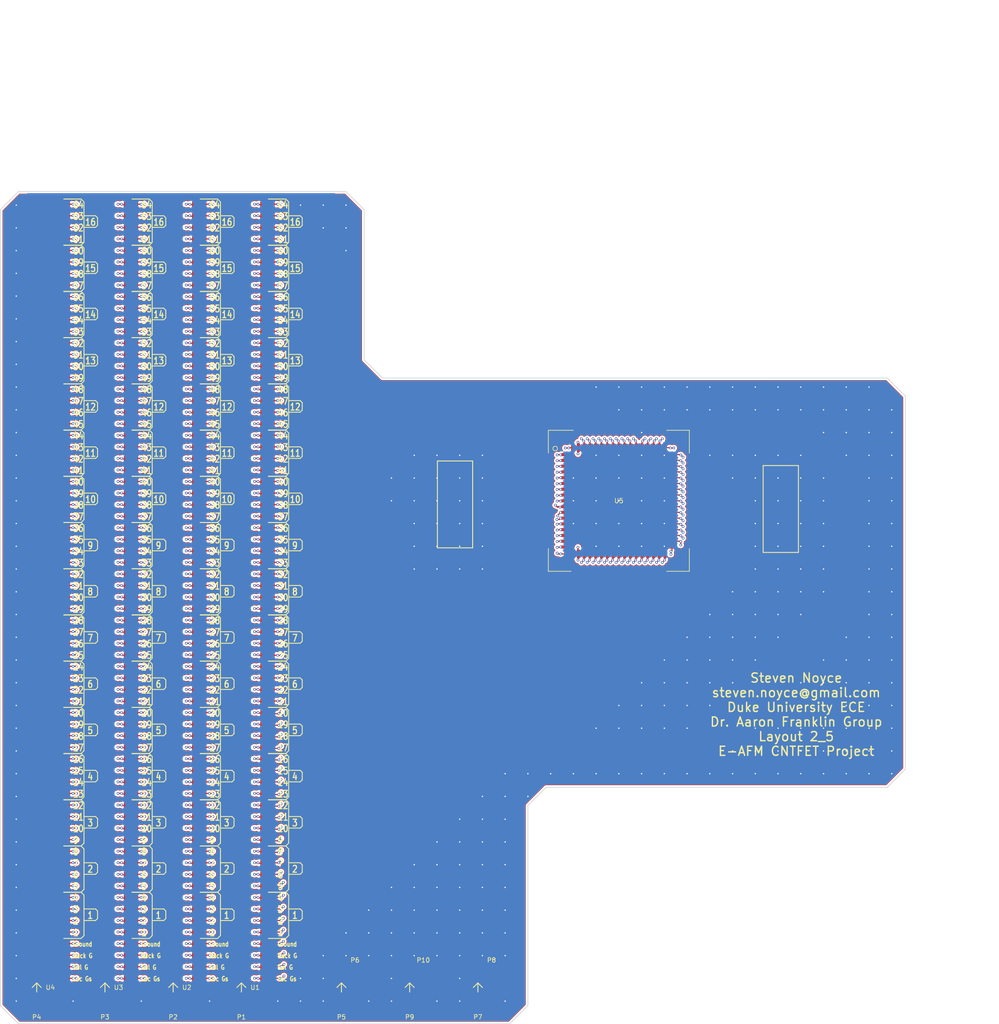
<source format=kicad_pcb>
(kicad_pcb (version 4) (host pcbnew 4.0.5)
  (layers (0 F.Cu signal) (1 In1.Cu signal) (2 In2.Cu signal) (31 B.Cu signal) (34 B.Paste user) (35 F.Paste user) (36 B.SilkS user) (37 F.SilkS user) (38 B.Mask user) (39 F.Mask user) (44 Edge.Cuts user))
  (net 0 "")
  (net 1 GND)
  (net 2 "Net-(P1-Pad1)")
  (net 3 "Net-(P2-Pad1)")
  (net 4 "Net-(P3-Pad1)")
  (net 5 "Net-(P4-Pad1)")
  (net 6 "Net-(P5-Pad1)")
  (net 7 "Net-(P7-Pad1)")
  (net 8 "Net-(P10-Pad1)")
  (net 9 1)
  (net 10 2)
  (net 11 3)
  (net 12 4)
  (net 13 5)
  (net 14 6)
  (net 15 7)
  (net 16 8)
  (net 17 9)
  (net 18 10)
  (net 19 11)
  (net 20 12)
  (net 21 13)
  (net 22 14)
  (net 23 15)
  (net 24 16)
  (net 25 17)
  (net 26 18)
  (net 27 19)
  (net 28 20)
  (net 29 21)
  (net 30 22)
  (net 31 23)
  (net 32 24)
  (net 33 25)
  (net 34 26)
  (net 35 27)
  (net 36 28)
  (net 37 29)
  (net 38 30)
  (net 39 31)
  (net 40 32)
  (net 41 33)
  (net 42 34)
  (net 43 35)
  (net 44 36)
  (net 45 37)
  (net 46 38)
  (net 47 39)
  (net 48 40)
  (net 49 41)
  (net 50 42)
  (net 51 43)
  (net 52 44)
  (net 53 45)
  (net 54 46)
  (net 55 47)
  (net 56 48)
  (net 57 49)
  (net 58 50)
  (net 59 51)
  (net 60 52)
  (net 61 53)
  (net 62 54)
  (net 63 55)
  (net 64 56)
  (net 65 57)
  (net 66 58)
  (net 67 59)
  (net 68 60)
  (net 69 61)
  (net 70 62)
  (net 71 63)
  (net 72 64)
  (net 73 65)
  (net 74 66)
  (net 75 67)
  (net 76 68)
  (module "NoyceLibrary:IPEX_Connector_SMD_(RECE.20279.001E.01)" (layer F.Cu) (at 117 210 180)
    (fp_text reference P1 (at 0 -3.5 180) (layer F.SilkS))
    (fp_text value CONN_01X02)
    (pad 2 smd rect (at 1.685 -1.25 180) (size 1.2 2.5) (layers F.Cu F.Paste F.Mask) (net 1 GND))
    (pad 2 smd rect (at -1.685 -1.25 180) (size 1.2 2.5) (layers F.Cu F.Paste F.Mask) (net 1 GND))
    (pad 1 smd rect (at 0 0.48 180) (size 1.15 1.2) (layers F.Cu F.Paste F.Mask) (net 2 "Net-(P1-Pad1)"))
  )
  (module "NoyceLibrary:IPEX_Connector_SMD_(RECE.20279.001E.01)" (layer F.Cu) (at 102 210 180)
    (fp_text reference P2 (at 0 -3.5 180) (layer F.SilkS))
    (fp_text value CONN_01X02)
    (pad 2 smd rect (at 1.685 -1.25 180) (size 1.2 2.5) (layers F.Cu F.Paste F.Mask) (net 1 GND))
    (pad 2 smd rect (at -1.685 -1.25 180) (size 1.2 2.5) (layers F.Cu F.Paste F.Mask) (net 1 GND))
    (pad 1 smd rect (at 0 0.48 180) (size 1.15 1.2) (layers F.Cu F.Paste F.Mask) (net 3 "Net-(P2-Pad1)"))
  )
  (module "NoyceLibrary:IPEX_Connector_SMD_(RECE.20279.001E.01)" (layer F.Cu) (at 87 210 180)
    (fp_text reference P3 (at 0 -3.5 180) (layer F.SilkS))
    (fp_text value CONN_01X02)
    (pad 2 smd rect (at 1.685 -1.25 180) (size 1.2 2.5) (layers F.Cu F.Paste F.Mask) (net 1 GND))
    (pad 2 smd rect (at -1.685 -1.25 180) (size 1.2 2.5) (layers F.Cu F.Paste F.Mask) (net 1 GND))
    (pad 1 smd rect (at 0 0.48 180) (size 1.15 1.2) (layers F.Cu F.Paste F.Mask) (net 4 "Net-(P3-Pad1)"))
  )
  (module "NoyceLibrary:IPEX_Connector_SMD_(RECE.20279.001E.01)" (layer F.Cu) (at 72 210 180)
    (fp_text reference P4 (at 0 -3.5 180) (layer F.SilkS))
    (fp_text value CONN_01X02)
    (pad 2 smd rect (at 1.685 -1.25 180) (size 1.2 2.5) (layers F.Cu F.Paste F.Mask) (net 1 GND))
    (pad 2 smd rect (at -1.685 -1.25 180) (size 1.2 2.5) (layers F.Cu F.Paste F.Mask) (net 1 GND))
    (pad 1 smd rect (at 0 0.48 180) (size 1.15 1.2) (layers F.Cu F.Paste F.Mask) (net 5 "Net-(P4-Pad1)"))
  )
  (module "NoyceLibrary:IPEX_Connector_SMD_(RECE.20279.001E.01)" (layer F.Cu) (at 139 210 180)
    (fp_text reference P5 (at 0 -3.5 180) (layer F.SilkS))
    (fp_text value CONN_01X02)
    (pad 2 smd rect (at 1.685 -1.25 180) (size 1.2 2.5) (layers F.Cu F.Paste F.Mask) (net 1 GND))
    (pad 2 smd rect (at -1.685 -1.25 180) (size 1.2 2.5) (layers F.Cu F.Paste F.Mask) (net 1 GND))
    (pad 1 smd rect (at 0 0.48 180) (size 1.15 1.2) (layers F.Cu F.Paste F.Mask) (net 6 "Net-(P5-Pad1)"))
  )
  (module "NoyceLibrary:Headers_SMD_2x2_(cut_95157-240LF)" (layer F.Cu) (at 142 204 90)
    (fp_text reference P6 (at 3 -0.014 180) (layer F.SilkS))
    (fp_text value CONN_02X02)
    (pad 1 smd rect (at -1.27 -2.73 90) (size 1.27 3.18) (layers F.Cu F.Paste F.Mask) (net 6 "Net-(P5-Pad1)"))
    (pad 3 smd rect (at 1.27 -2.73 90) (size 1.27 3.18) (layers F.Cu F.Paste F.Mask) (net 6 "Net-(P5-Pad1)"))
    (pad 2 smd rect (at -1.27 2.73 90) (size 1.27 3.18) (layers F.Cu F.Paste F.Mask) (net 6 "Net-(P5-Pad1)"))
    (pad 4 smd rect (at 1.27 2.73 90) (size 1.27 3.18) (layers F.Cu F.Paste F.Mask) (net 6 "Net-(P5-Pad1)"))
  )
  (module "NoyceLibrary:IPEX_Connector_SMD_(RECE.20279.001E.01)" (layer F.Cu) (at 169 210 180)
    (fp_text reference P7 (at 0 -3.5 180) (layer F.SilkS))
    (fp_text value CONN_01X02)
    (pad 2 smd rect (at 1.685 -1.25 180) (size 1.2 2.5) (layers F.Cu F.Paste F.Mask) (net 1 GND))
    (pad 2 smd rect (at -1.685 -1.25 180) (size 1.2 2.5) (layers F.Cu F.Paste F.Mask) (net 1 GND))
    (pad 1 smd rect (at 0 0.48 180) (size 1.15 1.2) (layers F.Cu F.Paste F.Mask) (net 7 "Net-(P7-Pad1)"))
  )
  (module "NoyceLibrary:Headers_SMD_2x2_(cut_95157-240LF)" (layer F.Cu) (at 172 204 90)
    (fp_text reference P8 (at 3 0 180) (layer F.SilkS))
    (fp_text value CONN_02X02)
    (pad 1 smd rect (at -1.27 -2.73 90) (size 1.27 3.18) (layers F.Cu F.Paste F.Mask) (net 7 "Net-(P7-Pad1)"))
    (pad 3 smd rect (at 1.27 -2.73 90) (size 1.27 3.18) (layers F.Cu F.Paste F.Mask) (net 7 "Net-(P7-Pad1)"))
    (pad 2 smd rect (at -1.27 2.73 90) (size 1.27 3.18) (layers F.Cu F.Paste F.Mask) (net 7 "Net-(P7-Pad1)"))
    (pad 4 smd rect (at 1.27 2.73 90) (size 1.27 3.18) (layers F.Cu F.Paste F.Mask) (net 7 "Net-(P7-Pad1)"))
  )
  (module "NoyceLibrary:IPEX_Connector_SMD_(RECE.20279.001E.01)" (layer F.Cu) (at 154 210 180)
    (fp_text reference P9 (at 0 -3.5 180) (layer F.SilkS))
    (fp_text value CONN_01X02)
    (pad 2 smd rect (at 1.685 -1.25 180) (size 1.2 2.5) (layers F.Cu F.Paste F.Mask) (net 1 GND))
    (pad 2 smd rect (at -1.685 -1.25 180) (size 1.2 2.5) (layers F.Cu F.Paste F.Mask) (net 1 GND))
    (pad 1 smd rect (at 0 0.48 180) (size 1.15 1.2) (layers F.Cu F.Paste F.Mask) (net 8 "Net-(P10-Pad1)"))
  )
  (module "NoyceLibrary:Headers_SMD_2x2_(cut_95157-240LF)" (layer F.Cu) (at 157 204 90)
    (fp_text reference P10 (at 3 0 180) (layer F.SilkS))
    (fp_text value CONN_02X02)
    (pad 1 smd rect (at -1.27 -2.73 90) (size 1.27 3.18) (layers F.Cu F.Paste F.Mask) (net 8 "Net-(P10-Pad1)"))
    (pad 3 smd rect (at 1.27 -2.73 90) (size 1.27 3.18) (layers F.Cu F.Paste F.Mask) (net 8 "Net-(P10-Pad1)"))
    (pad 2 smd rect (at -1.27 2.73 90) (size 1.27 3.18) (layers F.Cu F.Paste F.Mask) (net 8 "Net-(P10-Pad1)"))
    (pad 4 smd rect (at 1.27 2.73 90) (size 1.27 3.18) (layers F.Cu F.Paste F.Mask) (net 8 "Net-(P10-Pad1)"))
  )
  (module "NoyceLibrary:Headers_SMD_2x68_(mult_95157-240LF)" (layer F.Cu) (at 120 120 90)
    (fp_text reference U1 (at -87 0 180) (layer F.SilkS))
    (fp_text value "Headers_SMD_2x68_(mult_95157-240LF)")
    (pad 2 smd rect (at -85.09 -2.73 90) (size 1.27 3.18) (layers F.Cu F.Paste F.Mask) (net 2 "Net-(P1-Pad1)"))
    (pad 4 smd rect (at -82.55 -2.73 90) (size 1.27 3.18) (layers F.Cu F.Paste F.Mask) (net 2 "Net-(P1-Pad1)"))
    (pad 6 smd rect (at -80.01 -2.73 90) (size 1.27 3.18) (layers F.Cu F.Paste F.Mask) (net 2 "Net-(P1-Pad1)"))
    (pad 8 smd rect (at -77.47 -2.73 90) (size 1.27 3.18) (layers F.Cu F.Paste F.Mask) (net 2 "Net-(P1-Pad1)"))
    (pad 10 smd rect (at -74.93 -2.73 90) (size 1.27 3.18) (layers F.Cu F.Paste F.Mask) (net 2 "Net-(P1-Pad1)"))
    (pad 12 smd rect (at -72.39 -2.73 90) (size 1.27 3.18) (layers F.Cu F.Paste F.Mask) (net 2 "Net-(P1-Pad1)"))
    (pad 14 smd rect (at -69.85 -2.73 90) (size 1.27 3.18) (layers F.Cu F.Paste F.Mask) (net 2 "Net-(P1-Pad1)"))
    (pad 16 smd rect (at -67.31 -2.73 90) (size 1.27 3.18) (layers F.Cu F.Paste F.Mask) (net 2 "Net-(P1-Pad1)"))
    (pad 18 smd rect (at -64.77 -2.73 90) (size 1.27 3.18) (layers F.Cu F.Paste F.Mask) (net 2 "Net-(P1-Pad1)"))
    (pad 20 smd rect (at -62.23 -2.73 90) (size 1.27 3.18) (layers F.Cu F.Paste F.Mask) (net 2 "Net-(P1-Pad1)"))
    (pad 22 smd rect (at -59.69 -2.73 90) (size 1.27 3.18) (layers F.Cu F.Paste F.Mask) (net 2 "Net-(P1-Pad1)"))
    (pad 24 smd rect (at -57.15 -2.73 90) (size 1.27 3.18) (layers F.Cu F.Paste F.Mask) (net 2 "Net-(P1-Pad1)"))
    (pad 26 smd rect (at -54.61 -2.73 90) (size 1.27 3.18) (layers F.Cu F.Paste F.Mask) (net 2 "Net-(P1-Pad1)"))
    (pad 28 smd rect (at -52.07 -2.73 90) (size 1.27 3.18) (layers F.Cu F.Paste F.Mask) (net 2 "Net-(P1-Pad1)"))
    (pad 30 smd rect (at -49.53 -2.73 90) (size 1.27 3.18) (layers F.Cu F.Paste F.Mask) (net 2 "Net-(P1-Pad1)"))
    (pad 32 smd rect (at -46.99 -2.73 90) (size 1.27 3.18) (layers F.Cu F.Paste F.Mask) (net 2 "Net-(P1-Pad1)"))
    (pad 34 smd rect (at -44.45 -2.73 90) (size 1.27 3.18) (layers F.Cu F.Paste F.Mask) (net 2 "Net-(P1-Pad1)"))
    (pad 36 smd rect (at -41.91 -2.73 90) (size 1.27 3.18) (layers F.Cu F.Paste F.Mask) (net 2 "Net-(P1-Pad1)"))
    (pad 38 smd rect (at -39.37 -2.73 90) (size 1.27 3.18) (layers F.Cu F.Paste F.Mask) (net 2 "Net-(P1-Pad1)"))
    (pad 40 smd rect (at -36.83 -2.73 90) (size 1.27 3.18) (layers F.Cu F.Paste F.Mask) (net 2 "Net-(P1-Pad1)"))
    (pad 42 smd rect (at -34.29 -2.73 90) (size 1.27 3.18) (layers F.Cu F.Paste F.Mask) (net 2 "Net-(P1-Pad1)"))
    (pad 44 smd rect (at -31.75 -2.73 90) (size 1.27 3.18) (layers F.Cu F.Paste F.Mask) (net 2 "Net-(P1-Pad1)"))
    (pad 46 smd rect (at -29.21 -2.73 90) (size 1.27 3.18) (layers F.Cu F.Paste F.Mask) (net 2 "Net-(P1-Pad1)"))
    (pad 48 smd rect (at -26.67 -2.73 90) (size 1.27 3.18) (layers F.Cu F.Paste F.Mask) (net 2 "Net-(P1-Pad1)"))
    (pad 50 smd rect (at -24.13 -2.73 90) (size 1.27 3.18) (layers F.Cu F.Paste F.Mask) (net 2 "Net-(P1-Pad1)"))
    (pad 52 smd rect (at -21.59 -2.73 90) (size 1.27 3.18) (layers F.Cu F.Paste F.Mask) (net 2 "Net-(P1-Pad1)"))
    (pad 54 smd rect (at -19.05 -2.73 90) (size 1.27 3.18) (layers F.Cu F.Paste F.Mask) (net 2 "Net-(P1-Pad1)"))
    (pad 56 smd rect (at -16.51 -2.73 90) (size 1.27 3.18) (layers F.Cu F.Paste F.Mask) (net 2 "Net-(P1-Pad1)"))
    (pad 58 smd rect (at -13.97 -2.73 90) (size 1.27 3.18) (layers F.Cu F.Paste F.Mask) (net 2 "Net-(P1-Pad1)"))
    (pad 60 smd rect (at -11.43 -2.73 90) (size 1.27 3.18) (layers F.Cu F.Paste F.Mask) (net 2 "Net-(P1-Pad1)"))
    (pad 62 smd rect (at -8.89 -2.73 90) (size 1.27 3.18) (layers F.Cu F.Paste F.Mask) (net 2 "Net-(P1-Pad1)"))
    (pad 64 smd rect (at -6.35 -2.73 90) (size 1.27 3.18) (layers F.Cu F.Paste F.Mask) (net 2 "Net-(P1-Pad1)"))
    (pad 66 smd rect (at -3.81 -2.73 90) (size 1.27 3.18) (layers F.Cu F.Paste F.Mask) (net 2 "Net-(P1-Pad1)"))
    (pad 68 smd rect (at -1.27 -2.73 90) (size 1.27 3.18) (layers F.Cu F.Paste F.Mask) (net 2 "Net-(P1-Pad1)"))
    (pad 70 smd rect (at 1.27 -2.73 90) (size 1.27 3.18) (layers F.Cu F.Paste F.Mask) (net 2 "Net-(P1-Pad1)"))
    (pad 72 smd rect (at 3.81 -2.73 90) (size 1.27 3.18) (layers F.Cu F.Paste F.Mask) (net 2 "Net-(P1-Pad1)"))
    (pad 74 smd rect (at 6.35 -2.73 90) (size 1.27 3.18) (layers F.Cu F.Paste F.Mask) (net 2 "Net-(P1-Pad1)"))
    (pad 76 smd rect (at 8.89 -2.73 90) (size 1.27 3.18) (layers F.Cu F.Paste F.Mask) (net 2 "Net-(P1-Pad1)"))
    (pad 78 smd rect (at 11.43 -2.73 90) (size 1.27 3.18) (layers F.Cu F.Paste F.Mask) (net 2 "Net-(P1-Pad1)"))
    (pad 80 smd rect (at 13.97 -2.73 90) (size 1.27 3.18) (layers F.Cu F.Paste F.Mask) (net 2 "Net-(P1-Pad1)"))
    (pad 82 smd rect (at 16.51 -2.73 90) (size 1.27 3.18) (layers F.Cu F.Paste F.Mask) (net 2 "Net-(P1-Pad1)"))
    (pad 84 smd rect (at 19.05 -2.73 90) (size 1.27 3.18) (layers F.Cu F.Paste F.Mask) (net 2 "Net-(P1-Pad1)"))
    (pad 86 smd rect (at 21.59 -2.73 90) (size 1.27 3.18) (layers F.Cu F.Paste F.Mask) (net 2 "Net-(P1-Pad1)"))
    (pad 88 smd rect (at 24.13 -2.73 90) (size 1.27 3.18) (layers F.Cu F.Paste F.Mask) (net 2 "Net-(P1-Pad1)"))
    (pad 90 smd rect (at 26.67 -2.73 90) (size 1.27 3.18) (layers F.Cu F.Paste F.Mask) (net 2 "Net-(P1-Pad1)"))
    (pad 92 smd rect (at 29.21 -2.73 90) (size 1.27 3.18) (layers F.Cu F.Paste F.Mask) (net 2 "Net-(P1-Pad1)"))
    (pad 94 smd rect (at 31.75 -2.73 90) (size 1.27 3.18) (layers F.Cu F.Paste F.Mask) (net 2 "Net-(P1-Pad1)"))
    (pad 96 smd rect (at 34.29 -2.73 90) (size 1.27 3.18) (layers F.Cu F.Paste F.Mask) (net 2 "Net-(P1-Pad1)"))
    (pad 98 smd rect (at 36.83 -2.73 90) (size 1.27 3.18) (layers F.Cu F.Paste F.Mask) (net 2 "Net-(P1-Pad1)"))
    (pad 100 smd rect (at 39.37 -2.73 90) (size 1.27 3.18) (layers F.Cu F.Paste F.Mask) (net 2 "Net-(P1-Pad1)"))
    (pad 102 smd rect (at 41.91 -2.73 90) (size 1.27 3.18) (layers F.Cu F.Paste F.Mask) (net 2 "Net-(P1-Pad1)"))
    (pad 104 smd rect (at 44.45 -2.73 90) (size 1.27 3.18) (layers F.Cu F.Paste F.Mask) (net 2 "Net-(P1-Pad1)"))
    (pad 106 smd rect (at 46.99 -2.73 90) (size 1.27 3.18) (layers F.Cu F.Paste F.Mask) (net 2 "Net-(P1-Pad1)"))
    (pad 108 smd rect (at 49.53 -2.73 90) (size 1.27 3.18) (layers F.Cu F.Paste F.Mask) (net 2 "Net-(P1-Pad1)"))
    (pad 110 smd rect (at 52.07 -2.73 90) (size 1.27 3.18) (layers F.Cu F.Paste F.Mask) (net 2 "Net-(P1-Pad1)"))
    (pad 112 smd rect (at 54.61 -2.73 90) (size 1.27 3.18) (layers F.Cu F.Paste F.Mask) (net 2 "Net-(P1-Pad1)"))
    (pad 114 smd rect (at 57.15 -2.73 90) (size 1.27 3.18) (layers F.Cu F.Paste F.Mask) (net 2 "Net-(P1-Pad1)"))
    (pad 116 smd rect (at 59.69 -2.73 90) (size 1.27 3.18) (layers F.Cu F.Paste F.Mask) (net 2 "Net-(P1-Pad1)"))
    (pad 118 smd rect (at 62.23 -2.73 90) (size 1.27 3.18) (layers F.Cu F.Paste F.Mask) (net 2 "Net-(P1-Pad1)"))
    (pad 120 smd rect (at 64.77 -2.73 90) (size 1.27 3.18) (layers F.Cu F.Paste F.Mask) (net 2 "Net-(P1-Pad1)"))
    (pad 122 smd rect (at 67.31 -2.73 90) (size 1.27 3.18) (layers F.Cu F.Paste F.Mask) (net 2 "Net-(P1-Pad1)"))
    (pad 124 smd rect (at 69.85 -2.73 90) (size 1.27 3.18) (layers F.Cu F.Paste F.Mask) (net 2 "Net-(P1-Pad1)"))
    (pad 126 smd rect (at 72.39 -2.73 90) (size 1.27 3.18) (layers F.Cu F.Paste F.Mask) (net 2 "Net-(P1-Pad1)"))
    (pad 128 smd rect (at 74.93 -2.73 90) (size 1.27 3.18) (layers F.Cu F.Paste F.Mask) (net 2 "Net-(P1-Pad1)"))
    (pad 130 smd rect (at 77.47 -2.73 90) (size 1.27 3.18) (layers F.Cu F.Paste F.Mask) (net 2 "Net-(P1-Pad1)"))
    (pad 132 smd rect (at 80.01 -2.73 90) (size 1.27 3.18) (layers F.Cu F.Paste F.Mask) (net 2 "Net-(P1-Pad1)"))
    (pad 134 smd rect (at 82.55 -2.73 90) (size 1.27 3.18) (layers F.Cu F.Paste F.Mask) (net 2 "Net-(P1-Pad1)"))
    (pad 136 smd rect (at 85.09 -2.73 90) (size 1.27 3.18) (layers F.Cu F.Paste F.Mask) (net 2 "Net-(P1-Pad1)"))
    (pad 1 smd rect (at -85.09 2.73 90) (size 1.27 3.18) (layers F.Cu F.Paste F.Mask) (net 9 1))
    (pad 3 smd rect (at -82.55 2.73 90) (size 1.27 3.18) (layers F.Cu F.Paste F.Mask) (net 10 2))
    (pad 5 smd rect (at -80.01 2.73 90) (size 1.27 3.18) (layers F.Cu F.Paste F.Mask) (net 11 3))
    (pad 7 smd rect (at -77.47 2.73 90) (size 1.27 3.18) (layers F.Cu F.Paste F.Mask) (net 12 4))
    (pad 9 smd rect (at -74.93 2.73 90) (size 1.27 3.18) (layers F.Cu F.Paste F.Mask) (net 13 5))
    (pad 11 smd rect (at -72.39 2.73 90) (size 1.27 3.18) (layers F.Cu F.Paste F.Mask) (net 14 6))
    (pad 13 smd rect (at -69.85 2.73 90) (size 1.27 3.18) (layers F.Cu F.Paste F.Mask) (net 15 7))
    (pad 15 smd rect (at -67.31 2.73 90) (size 1.27 3.18) (layers F.Cu F.Paste F.Mask) (net 16 8))
    (pad 17 smd rect (at -64.77 2.73 90) (size 1.27 3.18) (layers F.Cu F.Paste F.Mask) (net 17 9))
    (pad 19 smd rect (at -62.23 2.73 90) (size 1.27 3.18) (layers F.Cu F.Paste F.Mask) (net 18 10))
    (pad 21 smd rect (at -59.69 2.73 90) (size 1.27 3.18) (layers F.Cu F.Paste F.Mask) (net 19 11))
    (pad 23 smd rect (at -57.15 2.73 90) (size 1.27 3.18) (layers F.Cu F.Paste F.Mask) (net 20 12))
    (pad 25 smd rect (at -54.61 2.73 90) (size 1.27 3.18) (layers F.Cu F.Paste F.Mask) (net 21 13))
    (pad 27 smd rect (at -52.07 2.73 90) (size 1.27 3.18) (layers F.Cu F.Paste F.Mask) (net 22 14))
    (pad 29 smd rect (at -49.53 2.73 90) (size 1.27 3.18) (layers F.Cu F.Paste F.Mask) (net 23 15))
    (pad 31 smd rect (at -46.99 2.73 90) (size 1.27 3.18) (layers F.Cu F.Paste F.Mask) (net 24 16))
    (pad 33 smd rect (at -44.45 2.73 90) (size 1.27 3.18) (layers F.Cu F.Paste F.Mask) (net 25 17))
    (pad 35 smd rect (at -41.91 2.73 90) (size 1.27 3.18) (layers F.Cu F.Paste F.Mask) (net 26 18))
    (pad 37 smd rect (at -39.37 2.73 90) (size 1.27 3.18) (layers F.Cu F.Paste F.Mask) (net 27 19))
    (pad 39 smd rect (at -36.83 2.73 90) (size 1.27 3.18) (layers F.Cu F.Paste F.Mask) (net 28 20))
    (pad 41 smd rect (at -34.29 2.73 90) (size 1.27 3.18) (layers F.Cu F.Paste F.Mask) (net 29 21))
    (pad 43 smd rect (at -31.75 2.73 90) (size 1.27 3.18) (layers F.Cu F.Paste F.Mask) (net 30 22))
    (pad 45 smd rect (at -29.21 2.73 90) (size 1.27 3.18) (layers F.Cu F.Paste F.Mask) (net 31 23))
    (pad 47 smd rect (at -26.67 2.73 90) (size 1.27 3.18) (layers F.Cu F.Paste F.Mask) (net 32 24))
    (pad 49 smd rect (at -24.13 2.73 90) (size 1.27 3.18) (layers F.Cu F.Paste F.Mask) (net 33 25))
    (pad 51 smd rect (at -21.59 2.73 90) (size 1.27 3.18) (layers F.Cu F.Paste F.Mask) (net 34 26))
    (pad 53 smd rect (at -19.05 2.73 90) (size 1.27 3.18) (layers F.Cu F.Paste F.Mask) (net 35 27))
    (pad 55 smd rect (at -16.51 2.73 90) (size 1.27 3.18) (layers F.Cu F.Paste F.Mask) (net 36 28))
    (pad 57 smd rect (at -13.97 2.73 90) (size 1.27 3.18) (layers F.Cu F.Paste F.Mask) (net 37 29))
    (pad 59 smd rect (at -11.43 2.73 90) (size 1.27 3.18) (layers F.Cu F.Paste F.Mask) (net 38 30))
    (pad 61 smd rect (at -8.89 2.73 90) (size 1.27 3.18) (layers F.Cu F.Paste F.Mask) (net 39 31))
    (pad 63 smd rect (at -6.35 2.73 90) (size 1.27 3.18) (layers F.Cu F.Paste F.Mask) (net 40 32))
    (pad 65 smd rect (at -3.81 2.73 90) (size 1.27 3.18) (layers F.Cu F.Paste F.Mask) (net 41 33))
    (pad 67 smd rect (at -1.27 2.73 90) (size 1.27 3.18) (layers F.Cu F.Paste F.Mask) (net 42 34))
    (pad 69 smd rect (at 1.27 2.73 90) (size 1.27 3.18) (layers F.Cu F.Paste F.Mask) (net 43 35))
    (pad 71 smd rect (at 3.81 2.73 90) (size 1.27 3.18) (layers F.Cu F.Paste F.Mask) (net 44 36))
    (pad 73 smd rect (at 6.35 2.73 90) (size 1.27 3.18) (layers F.Cu F.Paste F.Mask) (net 45 37))
    (pad 75 smd rect (at 8.89 2.73 90) (size 1.27 3.18) (layers F.Cu F.Paste F.Mask) (net 46 38))
    (pad 77 smd rect (at 11.43 2.73 90) (size 1.27 3.18) (layers F.Cu F.Paste F.Mask) (net 47 39))
    (pad 79 smd rect (at 13.97 2.73 90) (size 1.27 3.18) (layers F.Cu F.Paste F.Mask) (net 48 40))
    (pad 81 smd rect (at 16.51 2.73 90) (size 1.27 3.18) (layers F.Cu F.Paste F.Mask) (net 49 41))
    (pad 83 smd rect (at 19.05 2.73 90) (size 1.27 3.18) (layers F.Cu F.Paste F.Mask) (net 50 42))
    (pad 85 smd rect (at 21.59 2.73 90) (size 1.27 3.18) (layers F.Cu F.Paste F.Mask) (net 51 43))
    (pad 87 smd rect (at 24.13 2.73 90) (size 1.27 3.18) (layers F.Cu F.Paste F.Mask) (net 52 44))
    (pad 89 smd rect (at 26.67 2.73 90) (size 1.27 3.18) (layers F.Cu F.Paste F.Mask) (net 53 45))
    (pad 91 smd rect (at 29.21 2.73 90) (size 1.27 3.18) (layers F.Cu F.Paste F.Mask) (net 54 46))
    (pad 93 smd rect (at 31.75 2.73 90) (size 1.27 3.18) (layers F.Cu F.Paste F.Mask) (net 55 47))
    (pad 95 smd rect (at 34.29 2.73 90) (size 1.27 3.18) (layers F.Cu F.Paste F.Mask) (net 56 48))
    (pad 97 smd rect (at 36.83 2.73 90) (size 1.27 3.18) (layers F.Cu F.Paste F.Mask) (net 57 49))
    (pad 99 smd rect (at 39.37 2.73 90) (size 1.27 3.18) (layers F.Cu F.Paste F.Mask) (net 58 50))
    (pad 101 smd rect (at 41.91 2.73 90) (size 1.27 3.18) (layers F.Cu F.Paste F.Mask) (net 59 51))
    (pad 103 smd rect (at 44.45 2.73 90) (size 1.27 3.18) (layers F.Cu F.Paste F.Mask) (net 60 52))
    (pad 105 smd rect (at 46.99 2.73 90) (size 1.27 3.18) (layers F.Cu F.Paste F.Mask) (net 61 53))
    (pad 107 smd rect (at 49.53 2.73 90) (size 1.27 3.18) (layers F.Cu F.Paste F.Mask) (net 62 54))
    (pad 109 smd rect (at 52.07 2.73 90) (size 1.27 3.18) (layers F.Cu F.Paste F.Mask) (net 63 55))
    (pad 111 smd rect (at 54.61 2.73 90) (size 1.27 3.18) (layers F.Cu F.Paste F.Mask) (net 64 56))
    (pad 113 smd rect (at 57.15 2.73 90) (size 1.27 3.18) (layers F.Cu F.Paste F.Mask) (net 65 57))
    (pad 115 smd rect (at 59.69 2.73 90) (size 1.27 3.18) (layers F.Cu F.Paste F.Mask) (net 66 58))
    (pad 117 smd rect (at 62.23 2.73 90) (size 1.27 3.18) (layers F.Cu F.Paste F.Mask) (net 67 59))
    (pad 119 smd rect (at 64.77 2.73 90) (size 1.27 3.18) (layers F.Cu F.Paste F.Mask) (net 68 60))
    (pad 121 smd rect (at 67.31 2.73 90) (size 1.27 3.18) (layers F.Cu F.Paste F.Mask) (net 69 61))
    (pad 123 smd rect (at 69.85 2.73 90) (size 1.27 3.18) (layers F.Cu F.Paste F.Mask) (net 70 62))
    (pad 125 smd rect (at 72.39 2.73 90) (size 1.27 3.18) (layers F.Cu F.Paste F.Mask) (net 71 63))
    (pad 127 smd rect (at 74.93 2.73 90) (size 1.27 3.18) (layers F.Cu F.Paste F.Mask) (net 72 64))
    (pad 129 smd rect (at 77.47 2.73 90) (size 1.27 3.18) (layers F.Cu F.Paste F.Mask) (net 73 65))
    (pad 131 smd rect (at 80.01 2.73 90) (size 1.27 3.18) (layers F.Cu F.Paste F.Mask) (net 74 66))
    (pad 133 smd rect (at 82.55 2.73 90) (size 1.27 3.18) (layers F.Cu F.Paste F.Mask) (net 75 67))
    (pad 135 smd rect (at 85.09 2.73 90) (size 1.27 3.18) (layers F.Cu F.Paste F.Mask) (net 76 68))
  )
  (module "NoyceLibrary:Headers_SMD_2x68_(mult_95157-240LF)" (layer F.Cu) (at 105 120 90)
    (fp_text reference U2 (at -87 0 180) (layer F.SilkS))
    (fp_text value "Headers_SMD_2x68_(mult_95157-240LF)")
    (pad 2 smd rect (at -85.09 -2.73 90) (size 1.27 3.18) (layers F.Cu F.Paste F.Mask) (net 3 "Net-(P2-Pad1)"))
    (pad 4 smd rect (at -82.55 -2.73 90) (size 1.27 3.18) (layers F.Cu F.Paste F.Mask) (net 3 "Net-(P2-Pad1)"))
    (pad 6 smd rect (at -80.01 -2.73 90) (size 1.27 3.18) (layers F.Cu F.Paste F.Mask) (net 3 "Net-(P2-Pad1)"))
    (pad 8 smd rect (at -77.47 -2.73 90) (size 1.27 3.18) (layers F.Cu F.Paste F.Mask) (net 3 "Net-(P2-Pad1)"))
    (pad 10 smd rect (at -74.93 -2.73 90) (size 1.27 3.18) (layers F.Cu F.Paste F.Mask) (net 3 "Net-(P2-Pad1)"))
    (pad 12 smd rect (at -72.39 -2.73 90) (size 1.27 3.18) (layers F.Cu F.Paste F.Mask) (net 3 "Net-(P2-Pad1)"))
    (pad 14 smd rect (at -69.85 -2.73 90) (size 1.27 3.18) (layers F.Cu F.Paste F.Mask) (net 3 "Net-(P2-Pad1)"))
    (pad 16 smd rect (at -67.31 -2.73 90) (size 1.27 3.18) (layers F.Cu F.Paste F.Mask) (net 3 "Net-(P2-Pad1)"))
    (pad 18 smd rect (at -64.77 -2.73 90) (size 1.27 3.18) (layers F.Cu F.Paste F.Mask) (net 3 "Net-(P2-Pad1)"))
    (pad 20 smd rect (at -62.23 -2.73 90) (size 1.27 3.18) (layers F.Cu F.Paste F.Mask) (net 3 "Net-(P2-Pad1)"))
    (pad 22 smd rect (at -59.69 -2.73 90) (size 1.27 3.18) (layers F.Cu F.Paste F.Mask) (net 3 "Net-(P2-Pad1)"))
    (pad 24 smd rect (at -57.15 -2.73 90) (size 1.27 3.18) (layers F.Cu F.Paste F.Mask) (net 3 "Net-(P2-Pad1)"))
    (pad 26 smd rect (at -54.61 -2.73 90) (size 1.27 3.18) (layers F.Cu F.Paste F.Mask) (net 3 "Net-(P2-Pad1)"))
    (pad 28 smd rect (at -52.07 -2.73 90) (size 1.27 3.18) (layers F.Cu F.Paste F.Mask) (net 3 "Net-(P2-Pad1)"))
    (pad 30 smd rect (at -49.53 -2.73 90) (size 1.27 3.18) (layers F.Cu F.Paste F.Mask) (net 3 "Net-(P2-Pad1)"))
    (pad 32 smd rect (at -46.99 -2.73 90) (size 1.27 3.18) (layers F.Cu F.Paste F.Mask) (net 3 "Net-(P2-Pad1)"))
    (pad 34 smd rect (at -44.45 -2.73 90) (size 1.27 3.18) (layers F.Cu F.Paste F.Mask) (net 3 "Net-(P2-Pad1)"))
    (pad 36 smd rect (at -41.91 -2.73 90) (size 1.27 3.18) (layers F.Cu F.Paste F.Mask) (net 3 "Net-(P2-Pad1)"))
    (pad 38 smd rect (at -39.37 -2.73 90) (size 1.27 3.18) (layers F.Cu F.Paste F.Mask) (net 3 "Net-(P2-Pad1)"))
    (pad 40 smd rect (at -36.83 -2.73 90) (size 1.27 3.18) (layers F.Cu F.Paste F.Mask) (net 3 "Net-(P2-Pad1)"))
    (pad 42 smd rect (at -34.29 -2.73 90) (size 1.27 3.18) (layers F.Cu F.Paste F.Mask) (net 3 "Net-(P2-Pad1)"))
    (pad 44 smd rect (at -31.75 -2.73 90) (size 1.27 3.18) (layers F.Cu F.Paste F.Mask) (net 3 "Net-(P2-Pad1)"))
    (pad 46 smd rect (at -29.21 -2.73 90) (size 1.27 3.18) (layers F.Cu F.Paste F.Mask) (net 3 "Net-(P2-Pad1)"))
    (pad 48 smd rect (at -26.67 -2.73 90) (size 1.27 3.18) (layers F.Cu F.Paste F.Mask) (net 3 "Net-(P2-Pad1)"))
    (pad 50 smd rect (at -24.13 -2.73 90) (size 1.27 3.18) (layers F.Cu F.Paste F.Mask) (net 3 "Net-(P2-Pad1)"))
    (pad 52 smd rect (at -21.59 -2.73 90) (size 1.27 3.18) (layers F.Cu F.Paste F.Mask) (net 3 "Net-(P2-Pad1)"))
    (pad 54 smd rect (at -19.05 -2.73 90) (size 1.27 3.18) (layers F.Cu F.Paste F.Mask) (net 3 "Net-(P2-Pad1)"))
    (pad 56 smd rect (at -16.51 -2.73 90) (size 1.27 3.18) (layers F.Cu F.Paste F.Mask) (net 3 "Net-(P2-Pad1)"))
    (pad 58 smd rect (at -13.97 -2.73 90) (size 1.27 3.18) (layers F.Cu F.Paste F.Mask) (net 3 "Net-(P2-Pad1)"))
    (pad 60 smd rect (at -11.43 -2.73 90) (size 1.27 3.18) (layers F.Cu F.Paste F.Mask) (net 3 "Net-(P2-Pad1)"))
    (pad 62 smd rect (at -8.89 -2.73 90) (size 1.27 3.18) (layers F.Cu F.Paste F.Mask) (net 3 "Net-(P2-Pad1)"))
    (pad 64 smd rect (at -6.35 -2.73 90) (size 1.27 3.18) (layers F.Cu F.Paste F.Mask) (net 3 "Net-(P2-Pad1)"))
    (pad 66 smd rect (at -3.81 -2.73 90) (size 1.27 3.18) (layers F.Cu F.Paste F.Mask) (net 3 "Net-(P2-Pad1)"))
    (pad 68 smd rect (at -1.27 -2.73 90) (size 1.27 3.18) (layers F.Cu F.Paste F.Mask) (net 3 "Net-(P2-Pad1)"))
    (pad 70 smd rect (at 1.27 -2.73 90) (size 1.27 3.18) (layers F.Cu F.Paste F.Mask) (net 3 "Net-(P2-Pad1)"))
    (pad 72 smd rect (at 3.81 -2.73 90) (size 1.27 3.18) (layers F.Cu F.Paste F.Mask) (net 3 "Net-(P2-Pad1)"))
    (pad 74 smd rect (at 6.35 -2.73 90) (size 1.27 3.18) (layers F.Cu F.Paste F.Mask) (net 3 "Net-(P2-Pad1)"))
    (pad 76 smd rect (at 8.89 -2.73 90) (size 1.27 3.18) (layers F.Cu F.Paste F.Mask) (net 3 "Net-(P2-Pad1)"))
    (pad 78 smd rect (at 11.43 -2.73 90) (size 1.27 3.18) (layers F.Cu F.Paste F.Mask) (net 3 "Net-(P2-Pad1)"))
    (pad 80 smd rect (at 13.97 -2.73 90) (size 1.27 3.18) (layers F.Cu F.Paste F.Mask) (net 3 "Net-(P2-Pad1)"))
    (pad 82 smd rect (at 16.51 -2.73 90) (size 1.27 3.18) (layers F.Cu F.Paste F.Mask) (net 3 "Net-(P2-Pad1)"))
    (pad 84 smd rect (at 19.05 -2.73 90) (size 1.27 3.18) (layers F.Cu F.Paste F.Mask) (net 3 "Net-(P2-Pad1)"))
    (pad 86 smd rect (at 21.59 -2.73 90) (size 1.27 3.18) (layers F.Cu F.Paste F.Mask) (net 3 "Net-(P2-Pad1)"))
    (pad 88 smd rect (at 24.13 -2.73 90) (size 1.27 3.18) (layers F.Cu F.Paste F.Mask) (net 3 "Net-(P2-Pad1)"))
    (pad 90 smd rect (at 26.67 -2.73 90) (size 1.27 3.18) (layers F.Cu F.Paste F.Mask) (net 3 "Net-(P2-Pad1)"))
    (pad 92 smd rect (at 29.21 -2.73 90) (size 1.27 3.18) (layers F.Cu F.Paste F.Mask) (net 3 "Net-(P2-Pad1)"))
    (pad 94 smd rect (at 31.75 -2.73 90) (size 1.27 3.18) (layers F.Cu F.Paste F.Mask) (net 3 "Net-(P2-Pad1)"))
    (pad 96 smd rect (at 34.29 -2.73 90) (size 1.27 3.18) (layers F.Cu F.Paste F.Mask) (net 3 "Net-(P2-Pad1)"))
    (pad 98 smd rect (at 36.83 -2.73 90) (size 1.27 3.18) (layers F.Cu F.Paste F.Mask) (net 3 "Net-(P2-Pad1)"))
    (pad 100 smd rect (at 39.37 -2.73 90) (size 1.27 3.18) (layers F.Cu F.Paste F.Mask) (net 3 "Net-(P2-Pad1)"))
    (pad 102 smd rect (at 41.91 -2.73 90) (size 1.27 3.18) (layers F.Cu F.Paste F.Mask) (net 3 "Net-(P2-Pad1)"))
    (pad 104 smd rect (at 44.45 -2.73 90) (size 1.27 3.18) (layers F.Cu F.Paste F.Mask) (net 3 "Net-(P2-Pad1)"))
    (pad 106 smd rect (at 46.99 -2.73 90) (size 1.27 3.18) (layers F.Cu F.Paste F.Mask) (net 3 "Net-(P2-Pad1)"))
    (pad 108 smd rect (at 49.53 -2.73 90) (size 1.27 3.18) (layers F.Cu F.Paste F.Mask) (net 3 "Net-(P2-Pad1)"))
    (pad 110 smd rect (at 52.07 -2.73 90) (size 1.27 3.18) (layers F.Cu F.Paste F.Mask) (net 3 "Net-(P2-Pad1)"))
    (pad 112 smd rect (at 54.61 -2.73 90) (size 1.27 3.18) (layers F.Cu F.Paste F.Mask) (net 3 "Net-(P2-Pad1)"))
    (pad 114 smd rect (at 57.15 -2.73 90) (size 1.27 3.18) (layers F.Cu F.Paste F.Mask) (net 3 "Net-(P2-Pad1)"))
    (pad 116 smd rect (at 59.69 -2.73 90) (size 1.27 3.18) (layers F.Cu F.Paste F.Mask) (net 3 "Net-(P2-Pad1)"))
    (pad 118 smd rect (at 62.23 -2.73 90) (size 1.27 3.18) (layers F.Cu F.Paste F.Mask) (net 3 "Net-(P2-Pad1)"))
    (pad 120 smd rect (at 64.77 -2.73 90) (size 1.27 3.18) (layers F.Cu F.Paste F.Mask) (net 3 "Net-(P2-Pad1)"))
    (pad 122 smd rect (at 67.31 -2.73 90) (size 1.27 3.18) (layers F.Cu F.Paste F.Mask) (net 3 "Net-(P2-Pad1)"))
    (pad 124 smd rect (at 69.85 -2.73 90) (size 1.27 3.18) (layers F.Cu F.Paste F.Mask) (net 3 "Net-(P2-Pad1)"))
    (pad 126 smd rect (at 72.39 -2.73 90) (size 1.27 3.18) (layers F.Cu F.Paste F.Mask) (net 3 "Net-(P2-Pad1)"))
    (pad 128 smd rect (at 74.93 -2.73 90) (size 1.27 3.18) (layers F.Cu F.Paste F.Mask) (net 3 "Net-(P2-Pad1)"))
    (pad 130 smd rect (at 77.47 -2.73 90) (size 1.27 3.18) (layers F.Cu F.Paste F.Mask) (net 3 "Net-(P2-Pad1)"))
    (pad 132 smd rect (at 80.01 -2.73 90) (size 1.27 3.18) (layers F.Cu F.Paste F.Mask) (net 3 "Net-(P2-Pad1)"))
    (pad 134 smd rect (at 82.55 -2.73 90) (size 1.27 3.18) (layers F.Cu F.Paste F.Mask) (net 3 "Net-(P2-Pad1)"))
    (pad 136 smd rect (at 85.09 -2.73 90) (size 1.27 3.18) (layers F.Cu F.Paste F.Mask) (net 3 "Net-(P2-Pad1)"))
    (pad 1 smd rect (at -85.09 2.73 90) (size 1.27 3.18) (layers F.Cu F.Paste F.Mask) (net 9 1))
    (pad 3 smd rect (at -82.55 2.73 90) (size 1.27 3.18) (layers F.Cu F.Paste F.Mask) (net 10 2))
    (pad 5 smd rect (at -80.01 2.73 90) (size 1.27 3.18) (layers F.Cu F.Paste F.Mask) (net 11 3))
    (pad 7 smd rect (at -77.47 2.73 90) (size 1.27 3.18) (layers F.Cu F.Paste F.Mask) (net 12 4))
    (pad 9 smd rect (at -74.93 2.73 90) (size 1.27 3.18) (layers F.Cu F.Paste F.Mask) (net 13 5))
    (pad 11 smd rect (at -72.39 2.73 90) (size 1.27 3.18) (layers F.Cu F.Paste F.Mask) (net 14 6))
    (pad 13 smd rect (at -69.85 2.73 90) (size 1.27 3.18) (layers F.Cu F.Paste F.Mask) (net 15 7))
    (pad 15 smd rect (at -67.31 2.73 90) (size 1.27 3.18) (layers F.Cu F.Paste F.Mask) (net 16 8))
    (pad 17 smd rect (at -64.77 2.73 90) (size 1.27 3.18) (layers F.Cu F.Paste F.Mask) (net 17 9))
    (pad 19 smd rect (at -62.23 2.73 90) (size 1.27 3.18) (layers F.Cu F.Paste F.Mask) (net 18 10))
    (pad 21 smd rect (at -59.69 2.73 90) (size 1.27 3.18) (layers F.Cu F.Paste F.Mask) (net 19 11))
    (pad 23 smd rect (at -57.15 2.73 90) (size 1.27 3.18) (layers F.Cu F.Paste F.Mask) (net 20 12))
    (pad 25 smd rect (at -54.61 2.73 90) (size 1.27 3.18) (layers F.Cu F.Paste F.Mask) (net 21 13))
    (pad 27 smd rect (at -52.07 2.73 90) (size 1.27 3.18) (layers F.Cu F.Paste F.Mask) (net 22 14))
    (pad 29 smd rect (at -49.53 2.73 90) (size 1.27 3.18) (layers F.Cu F.Paste F.Mask) (net 23 15))
    (pad 31 smd rect (at -46.99 2.73 90) (size 1.27 3.18) (layers F.Cu F.Paste F.Mask) (net 24 16))
    (pad 33 smd rect (at -44.45 2.73 90) (size 1.27 3.18) (layers F.Cu F.Paste F.Mask) (net 25 17))
    (pad 35 smd rect (at -41.91 2.73 90) (size 1.27 3.18) (layers F.Cu F.Paste F.Mask) (net 26 18))
    (pad 37 smd rect (at -39.37 2.73 90) (size 1.27 3.18) (layers F.Cu F.Paste F.Mask) (net 27 19))
    (pad 39 smd rect (at -36.83 2.73 90) (size 1.27 3.18) (layers F.Cu F.Paste F.Mask) (net 28 20))
    (pad 41 smd rect (at -34.29 2.73 90) (size 1.27 3.18) (layers F.Cu F.Paste F.Mask) (net 29 21))
    (pad 43 smd rect (at -31.75 2.73 90) (size 1.27 3.18) (layers F.Cu F.Paste F.Mask) (net 30 22))
    (pad 45 smd rect (at -29.21 2.73 90) (size 1.27 3.18) (layers F.Cu F.Paste F.Mask) (net 31 23))
    (pad 47 smd rect (at -26.67 2.73 90) (size 1.27 3.18) (layers F.Cu F.Paste F.Mask) (net 32 24))
    (pad 49 smd rect (at -24.13 2.73 90) (size 1.27 3.18) (layers F.Cu F.Paste F.Mask) (net 33 25))
    (pad 51 smd rect (at -21.59 2.73 90) (size 1.27 3.18) (layers F.Cu F.Paste F.Mask) (net 34 26))
    (pad 53 smd rect (at -19.05 2.73 90) (size 1.27 3.18) (layers F.Cu F.Paste F.Mask) (net 35 27))
    (pad 55 smd rect (at -16.51 2.73 90) (size 1.27 3.18) (layers F.Cu F.Paste F.Mask) (net 36 28))
    (pad 57 smd rect (at -13.97 2.73 90) (size 1.27 3.18) (layers F.Cu F.Paste F.Mask) (net 37 29))
    (pad 59 smd rect (at -11.43 2.73 90) (size 1.27 3.18) (layers F.Cu F.Paste F.Mask) (net 38 30))
    (pad 61 smd rect (at -8.89 2.73 90) (size 1.27 3.18) (layers F.Cu F.Paste F.Mask) (net 39 31))
    (pad 63 smd rect (at -6.35 2.73 90) (size 1.27 3.18) (layers F.Cu F.Paste F.Mask) (net 40 32))
    (pad 65 smd rect (at -3.81 2.73 90) (size 1.27 3.18) (layers F.Cu F.Paste F.Mask) (net 41 33))
    (pad 67 smd rect (at -1.27 2.73 90) (size 1.27 3.18) (layers F.Cu F.Paste F.Mask) (net 42 34))
    (pad 69 smd rect (at 1.27 2.73 90) (size 1.27 3.18) (layers F.Cu F.Paste F.Mask) (net 43 35))
    (pad 71 smd rect (at 3.81 2.73 90) (size 1.27 3.18) (layers F.Cu F.Paste F.Mask) (net 44 36))
    (pad 73 smd rect (at 6.35 2.73 90) (size 1.27 3.18) (layers F.Cu F.Paste F.Mask) (net 45 37))
    (pad 75 smd rect (at 8.89 2.73 90) (size 1.27 3.18) (layers F.Cu F.Paste F.Mask) (net 46 38))
    (pad 77 smd rect (at 11.43 2.73 90) (size 1.27 3.18) (layers F.Cu F.Paste F.Mask) (net 47 39))
    (pad 79 smd rect (at 13.97 2.73 90) (size 1.27 3.18) (layers F.Cu F.Paste F.Mask) (net 48 40))
    (pad 81 smd rect (at 16.51 2.73 90) (size 1.27 3.18) (layers F.Cu F.Paste F.Mask) (net 49 41))
    (pad 83 smd rect (at 19.05 2.73 90) (size 1.27 3.18) (layers F.Cu F.Paste F.Mask) (net 50 42))
    (pad 85 smd rect (at 21.59 2.73 90) (size 1.27 3.18) (layers F.Cu F.Paste F.Mask) (net 51 43))
    (pad 87 smd rect (at 24.13 2.73 90) (size 1.27 3.18) (layers F.Cu F.Paste F.Mask) (net 52 44))
    (pad 89 smd rect (at 26.67 2.73 90) (size 1.27 3.18) (layers F.Cu F.Paste F.Mask) (net 53 45))
    (pad 91 smd rect (at 29.21 2.73 90) (size 1.27 3.18) (layers F.Cu F.Paste F.Mask) (net 54 46))
    (pad 93 smd rect (at 31.75 2.73 90) (size 1.27 3.18) (layers F.Cu F.Paste F.Mask) (net 55 47))
    (pad 95 smd rect (at 34.29 2.73 90) (size 1.27 3.18) (layers F.Cu F.Paste F.Mask) (net 56 48))
    (pad 97 smd rect (at 36.83 2.73 90) (size 1.27 3.18) (layers F.Cu F.Paste F.Mask) (net 57 49))
    (pad 99 smd rect (at 39.37 2.73 90) (size 1.27 3.18) (layers F.Cu F.Paste F.Mask) (net 58 50))
    (pad 101 smd rect (at 41.91 2.73 90) (size 1.27 3.18) (layers F.Cu F.Paste F.Mask) (net 59 51))
    (pad 103 smd rect (at 44.45 2.73 90) (size 1.27 3.18) (layers F.Cu F.Paste F.Mask) (net 60 52))
    (pad 105 smd rect (at 46.99 2.73 90) (size 1.27 3.18) (layers F.Cu F.Paste F.Mask) (net 61 53))
    (pad 107 smd rect (at 49.53 2.73 90) (size 1.27 3.18) (layers F.Cu F.Paste F.Mask) (net 62 54))
    (pad 109 smd rect (at 52.07 2.73 90) (size 1.27 3.18) (layers F.Cu F.Paste F.Mask) (net 63 55))
    (pad 111 smd rect (at 54.61 2.73 90) (size 1.27 3.18) (layers F.Cu F.Paste F.Mask) (net 64 56))
    (pad 113 smd rect (at 57.15 2.73 90) (size 1.27 3.18) (layers F.Cu F.Paste F.Mask) (net 65 57))
    (pad 115 smd rect (at 59.69 2.73 90) (size 1.27 3.18) (layers F.Cu F.Paste F.Mask) (net 66 58))
    (pad 117 smd rect (at 62.23 2.73 90) (size 1.27 3.18) (layers F.Cu F.Paste F.Mask) (net 67 59))
    (pad 119 smd rect (at 64.77 2.73 90) (size 1.27 3.18) (layers F.Cu F.Paste F.Mask) (net 68 60))
    (pad 121 smd rect (at 67.31 2.73 90) (size 1.27 3.18) (layers F.Cu F.Paste F.Mask) (net 69 61))
    (pad 123 smd rect (at 69.85 2.73 90) (size 1.27 3.18) (layers F.Cu F.Paste F.Mask) (net 70 62))
    (pad 125 smd rect (at 72.39 2.73 90) (size 1.27 3.18) (layers F.Cu F.Paste F.Mask) (net 71 63))
    (pad 127 smd rect (at 74.93 2.73 90) (size 1.27 3.18) (layers F.Cu F.Paste F.Mask) (net 72 64))
    (pad 129 smd rect (at 77.47 2.73 90) (size 1.27 3.18) (layers F.Cu F.Paste F.Mask) (net 73 65))
    (pad 131 smd rect (at 80.01 2.73 90) (size 1.27 3.18) (layers F.Cu F.Paste F.Mask) (net 74 66))
    (pad 133 smd rect (at 82.55 2.73 90) (size 1.27 3.18) (layers F.Cu F.Paste F.Mask) (net 75 67))
    (pad 135 smd rect (at 85.09 2.73 90) (size 1.27 3.18) (layers F.Cu F.Paste F.Mask) (net 76 68))
  )
  (module "NoyceLibrary:Headers_SMD_2x68_(mult_95157-240LF)" (layer F.Cu) (at 90 120 90)
    (fp_text reference U3 (at -87 0 180) (layer F.SilkS))
    (fp_text value "Headers_SMD_2x68_(mult_95157-240LF)")
    (pad 2 smd rect (at -85.09 -2.73 90) (size 1.27 3.18) (layers F.Cu F.Paste F.Mask) (net 4 "Net-(P3-Pad1)"))
    (pad 4 smd rect (at -82.55 -2.73 90) (size 1.27 3.18) (layers F.Cu F.Paste F.Mask) (net 4 "Net-(P3-Pad1)"))
    (pad 6 smd rect (at -80.01 -2.73 90) (size 1.27 3.18) (layers F.Cu F.Paste F.Mask) (net 4 "Net-(P3-Pad1)"))
    (pad 8 smd rect (at -77.47 -2.73 90) (size 1.27 3.18) (layers F.Cu F.Paste F.Mask) (net 4 "Net-(P3-Pad1)"))
    (pad 10 smd rect (at -74.93 -2.73 90) (size 1.27 3.18) (layers F.Cu F.Paste F.Mask) (net 4 "Net-(P3-Pad1)"))
    (pad 12 smd rect (at -72.39 -2.73 90) (size 1.27 3.18) (layers F.Cu F.Paste F.Mask) (net 4 "Net-(P3-Pad1)"))
    (pad 14 smd rect (at -69.85 -2.73 90) (size 1.27 3.18) (layers F.Cu F.Paste F.Mask) (net 4 "Net-(P3-Pad1)"))
    (pad 16 smd rect (at -67.31 -2.73 90) (size 1.27 3.18) (layers F.Cu F.Paste F.Mask) (net 4 "Net-(P3-Pad1)"))
    (pad 18 smd rect (at -64.77 -2.73 90) (size 1.27 3.18) (layers F.Cu F.Paste F.Mask) (net 4 "Net-(P3-Pad1)"))
    (pad 20 smd rect (at -62.23 -2.73 90) (size 1.27 3.18) (layers F.Cu F.Paste F.Mask) (net 4 "Net-(P3-Pad1)"))
    (pad 22 smd rect (at -59.69 -2.73 90) (size 1.27 3.18) (layers F.Cu F.Paste F.Mask) (net 4 "Net-(P3-Pad1)"))
    (pad 24 smd rect (at -57.15 -2.73 90) (size 1.27 3.18) (layers F.Cu F.Paste F.Mask) (net 4 "Net-(P3-Pad1)"))
    (pad 26 smd rect (at -54.61 -2.73 90) (size 1.27 3.18) (layers F.Cu F.Paste F.Mask) (net 4 "Net-(P3-Pad1)"))
    (pad 28 smd rect (at -52.07 -2.73 90) (size 1.27 3.18) (layers F.Cu F.Paste F.Mask) (net 4 "Net-(P3-Pad1)"))
    (pad 30 smd rect (at -49.53 -2.73 90) (size 1.27 3.18) (layers F.Cu F.Paste F.Mask) (net 4 "Net-(P3-Pad1)"))
    (pad 32 smd rect (at -46.99 -2.73 90) (size 1.27 3.18) (layers F.Cu F.Paste F.Mask) (net 4 "Net-(P3-Pad1)"))
    (pad 34 smd rect (at -44.45 -2.73 90) (size 1.27 3.18) (layers F.Cu F.Paste F.Mask) (net 4 "Net-(P3-Pad1)"))
    (pad 36 smd rect (at -41.91 -2.73 90) (size 1.27 3.18) (layers F.Cu F.Paste F.Mask) (net 4 "Net-(P3-Pad1)"))
    (pad 38 smd rect (at -39.37 -2.73 90) (size 1.27 3.18) (layers F.Cu F.Paste F.Mask) (net 4 "Net-(P3-Pad1)"))
    (pad 40 smd rect (at -36.83 -2.73 90) (size 1.27 3.18) (layers F.Cu F.Paste F.Mask) (net 4 "Net-(P3-Pad1)"))
    (pad 42 smd rect (at -34.29 -2.73 90) (size 1.27 3.18) (layers F.Cu F.Paste F.Mask) (net 4 "Net-(P3-Pad1)"))
    (pad 44 smd rect (at -31.75 -2.73 90) (size 1.27 3.18) (layers F.Cu F.Paste F.Mask) (net 4 "Net-(P3-Pad1)"))
    (pad 46 smd rect (at -29.21 -2.73 90) (size 1.27 3.18) (layers F.Cu F.Paste F.Mask) (net 4 "Net-(P3-Pad1)"))
    (pad 48 smd rect (at -26.67 -2.73 90) (size 1.27 3.18) (layers F.Cu F.Paste F.Mask) (net 4 "Net-(P3-Pad1)"))
    (pad 50 smd rect (at -24.13 -2.73 90) (size 1.27 3.18) (layers F.Cu F.Paste F.Mask) (net 4 "Net-(P3-Pad1)"))
    (pad 52 smd rect (at -21.59 -2.73 90) (size 1.27 3.18) (layers F.Cu F.Paste F.Mask) (net 4 "Net-(P3-Pad1)"))
    (pad 54 smd rect (at -19.05 -2.73 90) (size 1.27 3.18) (layers F.Cu F.Paste F.Mask) (net 4 "Net-(P3-Pad1)"))
    (pad 56 smd rect (at -16.51 -2.73 90) (size 1.27 3.18) (layers F.Cu F.Paste F.Mask) (net 4 "Net-(P3-Pad1)"))
    (pad 58 smd rect (at -13.97 -2.73 90) (size 1.27 3.18) (layers F.Cu F.Paste F.Mask) (net 4 "Net-(P3-Pad1)"))
    (pad 60 smd rect (at -11.43 -2.73 90) (size 1.27 3.18) (layers F.Cu F.Paste F.Mask) (net 4 "Net-(P3-Pad1)"))
    (pad 62 smd rect (at -8.89 -2.73 90) (size 1.27 3.18) (layers F.Cu F.Paste F.Mask) (net 4 "Net-(P3-Pad1)"))
    (pad 64 smd rect (at -6.35 -2.73 90) (size 1.27 3.18) (layers F.Cu F.Paste F.Mask) (net 4 "Net-(P3-Pad1)"))
    (pad 66 smd rect (at -3.81 -2.73 90) (size 1.27 3.18) (layers F.Cu F.Paste F.Mask) (net 4 "Net-(P3-Pad1)"))
    (pad 68 smd rect (at -1.27 -2.73 90) (size 1.27 3.18) (layers F.Cu F.Paste F.Mask) (net 4 "Net-(P3-Pad1)"))
    (pad 70 smd rect (at 1.27 -2.73 90) (size 1.27 3.18) (layers F.Cu F.Paste F.Mask) (net 4 "Net-(P3-Pad1)"))
    (pad 72 smd rect (at 3.81 -2.73 90) (size 1.27 3.18) (layers F.Cu F.Paste F.Mask) (net 4 "Net-(P3-Pad1)"))
    (pad 74 smd rect (at 6.35 -2.73 90) (size 1.27 3.18) (layers F.Cu F.Paste F.Mask) (net 4 "Net-(P3-Pad1)"))
    (pad 76 smd rect (at 8.89 -2.73 90) (size 1.27 3.18) (layers F.Cu F.Paste F.Mask) (net 4 "Net-(P3-Pad1)"))
    (pad 78 smd rect (at 11.43 -2.73 90) (size 1.27 3.18) (layers F.Cu F.Paste F.Mask) (net 4 "Net-(P3-Pad1)"))
    (pad 80 smd rect (at 13.97 -2.73 90) (size 1.27 3.18) (layers F.Cu F.Paste F.Mask) (net 4 "Net-(P3-Pad1)"))
    (pad 82 smd rect (at 16.51 -2.73 90) (size 1.27 3.18) (layers F.Cu F.Paste F.Mask) (net 4 "Net-(P3-Pad1)"))
    (pad 84 smd rect (at 19.05 -2.73 90) (size 1.27 3.18) (layers F.Cu F.Paste F.Mask) (net 4 "Net-(P3-Pad1)"))
    (pad 86 smd rect (at 21.59 -2.73 90) (size 1.27 3.18) (layers F.Cu F.Paste F.Mask) (net 4 "Net-(P3-Pad1)"))
    (pad 88 smd rect (at 24.13 -2.73 90) (size 1.27 3.18) (layers F.Cu F.Paste F.Mask) (net 4 "Net-(P3-Pad1)"))
    (pad 90 smd rect (at 26.67 -2.73 90) (size 1.27 3.18) (layers F.Cu F.Paste F.Mask) (net 4 "Net-(P3-Pad1)"))
    (pad 92 smd rect (at 29.21 -2.73 90) (size 1.27 3.18) (layers F.Cu F.Paste F.Mask) (net 4 "Net-(P3-Pad1)"))
    (pad 94 smd rect (at 31.75 -2.73 90) (size 1.27 3.18) (layers F.Cu F.Paste F.Mask) (net 4 "Net-(P3-Pad1)"))
    (pad 96 smd rect (at 34.29 -2.73 90) (size 1.27 3.18) (layers F.Cu F.Paste F.Mask) (net 4 "Net-(P3-Pad1)"))
    (pad 98 smd rect (at 36.83 -2.73 90) (size 1.27 3.18) (layers F.Cu F.Paste F.Mask) (net 4 "Net-(P3-Pad1)"))
    (pad 100 smd rect (at 39.37 -2.73 90) (size 1.27 3.18) (layers F.Cu F.Paste F.Mask) (net 4 "Net-(P3-Pad1)"))
    (pad 102 smd rect (at 41.91 -2.73 90) (size 1.27 3.18) (layers F.Cu F.Paste F.Mask) (net 4 "Net-(P3-Pad1)"))
    (pad 104 smd rect (at 44.45 -2.73 90) (size 1.27 3.18) (layers F.Cu F.Paste F.Mask) (net 4 "Net-(P3-Pad1)"))
    (pad 106 smd rect (at 46.99 -2.73 90) (size 1.27 3.18) (layers F.Cu F.Paste F.Mask) (net 4 "Net-(P3-Pad1)"))
    (pad 108 smd rect (at 49.53 -2.73 90) (size 1.27 3.18) (layers F.Cu F.Paste F.Mask) (net 4 "Net-(P3-Pad1)"))
    (pad 110 smd rect (at 52.07 -2.73 90) (size 1.27 3.18) (layers F.Cu F.Paste F.Mask) (net 4 "Net-(P3-Pad1)"))
    (pad 112 smd rect (at 54.61 -2.73 90) (size 1.27 3.18) (layers F.Cu F.Paste F.Mask) (net 4 "Net-(P3-Pad1)"))
    (pad 114 smd rect (at 57.15 -2.73 90) (size 1.27 3.18) (layers F.Cu F.Paste F.Mask) (net 4 "Net-(P3-Pad1)"))
    (pad 116 smd rect (at 59.69 -2.73 90) (size 1.27 3.18) (layers F.Cu F.Paste F.Mask) (net 4 "Net-(P3-Pad1)"))
    (pad 118 smd rect (at 62.23 -2.73 90) (size 1.27 3.18) (layers F.Cu F.Paste F.Mask) (net 4 "Net-(P3-Pad1)"))
    (pad 120 smd rect (at 64.77 -2.73 90) (size 1.27 3.18) (layers F.Cu F.Paste F.Mask) (net 4 "Net-(P3-Pad1)"))
    (pad 122 smd rect (at 67.31 -2.73 90) (size 1.27 3.18) (layers F.Cu F.Paste F.Mask) (net 4 "Net-(P3-Pad1)"))
    (pad 124 smd rect (at 69.85 -2.73 90) (size 1.27 3.18) (layers F.Cu F.Paste F.Mask) (net 4 "Net-(P3-Pad1)"))
    (pad 126 smd rect (at 72.39 -2.73 90) (size 1.27 3.18) (layers F.Cu F.Paste F.Mask) (net 4 "Net-(P3-Pad1)"))
    (pad 128 smd rect (at 74.93 -2.73 90) (size 1.27 3.18) (layers F.Cu F.Paste F.Mask) (net 4 "Net-(P3-Pad1)"))
    (pad 130 smd rect (at 77.47 -2.73 90) (size 1.27 3.18) (layers F.Cu F.Paste F.Mask) (net 4 "Net-(P3-Pad1)"))
    (pad 132 smd rect (at 80.01 -2.73 90) (size 1.27 3.18) (layers F.Cu F.Paste F.Mask) (net 4 "Net-(P3-Pad1)"))
    (pad 134 smd rect (at 82.55 -2.73 90) (size 1.27 3.18) (layers F.Cu F.Paste F.Mask) (net 4 "Net-(P3-Pad1)"))
    (pad 136 smd rect (at 85.09 -2.73 90) (size 1.27 3.18) (layers F.Cu F.Paste F.Mask) (net 4 "Net-(P3-Pad1)"))
    (pad 1 smd rect (at -85.09 2.73 90) (size 1.27 3.18) (layers F.Cu F.Paste F.Mask) (net 9 1))
    (pad 3 smd rect (at -82.55 2.73 90) (size 1.27 3.18) (layers F.Cu F.Paste F.Mask) (net 10 2))
    (pad 5 smd rect (at -80.01 2.73 90) (size 1.27 3.18) (layers F.Cu F.Paste F.Mask) (net 11 3))
    (pad 7 smd rect (at -77.47 2.73 90) (size 1.27 3.18) (layers F.Cu F.Paste F.Mask) (net 12 4))
    (pad 9 smd rect (at -74.93 2.73 90) (size 1.27 3.18) (layers F.Cu F.Paste F.Mask) (net 13 5))
    (pad 11 smd rect (at -72.39 2.73 90) (size 1.27 3.18) (layers F.Cu F.Paste F.Mask) (net 14 6))
    (pad 13 smd rect (at -69.85 2.73 90) (size 1.27 3.18) (layers F.Cu F.Paste F.Mask) (net 15 7))
    (pad 15 smd rect (at -67.31 2.73 90) (size 1.27 3.18) (layers F.Cu F.Paste F.Mask) (net 16 8))
    (pad 17 smd rect (at -64.77 2.73 90) (size 1.27 3.18) (layers F.Cu F.Paste F.Mask) (net 17 9))
    (pad 19 smd rect (at -62.23 2.73 90) (size 1.27 3.18) (layers F.Cu F.Paste F.Mask) (net 18 10))
    (pad 21 smd rect (at -59.69 2.73 90) (size 1.27 3.18) (layers F.Cu F.Paste F.Mask) (net 19 11))
    (pad 23 smd rect (at -57.15 2.73 90) (size 1.27 3.18) (layers F.Cu F.Paste F.Mask) (net 20 12))
    (pad 25 smd rect (at -54.61 2.73 90) (size 1.27 3.18) (layers F.Cu F.Paste F.Mask) (net 21 13))
    (pad 27 smd rect (at -52.07 2.73 90) (size 1.27 3.18) (layers F.Cu F.Paste F.Mask) (net 22 14))
    (pad 29 smd rect (at -49.53 2.73 90) (size 1.27 3.18) (layers F.Cu F.Paste F.Mask) (net 23 15))
    (pad 31 smd rect (at -46.99 2.73 90) (size 1.27 3.18) (layers F.Cu F.Paste F.Mask) (net 24 16))
    (pad 33 smd rect (at -44.45 2.73 90) (size 1.27 3.18) (layers F.Cu F.Paste F.Mask) (net 25 17))
    (pad 35 smd rect (at -41.91 2.73 90) (size 1.27 3.18) (layers F.Cu F.Paste F.Mask) (net 26 18))
    (pad 37 smd rect (at -39.37 2.73 90) (size 1.27 3.18) (layers F.Cu F.Paste F.Mask) (net 27 19))
    (pad 39 smd rect (at -36.83 2.73 90) (size 1.27 3.18) (layers F.Cu F.Paste F.Mask) (net 28 20))
    (pad 41 smd rect (at -34.29 2.73 90) (size 1.27 3.18) (layers F.Cu F.Paste F.Mask) (net 29 21))
    (pad 43 smd rect (at -31.75 2.73 90) (size 1.27 3.18) (layers F.Cu F.Paste F.Mask) (net 30 22))
    (pad 45 smd rect (at -29.21 2.73 90) (size 1.27 3.18) (layers F.Cu F.Paste F.Mask) (net 31 23))
    (pad 47 smd rect (at -26.67 2.73 90) (size 1.27 3.18) (layers F.Cu F.Paste F.Mask) (net 32 24))
    (pad 49 smd rect (at -24.13 2.73 90) (size 1.27 3.18) (layers F.Cu F.Paste F.Mask) (net 33 25))
    (pad 51 smd rect (at -21.59 2.73 90) (size 1.27 3.18) (layers F.Cu F.Paste F.Mask) (net 34 26))
    (pad 53 smd rect (at -19.05 2.73 90) (size 1.27 3.18) (layers F.Cu F.Paste F.Mask) (net 35 27))
    (pad 55 smd rect (at -16.51 2.73 90) (size 1.27 3.18) (layers F.Cu F.Paste F.Mask) (net 36 28))
    (pad 57 smd rect (at -13.97 2.73 90) (size 1.27 3.18) (layers F.Cu F.Paste F.Mask) (net 37 29))
    (pad 59 smd rect (at -11.43 2.73 90) (size 1.27 3.18) (layers F.Cu F.Paste F.Mask) (net 38 30))
    (pad 61 smd rect (at -8.89 2.73 90) (size 1.27 3.18) (layers F.Cu F.Paste F.Mask) (net 39 31))
    (pad 63 smd rect (at -6.35 2.73 90) (size 1.27 3.18) (layers F.Cu F.Paste F.Mask) (net 40 32))
    (pad 65 smd rect (at -3.81 2.73 90) (size 1.27 3.18) (layers F.Cu F.Paste F.Mask) (net 41 33))
    (pad 67 smd rect (at -1.27 2.73 90) (size 1.27 3.18) (layers F.Cu F.Paste F.Mask) (net 42 34))
    (pad 69 smd rect (at 1.27 2.73 90) (size 1.27 3.18) (layers F.Cu F.Paste F.Mask) (net 43 35))
    (pad 71 smd rect (at 3.81 2.73 90) (size 1.27 3.18) (layers F.Cu F.Paste F.Mask) (net 44 36))
    (pad 73 smd rect (at 6.35 2.73 90) (size 1.27 3.18) (layers F.Cu F.Paste F.Mask) (net 45 37))
    (pad 75 smd rect (at 8.89 2.73 90) (size 1.27 3.18) (layers F.Cu F.Paste F.Mask) (net 46 38))
    (pad 77 smd rect (at 11.43 2.73 90) (size 1.27 3.18) (layers F.Cu F.Paste F.Mask) (net 47 39))
    (pad 79 smd rect (at 13.97 2.73 90) (size 1.27 3.18) (layers F.Cu F.Paste F.Mask) (net 48 40))
    (pad 81 smd rect (at 16.51 2.73 90) (size 1.27 3.18) (layers F.Cu F.Paste F.Mask) (net 49 41))
    (pad 83 smd rect (at 19.05 2.73 90) (size 1.27 3.18) (layers F.Cu F.Paste F.Mask) (net 50 42))
    (pad 85 smd rect (at 21.59 2.73 90) (size 1.27 3.18) (layers F.Cu F.Paste F.Mask) (net 51 43))
    (pad 87 smd rect (at 24.13 2.73 90) (size 1.27 3.18) (layers F.Cu F.Paste F.Mask) (net 52 44))
    (pad 89 smd rect (at 26.67 2.73 90) (size 1.27 3.18) (layers F.Cu F.Paste F.Mask) (net 53 45))
    (pad 91 smd rect (at 29.21 2.73 90) (size 1.27 3.18) (layers F.Cu F.Paste F.Mask) (net 54 46))
    (pad 93 smd rect (at 31.75 2.73 90) (size 1.27 3.18) (layers F.Cu F.Paste F.Mask) (net 55 47))
    (pad 95 smd rect (at 34.29 2.73 90) (size 1.27 3.18) (layers F.Cu F.Paste F.Mask) (net 56 48))
    (pad 97 smd rect (at 36.83 2.73 90) (size 1.27 3.18) (layers F.Cu F.Paste F.Mask) (net 57 49))
    (pad 99 smd rect (at 39.37 2.73 90) (size 1.27 3.18) (layers F.Cu F.Paste F.Mask) (net 58 50))
    (pad 101 smd rect (at 41.91 2.73 90) (size 1.27 3.18) (layers F.Cu F.Paste F.Mask) (net 59 51))
    (pad 103 smd rect (at 44.45 2.73 90) (size 1.27 3.18) (layers F.Cu F.Paste F.Mask) (net 60 52))
    (pad 105 smd rect (at 46.99 2.73 90) (size 1.27 3.18) (layers F.Cu F.Paste F.Mask) (net 61 53))
    (pad 107 smd rect (at 49.53 2.73 90) (size 1.27 3.18) (layers F.Cu F.Paste F.Mask) (net 62 54))
    (pad 109 smd rect (at 52.07 2.73 90) (size 1.27 3.18) (layers F.Cu F.Paste F.Mask) (net 63 55))
    (pad 111 smd rect (at 54.61 2.73 90) (size 1.27 3.18) (layers F.Cu F.Paste F.Mask) (net 64 56))
    (pad 113 smd rect (at 57.15 2.73 90) (size 1.27 3.18) (layers F.Cu F.Paste F.Mask) (net 65 57))
    (pad 115 smd rect (at 59.69 2.73 90) (size 1.27 3.18) (layers F.Cu F.Paste F.Mask) (net 66 58))
    (pad 117 smd rect (at 62.23 2.73 90) (size 1.27 3.18) (layers F.Cu F.Paste F.Mask) (net 67 59))
    (pad 119 smd rect (at 64.77 2.73 90) (size 1.27 3.18) (layers F.Cu F.Paste F.Mask) (net 68 60))
    (pad 121 smd rect (at 67.31 2.73 90) (size 1.27 3.18) (layers F.Cu F.Paste F.Mask) (net 69 61))
    (pad 123 smd rect (at 69.85 2.73 90) (size 1.27 3.18) (layers F.Cu F.Paste F.Mask) (net 70 62))
    (pad 125 smd rect (at 72.39 2.73 90) (size 1.27 3.18) (layers F.Cu F.Paste F.Mask) (net 71 63))
    (pad 127 smd rect (at 74.93 2.73 90) (size 1.27 3.18) (layers F.Cu F.Paste F.Mask) (net 72 64))
    (pad 129 smd rect (at 77.47 2.73 90) (size 1.27 3.18) (layers F.Cu F.Paste F.Mask) (net 73 65))
    (pad 131 smd rect (at 80.01 2.73 90) (size 1.27 3.18) (layers F.Cu F.Paste F.Mask) (net 74 66))
    (pad 133 smd rect (at 82.55 2.73 90) (size 1.27 3.18) (layers F.Cu F.Paste F.Mask) (net 75 67))
    (pad 135 smd rect (at 85.09 2.73 90) (size 1.27 3.18) (layers F.Cu F.Paste F.Mask) (net 76 68))
  )
  (module "NoyceLibrary:Headers_SMD_2x68_(mult_95157-240LF)" (layer F.Cu) (at 75 120 90)
    (fp_text reference U4 (at -87 0 180) (layer F.SilkS))
    (fp_text value "Headers_SMD_2x68_(mult_95157-240LF)")
    (pad 2 smd rect (at -85.09 -2.73 90) (size 1.27 3.18) (layers F.Cu F.Paste F.Mask) (net 5 "Net-(P4-Pad1)"))
    (pad 4 smd rect (at -82.55 -2.73 90) (size 1.27 3.18) (layers F.Cu F.Paste F.Mask) (net 5 "Net-(P4-Pad1)"))
    (pad 6 smd rect (at -80.01 -2.73 90) (size 1.27 3.18) (layers F.Cu F.Paste F.Mask) (net 5 "Net-(P4-Pad1)"))
    (pad 8 smd rect (at -77.47 -2.73 90) (size 1.27 3.18) (layers F.Cu F.Paste F.Mask) (net 5 "Net-(P4-Pad1)"))
    (pad 10 smd rect (at -74.93 -2.73 90) (size 1.27 3.18) (layers F.Cu F.Paste F.Mask) (net 5 "Net-(P4-Pad1)"))
    (pad 12 smd rect (at -72.39 -2.73 90) (size 1.27 3.18) (layers F.Cu F.Paste F.Mask) (net 5 "Net-(P4-Pad1)"))
    (pad 14 smd rect (at -69.85 -2.73 90) (size 1.27 3.18) (layers F.Cu F.Paste F.Mask) (net 5 "Net-(P4-Pad1)"))
    (pad 16 smd rect (at -67.31 -2.73 90) (size 1.27 3.18) (layers F.Cu F.Paste F.Mask) (net 5 "Net-(P4-Pad1)"))
    (pad 18 smd rect (at -64.77 -2.73 90) (size 1.27 3.18) (layers F.Cu F.Paste F.Mask) (net 5 "Net-(P4-Pad1)"))
    (pad 20 smd rect (at -62.23 -2.73 90) (size 1.27 3.18) (layers F.Cu F.Paste F.Mask) (net 5 "Net-(P4-Pad1)"))
    (pad 22 smd rect (at -59.69 -2.73 90) (size 1.27 3.18) (layers F.Cu F.Paste F.Mask) (net 5 "Net-(P4-Pad1)"))
    (pad 24 smd rect (at -57.15 -2.73 90) (size 1.27 3.18) (layers F.Cu F.Paste F.Mask) (net 5 "Net-(P4-Pad1)"))
    (pad 26 smd rect (at -54.61 -2.73 90) (size 1.27 3.18) (layers F.Cu F.Paste F.Mask) (net 5 "Net-(P4-Pad1)"))
    (pad 28 smd rect (at -52.07 -2.73 90) (size 1.27 3.18) (layers F.Cu F.Paste F.Mask) (net 5 "Net-(P4-Pad1)"))
    (pad 30 smd rect (at -49.53 -2.73 90) (size 1.27 3.18) (layers F.Cu F.Paste F.Mask) (net 5 "Net-(P4-Pad1)"))
    (pad 32 smd rect (at -46.99 -2.73 90) (size 1.27 3.18) (layers F.Cu F.Paste F.Mask) (net 5 "Net-(P4-Pad1)"))
    (pad 34 smd rect (at -44.45 -2.73 90) (size 1.27 3.18) (layers F.Cu F.Paste F.Mask) (net 5 "Net-(P4-Pad1)"))
    (pad 36 smd rect (at -41.91 -2.73 90) (size 1.27 3.18) (layers F.Cu F.Paste F.Mask) (net 5 "Net-(P4-Pad1)"))
    (pad 38 smd rect (at -39.37 -2.73 90) (size 1.27 3.18) (layers F.Cu F.Paste F.Mask) (net 5 "Net-(P4-Pad1)"))
    (pad 40 smd rect (at -36.83 -2.73 90) (size 1.27 3.18) (layers F.Cu F.Paste F.Mask) (net 5 "Net-(P4-Pad1)"))
    (pad 42 smd rect (at -34.29 -2.73 90) (size 1.27 3.18) (layers F.Cu F.Paste F.Mask) (net 5 "Net-(P4-Pad1)"))
    (pad 44 smd rect (at -31.75 -2.73 90) (size 1.27 3.18) (layers F.Cu F.Paste F.Mask) (net 5 "Net-(P4-Pad1)"))
    (pad 46 smd rect (at -29.21 -2.73 90) (size 1.27 3.18) (layers F.Cu F.Paste F.Mask) (net 5 "Net-(P4-Pad1)"))
    (pad 48 smd rect (at -26.67 -2.73 90) (size 1.27 3.18) (layers F.Cu F.Paste F.Mask) (net 5 "Net-(P4-Pad1)"))
    (pad 50 smd rect (at -24.13 -2.73 90) (size 1.27 3.18) (layers F.Cu F.Paste F.Mask) (net 5 "Net-(P4-Pad1)"))
    (pad 52 smd rect (at -21.59 -2.73 90) (size 1.27 3.18) (layers F.Cu F.Paste F.Mask) (net 5 "Net-(P4-Pad1)"))
    (pad 54 smd rect (at -19.05 -2.73 90) (size 1.27 3.18) (layers F.Cu F.Paste F.Mask) (net 5 "Net-(P4-Pad1)"))
    (pad 56 smd rect (at -16.51 -2.73 90) (size 1.27 3.18) (layers F.Cu F.Paste F.Mask) (net 5 "Net-(P4-Pad1)"))
    (pad 58 smd rect (at -13.97 -2.73 90) (size 1.27 3.18) (layers F.Cu F.Paste F.Mask) (net 5 "Net-(P4-Pad1)"))
    (pad 60 smd rect (at -11.43 -2.73 90) (size 1.27 3.18) (layers F.Cu F.Paste F.Mask) (net 5 "Net-(P4-Pad1)"))
    (pad 62 smd rect (at -8.89 -2.73 90) (size 1.27 3.18) (layers F.Cu F.Paste F.Mask) (net 5 "Net-(P4-Pad1)"))
    (pad 64 smd rect (at -6.35 -2.73 90) (size 1.27 3.18) (layers F.Cu F.Paste F.Mask) (net 5 "Net-(P4-Pad1)"))
    (pad 66 smd rect (at -3.81 -2.73 90) (size 1.27 3.18) (layers F.Cu F.Paste F.Mask) (net 5 "Net-(P4-Pad1)"))
    (pad 68 smd rect (at -1.27 -2.73 90) (size 1.27 3.18) (layers F.Cu F.Paste F.Mask) (net 5 "Net-(P4-Pad1)"))
    (pad 70 smd rect (at 1.27 -2.73 90) (size 1.27 3.18) (layers F.Cu F.Paste F.Mask) (net 5 "Net-(P4-Pad1)"))
    (pad 72 smd rect (at 3.81 -2.73 90) (size 1.27 3.18) (layers F.Cu F.Paste F.Mask) (net 5 "Net-(P4-Pad1)"))
    (pad 74 smd rect (at 6.35 -2.73 90) (size 1.27 3.18) (layers F.Cu F.Paste F.Mask) (net 5 "Net-(P4-Pad1)"))
    (pad 76 smd rect (at 8.89 -2.73 90) (size 1.27 3.18) (layers F.Cu F.Paste F.Mask) (net 5 "Net-(P4-Pad1)"))
    (pad 78 smd rect (at 11.43 -2.73 90) (size 1.27 3.18) (layers F.Cu F.Paste F.Mask) (net 5 "Net-(P4-Pad1)"))
    (pad 80 smd rect (at 13.97 -2.73 90) (size 1.27 3.18) (layers F.Cu F.Paste F.Mask) (net 5 "Net-(P4-Pad1)"))
    (pad 82 smd rect (at 16.51 -2.73 90) (size 1.27 3.18) (layers F.Cu F.Paste F.Mask) (net 5 "Net-(P4-Pad1)"))
    (pad 84 smd rect (at 19.05 -2.73 90) (size 1.27 3.18) (layers F.Cu F.Paste F.Mask) (net 5 "Net-(P4-Pad1)"))
    (pad 86 smd rect (at 21.59 -2.73 90) (size 1.27 3.18) (layers F.Cu F.Paste F.Mask) (net 5 "Net-(P4-Pad1)"))
    (pad 88 smd rect (at 24.13 -2.73 90) (size 1.27 3.18) (layers F.Cu F.Paste F.Mask) (net 5 "Net-(P4-Pad1)"))
    (pad 90 smd rect (at 26.67 -2.73 90) (size 1.27 3.18) (layers F.Cu F.Paste F.Mask) (net 5 "Net-(P4-Pad1)"))
    (pad 92 smd rect (at 29.21 -2.73 90) (size 1.27 3.18) (layers F.Cu F.Paste F.Mask) (net 5 "Net-(P4-Pad1)"))
    (pad 94 smd rect (at 31.75 -2.73 90) (size 1.27 3.18) (layers F.Cu F.Paste F.Mask) (net 5 "Net-(P4-Pad1)"))
    (pad 96 smd rect (at 34.29 -2.73 90) (size 1.27 3.18) (layers F.Cu F.Paste F.Mask) (net 5 "Net-(P4-Pad1)"))
    (pad 98 smd rect (at 36.83 -2.73 90) (size 1.27 3.18) (layers F.Cu F.Paste F.Mask) (net 5 "Net-(P4-Pad1)"))
    (pad 100 smd rect (at 39.37 -2.73 90) (size 1.27 3.18) (layers F.Cu F.Paste F.Mask) (net 5 "Net-(P4-Pad1)"))
    (pad 102 smd rect (at 41.91 -2.73 90) (size 1.27 3.18) (layers F.Cu F.Paste F.Mask) (net 5 "Net-(P4-Pad1)"))
    (pad 104 smd rect (at 44.45 -2.73 90) (size 1.27 3.18) (layers F.Cu F.Paste F.Mask) (net 5 "Net-(P4-Pad1)"))
    (pad 106 smd rect (at 46.99 -2.73 90) (size 1.27 3.18) (layers F.Cu F.Paste F.Mask) (net 5 "Net-(P4-Pad1)"))
    (pad 108 smd rect (at 49.53 -2.73 90) (size 1.27 3.18) (layers F.Cu F.Paste F.Mask) (net 5 "Net-(P4-Pad1)"))
    (pad 110 smd rect (at 52.07 -2.73 90) (size 1.27 3.18) (layers F.Cu F.Paste F.Mask) (net 5 "Net-(P4-Pad1)"))
    (pad 112 smd rect (at 54.61 -2.73 90) (size 1.27 3.18) (layers F.Cu F.Paste F.Mask) (net 5 "Net-(P4-Pad1)"))
    (pad 114 smd rect (at 57.15 -2.73 90) (size 1.27 3.18) (layers F.Cu F.Paste F.Mask) (net 5 "Net-(P4-Pad1)"))
    (pad 116 smd rect (at 59.69 -2.73 90) (size 1.27 3.18) (layers F.Cu F.Paste F.Mask) (net 5 "Net-(P4-Pad1)"))
    (pad 118 smd rect (at 62.23 -2.73 90) (size 1.27 3.18) (layers F.Cu F.Paste F.Mask) (net 5 "Net-(P4-Pad1)"))
    (pad 120 smd rect (at 64.77 -2.73 90) (size 1.27 3.18) (layers F.Cu F.Paste F.Mask) (net 5 "Net-(P4-Pad1)"))
    (pad 122 smd rect (at 67.31 -2.73 90) (size 1.27 3.18) (layers F.Cu F.Paste F.Mask) (net 5 "Net-(P4-Pad1)"))
    (pad 124 smd rect (at 69.85 -2.73 90) (size 1.27 3.18) (layers F.Cu F.Paste F.Mask) (net 5 "Net-(P4-Pad1)"))
    (pad 126 smd rect (at 72.39 -2.73 90) (size 1.27 3.18) (layers F.Cu F.Paste F.Mask) (net 5 "Net-(P4-Pad1)"))
    (pad 128 smd rect (at 74.93 -2.73 90) (size 1.27 3.18) (layers F.Cu F.Paste F.Mask) (net 5 "Net-(P4-Pad1)"))
    (pad 130 smd rect (at 77.47 -2.73 90) (size 1.27 3.18) (layers F.Cu F.Paste F.Mask) (net 5 "Net-(P4-Pad1)"))
    (pad 132 smd rect (at 80.01 -2.73 90) (size 1.27 3.18) (layers F.Cu F.Paste F.Mask) (net 5 "Net-(P4-Pad1)"))
    (pad 134 smd rect (at 82.55 -2.73 90) (size 1.27 3.18) (layers F.Cu F.Paste F.Mask) (net 5 "Net-(P4-Pad1)"))
    (pad 136 smd rect (at 85.09 -2.73 90) (size 1.27 3.18) (layers F.Cu F.Paste F.Mask) (net 5 "Net-(P4-Pad1)"))
    (pad 1 smd rect (at -85.09 2.73 90) (size 1.27 3.18) (layers F.Cu F.Paste F.Mask) (net 9 1))
    (pad 3 smd rect (at -82.55 2.73 90) (size 1.27 3.18) (layers F.Cu F.Paste F.Mask) (net 10 2))
    (pad 5 smd rect (at -80.01 2.73 90) (size 1.27 3.18) (layers F.Cu F.Paste F.Mask) (net 11 3))
    (pad 7 smd rect (at -77.47 2.73 90) (size 1.27 3.18) (layers F.Cu F.Paste F.Mask) (net 12 4))
    (pad 9 smd rect (at -74.93 2.73 90) (size 1.27 3.18) (layers F.Cu F.Paste F.Mask) (net 13 5))
    (pad 11 smd rect (at -72.39 2.73 90) (size 1.27 3.18) (layers F.Cu F.Paste F.Mask) (net 14 6))
    (pad 13 smd rect (at -69.85 2.73 90) (size 1.27 3.18) (layers F.Cu F.Paste F.Mask) (net 15 7))
    (pad 15 smd rect (at -67.31 2.73 90) (size 1.27 3.18) (layers F.Cu F.Paste F.Mask) (net 16 8))
    (pad 17 smd rect (at -64.77 2.73 90) (size 1.27 3.18) (layers F.Cu F.Paste F.Mask) (net 17 9))
    (pad 19 smd rect (at -62.23 2.73 90) (size 1.27 3.18) (layers F.Cu F.Paste F.Mask) (net 18 10))
    (pad 21 smd rect (at -59.69 2.73 90) (size 1.27 3.18) (layers F.Cu F.Paste F.Mask) (net 19 11))
    (pad 23 smd rect (at -57.15 2.73 90) (size 1.27 3.18) (layers F.Cu F.Paste F.Mask) (net 20 12))
    (pad 25 smd rect (at -54.61 2.73 90) (size 1.27 3.18) (layers F.Cu F.Paste F.Mask) (net 21 13))
    (pad 27 smd rect (at -52.07 2.73 90) (size 1.27 3.18) (layers F.Cu F.Paste F.Mask) (net 22 14))
    (pad 29 smd rect (at -49.53 2.73 90) (size 1.27 3.18) (layers F.Cu F.Paste F.Mask) (net 23 15))
    (pad 31 smd rect (at -46.99 2.73 90) (size 1.27 3.18) (layers F.Cu F.Paste F.Mask) (net 24 16))
    (pad 33 smd rect (at -44.45 2.73 90) (size 1.27 3.18) (layers F.Cu F.Paste F.Mask) (net 25 17))
    (pad 35 smd rect (at -41.91 2.73 90) (size 1.27 3.18) (layers F.Cu F.Paste F.Mask) (net 26 18))
    (pad 37 smd rect (at -39.37 2.73 90) (size 1.27 3.18) (layers F.Cu F.Paste F.Mask) (net 27 19))
    (pad 39 smd rect (at -36.83 2.73 90) (size 1.27 3.18) (layers F.Cu F.Paste F.Mask) (net 28 20))
    (pad 41 smd rect (at -34.29 2.73 90) (size 1.27 3.18) (layers F.Cu F.Paste F.Mask) (net 29 21))
    (pad 43 smd rect (at -31.75 2.73 90) (size 1.27 3.18) (layers F.Cu F.Paste F.Mask) (net 30 22))
    (pad 45 smd rect (at -29.21 2.73 90) (size 1.27 3.18) (layers F.Cu F.Paste F.Mask) (net 31 23))
    (pad 47 smd rect (at -26.67 2.73 90) (size 1.27 3.18) (layers F.Cu F.Paste F.Mask) (net 32 24))
    (pad 49 smd rect (at -24.13 2.73 90) (size 1.27 3.18) (layers F.Cu F.Paste F.Mask) (net 33 25))
    (pad 51 smd rect (at -21.59 2.73 90) (size 1.27 3.18) (layers F.Cu F.Paste F.Mask) (net 34 26))
    (pad 53 smd rect (at -19.05 2.73 90) (size 1.27 3.18) (layers F.Cu F.Paste F.Mask) (net 35 27))
    (pad 55 smd rect (at -16.51 2.73 90) (size 1.27 3.18) (layers F.Cu F.Paste F.Mask) (net 36 28))
    (pad 57 smd rect (at -13.97 2.73 90) (size 1.27 3.18) (layers F.Cu F.Paste F.Mask) (net 37 29))
    (pad 59 smd rect (at -11.43 2.73 90) (size 1.27 3.18) (layers F.Cu F.Paste F.Mask) (net 38 30))
    (pad 61 smd rect (at -8.89 2.73 90) (size 1.27 3.18) (layers F.Cu F.Paste F.Mask) (net 39 31))
    (pad 63 smd rect (at -6.35 2.73 90) (size 1.27 3.18) (layers F.Cu F.Paste F.Mask) (net 40 32))
    (pad 65 smd rect (at -3.81 2.73 90) (size 1.27 3.18) (layers F.Cu F.Paste F.Mask) (net 41 33))
    (pad 67 smd rect (at -1.27 2.73 90) (size 1.27 3.18) (layers F.Cu F.Paste F.Mask) (net 42 34))
    (pad 69 smd rect (at 1.27 2.73 90) (size 1.27 3.18) (layers F.Cu F.Paste F.Mask) (net 43 35))
    (pad 71 smd rect (at 3.81 2.73 90) (size 1.27 3.18) (layers F.Cu F.Paste F.Mask) (net 44 36))
    (pad 73 smd rect (at 6.35 2.73 90) (size 1.27 3.18) (layers F.Cu F.Paste F.Mask) (net 45 37))
    (pad 75 smd rect (at 8.89 2.73 90) (size 1.27 3.18) (layers F.Cu F.Paste F.Mask) (net 46 38))
    (pad 77 smd rect (at 11.43 2.73 90) (size 1.27 3.18) (layers F.Cu F.Paste F.Mask) (net 47 39))
    (pad 79 smd rect (at 13.97 2.73 90) (size 1.27 3.18) (layers F.Cu F.Paste F.Mask) (net 48 40))
    (pad 81 smd rect (at 16.51 2.73 90) (size 1.27 3.18) (layers F.Cu F.Paste F.Mask) (net 49 41))
    (pad 83 smd rect (at 19.05 2.73 90) (size 1.27 3.18) (layers F.Cu F.Paste F.Mask) (net 50 42))
    (pad 85 smd rect (at 21.59 2.73 90) (size 1.27 3.18) (layers F.Cu F.Paste F.Mask) (net 51 43))
    (pad 87 smd rect (at 24.13 2.73 90) (size 1.27 3.18) (layers F.Cu F.Paste F.Mask) (net 52 44))
    (pad 89 smd rect (at 26.67 2.73 90) (size 1.27 3.18) (layers F.Cu F.Paste F.Mask) (net 53 45))
    (pad 91 smd rect (at 29.21 2.73 90) (size 1.27 3.18) (layers F.Cu F.Paste F.Mask) (net 54 46))
    (pad 93 smd rect (at 31.75 2.73 90) (size 1.27 3.18) (layers F.Cu F.Paste F.Mask) (net 55 47))
    (pad 95 smd rect (at 34.29 2.73 90) (size 1.27 3.18) (layers F.Cu F.Paste F.Mask) (net 56 48))
    (pad 97 smd rect (at 36.83 2.73 90) (size 1.27 3.18) (layers F.Cu F.Paste F.Mask) (net 57 49))
    (pad 99 smd rect (at 39.37 2.73 90) (size 1.27 3.18) (layers F.Cu F.Paste F.Mask) (net 58 50))
    (pad 101 smd rect (at 41.91 2.73 90) (size 1.27 3.18) (layers F.Cu F.Paste F.Mask) (net 59 51))
    (pad 103 smd rect (at 44.45 2.73 90) (size 1.27 3.18) (layers F.Cu F.Paste F.Mask) (net 60 52))
    (pad 105 smd rect (at 46.99 2.73 90) (size 1.27 3.18) (layers F.Cu F.Paste F.Mask) (net 61 53))
    (pad 107 smd rect (at 49.53 2.73 90) (size 1.27 3.18) (layers F.Cu F.Paste F.Mask) (net 62 54))
    (pad 109 smd rect (at 52.07 2.73 90) (size 1.27 3.18) (layers F.Cu F.Paste F.Mask) (net 63 55))
    (pad 111 smd rect (at 54.61 2.73 90) (size 1.27 3.18) (layers F.Cu F.Paste F.Mask) (net 64 56))
    (pad 113 smd rect (at 57.15 2.73 90) (size 1.27 3.18) (layers F.Cu F.Paste F.Mask) (net 65 57))
    (pad 115 smd rect (at 59.69 2.73 90) (size 1.27 3.18) (layers F.Cu F.Paste F.Mask) (net 66 58))
    (pad 117 smd rect (at 62.23 2.73 90) (size 1.27 3.18) (layers F.Cu F.Paste F.Mask) (net 67 59))
    (pad 119 smd rect (at 64.77 2.73 90) (size 1.27 3.18) (layers F.Cu F.Paste F.Mask) (net 68 60))
    (pad 121 smd rect (at 67.31 2.73 90) (size 1.27 3.18) (layers F.Cu F.Paste F.Mask) (net 69 61))
    (pad 123 smd rect (at 69.85 2.73 90) (size 1.27 3.18) (layers F.Cu F.Paste F.Mask) (net 70 62))
    (pad 125 smd rect (at 72.39 2.73 90) (size 1.27 3.18) (layers F.Cu F.Paste F.Mask) (net 71 63))
    (pad 127 smd rect (at 74.93 2.73 90) (size 1.27 3.18) (layers F.Cu F.Paste F.Mask) (net 72 64))
    (pad 129 smd rect (at 77.47 2.73 90) (size 1.27 3.18) (layers F.Cu F.Paste F.Mask) (net 73 65))
    (pad 131 smd rect (at 80.01 2.73 90) (size 1.27 3.18) (layers F.Cu F.Paste F.Mask) (net 74 66))
    (pad 133 smd rect (at 82.55 2.73 90) (size 1.27 3.18) (layers F.Cu F.Paste F.Mask) (net 75 67))
    (pad 135 smd rect (at 85.09 2.73 90) (size 1.27 3.18) (layers F.Cu F.Paste F.Mask) (net 76 68))
  )
  (module "NoyceLibrary:68_PLCC_Socket_(8468-21B1-RK-TP)" (layer F.Cu) (at 200 100)
    (fp_text reference U5 (at 0 0) (layer F.SilkS))
    (fp_text value "68_PLCC_Socket_(8468-21B1-RK-TP)")
    (pad 8 smd rect (at -11.68 -10.16) (size 1.91 0.7) (layers F.Cu F.Paste F.Mask) (net 20 12))
    (pad 7 smd rect (at -11.68 -8.89) (size 1.91 0.7) (layers F.Cu F.Paste F.Mask) (net 19 11))
    (pad 6 smd rect (at -11.68 -7.62) (size 1.91 0.7) (layers F.Cu F.Paste F.Mask) (net 18 10))
    (pad 5 smd rect (at -11.68 -6.35) (size 1.91 0.7) (layers F.Cu F.Paste F.Mask) (net 17 9))
    (pad 4 smd rect (at -11.68 -5.08) (size 1.91 0.7) (layers F.Cu F.Paste F.Mask) (net 16 8))
    (pad 3 smd rect (at -11.68 -3.81) (size 1.91 0.7) (layers F.Cu F.Paste F.Mask) (net 15 7))
    (pad 2 smd rect (at -11.68 -2.54) (size 1.91 0.7) (layers F.Cu F.Paste F.Mask) (net 14 6))
    (pad 1 smd rect (at -11.68 -1.27) (size 1.91 0.7) (layers F.Cu F.Paste F.Mask) (net 13 5))
    (pad 66 smd rect (at -11.68 0) (size 1.91 0.7) (layers F.Cu F.Paste F.Mask) (net 76 68))
    (pad 65 smd rect (at -11.68 1.27) (size 1.91 0.7) (layers F.Cu F.Paste F.Mask) (net 75 67))
    (pad 64 smd rect (at -11.68 2.54) (size 1.91 0.7) (layers F.Cu F.Paste F.Mask) (net 74 66))
    (pad 63 smd rect (at -11.68 3.81) (size 1.91 0.7) (layers F.Cu F.Paste F.Mask) (net 73 65))
    (pad 62 smd rect (at -11.68 5.08) (size 1.91 0.7) (layers F.Cu F.Paste F.Mask) (net 72 64))
    (pad 61 smd rect (at -11.68 6.35) (size 1.91 0.7) (layers F.Cu F.Paste F.Mask) (net 71 63))
    (pad 60 smd rect (at -11.68 7.62) (size 1.91 0.7) (layers F.Cu F.Paste F.Mask) (net 70 62))
    (pad 59 smd rect (at -11.68 8.89) (size 1.91 0.7) (layers F.Cu F.Paste F.Mask) (net 69 61))
    (pad 67 smd rect (at -11.68 10.16) (size 1.91 0.7) (layers F.Cu F.Paste F.Mask) (net 12 4))
    (pad 58 smd rect (at -10.16 11.68) (size 0.7 1.91) (layers F.Cu F.Paste F.Mask) (net 68 60))
    (pad 27 smd rect (at 11.68 -8.89) (size 1.91 0.7) (layers F.Cu F.Paste F.Mask) (net 39 31))
    (pad 28 smd rect (at 11.68 -7.62) (size 1.91 0.7) (layers F.Cu F.Paste F.Mask) (net 40 32))
    (pad 29 smd rect (at 11.68 -6.35) (size 1.91 0.7) (layers F.Cu F.Paste F.Mask) (net 41 33))
    (pad 30 smd rect (at 11.68 -5.08) (size 1.91 0.7) (layers F.Cu F.Paste F.Mask) (net 42 34))
    (pad 31 smd rect (at 11.68 -3.81) (size 1.91 0.7) (layers F.Cu F.Paste F.Mask) (net 43 35))
    (pad 32 smd rect (at 11.68 -2.54) (size 1.91 0.7) (layers F.Cu F.Paste F.Mask) (net 44 36))
    (pad 33 smd rect (at 11.68 -1.27) (size 1.91 0.7) (layers F.Cu F.Paste F.Mask) (net 9 1))
    (pad 34 smd rect (at 11.68 0) (size 1.91 0.7) (layers F.Cu F.Paste F.Mask) (net 10 2))
    (pad 35 smd rect (at 11.68 1.27) (size 1.91 0.7) (layers F.Cu F.Paste F.Mask) (net 45 37))
    (pad 36 smd rect (at 11.68 2.54) (size 1.91 0.7) (layers F.Cu F.Paste F.Mask) (net 46 38))
    (pad 37 smd rect (at 11.68 3.81) (size 1.91 0.7) (layers F.Cu F.Paste F.Mask) (net 47 39))
    (pad 38 smd rect (at 11.68 5.08) (size 1.91 0.7) (layers F.Cu F.Paste F.Mask) (net 48 40))
    (pad 39 smd rect (at 11.68 6.35) (size 1.91 0.7) (layers F.Cu F.Paste F.Mask) (net 49 41))
    (pad 40 smd rect (at 11.68 7.62) (size 1.91 0.7) (layers F.Cu F.Paste F.Mask) (net 50 42))
    (pad 41 smd rect (at 11.68 8.89) (size 1.91 0.7) (layers F.Cu F.Paste F.Mask) (net 51 43))
    (pad 68 smd rect (at 11.68 10.16) (size 1.91 0.7) (layers F.Cu F.Paste F.Mask) (net 11 3))
    (pad 9 smd rect (at -10.16 -11.68) (size 0.7 1.91) (layers F.Cu F.Paste F.Mask) (net 21 13))
    (pad 10 smd rect (at -8.89 -11.68) (size 0.7 1.91) (layers F.Cu F.Paste F.Mask) (net 22 14))
    (pad 11 smd rect (at -7.62 -11.68) (size 0.7 1.91) (layers F.Cu F.Paste F.Mask) (net 23 15))
    (pad 12 smd rect (at -6.35 -11.68) (size 0.7 1.91) (layers F.Cu F.Paste F.Mask) (net 24 16))
    (pad 13 smd rect (at -5.08 -11.68) (size 0.7 1.91) (layers F.Cu F.Paste F.Mask) (net 25 17))
    (pad 14 smd rect (at -3.81 -11.68) (size 0.7 1.91) (layers F.Cu F.Paste F.Mask) (net 26 18))
    (pad 15 smd rect (at -2.54 -11.68) (size 0.7 1.91) (layers F.Cu F.Paste F.Mask) (net 27 19))
    (pad 16 smd rect (at -1.27 -11.68) (size 0.7 1.91) (layers F.Cu F.Paste F.Mask) (net 28 20))
    (pad 17 smd rect (at 0 -11.68) (size 0.7 1.91) (layers F.Cu F.Paste F.Mask) (net 29 21))
    (pad 18 smd rect (at 1.27 -11.68) (size 0.7 1.91) (layers F.Cu F.Paste F.Mask) (net 30 22))
    (pad 19 smd rect (at 2.54 -11.68) (size 0.7 1.91) (layers F.Cu F.Paste F.Mask) (net 31 23))
    (pad 20 smd rect (at 3.81 -11.68) (size 0.7 1.91) (layers F.Cu F.Paste F.Mask) (net 32 24))
    (pad 21 smd rect (at 5.08 -11.68) (size 0.7 1.91) (layers F.Cu F.Paste F.Mask) (net 33 25))
    (pad 22 smd rect (at 6.35 -11.68) (size 0.7 1.91) (layers F.Cu F.Paste F.Mask) (net 34 26))
    (pad 23 smd rect (at 7.62 -11.68) (size 0.7 1.91) (layers F.Cu F.Paste F.Mask) (net 35 27))
    (pad 24 smd rect (at 8.89 -11.68) (size 0.7 1.91) (layers F.Cu F.Paste F.Mask) (net 36 28))
    (pad 25 smd rect (at 10.16 -11.68) (size 0.7 1.91) (layers F.Cu F.Paste F.Mask) (net 37 29))
    (pad 57 smd rect (at -8.89 11.68) (size 0.7 1.91) (layers F.Cu F.Paste F.Mask) (net 67 59))
    (pad 56 smd rect (at -7.62 11.68) (size 0.7 1.91) (layers F.Cu F.Paste F.Mask) (net 66 58))
    (pad 55 smd rect (at -6.35 11.68) (size 0.7 1.91) (layers F.Cu F.Paste F.Mask) (net 65 57))
    (pad 54 smd rect (at -5.08 11.68) (size 0.7 1.91) (layers F.Cu F.Paste F.Mask) (net 64 56))
    (pad 53 smd rect (at -3.81 11.68) (size 0.7 1.91) (layers F.Cu F.Paste F.Mask) (net 63 55))
    (pad 52 smd rect (at -2.54 11.68) (size 0.7 1.91) (layers F.Cu F.Paste F.Mask) (net 62 54))
    (pad 51 smd rect (at -1.27 11.68) (size 0.7 1.91) (layers F.Cu F.Paste F.Mask) (net 61 53))
    (pad 50 smd rect (at 0 11.68) (size 0.7 1.91) (layers F.Cu F.Paste F.Mask) (net 60 52))
    (pad 49 smd rect (at 1.27 11.68) (size 0.7 1.91) (layers F.Cu F.Paste F.Mask) (net 59 51))
    (pad 48 smd rect (at 2.54 11.68) (size 0.7 1.91) (layers F.Cu F.Paste F.Mask) (net 58 50))
    (pad 47 smd rect (at 3.81 11.68) (size 0.7 1.91) (layers F.Cu F.Paste F.Mask) (net 57 49))
    (pad 46 smd rect (at 5.08 11.68) (size 0.7 1.91) (layers F.Cu F.Paste F.Mask) (net 56 48))
    (pad 45 smd rect (at 6.35 11.68) (size 0.7 1.91) (layers F.Cu F.Paste F.Mask) (net 55 47))
    (pad 44 smd rect (at 7.62 11.68) (size 0.7 1.91) (layers F.Cu F.Paste F.Mask) (net 54 46))
    (pad 43 smd rect (at 8.89 11.68) (size 0.7 1.91) (layers F.Cu F.Paste F.Mask) (net 53 45))
    (pad 42 smd rect (at 10.16 11.68) (size 0.7 1.91) (layers F.Cu F.Paste F.Mask) (net 52 44))
    (pad 26 smd rect (at 11.68 -10.16) (size 1.91 0.7) (layers F.Cu F.Paste F.Mask) (net 38 30))
  )
  (gr_line (start 168 207) (end 169 206) (layer F.SilkS) (width 0.2))
  (gr_line (start 170 207) (end 169 206) (layer F.SilkS) (width 0.2))
  (gr_line (start 169 208) (end 169 206) (layer F.SilkS) (width 0.2))
  (gr_line (start 153 207) (end 154 206) (layer F.SilkS) (width 0.2))
  (gr_line (start 155 207) (end 154 206) (layer F.SilkS) (width 0.2))
  (gr_line (start 154 208) (end 154 206) (layer F.SilkS) (width 0.2))
  (gr_line (start 138 207) (end 139 206) (layer F.SilkS) (width 0.2))
  (gr_line (start 140 207) (end 139 206) (layer F.SilkS) (width 0.2))
  (gr_line (start 139 208) (end 139 206) (layer F.SilkS) (width 0.2))
  (gr_line (start 116 207) (end 117 206) (layer F.SilkS) (width 0.2))
  (gr_line (start 118 207) (end 117 206) (layer F.SilkS) (width 0.2))
  (gr_line (start 117 208) (end 117 206) (layer F.SilkS) (width 0.2))
  (gr_line (start 101 207) (end 102 206) (layer F.SilkS) (width 0.2))
  (gr_line (start 103 207) (end 102 206) (layer F.SilkS) (width 0.2))
  (gr_line (start 102 208) (end 102 206) (layer F.SilkS) (width 0.2))
  (gr_line (start 86 207) (end 87 206) (layer F.SilkS) (width 0.2))
  (gr_line (start 88 207) (end 87 206) (layer F.SilkS) (width 0.2))
  (gr_line (start 87 208) (end 87 206) (layer F.SilkS) (width 0.2))
  (gr_line (start 71 207) (end 72 206) (layer F.SilkS) (width 0.2))
  (gr_line (start 73 207) (end 72 206) (layer F.SilkS) (width 0.2))
  (gr_line (start 72 208) (end 72 206) (layer F.SilkS) (width 0.2))
  (gr_text "Steven Noyce\nsteven.noyce@gmail.com\nDuke University ECE\nDr. Aaron Franklin Group\nLayout 2_5\nE-AFM CNTFET Project" (at 239 147) (layer F.SilkS) (effects (font (size 2 2) (thickness 0.3))))
  (gr_line (start 81.76 135.255) (end 77.95 135.255) (layer F.SilkS) (width 0.2))
  (gr_line (start 96.76 135.255) (end 92.95 135.255) (layer F.SilkS) (width 0.2))
  (gr_line (start 111.76 135.255) (end 107.95 135.255) (layer F.SilkS) (width 0.2))
  (gr_line (start 77.95 135.255) (end 81.76 135.255) (layer F.SilkS) (width 0.2))
  (gr_line (start 92.95 135.255) (end 96.76 135.255) (layer F.SilkS) (width 0.2))
  (gr_line (start 107.95 135.255) (end 111.76 135.255) (layer F.SilkS) (width 0.2))
  (gr_line (start 82.395 135.89) (end 82.395 144.78) (layer F.SilkS) (width 0.2))
  (gr_line (start 97.395 135.89) (end 97.395 144.78) (layer F.SilkS) (width 0.2))
  (gr_line (start 112.395 135.89) (end 112.395 144.78) (layer F.SilkS) (width 0.2))
  (gr_line (start 81.76 135.255) (end 82.395 135.89) (layer F.SilkS) (width 0.2))
  (gr_line (start 96.76 135.255) (end 97.395 135.89) (layer F.SilkS) (width 0.2))
  (gr_line (start 111.76 135.255) (end 112.395 135.89) (layer F.SilkS) (width 0.2))
  (gr_text 24 (at 79.855 136.525) (layer F.SilkS) (effects (font (size 1.5 1.2) (thickness 0.25)) (justify left)))
  (gr_text 24 (at 94.855 136.525) (layer F.SilkS) (effects (font (size 1.5 1.2) (thickness 0.25)) (justify left)))
  (gr_text 24 (at 109.855 136.525) (layer F.SilkS) (effects (font (size 1.5 1.2) (thickness 0.25)) (justify left)))
  (gr_text 23 (at 79.855 139.065) (layer F.SilkS) (effects (font (size 1.5 1.2) (thickness 0.25)) (justify left)))
  (gr_text 23 (at 94.855 139.065) (layer F.SilkS) (effects (font (size 1.5 1.2) (thickness 0.25)) (justify left)))
  (gr_text 23 (at 109.855 139.065) (layer F.SilkS) (effects (font (size 1.5 1.2) (thickness 0.25)) (justify left)))
  (gr_line (start 84.935 151.638) (end 85.3795 151.1935) (layer F.SilkS) (width 0.2))
  (gr_line (start 99.935 151.638) (end 100.3795 151.1935) (layer F.SilkS) (width 0.2))
  (gr_line (start 114.935 151.638) (end 115.3795 151.1935) (layer F.SilkS) (width 0.2))
  (gr_line (start 82.395 151.638) (end 84.935 151.638) (layer F.SilkS) (width 0.2))
  (gr_line (start 97.395 151.638) (end 99.935 151.638) (layer F.SilkS) (width 0.2))
  (gr_line (start 112.395 151.638) (end 114.935 151.638) (layer F.SilkS) (width 0.2))
  (gr_text 18 (at 79.855 151.765) (layer F.SilkS) (effects (font (size 1.5 1.2) (thickness 0.25)) (justify left)))
  (gr_text 18 (at 94.855 151.765) (layer F.SilkS) (effects (font (size 1.5 1.2) (thickness 0.25)) (justify left)))
  (gr_text 18 (at 109.855 151.765) (layer F.SilkS) (effects (font (size 1.5 1.2) (thickness 0.25)) (justify left)))
  (gr_line (start 81.76 155.575) (end 82.395 154.94) (layer F.SilkS) (width 0.2))
  (gr_line (start 96.76 155.575) (end 97.395 154.94) (layer F.SilkS) (width 0.2))
  (gr_line (start 111.76 155.575) (end 112.395 154.94) (layer F.SilkS) (width 0.2))
  (gr_line (start 77.95 155.575) (end 81.76 155.575) (layer F.SilkS) (width 0.2))
  (gr_line (start 92.95 155.575) (end 96.76 155.575) (layer F.SilkS) (width 0.2))
  (gr_line (start 107.95 155.575) (end 111.76 155.575) (layer F.SilkS) (width 0.2))
  (gr_text 17 (at 79.855 154.305) (layer F.SilkS) (effects (font (size 1.5 1.2) (thickness 0.25)) (justify left)))
  (gr_text 17 (at 94.855 154.305) (layer F.SilkS) (effects (font (size 1.5 1.2) (thickness 0.25)) (justify left)))
  (gr_text 17 (at 109.855 154.305) (layer F.SilkS) (effects (font (size 1.5 1.2) (thickness 0.25)) (justify left)))
  (gr_line (start 81.76 155.575) (end 77.95 155.575) (layer F.SilkS) (width 0.2))
  (gr_line (start 96.76 155.575) (end 92.95 155.575) (layer F.SilkS) (width 0.2))
  (gr_line (start 111.76 155.575) (end 107.95 155.575) (layer F.SilkS) (width 0.2))
  (gr_line (start 77.95 165.735) (end 81.76 165.735) (layer F.SilkS) (width 0.2))
  (gr_line (start 92.95 165.735) (end 96.76 165.735) (layer F.SilkS) (width 0.2))
  (gr_line (start 107.95 165.735) (end 111.76 165.735) (layer F.SilkS) (width 0.2))
  (gr_line (start 81.76 165.735) (end 82.395 165.1) (layer F.SilkS) (width 0.2))
  (gr_line (start 96.76 165.735) (end 97.395 165.1) (layer F.SilkS) (width 0.2))
  (gr_line (start 111.76 165.735) (end 112.395 165.1) (layer F.SilkS) (width 0.2))
  (gr_text 13 (at 79.855 164.465) (layer F.SilkS) (effects (font (size 1.5 1.2) (thickness 0.25)) (justify left)))
  (gr_text 13 (at 94.855 164.465) (layer F.SilkS) (effects (font (size 1.5 1.2) (thickness 0.25)) (justify left)))
  (gr_text 13 (at 109.855 164.465) (layer F.SilkS) (effects (font (size 1.5 1.2) (thickness 0.25)) (justify left)))
  (gr_text 16 (at 79.855 156.845) (layer F.SilkS) (effects (font (size 1.5 1.2) (thickness 0.25)) (justify left)))
  (gr_text 16 (at 94.855 156.845) (layer F.SilkS) (effects (font (size 1.5 1.2) (thickness 0.25)) (justify left)))
  (gr_text 16 (at 109.855 156.845) (layer F.SilkS) (effects (font (size 1.5 1.2) (thickness 0.25)) (justify left)))
  (gr_text 15 (at 79.855 159.385) (layer F.SilkS) (effects (font (size 1.5 1.2) (thickness 0.25)) (justify left)))
  (gr_text 15 (at 94.855 159.385) (layer F.SilkS) (effects (font (size 1.5 1.2) (thickness 0.25)) (justify left)))
  (gr_text 15 (at 109.855 159.385) (layer F.SilkS) (effects (font (size 1.5 1.2) (thickness 0.25)) (justify left)))
  (gr_line (start 82.395 156.21) (end 82.395 165.1) (layer F.SilkS) (width 0.2))
  (gr_line (start 97.395 156.21) (end 97.395 165.1) (layer F.SilkS) (width 0.2))
  (gr_line (start 112.395 156.21) (end 112.395 165.1) (layer F.SilkS) (width 0.2))
  (gr_line (start 81.76 155.575) (end 82.395 156.21) (layer F.SilkS) (width 0.2))
  (gr_line (start 96.76 155.575) (end 97.395 156.21) (layer F.SilkS) (width 0.2))
  (gr_line (start 111.76 155.575) (end 112.395 156.21) (layer F.SilkS) (width 0.2))
  (gr_text 14 (at 79.855 161.925) (layer F.SilkS) (effects (font (size 1.5 1.2) (thickness 0.25)) (justify left)))
  (gr_text 14 (at 94.855 161.925) (layer F.SilkS) (effects (font (size 1.5 1.2) (thickness 0.25)) (justify left)))
  (gr_text 14 (at 109.855 161.925) (layer F.SilkS) (effects (font (size 1.5 1.2) (thickness 0.25)) (justify left)))
  (gr_text 21 (at 79.855 144.145) (layer F.SilkS) (effects (font (size 1.5 1.2) (thickness 0.25)) (justify left)))
  (gr_text 21 (at 94.855 144.145) (layer F.SilkS) (effects (font (size 1.5 1.2) (thickness 0.25)) (justify left)))
  (gr_text 21 (at 109.855 144.145) (layer F.SilkS) (effects (font (size 1.5 1.2) (thickness 0.25)) (justify left)))
  (gr_line (start 77.95 145.415) (end 81.76 145.415) (layer F.SilkS) (width 0.2))
  (gr_line (start 92.95 145.415) (end 96.76 145.415) (layer F.SilkS) (width 0.2))
  (gr_line (start 107.95 145.415) (end 111.76 145.415) (layer F.SilkS) (width 0.2))
  (gr_line (start 81.76 145.415) (end 82.395 144.78) (layer F.SilkS) (width 0.2))
  (gr_line (start 96.76 145.415) (end 97.395 144.78) (layer F.SilkS) (width 0.2))
  (gr_line (start 111.76 145.415) (end 112.395 144.78) (layer F.SilkS) (width 0.2))
  (gr_line (start 81.76 145.415) (end 77.95 145.415) (layer F.SilkS) (width 0.2))
  (gr_line (start 96.76 145.415) (end 92.95 145.415) (layer F.SilkS) (width 0.2))
  (gr_line (start 111.76 145.415) (end 107.95 145.415) (layer F.SilkS) (width 0.2))
  (gr_text 22 (at 79.855 141.605) (layer F.SilkS) (effects (font (size 1.5 1.2) (thickness 0.25)) (justify left)))
  (gr_text 22 (at 94.855 141.605) (layer F.SilkS) (effects (font (size 1.5 1.2) (thickness 0.25)) (justify left)))
  (gr_text 22 (at 109.855 141.605) (layer F.SilkS) (effects (font (size 1.5 1.2) (thickness 0.25)) (justify left)))
  (gr_text 4 (at 83.03 160.655) (layer F.SilkS) (effects (font (size 1.5 1.2) (thickness 0.25)) (justify left)))
  (gr_text 4 (at 98.03 160.655) (layer F.SilkS) (effects (font (size 1.5 1.2) (thickness 0.25)) (justify left)))
  (gr_text 4 (at 113.03 160.655) (layer F.SilkS) (effects (font (size 1.5 1.2) (thickness 0.25)) (justify left)))
  (gr_line (start 85.3795 159.7025) (end 84.935 159.258) (layer F.SilkS) (width 0.2))
  (gr_line (start 100.3795 159.7025) (end 99.935 159.258) (layer F.SilkS) (width 0.2))
  (gr_line (start 115.3795 159.7025) (end 114.935 159.258) (layer F.SilkS) (width 0.2))
  (gr_line (start 84.935 161.798) (end 85.3795 161.3535) (layer F.SilkS) (width 0.2))
  (gr_line (start 99.935 161.798) (end 100.3795 161.3535) (layer F.SilkS) (width 0.2))
  (gr_line (start 114.935 161.798) (end 115.3795 161.3535) (layer F.SilkS) (width 0.2))
  (gr_line (start 85.3795 161.3535) (end 85.3795 159.7025) (layer F.SilkS) (width 0.2))
  (gr_line (start 100.3795 161.3535) (end 100.3795 159.7025) (layer F.SilkS) (width 0.2))
  (gr_line (start 115.3795 161.3535) (end 115.3795 159.7025) (layer F.SilkS) (width 0.2))
  (gr_line (start 84.935 159.258) (end 82.395 159.258) (layer F.SilkS) (width 0.2))
  (gr_line (start 99.935 159.258) (end 97.395 159.258) (layer F.SilkS) (width 0.2))
  (gr_line (start 114.935 159.258) (end 112.395 159.258) (layer F.SilkS) (width 0.2))
  (gr_line (start 82.395 161.798) (end 84.935 161.798) (layer F.SilkS) (width 0.2))
  (gr_line (start 97.395 161.798) (end 99.935 161.798) (layer F.SilkS) (width 0.2))
  (gr_line (start 112.395 161.798) (end 114.935 161.798) (layer F.SilkS) (width 0.2))
  (gr_text 6 (at 83.03 140.335) (layer F.SilkS) (effects (font (size 1.5 1.2) (thickness 0.25)) (justify left)))
  (gr_text 6 (at 98.03 140.335) (layer F.SilkS) (effects (font (size 1.5 1.2) (thickness 0.25)) (justify left)))
  (gr_text 6 (at 113.03 140.335) (layer F.SilkS) (effects (font (size 1.5 1.2) (thickness 0.25)) (justify left)))
  (gr_line (start 85.3795 139.3825) (end 84.935 138.938) (layer F.SilkS) (width 0.2))
  (gr_line (start 100.3795 139.3825) (end 99.935 138.938) (layer F.SilkS) (width 0.2))
  (gr_line (start 115.3795 139.3825) (end 114.935 138.938) (layer F.SilkS) (width 0.2))
  (gr_line (start 85.3795 141.0335) (end 85.3795 139.3825) (layer F.SilkS) (width 0.2))
  (gr_line (start 100.3795 141.0335) (end 100.3795 139.3825) (layer F.SilkS) (width 0.2))
  (gr_line (start 115.3795 141.0335) (end 115.3795 139.3825) (layer F.SilkS) (width 0.2))
  (gr_line (start 84.935 141.478) (end 85.3795 141.0335) (layer F.SilkS) (width 0.2))
  (gr_line (start 99.935 141.478) (end 100.3795 141.0335) (layer F.SilkS) (width 0.2))
  (gr_line (start 114.935 141.478) (end 115.3795 141.0335) (layer F.SilkS) (width 0.2))
  (gr_line (start 82.395 141.478) (end 84.935 141.478) (layer F.SilkS) (width 0.2))
  (gr_line (start 97.395 141.478) (end 99.935 141.478) (layer F.SilkS) (width 0.2))
  (gr_line (start 112.395 141.478) (end 114.935 141.478) (layer F.SilkS) (width 0.2))
  (gr_line (start 84.935 138.938) (end 82.395 138.938) (layer F.SilkS) (width 0.2))
  (gr_line (start 99.935 138.938) (end 97.395 138.938) (layer F.SilkS) (width 0.2))
  (gr_line (start 114.935 138.938) (end 112.395 138.938) (layer F.SilkS) (width 0.2))
  (gr_line (start 84.935 149.098) (end 82.395 149.098) (layer F.SilkS) (width 0.2))
  (gr_line (start 99.935 149.098) (end 97.395 149.098) (layer F.SilkS) (width 0.2))
  (gr_line (start 114.935 149.098) (end 112.395 149.098) (layer F.SilkS) (width 0.2))
  (gr_text 20 (at 79.855 146.685) (layer F.SilkS) (effects (font (size 1.5 1.2) (thickness 0.25)) (justify left)))
  (gr_text 20 (at 94.855 146.685) (layer F.SilkS) (effects (font (size 1.5 1.2) (thickness 0.25)) (justify left)))
  (gr_text 20 (at 109.855 146.685) (layer F.SilkS) (effects (font (size 1.5 1.2) (thickness 0.25)) (justify left)))
  (gr_line (start 81.76 145.415) (end 82.395 146.05) (layer F.SilkS) (width 0.2))
  (gr_line (start 96.76 145.415) (end 97.395 146.05) (layer F.SilkS) (width 0.2))
  (gr_line (start 111.76 145.415) (end 112.395 146.05) (layer F.SilkS) (width 0.2))
  (gr_line (start 85.3795 151.1935) (end 85.3795 149.5425) (layer F.SilkS) (width 0.2))
  (gr_line (start 100.3795 151.1935) (end 100.3795 149.5425) (layer F.SilkS) (width 0.2))
  (gr_line (start 115.3795 151.1935) (end 115.3795 149.5425) (layer F.SilkS) (width 0.2))
  (gr_text 5 (at 83.03 150.495) (layer F.SilkS) (effects (font (size 1.5 1.2) (thickness 0.25)) (justify left)))
  (gr_text 5 (at 98.03 150.495) (layer F.SilkS) (effects (font (size 1.5 1.2) (thickness 0.25)) (justify left)))
  (gr_text 5 (at 113.03 150.495) (layer F.SilkS) (effects (font (size 1.5 1.2) (thickness 0.25)) (justify left)))
  (gr_text 19 (at 79.855 149.225) (layer F.SilkS) (effects (font (size 1.5 1.2) (thickness 0.25)) (justify left)))
  (gr_text 19 (at 94.855 149.225) (layer F.SilkS) (effects (font (size 1.5 1.2) (thickness 0.25)) (justify left)))
  (gr_text 19 (at 109.855 149.225) (layer F.SilkS) (effects (font (size 1.5 1.2) (thickness 0.25)) (justify left)))
  (gr_line (start 82.395 146.05) (end 82.395 154.94) (layer F.SilkS) (width 0.2))
  (gr_line (start 97.395 146.05) (end 97.395 154.94) (layer F.SilkS) (width 0.2))
  (gr_line (start 112.395 146.05) (end 112.395 154.94) (layer F.SilkS) (width 0.2))
  (gr_line (start 85.3795 149.5425) (end 84.935 149.098) (layer F.SilkS) (width 0.2))
  (gr_line (start 100.3795 149.5425) (end 99.935 149.098) (layer F.SilkS) (width 0.2))
  (gr_line (start 115.3795 149.5425) (end 114.935 149.098) (layer F.SilkS) (width 0.2))
  (gr_text 12 (at 79.855 167.005) (layer F.SilkS) (effects (font (size 1.5 1.2) (thickness 0.25)) (justify left)))
  (gr_text 12 (at 94.855 167.005) (layer F.SilkS) (effects (font (size 1.5 1.2) (thickness 0.25)) (justify left)))
  (gr_text 12 (at 109.855 167.005) (layer F.SilkS) (effects (font (size 1.5 1.2) (thickness 0.25)) (justify left)))
  (gr_line (start 81.76 165.735) (end 82.395 166.37) (layer F.SilkS) (width 0.2))
  (gr_line (start 96.76 165.735) (end 97.395 166.37) (layer F.SilkS) (width 0.2))
  (gr_line (start 111.76 165.735) (end 112.395 166.37) (layer F.SilkS) (width 0.2))
  (gr_line (start 81.76 165.735) (end 77.95 165.735) (layer F.SilkS) (width 0.2))
  (gr_line (start 96.76 165.735) (end 92.95 165.735) (layer F.SilkS) (width 0.2))
  (gr_line (start 111.76 165.735) (end 107.95 165.735) (layer F.SilkS) (width 0.2))
  (gr_text 11 (at 79.855 169.545) (layer F.SilkS) (effects (font (size 1.5 1.2) (thickness 0.25)) (justify left)))
  (gr_text 11 (at 94.855 169.545) (layer F.SilkS) (effects (font (size 1.5 1.2) (thickness 0.25)) (justify left)))
  (gr_text 11 (at 109.855 169.545) (layer F.SilkS) (effects (font (size 1.5 1.2) (thickness 0.25)) (justify left)))
  (gr_line (start 82.395 166.37) (end 82.395 175.26) (layer F.SilkS) (width 0.2))
  (gr_line (start 97.395 166.37) (end 97.395 175.26) (layer F.SilkS) (width 0.2))
  (gr_line (start 112.395 166.37) (end 112.395 175.26) (layer F.SilkS) (width 0.2))
  (gr_line (start 81.76 175.895) (end 82.395 176.53) (layer F.SilkS) (width 0.2))
  (gr_line (start 96.76 175.895) (end 97.395 176.53) (layer F.SilkS) (width 0.2))
  (gr_line (start 111.76 175.895) (end 112.395 176.53) (layer F.SilkS) (width 0.2))
  (gr_text 6 (at 79.855 182.245) (layer F.SilkS) (effects (font (size 1.5 1.2) (thickness 0.25)) (justify left)))
  (gr_text 6 (at 94.855 182.245) (layer F.SilkS) (effects (font (size 1.5 1.2) (thickness 0.25)) (justify left)))
  (gr_text 6 (at 109.855 182.245) (layer F.SilkS) (effects (font (size 1.5 1.2) (thickness 0.25)) (justify left)))
  (gr_text 7 (at 79.855 179.705) (layer F.SilkS) (effects (font (size 1.5 1.2) (thickness 0.25)) (justify left)))
  (gr_text 7 (at 94.855 179.705) (layer F.SilkS) (effects (font (size 1.5 1.2) (thickness 0.25)) (justify left)))
  (gr_text 7 (at 109.855 179.705) (layer F.SilkS) (effects (font (size 1.5 1.2) (thickness 0.25)) (justify left)))
  (gr_text 5 (at 79.855 184.785) (layer F.SilkS) (effects (font (size 1.5 1.2) (thickness 0.25)) (justify left)))
  (gr_text 5 (at 94.855 184.785) (layer F.SilkS) (effects (font (size 1.5 1.2) (thickness 0.25)) (justify left)))
  (gr_text 5 (at 109.855 184.785) (layer F.SilkS) (effects (font (size 1.5 1.2) (thickness 0.25)) (justify left)))
  (gr_line (start 82.395 176.53) (end 82.395 185.42) (layer F.SilkS) (width 0.2))
  (gr_line (start 97.395 176.53) (end 97.395 185.42) (layer F.SilkS) (width 0.2))
  (gr_line (start 112.395 176.53) (end 112.395 185.42) (layer F.SilkS) (width 0.2))
  (gr_text 8 (at 79.855 177.165) (layer F.SilkS) (effects (font (size 1.5 1.2) (thickness 0.25)) (justify left)))
  (gr_text 8 (at 94.855 177.165) (layer F.SilkS) (effects (font (size 1.5 1.2) (thickness 0.25)) (justify left)))
  (gr_text 8 (at 109.855 177.165) (layer F.SilkS) (effects (font (size 1.5 1.2) (thickness 0.25)) (justify left)))
  (gr_text 10 (at 79.855 172.085) (layer F.SilkS) (effects (font (size 1.5 1.2) (thickness 0.25)) (justify left)))
  (gr_text 10 (at 94.855 172.085) (layer F.SilkS) (effects (font (size 1.5 1.2) (thickness 0.25)) (justify left)))
  (gr_text 10 (at 109.855 172.085) (layer F.SilkS) (effects (font (size 1.5 1.2) (thickness 0.25)) (justify left)))
  (gr_text 9 (at 79.855 174.625) (layer F.SilkS) (effects (font (size 1.5 1.2) (thickness 0.25)) (justify left)))
  (gr_text 9 (at 94.855 174.625) (layer F.SilkS) (effects (font (size 1.5 1.2) (thickness 0.25)) (justify left)))
  (gr_text 9 (at 109.855 174.625) (layer F.SilkS) (effects (font (size 1.5 1.2) (thickness 0.25)) (justify left)))
  (gr_line (start 81.76 175.895) (end 77.95 175.895) (layer F.SilkS) (width 0.2))
  (gr_line (start 96.76 175.895) (end 92.95 175.895) (layer F.SilkS) (width 0.2))
  (gr_line (start 111.76 175.895) (end 107.95 175.895) (layer F.SilkS) (width 0.2))
  (gr_line (start 77.95 175.895) (end 81.76 175.895) (layer F.SilkS) (width 0.2))
  (gr_line (start 92.95 175.895) (end 96.76 175.895) (layer F.SilkS) (width 0.2))
  (gr_line (start 107.95 175.895) (end 111.76 175.895) (layer F.SilkS) (width 0.2))
  (gr_line (start 81.76 175.895) (end 82.395 175.26) (layer F.SilkS) (width 0.2))
  (gr_line (start 96.76 175.895) (end 97.395 175.26) (layer F.SilkS) (width 0.2))
  (gr_line (start 111.76 175.895) (end 112.395 175.26) (layer F.SilkS) (width 0.2))
  (gr_text 2 (at 83.03 180.975) (layer F.SilkS) (effects (font (size 1.5 1.2) (thickness 0.25)) (justify left)))
  (gr_text 2 (at 98.03 180.975) (layer F.SilkS) (effects (font (size 1.5 1.2) (thickness 0.25)) (justify left)))
  (gr_text 2 (at 113.03 180.975) (layer F.SilkS) (effects (font (size 1.5 1.2) (thickness 0.25)) (justify left)))
  (gr_line (start 85.3795 180.0225) (end 84.935 179.578) (layer F.SilkS) (width 0.2))
  (gr_line (start 100.3795 180.0225) (end 99.935 179.578) (layer F.SilkS) (width 0.2))
  (gr_line (start 115.3795 180.0225) (end 114.935 179.578) (layer F.SilkS) (width 0.2))
  (gr_line (start 84.935 182.118) (end 85.3795 181.6735) (layer F.SilkS) (width 0.2))
  (gr_line (start 99.935 182.118) (end 100.3795 181.6735) (layer F.SilkS) (width 0.2))
  (gr_line (start 114.935 182.118) (end 115.3795 181.6735) (layer F.SilkS) (width 0.2))
  (gr_line (start 82.395 182.118) (end 84.935 182.118) (layer F.SilkS) (width 0.2))
  (gr_line (start 97.395 182.118) (end 99.935 182.118) (layer F.SilkS) (width 0.2))
  (gr_line (start 112.395 182.118) (end 114.935 182.118) (layer F.SilkS) (width 0.2))
  (gr_line (start 84.935 179.578) (end 82.395 179.578) (layer F.SilkS) (width 0.2))
  (gr_line (start 99.935 179.578) (end 97.395 179.578) (layer F.SilkS) (width 0.2))
  (gr_line (start 114.935 179.578) (end 112.395 179.578) (layer F.SilkS) (width 0.2))
  (gr_line (start 85.3795 181.6735) (end 85.3795 180.0225) (layer F.SilkS) (width 0.2))
  (gr_line (start 100.3795 181.6735) (end 100.3795 180.0225) (layer F.SilkS) (width 0.2))
  (gr_line (start 115.3795 181.6735) (end 115.3795 180.0225) (layer F.SilkS) (width 0.2))
  (gr_line (start 84.935 169.418) (end 82.395 169.418) (layer F.SilkS) (width 0.2))
  (gr_line (start 99.935 169.418) (end 97.395 169.418) (layer F.SilkS) (width 0.2))
  (gr_line (start 114.935 169.418) (end 112.395 169.418) (layer F.SilkS) (width 0.2))
  (gr_text 3 (at 83.03 170.815) (layer F.SilkS) (effects (font (size 1.5 1.2) (thickness 0.25)) (justify left)))
  (gr_text 3 (at 98.03 170.815) (layer F.SilkS) (effects (font (size 1.5 1.2) (thickness 0.25)) (justify left)))
  (gr_text 3 (at 113.03 170.815) (layer F.SilkS) (effects (font (size 1.5 1.2) (thickness 0.25)) (justify left)))
  (gr_line (start 85.3795 171.5135) (end 85.3795 169.8625) (layer F.SilkS) (width 0.2))
  (gr_line (start 100.3795 171.5135) (end 100.3795 169.8625) (layer F.SilkS) (width 0.2))
  (gr_line (start 115.3795 171.5135) (end 115.3795 169.8625) (layer F.SilkS) (width 0.2))
  (gr_line (start 84.935 171.958) (end 85.3795 171.5135) (layer F.SilkS) (width 0.2))
  (gr_line (start 99.935 171.958) (end 100.3795 171.5135) (layer F.SilkS) (width 0.2))
  (gr_line (start 114.935 171.958) (end 115.3795 171.5135) (layer F.SilkS) (width 0.2))
  (gr_line (start 85.3795 169.8625) (end 84.935 169.418) (layer F.SilkS) (width 0.2))
  (gr_line (start 100.3795 169.8625) (end 99.935 169.418) (layer F.SilkS) (width 0.2))
  (gr_line (start 115.3795 169.8625) (end 114.935 169.418) (layer F.SilkS) (width 0.2))
  (gr_line (start 82.395 171.958) (end 84.935 171.958) (layer F.SilkS) (width 0.2))
  (gr_line (start 97.395 171.958) (end 99.935 171.958) (layer F.SilkS) (width 0.2))
  (gr_line (start 112.395 171.958) (end 114.935 171.958) (layer F.SilkS) (width 0.2))
  (gr_line (start 81.76 186.055) (end 82.395 186.69) (layer F.SilkS) (width 0.2))
  (gr_line (start 96.76 186.055) (end 97.395 186.69) (layer F.SilkS) (width 0.2))
  (gr_line (start 111.76 186.055) (end 112.395 186.69) (layer F.SilkS) (width 0.2))
  (gr_line (start 81.76 186.055) (end 82.395 185.42) (layer F.SilkS) (width 0.2))
  (gr_line (start 96.76 186.055) (end 97.395 185.42) (layer F.SilkS) (width 0.2))
  (gr_line (start 111.76 186.055) (end 112.395 185.42) (layer F.SilkS) (width 0.2))
  (gr_line (start 81.76 186.055) (end 77.95 186.055) (layer F.SilkS) (width 0.2))
  (gr_line (start 96.76 186.055) (end 92.95 186.055) (layer F.SilkS) (width 0.2))
  (gr_line (start 111.76 186.055) (end 107.95 186.055) (layer F.SilkS) (width 0.2))
  (gr_line (start 77.95 186.055) (end 81.76 186.055) (layer F.SilkS) (width 0.2))
  (gr_line (start 92.95 186.055) (end 96.76 186.055) (layer F.SilkS) (width 0.2))
  (gr_line (start 107.95 186.055) (end 111.76 186.055) (layer F.SilkS) (width 0.2))
  (gr_text 4 (at 79.855 187.325) (layer F.SilkS) (effects (font (size 1.5 1.2) (thickness 0.25)) (justify left)))
  (gr_text 4 (at 94.855 187.325) (layer F.SilkS) (effects (font (size 1.5 1.2) (thickness 0.25)) (justify left)))
  (gr_text 4 (at 109.855 187.325) (layer F.SilkS) (effects (font (size 1.5 1.2) (thickness 0.25)) (justify left)))
  (gr_line (start 81.76 196.215) (end 77.95 196.215) (layer F.SilkS) (width 0.2))
  (gr_line (start 96.76 196.215) (end 92.95 196.215) (layer F.SilkS) (width 0.2))
  (gr_line (start 111.76 196.215) (end 107.95 196.215) (layer F.SilkS) (width 0.2))
  (gr_line (start 84.935 192.278) (end 85.3795 191.8335) (layer F.SilkS) (width 0.2))
  (gr_line (start 99.935 192.278) (end 100.3795 191.8335) (layer F.SilkS) (width 0.2))
  (gr_line (start 114.935 192.278) (end 115.3795 191.8335) (layer F.SilkS) (width 0.2))
  (gr_line (start 82.395 192.278) (end 84.935 192.278) (layer F.SilkS) (width 0.2))
  (gr_line (start 97.395 192.278) (end 99.935 192.278) (layer F.SilkS) (width 0.2))
  (gr_line (start 112.395 192.278) (end 114.935 192.278) (layer F.SilkS) (width 0.2))
  (gr_text 1 (at 83.03 191.135) (layer F.SilkS) (effects (font (size 1.5 1.2) (thickness 0.25)) (justify left)))
  (gr_text 1 (at 98.03 191.135) (layer F.SilkS) (effects (font (size 1.5 1.2) (thickness 0.25)) (justify left)))
  (gr_text 1 (at 113.03 191.135) (layer F.SilkS) (effects (font (size 1.5 1.2) (thickness 0.25)) (justify left)))
  (gr_line (start 85.3795 191.8335) (end 85.3795 190.1825) (layer F.SilkS) (width 0.2))
  (gr_line (start 100.3795 191.8335) (end 100.3795 190.1825) (layer F.SilkS) (width 0.2))
  (gr_line (start 115.3795 191.8335) (end 115.3795 190.1825) (layer F.SilkS) (width 0.2))
  (gr_line (start 84.935 189.738) (end 82.395 189.738) (layer F.SilkS) (width 0.2))
  (gr_line (start 99.935 189.738) (end 97.395 189.738) (layer F.SilkS) (width 0.2))
  (gr_line (start 114.935 189.738) (end 112.395 189.738) (layer F.SilkS) (width 0.2))
  (gr_line (start 85.3795 190.1825) (end 84.935 189.738) (layer F.SilkS) (width 0.2))
  (gr_line (start 100.3795 190.1825) (end 99.935 189.738) (layer F.SilkS) (width 0.2))
  (gr_line (start 115.3795 190.1825) (end 114.935 189.738) (layer F.SilkS) (width 0.2))
  (gr_text "Back G" (at 79.855 200.025) (layer F.SilkS) (effects (font (size 1 0.8) (thickness 0.2)) (justify left)))
  (gr_text "Back G" (at 94.855 200.025) (layer F.SilkS) (effects (font (size 1 0.8) (thickness 0.2)) (justify left)))
  (gr_text "Back G" (at 109.855 200.025) (layer F.SilkS) (effects (font (size 1 0.8) (thickness 0.2)) (justify left)))
  (gr_text "Loc Gs" (at 79.855 205.105) (layer F.SilkS) (effects (font (size 1 0.8) (thickness 0.2)) (justify left)))
  (gr_text "Loc Gs" (at 94.855 205.105) (layer F.SilkS) (effects (font (size 1 0.8) (thickness 0.2)) (justify left)))
  (gr_text "Loc Gs" (at 109.855 205.105) (layer F.SilkS) (effects (font (size 1 0.8) (thickness 0.2)) (justify left)))
  (gr_text "Sol G" (at 79.855 202.565) (layer F.SilkS) (effects (font (size 1 0.8) (thickness 0.2)) (justify left)))
  (gr_text "Sol G" (at 94.855 202.565) (layer F.SilkS) (effects (font (size 1 0.8) (thickness 0.2)) (justify left)))
  (gr_text "Sol G" (at 109.855 202.565) (layer F.SilkS) (effects (font (size 1 0.8) (thickness 0.2)) (justify left)))
  (gr_text 3 (at 79.855 189.865) (layer F.SilkS) (effects (font (size 1.5 1.2) (thickness 0.25)) (justify left)))
  (gr_text 3 (at 94.855 189.865) (layer F.SilkS) (effects (font (size 1.5 1.2) (thickness 0.25)) (justify left)))
  (gr_text 3 (at 109.855 189.865) (layer F.SilkS) (effects (font (size 1.5 1.2) (thickness 0.25)) (justify left)))
  (gr_text 2 (at 79.855 192.405) (layer F.SilkS) (effects (font (size 1.5 1.2) (thickness 0.25)) (justify left)))
  (gr_text 2 (at 94.855 192.405) (layer F.SilkS) (effects (font (size 1.5 1.2) (thickness 0.25)) (justify left)))
  (gr_text 2 (at 109.855 192.405) (layer F.SilkS) (effects (font (size 1.5 1.2) (thickness 0.25)) (justify left)))
  (gr_line (start 82.395 186.69) (end 82.395 195.58) (layer F.SilkS) (width 0.2))
  (gr_line (start 97.395 186.69) (end 97.395 195.58) (layer F.SilkS) (width 0.2))
  (gr_line (start 112.395 186.69) (end 112.395 195.58) (layer F.SilkS) (width 0.2))
  (gr_text 1 (at 79.855 194.945) (layer F.SilkS) (effects (font (size 1.5 1.2) (thickness 0.25)) (justify left)))
  (gr_text 1 (at 94.855 194.945) (layer F.SilkS) (effects (font (size 1.5 1.2) (thickness 0.25)) (justify left)))
  (gr_text 1 (at 109.855 194.945) (layer F.SilkS) (effects (font (size 1.5 1.2) (thickness 0.25)) (justify left)))
  (gr_text Ground (at 79.855 197.485) (layer F.SilkS) (effects (font (size 1 0.8) (thickness 0.2)) (justify left)))
  (gr_text Ground (at 94.855 197.485) (layer F.SilkS) (effects (font (size 1 0.8) (thickness 0.2)) (justify left)))
  (gr_text Ground (at 109.855 197.485) (layer F.SilkS) (effects (font (size 1 0.8) (thickness 0.2)) (justify left)))
  (gr_line (start 81.76 196.215) (end 82.395 195.58) (layer F.SilkS) (width 0.2))
  (gr_line (start 96.76 196.215) (end 97.395 195.58) (layer F.SilkS) (width 0.2))
  (gr_line (start 111.76 196.215) (end 112.395 195.58) (layer F.SilkS) (width 0.2))
  (gr_text 32 (at 79.855 116.205) (layer F.SilkS) (effects (font (size 1.5 1.2) (thickness 0.25)) (justify left)))
  (gr_text 32 (at 94.855 116.205) (layer F.SilkS) (effects (font (size 1.5 1.2) (thickness 0.25)) (justify left)))
  (gr_text 32 (at 109.855 116.205) (layer F.SilkS) (effects (font (size 1.5 1.2) (thickness 0.25)) (justify left)))
  (gr_line (start 77.95 125.095) (end 81.76 125.095) (layer F.SilkS) (width 0.2))
  (gr_line (start 92.95 125.095) (end 96.76 125.095) (layer F.SilkS) (width 0.2))
  (gr_line (start 107.95 125.095) (end 111.76 125.095) (layer F.SilkS) (width 0.2))
  (gr_text 31 (at 79.855 118.745) (layer F.SilkS) (effects (font (size 1.5 1.2) (thickness 0.25)) (justify left)))
  (gr_text 31 (at 94.855 118.745) (layer F.SilkS) (effects (font (size 1.5 1.2) (thickness 0.25)) (justify left)))
  (gr_text 31 (at 109.855 118.745) (layer F.SilkS) (effects (font (size 1.5 1.2) (thickness 0.25)) (justify left)))
  (gr_line (start 82.395 115.57) (end 82.395 124.46) (layer F.SilkS) (width 0.2))
  (gr_line (start 97.395 115.57) (end 97.395 124.46) (layer F.SilkS) (width 0.2))
  (gr_line (start 112.395 115.57) (end 112.395 124.46) (layer F.SilkS) (width 0.2))
  (gr_line (start 81.76 125.095) (end 82.395 124.46) (layer F.SilkS) (width 0.2))
  (gr_line (start 96.76 125.095) (end 97.395 124.46) (layer F.SilkS) (width 0.2))
  (gr_line (start 111.76 125.095) (end 112.395 124.46) (layer F.SilkS) (width 0.2))
  (gr_text 30 (at 79.855 121.285) (layer F.SilkS) (effects (font (size 1.5 1.2) (thickness 0.25)) (justify left)))
  (gr_text 30 (at 94.855 121.285) (layer F.SilkS) (effects (font (size 1.5 1.2) (thickness 0.25)) (justify left)))
  (gr_text 30 (at 109.855 121.285) (layer F.SilkS) (effects (font (size 1.5 1.2) (thickness 0.25)) (justify left)))
  (gr_line (start 81.76 125.095) (end 77.95 125.095) (layer F.SilkS) (width 0.2))
  (gr_line (start 96.76 125.095) (end 92.95 125.095) (layer F.SilkS) (width 0.2))
  (gr_line (start 111.76 125.095) (end 107.95 125.095) (layer F.SilkS) (width 0.2))
  (gr_text 29 (at 79.855 123.825) (layer F.SilkS) (effects (font (size 1.5 1.2) (thickness 0.25)) (justify left)))
  (gr_text 29 (at 94.855 123.825) (layer F.SilkS) (effects (font (size 1.5 1.2) (thickness 0.25)) (justify left)))
  (gr_text 29 (at 109.855 123.825) (layer F.SilkS) (effects (font (size 1.5 1.2) (thickness 0.25)) (justify left)))
  (gr_text 7 (at 83.03 130.175) (layer F.SilkS) (effects (font (size 1.5 1.2) (thickness 0.25)) (justify left)))
  (gr_text 7 (at 98.03 130.175) (layer F.SilkS) (effects (font (size 1.5 1.2) (thickness 0.25)) (justify left)))
  (gr_text 7 (at 113.03 130.175) (layer F.SilkS) (effects (font (size 1.5 1.2) (thickness 0.25)) (justify left)))
  (gr_line (start 85.3795 129.2225) (end 84.935 128.778) (layer F.SilkS) (width 0.2))
  (gr_line (start 100.3795 129.2225) (end 99.935 128.778) (layer F.SilkS) (width 0.2))
  (gr_line (start 115.3795 129.2225) (end 114.935 128.778) (layer F.SilkS) (width 0.2))
  (gr_line (start 84.935 131.318) (end 85.3795 130.8735) (layer F.SilkS) (width 0.2))
  (gr_line (start 99.935 131.318) (end 100.3795 130.8735) (layer F.SilkS) (width 0.2))
  (gr_line (start 114.935 131.318) (end 115.3795 130.8735) (layer F.SilkS) (width 0.2))
  (gr_line (start 82.395 131.318) (end 84.935 131.318) (layer F.SilkS) (width 0.2))
  (gr_line (start 97.395 131.318) (end 99.935 131.318) (layer F.SilkS) (width 0.2))
  (gr_line (start 112.395 131.318) (end 114.935 131.318) (layer F.SilkS) (width 0.2))
  (gr_line (start 84.935 128.778) (end 82.395 128.778) (layer F.SilkS) (width 0.2))
  (gr_line (start 99.935 128.778) (end 97.395 128.778) (layer F.SilkS) (width 0.2))
  (gr_line (start 114.935 128.778) (end 112.395 128.778) (layer F.SilkS) (width 0.2))
  (gr_line (start 85.3795 130.8735) (end 85.3795 129.2225) (layer F.SilkS) (width 0.2))
  (gr_line (start 100.3795 130.8735) (end 100.3795 129.2225) (layer F.SilkS) (width 0.2))
  (gr_line (start 115.3795 130.8735) (end 115.3795 129.2225) (layer F.SilkS) (width 0.2))
  (gr_text 8 (at 83.03 120.015) (layer F.SilkS) (effects (font (size 1.5 1.2) (thickness 0.25)) (justify left)))
  (gr_text 8 (at 98.03 120.015) (layer F.SilkS) (effects (font (size 1.5 1.2) (thickness 0.25)) (justify left)))
  (gr_text 8 (at 113.03 120.015) (layer F.SilkS) (effects (font (size 1.5 1.2) (thickness 0.25)) (justify left)))
  (gr_line (start 82.395 121.158) (end 84.935 121.158) (layer F.SilkS) (width 0.2))
  (gr_line (start 97.395 121.158) (end 99.935 121.158) (layer F.SilkS) (width 0.2))
  (gr_line (start 112.395 121.158) (end 114.935 121.158) (layer F.SilkS) (width 0.2))
  (gr_line (start 85.3795 119.0625) (end 84.935 118.618) (layer F.SilkS) (width 0.2))
  (gr_line (start 100.3795 119.0625) (end 99.935 118.618) (layer F.SilkS) (width 0.2))
  (gr_line (start 115.3795 119.0625) (end 114.935 118.618) (layer F.SilkS) (width 0.2))
  (gr_line (start 85.3795 120.7135) (end 85.3795 119.0625) (layer F.SilkS) (width 0.2))
  (gr_line (start 100.3795 120.7135) (end 100.3795 119.0625) (layer F.SilkS) (width 0.2))
  (gr_line (start 115.3795 120.7135) (end 115.3795 119.0625) (layer F.SilkS) (width 0.2))
  (gr_line (start 84.935 118.618) (end 82.395 118.618) (layer F.SilkS) (width 0.2))
  (gr_line (start 99.935 118.618) (end 97.395 118.618) (layer F.SilkS) (width 0.2))
  (gr_line (start 114.935 118.618) (end 112.395 118.618) (layer F.SilkS) (width 0.2))
  (gr_line (start 84.935 121.158) (end 85.3795 120.7135) (layer F.SilkS) (width 0.2))
  (gr_line (start 99.935 121.158) (end 100.3795 120.7135) (layer F.SilkS) (width 0.2))
  (gr_line (start 114.935 121.158) (end 115.3795 120.7135) (layer F.SilkS) (width 0.2))
  (gr_text 25 (at 79.855 133.985) (layer F.SilkS) (effects (font (size 1.5 1.2) (thickness 0.25)) (justify left)))
  (gr_text 25 (at 94.855 133.985) (layer F.SilkS) (effects (font (size 1.5 1.2) (thickness 0.25)) (justify left)))
  (gr_text 25 (at 109.855 133.985) (layer F.SilkS) (effects (font (size 1.5 1.2) (thickness 0.25)) (justify left)))
  (gr_line (start 81.76 125.095) (end 82.395 125.73) (layer F.SilkS) (width 0.2))
  (gr_line (start 96.76 125.095) (end 97.395 125.73) (layer F.SilkS) (width 0.2))
  (gr_line (start 111.76 125.095) (end 112.395 125.73) (layer F.SilkS) (width 0.2))
  (gr_text 27 (at 79.855 128.905) (layer F.SilkS) (effects (font (size 1.5 1.2) (thickness 0.25)) (justify left)))
  (gr_text 27 (at 94.855 128.905) (layer F.SilkS) (effects (font (size 1.5 1.2) (thickness 0.25)) (justify left)))
  (gr_text 27 (at 109.855 128.905) (layer F.SilkS) (effects (font (size 1.5 1.2) (thickness 0.25)) (justify left)))
  (gr_text 26 (at 79.855 131.445) (layer F.SilkS) (effects (font (size 1.5 1.2) (thickness 0.25)) (justify left)))
  (gr_text 26 (at 94.855 131.445) (layer F.SilkS) (effects (font (size 1.5 1.2) (thickness 0.25)) (justify left)))
  (gr_text 26 (at 109.855 131.445) (layer F.SilkS) (effects (font (size 1.5 1.2) (thickness 0.25)) (justify left)))
  (gr_line (start 82.395 125.73) (end 82.395 134.62) (layer F.SilkS) (width 0.2))
  (gr_line (start 97.395 125.73) (end 97.395 134.62) (layer F.SilkS) (width 0.2))
  (gr_line (start 112.395 125.73) (end 112.395 134.62) (layer F.SilkS) (width 0.2))
  (gr_text 28 (at 79.855 126.365) (layer F.SilkS) (effects (font (size 1.5 1.2) (thickness 0.25)) (justify left)))
  (gr_text 28 (at 94.855 126.365) (layer F.SilkS) (effects (font (size 1.5 1.2) (thickness 0.25)) (justify left)))
  (gr_text 28 (at 109.855 126.365) (layer F.SilkS) (effects (font (size 1.5 1.2) (thickness 0.25)) (justify left)))
  (gr_line (start 81.76 135.255) (end 82.395 134.62) (layer F.SilkS) (width 0.2))
  (gr_line (start 96.76 135.255) (end 97.395 134.62) (layer F.SilkS) (width 0.2))
  (gr_line (start 111.76 135.255) (end 112.395 134.62) (layer F.SilkS) (width 0.2))
  (gr_line (start 81.76 64.135) (end 77.95 64.135) (layer F.SilkS) (width 0.2))
  (gr_line (start 96.76 64.135) (end 92.95 64.135) (layer F.SilkS) (width 0.2))
  (gr_line (start 111.76 64.135) (end 107.95 64.135) (layer F.SilkS) (width 0.2))
  (gr_text 52 (at 79.855 65.405) (layer F.SilkS) (effects (font (size 1.5 1.2) (thickness 0.25)) (justify left)))
  (gr_text 52 (at 94.855 65.405) (layer F.SilkS) (effects (font (size 1.5 1.2) (thickness 0.25)) (justify left)))
  (gr_text 52 (at 109.855 65.405) (layer F.SilkS) (effects (font (size 1.5 1.2) (thickness 0.25)) (justify left)))
  (gr_line (start 77.95 64.135) (end 81.76 64.135) (layer F.SilkS) (width 0.2))
  (gr_line (start 92.95 64.135) (end 96.76 64.135) (layer F.SilkS) (width 0.2))
  (gr_line (start 107.95 64.135) (end 111.76 64.135) (layer F.SilkS) (width 0.2))
  (gr_line (start 81.76 64.135) (end 82.395 64.77) (layer F.SilkS) (width 0.2))
  (gr_line (start 96.76 64.135) (end 97.395 64.77) (layer F.SilkS) (width 0.2))
  (gr_line (start 111.76 64.135) (end 112.395 64.77) (layer F.SilkS) (width 0.2))
  (gr_text 51 (at 79.855 67.945) (layer F.SilkS) (effects (font (size 1.5 1.2) (thickness 0.25)) (justify left)))
  (gr_text 51 (at 94.855 67.945) (layer F.SilkS) (effects (font (size 1.5 1.2) (thickness 0.25)) (justify left)))
  (gr_text 51 (at 109.855 67.945) (layer F.SilkS) (effects (font (size 1.5 1.2) (thickness 0.25)) (justify left)))
  (gr_text 48 (at 79.855 75.565) (layer F.SilkS) (effects (font (size 1.5 1.2) (thickness 0.25)) (justify left)))
  (gr_text 48 (at 94.855 75.565) (layer F.SilkS) (effects (font (size 1.5 1.2) (thickness 0.25)) (justify left)))
  (gr_text 48 (at 109.855 75.565) (layer F.SilkS) (effects (font (size 1.5 1.2) (thickness 0.25)) (justify left)))
  (gr_text 46 (at 79.855 80.645) (layer F.SilkS) (effects (font (size 1.5 1.2) (thickness 0.25)) (justify left)))
  (gr_text 46 (at 94.855 80.645) (layer F.SilkS) (effects (font (size 1.5 1.2) (thickness 0.25)) (justify left)))
  (gr_text 46 (at 109.855 80.645) (layer F.SilkS) (effects (font (size 1.5 1.2) (thickness 0.25)) (justify left)))
  (gr_line (start 82.395 74.93) (end 82.395 83.82) (layer F.SilkS) (width 0.2))
  (gr_line (start 97.395 74.93) (end 97.395 83.82) (layer F.SilkS) (width 0.2))
  (gr_line (start 112.395 74.93) (end 112.395 83.82) (layer F.SilkS) (width 0.2))
  (gr_text 45 (at 79.855 83.185) (layer F.SilkS) (effects (font (size 1.5 1.2) (thickness 0.25)) (justify left)))
  (gr_text 45 (at 94.855 83.185) (layer F.SilkS) (effects (font (size 1.5 1.2) (thickness 0.25)) (justify left)))
  (gr_text 45 (at 109.855 83.185) (layer F.SilkS) (effects (font (size 1.5 1.2) (thickness 0.25)) (justify left)))
  (gr_text 47 (at 79.855 78.105) (layer F.SilkS) (effects (font (size 1.5 1.2) (thickness 0.25)) (justify left)))
  (gr_text 47 (at 94.855 78.105) (layer F.SilkS) (effects (font (size 1.5 1.2) (thickness 0.25)) (justify left)))
  (gr_text 47 (at 109.855 78.105) (layer F.SilkS) (effects (font (size 1.5 1.2) (thickness 0.25)) (justify left)))
  (gr_line (start 82.395 80.518) (end 84.935 80.518) (layer F.SilkS) (width 0.2))
  (gr_line (start 97.395 80.518) (end 99.935 80.518) (layer F.SilkS) (width 0.2))
  (gr_line (start 112.395 80.518) (end 114.935 80.518) (layer F.SilkS) (width 0.2))
  (gr_text 49 (at 79.855 73.025) (layer F.SilkS) (effects (font (size 1.5 1.2) (thickness 0.25)) (justify left)))
  (gr_text 49 (at 94.855 73.025) (layer F.SilkS) (effects (font (size 1.5 1.2) (thickness 0.25)) (justify left)))
  (gr_text 49 (at 109.855 73.025) (layer F.SilkS) (effects (font (size 1.5 1.2) (thickness 0.25)) (justify left)))
  (gr_line (start 81.76 74.295) (end 82.395 73.66) (layer F.SilkS) (width 0.2))
  (gr_line (start 96.76 74.295) (end 97.395 73.66) (layer F.SilkS) (width 0.2))
  (gr_line (start 111.76 74.295) (end 112.395 73.66) (layer F.SilkS) (width 0.2))
  (gr_line (start 81.76 74.295) (end 82.395 74.93) (layer F.SilkS) (width 0.2))
  (gr_line (start 96.76 74.295) (end 97.395 74.93) (layer F.SilkS) (width 0.2))
  (gr_line (start 111.76 74.295) (end 112.395 74.93) (layer F.SilkS) (width 0.2))
  (gr_line (start 77.95 74.295) (end 81.76 74.295) (layer F.SilkS) (width 0.2))
  (gr_line (start 92.95 74.295) (end 96.76 74.295) (layer F.SilkS) (width 0.2))
  (gr_line (start 107.95 74.295) (end 111.76 74.295) (layer F.SilkS) (width 0.2))
  (gr_line (start 81.76 74.295) (end 77.95 74.295) (layer F.SilkS) (width 0.2))
  (gr_line (start 96.76 74.295) (end 92.95 74.295) (layer F.SilkS) (width 0.2))
  (gr_line (start 111.76 74.295) (end 107.95 74.295) (layer F.SilkS) (width 0.2))
  (gr_text 13 (at 82.522 69.215) (layer F.SilkS) (effects (font (size 1.5 1.2) (thickness 0.25)) (justify left)))
  (gr_text 13 (at 97.522 69.215) (layer F.SilkS) (effects (font (size 1.5 1.2) (thickness 0.25)) (justify left)))
  (gr_text 13 (at 112.522 69.215) (layer F.SilkS) (effects (font (size 1.5 1.2) (thickness 0.25)) (justify left)))
  (gr_line (start 84.935 70.358) (end 85.3795 69.9135) (layer F.SilkS) (width 0.2))
  (gr_line (start 99.935 70.358) (end 100.3795 69.9135) (layer F.SilkS) (width 0.2))
  (gr_line (start 114.935 70.358) (end 115.3795 69.9135) (layer F.SilkS) (width 0.2))
  (gr_line (start 85.3795 69.9135) (end 85.3795 68.2625) (layer F.SilkS) (width 0.2))
  (gr_line (start 100.3795 69.9135) (end 100.3795 68.2625) (layer F.SilkS) (width 0.2))
  (gr_line (start 115.3795 69.9135) (end 115.3795 68.2625) (layer F.SilkS) (width 0.2))
  (gr_line (start 82.395 70.358) (end 84.935 70.358) (layer F.SilkS) (width 0.2))
  (gr_line (start 97.395 70.358) (end 99.935 70.358) (layer F.SilkS) (width 0.2))
  (gr_line (start 112.395 70.358) (end 114.935 70.358) (layer F.SilkS) (width 0.2))
  (gr_line (start 84.935 67.818) (end 82.395 67.818) (layer F.SilkS) (width 0.2))
  (gr_line (start 99.935 67.818) (end 97.395 67.818) (layer F.SilkS) (width 0.2))
  (gr_line (start 114.935 67.818) (end 112.395 67.818) (layer F.SilkS) (width 0.2))
  (gr_line (start 82.395 64.77) (end 82.395 73.66) (layer F.SilkS) (width 0.2))
  (gr_line (start 97.395 64.77) (end 97.395 73.66) (layer F.SilkS) (width 0.2))
  (gr_line (start 112.395 64.77) (end 112.395 73.66) (layer F.SilkS) (width 0.2))
  (gr_line (start 85.3795 68.2625) (end 84.935 67.818) (layer F.SilkS) (width 0.2))
  (gr_line (start 100.3795 68.2625) (end 99.935 67.818) (layer F.SilkS) (width 0.2))
  (gr_line (start 115.3795 68.2625) (end 114.935 67.818) (layer F.SilkS) (width 0.2))
  (gr_text 50 (at 79.855 70.485) (layer F.SilkS) (effects (font (size 1.5 1.2) (thickness 0.25)) (justify left)))
  (gr_text 50 (at 94.855 70.485) (layer F.SilkS) (effects (font (size 1.5 1.2) (thickness 0.25)) (justify left)))
  (gr_text 50 (at 109.855 70.485) (layer F.SilkS) (effects (font (size 1.5 1.2) (thickness 0.25)) (justify left)))
  (gr_text 12 (at 82.522 79.375) (layer F.SilkS) (effects (font (size 1.5 1.2) (thickness 0.25)) (justify left)))
  (gr_text 12 (at 97.522 79.375) (layer F.SilkS) (effects (font (size 1.5 1.2) (thickness 0.25)) (justify left)))
  (gr_text 12 (at 112.522 79.375) (layer F.SilkS) (effects (font (size 1.5 1.2) (thickness 0.25)) (justify left)))
  (gr_line (start 84.935 77.978) (end 82.395 77.978) (layer F.SilkS) (width 0.2))
  (gr_line (start 99.935 77.978) (end 97.395 77.978) (layer F.SilkS) (width 0.2))
  (gr_line (start 114.935 77.978) (end 112.395 77.978) (layer F.SilkS) (width 0.2))
  (gr_line (start 85.3795 80.0735) (end 85.3795 78.4225) (layer F.SilkS) (width 0.2))
  (gr_line (start 100.3795 80.0735) (end 100.3795 78.4225) (layer F.SilkS) (width 0.2))
  (gr_line (start 115.3795 80.0735) (end 115.3795 78.4225) (layer F.SilkS) (width 0.2))
  (gr_line (start 84.935 80.518) (end 85.3795 80.0735) (layer F.SilkS) (width 0.2))
  (gr_line (start 99.935 80.518) (end 100.3795 80.0735) (layer F.SilkS) (width 0.2))
  (gr_line (start 114.935 80.518) (end 115.3795 80.0735) (layer F.SilkS) (width 0.2))
  (gr_line (start 85.3795 78.4225) (end 84.935 77.978) (layer F.SilkS) (width 0.2))
  (gr_line (start 100.3795 78.4225) (end 99.935 77.978) (layer F.SilkS) (width 0.2))
  (gr_line (start 115.3795 78.4225) (end 114.935 77.978) (layer F.SilkS) (width 0.2))
  (gr_line (start 82.395 100.838) (end 84.935 100.838) (layer F.SilkS) (width 0.2))
  (gr_line (start 97.395 100.838) (end 99.935 100.838) (layer F.SilkS) (width 0.2))
  (gr_line (start 112.395 100.838) (end 114.935 100.838) (layer F.SilkS) (width 0.2))
  (gr_line (start 84.935 100.838) (end 85.3795 100.3935) (layer F.SilkS) (width 0.2))
  (gr_line (start 99.935 100.838) (end 100.3795 100.3935) (layer F.SilkS) (width 0.2))
  (gr_line (start 114.935 100.838) (end 115.3795 100.3935) (layer F.SilkS) (width 0.2))
  (gr_line (start 85.3795 100.3935) (end 85.3795 98.7425) (layer F.SilkS) (width 0.2))
  (gr_line (start 100.3795 100.3935) (end 100.3795 98.7425) (layer F.SilkS) (width 0.2))
  (gr_line (start 115.3795 100.3935) (end 115.3795 98.7425) (layer F.SilkS) (width 0.2))
  (gr_line (start 85.3795 98.7425) (end 84.935 98.298) (layer F.SilkS) (width 0.2))
  (gr_line (start 100.3795 98.7425) (end 99.935 98.298) (layer F.SilkS) (width 0.2))
  (gr_line (start 115.3795 98.7425) (end 114.935 98.298) (layer F.SilkS) (width 0.2))
  (gr_text 10 (at 82.522 99.695) (layer F.SilkS) (effects (font (size 1.5 1.2) (thickness 0.25)) (justify left)))
  (gr_text 10 (at 97.522 99.695) (layer F.SilkS) (effects (font (size 1.5 1.2) (thickness 0.25)) (justify left)))
  (gr_text 10 (at 112.522 99.695) (layer F.SilkS) (effects (font (size 1.5 1.2) (thickness 0.25)) (justify left)))
  (gr_line (start 84.935 98.298) (end 82.395 98.298) (layer F.SilkS) (width 0.2))
  (gr_line (start 99.935 98.298) (end 97.395 98.298) (layer F.SilkS) (width 0.2))
  (gr_line (start 114.935 98.298) (end 112.395 98.298) (layer F.SilkS) (width 0.2))
  (gr_text 40 (at 79.855 95.885) (layer F.SilkS) (effects (font (size 1.5 1.2) (thickness 0.25)) (justify left)))
  (gr_text 40 (at 94.855 95.885) (layer F.SilkS) (effects (font (size 1.5 1.2) (thickness 0.25)) (justify left)))
  (gr_text 40 (at 109.855 95.885) (layer F.SilkS) (effects (font (size 1.5 1.2) (thickness 0.25)) (justify left)))
  (gr_text 38 (at 79.855 100.965) (layer F.SilkS) (effects (font (size 1.5 1.2) (thickness 0.25)) (justify left)))
  (gr_text 38 (at 94.855 100.965) (layer F.SilkS) (effects (font (size 1.5 1.2) (thickness 0.25)) (justify left)))
  (gr_text 38 (at 109.855 100.965) (layer F.SilkS) (effects (font (size 1.5 1.2) (thickness 0.25)) (justify left)))
  (gr_line (start 82.395 95.25) (end 82.395 104.14) (layer F.SilkS) (width 0.2))
  (gr_line (start 97.395 95.25) (end 97.395 104.14) (layer F.SilkS) (width 0.2))
  (gr_line (start 112.395 95.25) (end 112.395 104.14) (layer F.SilkS) (width 0.2))
  (gr_text 39 (at 79.855 98.425) (layer F.SilkS) (effects (font (size 1.5 1.2) (thickness 0.25)) (justify left)))
  (gr_text 39 (at 94.855 98.425) (layer F.SilkS) (effects (font (size 1.5 1.2) (thickness 0.25)) (justify left)))
  (gr_text 39 (at 109.855 98.425) (layer F.SilkS) (effects (font (size 1.5 1.2) (thickness 0.25)) (justify left)))
  (gr_line (start 77.95 114.935) (end 81.76 114.935) (layer F.SilkS) (width 0.2))
  (gr_line (start 92.95 114.935) (end 96.76 114.935) (layer F.SilkS) (width 0.2))
  (gr_line (start 107.95 114.935) (end 111.76 114.935) (layer F.SilkS) (width 0.2))
  (gr_line (start 81.76 114.935) (end 82.395 114.3) (layer F.SilkS) (width 0.2))
  (gr_line (start 96.76 114.935) (end 97.395 114.3) (layer F.SilkS) (width 0.2))
  (gr_line (start 111.76 114.935) (end 112.395 114.3) (layer F.SilkS) (width 0.2))
  (gr_text 33 (at 79.855 113.665) (layer F.SilkS) (effects (font (size 1.5 1.2) (thickness 0.25)) (justify left)))
  (gr_text 33 (at 94.855 113.665) (layer F.SilkS) (effects (font (size 1.5 1.2) (thickness 0.25)) (justify left)))
  (gr_text 33 (at 109.855 113.665) (layer F.SilkS) (effects (font (size 1.5 1.2) (thickness 0.25)) (justify left)))
  (gr_line (start 81.76 114.935) (end 77.95 114.935) (layer F.SilkS) (width 0.2))
  (gr_line (start 96.76 114.935) (end 92.95 114.935) (layer F.SilkS) (width 0.2))
  (gr_line (start 111.76 114.935) (end 107.95 114.935) (layer F.SilkS) (width 0.2))
  (gr_line (start 81.76 114.935) (end 82.395 115.57) (layer F.SilkS) (width 0.2))
  (gr_line (start 96.76 114.935) (end 97.395 115.57) (layer F.SilkS) (width 0.2))
  (gr_line (start 111.76 114.935) (end 112.395 115.57) (layer F.SilkS) (width 0.2))
  (gr_line (start 82.395 110.998) (end 84.935 110.998) (layer F.SilkS) (width 0.2))
  (gr_line (start 97.395 110.998) (end 99.935 110.998) (layer F.SilkS) (width 0.2))
  (gr_line (start 112.395 110.998) (end 114.935 110.998) (layer F.SilkS) (width 0.2))
  (gr_line (start 85.3795 110.5535) (end 85.3795 108.9025) (layer F.SilkS) (width 0.2))
  (gr_line (start 100.3795 110.5535) (end 100.3795 108.9025) (layer F.SilkS) (width 0.2))
  (gr_line (start 115.3795 110.5535) (end 115.3795 108.9025) (layer F.SilkS) (width 0.2))
  (gr_line (start 84.935 110.998) (end 85.3795 110.5535) (layer F.SilkS) (width 0.2))
  (gr_line (start 99.935 110.998) (end 100.3795 110.5535) (layer F.SilkS) (width 0.2))
  (gr_line (start 114.935 110.998) (end 115.3795 110.5535) (layer F.SilkS) (width 0.2))
  (gr_line (start 85.3795 108.9025) (end 84.935 108.458) (layer F.SilkS) (width 0.2))
  (gr_line (start 100.3795 108.9025) (end 99.935 108.458) (layer F.SilkS) (width 0.2))
  (gr_line (start 115.3795 108.9025) (end 114.935 108.458) (layer F.SilkS) (width 0.2))
  (gr_line (start 84.935 108.458) (end 82.395 108.458) (layer F.SilkS) (width 0.2))
  (gr_line (start 99.935 108.458) (end 97.395 108.458) (layer F.SilkS) (width 0.2))
  (gr_line (start 114.935 108.458) (end 112.395 108.458) (layer F.SilkS) (width 0.2))
  (gr_text 37 (at 79.855 103.505) (layer F.SilkS) (effects (font (size 1.5 1.2) (thickness 0.25)) (justify left)))
  (gr_text 37 (at 94.855 103.505) (layer F.SilkS) (effects (font (size 1.5 1.2) (thickness 0.25)) (justify left)))
  (gr_text 37 (at 109.855 103.505) (layer F.SilkS) (effects (font (size 1.5 1.2) (thickness 0.25)) (justify left)))
  (gr_line (start 81.76 104.775) (end 77.95 104.775) (layer F.SilkS) (width 0.2))
  (gr_line (start 96.76 104.775) (end 92.95 104.775) (layer F.SilkS) (width 0.2))
  (gr_line (start 111.76 104.775) (end 107.95 104.775) (layer F.SilkS) (width 0.2))
  (gr_line (start 81.76 104.775) (end 82.395 104.14) (layer F.SilkS) (width 0.2))
  (gr_line (start 96.76 104.775) (end 97.395 104.14) (layer F.SilkS) (width 0.2))
  (gr_line (start 111.76 104.775) (end 112.395 104.14) (layer F.SilkS) (width 0.2))
  (gr_line (start 77.95 104.775) (end 81.76 104.775) (layer F.SilkS) (width 0.2))
  (gr_line (start 92.95 104.775) (end 96.76 104.775) (layer F.SilkS) (width 0.2))
  (gr_line (start 107.95 104.775) (end 111.76 104.775) (layer F.SilkS) (width 0.2))
  (gr_line (start 81.76 104.775) (end 82.395 105.41) (layer F.SilkS) (width 0.2))
  (gr_line (start 96.76 104.775) (end 97.395 105.41) (layer F.SilkS) (width 0.2))
  (gr_line (start 111.76 104.775) (end 112.395 105.41) (layer F.SilkS) (width 0.2))
  (gr_text 36 (at 79.855 106.045) (layer F.SilkS) (effects (font (size 1.5 1.2) (thickness 0.25)) (justify left)))
  (gr_text 36 (at 94.855 106.045) (layer F.SilkS) (effects (font (size 1.5 1.2) (thickness 0.25)) (justify left)))
  (gr_text 36 (at 109.855 106.045) (layer F.SilkS) (effects (font (size 1.5 1.2) (thickness 0.25)) (justify left)))
  (gr_text 35 (at 79.855 108.585) (layer F.SilkS) (effects (font (size 1.5 1.2) (thickness 0.25)) (justify left)))
  (gr_text 35 (at 94.855 108.585) (layer F.SilkS) (effects (font (size 1.5 1.2) (thickness 0.25)) (justify left)))
  (gr_text 35 (at 109.855 108.585) (layer F.SilkS) (effects (font (size 1.5 1.2) (thickness 0.25)) (justify left)))
  (gr_text 9 (at 83.03 109.855) (layer F.SilkS) (effects (font (size 1.5 1.2) (thickness 0.25)) (justify left)))
  (gr_text 9 (at 98.03 109.855) (layer F.SilkS) (effects (font (size 1.5 1.2) (thickness 0.25)) (justify left)))
  (gr_text 9 (at 113.03 109.855) (layer F.SilkS) (effects (font (size 1.5 1.2) (thickness 0.25)) (justify left)))
  (gr_text 34 (at 79.855 111.125) (layer F.SilkS) (effects (font (size 1.5 1.2) (thickness 0.25)) (justify left)))
  (gr_text 34 (at 94.855 111.125) (layer F.SilkS) (effects (font (size 1.5 1.2) (thickness 0.25)) (justify left)))
  (gr_text 34 (at 109.855 111.125) (layer F.SilkS) (effects (font (size 1.5 1.2) (thickness 0.25)) (justify left)))
  (gr_line (start 82.395 105.41) (end 82.395 114.3) (layer F.SilkS) (width 0.2))
  (gr_line (start 97.395 105.41) (end 97.395 114.3) (layer F.SilkS) (width 0.2))
  (gr_line (start 112.395 105.41) (end 112.395 114.3) (layer F.SilkS) (width 0.2))
  (gr_line (start 82.395 85.09) (end 82.395 93.98) (layer F.SilkS) (width 0.2))
  (gr_line (start 97.395 85.09) (end 97.395 93.98) (layer F.SilkS) (width 0.2))
  (gr_line (start 112.395 85.09) (end 112.395 93.98) (layer F.SilkS) (width 0.2))
  (gr_text 44 (at 79.855 85.725) (layer F.SilkS) (effects (font (size 1.5 1.2) (thickness 0.25)) (justify left)))
  (gr_text 44 (at 94.855 85.725) (layer F.SilkS) (effects (font (size 1.5 1.2) (thickness 0.25)) (justify left)))
  (gr_text 44 (at 109.855 85.725) (layer F.SilkS) (effects (font (size 1.5 1.2) (thickness 0.25)) (justify left)))
  (gr_text 43 (at 79.855 88.265) (layer F.SilkS) (effects (font (size 1.5 1.2) (thickness 0.25)) (justify left)))
  (gr_text 43 (at 94.855 88.265) (layer F.SilkS) (effects (font (size 1.5 1.2) (thickness 0.25)) (justify left)))
  (gr_text 43 (at 109.855 88.265) (layer F.SilkS) (effects (font (size 1.5 1.2) (thickness 0.25)) (justify left)))
  (gr_text 11 (at 82.522 89.535) (layer F.SilkS) (effects (font (size 1.5 1.2) (thickness 0.25)) (justify left)))
  (gr_text 11 (at 97.522 89.535) (layer F.SilkS) (effects (font (size 1.5 1.2) (thickness 0.25)) (justify left)))
  (gr_text 11 (at 112.522 89.535) (layer F.SilkS) (effects (font (size 1.5 1.2) (thickness 0.25)) (justify left)))
  (gr_line (start 84.935 88.138) (end 82.395 88.138) (layer F.SilkS) (width 0.2))
  (gr_line (start 99.935 88.138) (end 97.395 88.138) (layer F.SilkS) (width 0.2))
  (gr_line (start 114.935 88.138) (end 112.395 88.138) (layer F.SilkS) (width 0.2))
  (gr_line (start 81.76 84.455) (end 77.95 84.455) (layer F.SilkS) (width 0.2))
  (gr_line (start 96.76 84.455) (end 92.95 84.455) (layer F.SilkS) (width 0.2))
  (gr_line (start 111.76 84.455) (end 107.95 84.455) (layer F.SilkS) (width 0.2))
  (gr_line (start 77.95 84.455) (end 81.76 84.455) (layer F.SilkS) (width 0.2))
  (gr_line (start 92.95 84.455) (end 96.76 84.455) (layer F.SilkS) (width 0.2))
  (gr_line (start 107.95 84.455) (end 111.76 84.455) (layer F.SilkS) (width 0.2))
  (gr_line (start 81.76 84.455) (end 82.395 85.09) (layer F.SilkS) (width 0.2))
  (gr_line (start 96.76 84.455) (end 97.395 85.09) (layer F.SilkS) (width 0.2))
  (gr_line (start 111.76 84.455) (end 112.395 85.09) (layer F.SilkS) (width 0.2))
  (gr_line (start 81.76 84.455) (end 82.395 83.82) (layer F.SilkS) (width 0.2))
  (gr_line (start 96.76 84.455) (end 97.395 83.82) (layer F.SilkS) (width 0.2))
  (gr_line (start 111.76 84.455) (end 112.395 83.82) (layer F.SilkS) (width 0.2))
  (gr_text 41 (at 79.855 93.345) (layer F.SilkS) (effects (font (size 1.5 1.2) (thickness 0.25)) (justify left)))
  (gr_text 41 (at 94.855 93.345) (layer F.SilkS) (effects (font (size 1.5 1.2) (thickness 0.25)) (justify left)))
  (gr_text 41 (at 109.855 93.345) (layer F.SilkS) (effects (font (size 1.5 1.2) (thickness 0.25)) (justify left)))
  (gr_line (start 77.95 94.615) (end 81.76 94.615) (layer F.SilkS) (width 0.2))
  (gr_line (start 92.95 94.615) (end 96.76 94.615) (layer F.SilkS) (width 0.2))
  (gr_line (start 107.95 94.615) (end 111.76 94.615) (layer F.SilkS) (width 0.2))
  (gr_text 42 (at 79.855 90.805) (layer F.SilkS) (effects (font (size 1.5 1.2) (thickness 0.25)) (justify left)))
  (gr_text 42 (at 94.855 90.805) (layer F.SilkS) (effects (font (size 1.5 1.2) (thickness 0.25)) (justify left)))
  (gr_text 42 (at 109.855 90.805) (layer F.SilkS) (effects (font (size 1.5 1.2) (thickness 0.25)) (justify left)))
  (gr_line (start 81.76 94.615) (end 82.395 93.98) (layer F.SilkS) (width 0.2))
  (gr_line (start 96.76 94.615) (end 97.395 93.98) (layer F.SilkS) (width 0.2))
  (gr_line (start 111.76 94.615) (end 112.395 93.98) (layer F.SilkS) (width 0.2))
  (gr_line (start 81.76 94.615) (end 82.395 95.25) (layer F.SilkS) (width 0.2))
  (gr_line (start 96.76 94.615) (end 97.395 95.25) (layer F.SilkS) (width 0.2))
  (gr_line (start 111.76 94.615) (end 112.395 95.25) (layer F.SilkS) (width 0.2))
  (gr_line (start 81.76 94.615) (end 77.95 94.615) (layer F.SilkS) (width 0.2))
  (gr_line (start 96.76 94.615) (end 92.95 94.615) (layer F.SilkS) (width 0.2))
  (gr_line (start 111.76 94.615) (end 107.95 94.615) (layer F.SilkS) (width 0.2))
  (gr_line (start 82.395 90.678) (end 84.935 90.678) (layer F.SilkS) (width 0.2))
  (gr_line (start 97.395 90.678) (end 99.935 90.678) (layer F.SilkS) (width 0.2))
  (gr_line (start 112.395 90.678) (end 114.935 90.678) (layer F.SilkS) (width 0.2))
  (gr_line (start 85.3795 88.5825) (end 84.935 88.138) (layer F.SilkS) (width 0.2))
  (gr_line (start 100.3795 88.5825) (end 99.935 88.138) (layer F.SilkS) (width 0.2))
  (gr_line (start 115.3795 88.5825) (end 114.935 88.138) (layer F.SilkS) (width 0.2))
  (gr_line (start 84.935 90.678) (end 85.3795 90.2335) (layer F.SilkS) (width 0.2))
  (gr_line (start 99.935 90.678) (end 100.3795 90.2335) (layer F.SilkS) (width 0.2))
  (gr_line (start 114.935 90.678) (end 115.3795 90.2335) (layer F.SilkS) (width 0.2))
  (gr_line (start 85.3795 90.2335) (end 85.3795 88.5825) (layer F.SilkS) (width 0.2))
  (gr_line (start 100.3795 90.2335) (end 100.3795 88.5825) (layer F.SilkS) (width 0.2))
  (gr_line (start 115.3795 90.2335) (end 115.3795 88.5825) (layer F.SilkS) (width 0.2))
  (gr_text 14 (at 82.522 59.055) (layer F.SilkS) (effects (font (size 1.5 1.2) (thickness 0.25)) (justify left)))
  (gr_text 14 (at 97.522 59.055) (layer F.SilkS) (effects (font (size 1.5 1.2) (thickness 0.25)) (justify left)))
  (gr_text 14 (at 112.522 59.055) (layer F.SilkS) (effects (font (size 1.5 1.2) (thickness 0.25)) (justify left)))
  (gr_line (start 82.395 60.198) (end 84.935 60.198) (layer F.SilkS) (width 0.2))
  (gr_line (start 97.395 60.198) (end 99.935 60.198) (layer F.SilkS) (width 0.2))
  (gr_line (start 112.395 60.198) (end 114.935 60.198) (layer F.SilkS) (width 0.2))
  (gr_line (start 84.935 60.198) (end 85.3795 59.7535) (layer F.SilkS) (width 0.2))
  (gr_line (start 99.935 60.198) (end 100.3795 59.7535) (layer F.SilkS) (width 0.2))
  (gr_line (start 114.935 60.198) (end 115.3795 59.7535) (layer F.SilkS) (width 0.2))
  (gr_line (start 85.3795 58.1025) (end 84.935 57.658) (layer F.SilkS) (width 0.2))
  (gr_line (start 100.3795 58.1025) (end 99.935 57.658) (layer F.SilkS) (width 0.2))
  (gr_line (start 115.3795 58.1025) (end 114.935 57.658) (layer F.SilkS) (width 0.2))
  (gr_line (start 84.935 57.658) (end 82.395 57.658) (layer F.SilkS) (width 0.2))
  (gr_line (start 99.935 57.658) (end 97.395 57.658) (layer F.SilkS) (width 0.2))
  (gr_line (start 114.935 57.658) (end 112.395 57.658) (layer F.SilkS) (width 0.2))
  (gr_line (start 85.3795 59.7535) (end 85.3795 58.1025) (layer F.SilkS) (width 0.2))
  (gr_line (start 100.3795 59.7535) (end 100.3795 58.1025) (layer F.SilkS) (width 0.2))
  (gr_line (start 115.3795 59.7535) (end 115.3795 58.1025) (layer F.SilkS) (width 0.2))
  (gr_text 54 (at 79.855 60.325) (layer F.SilkS) (effects (font (size 1.5 1.2) (thickness 0.25)) (justify left)))
  (gr_text 54 (at 94.855 60.325) (layer F.SilkS) (effects (font (size 1.5 1.2) (thickness 0.25)) (justify left)))
  (gr_text 54 (at 109.855 60.325) (layer F.SilkS) (effects (font (size 1.5 1.2) (thickness 0.25)) (justify left)))
  (gr_text 53 (at 79.855 62.865) (layer F.SilkS) (effects (font (size 1.5 1.2) (thickness 0.25)) (justify left)))
  (gr_text 53 (at 94.855 62.865) (layer F.SilkS) (effects (font (size 1.5 1.2) (thickness 0.25)) (justify left)))
  (gr_text 53 (at 109.855 62.865) (layer F.SilkS) (effects (font (size 1.5 1.2) (thickness 0.25)) (justify left)))
  (gr_line (start 81.76 64.135) (end 82.395 63.5) (layer F.SilkS) (width 0.2))
  (gr_line (start 96.76 64.135) (end 97.395 63.5) (layer F.SilkS) (width 0.2))
  (gr_line (start 111.76 64.135) (end 112.395 63.5) (layer F.SilkS) (width 0.2))
  (gr_line (start 82.395 54.61) (end 82.395 63.5) (layer F.SilkS) (width 0.2))
  (gr_line (start 97.395 54.61) (end 97.395 63.5) (layer F.SilkS) (width 0.2))
  (gr_line (start 112.395 54.61) (end 112.395 63.5) (layer F.SilkS) (width 0.2))
  (gr_text 60 (at 79.855 45.085) (layer F.SilkS) (effects (font (size 1.5 1.2) (thickness 0.25)) (justify left)))
  (gr_text 60 (at 94.855 45.085) (layer F.SilkS) (effects (font (size 1.5 1.2) (thickness 0.25)) (justify left)))
  (gr_text 60 (at 109.855 45.085) (layer F.SilkS) (effects (font (size 1.5 1.2) (thickness 0.25)) (justify left)))
  (gr_line (start 81.76 53.975) (end 82.395 53.34) (layer F.SilkS) (width 0.2))
  (gr_line (start 96.76 53.975) (end 97.395 53.34) (layer F.SilkS) (width 0.2))
  (gr_line (start 111.76 53.975) (end 112.395 53.34) (layer F.SilkS) (width 0.2))
  (gr_line (start 82.395 44.45) (end 82.395 53.34) (layer F.SilkS) (width 0.2))
  (gr_line (start 97.395 44.45) (end 97.395 53.34) (layer F.SilkS) (width 0.2))
  (gr_line (start 112.395 44.45) (end 112.395 53.34) (layer F.SilkS) (width 0.2))
  (gr_line (start 81.76 43.815) (end 82.395 44.45) (layer F.SilkS) (width 0.2))
  (gr_line (start 96.76 43.815) (end 97.395 44.45) (layer F.SilkS) (width 0.2))
  (gr_line (start 111.76 43.815) (end 112.395 44.45) (layer F.SilkS) (width 0.2))
  (gr_text 57 (at 79.855 52.705) (layer F.SilkS) (effects (font (size 1.5 1.2) (thickness 0.25)) (justify left)))
  (gr_text 57 (at 94.855 52.705) (layer F.SilkS) (effects (font (size 1.5 1.2) (thickness 0.25)) (justify left)))
  (gr_text 57 (at 109.855 52.705) (layer F.SilkS) (effects (font (size 1.5 1.2) (thickness 0.25)) (justify left)))
  (gr_text 58 (at 79.855 50.165) (layer F.SilkS) (effects (font (size 1.5 1.2) (thickness 0.25)) (justify left)))
  (gr_text 58 (at 94.855 50.165) (layer F.SilkS) (effects (font (size 1.5 1.2) (thickness 0.25)) (justify left)))
  (gr_text 58 (at 109.855 50.165) (layer F.SilkS) (effects (font (size 1.5 1.2) (thickness 0.25)) (justify left)))
  (gr_text 59 (at 79.855 47.625) (layer F.SilkS) (effects (font (size 1.5 1.2) (thickness 0.25)) (justify left)))
  (gr_text 59 (at 94.855 47.625) (layer F.SilkS) (effects (font (size 1.5 1.2) (thickness 0.25)) (justify left)))
  (gr_text 59 (at 109.855 47.625) (layer F.SilkS) (effects (font (size 1.5 1.2) (thickness 0.25)) (justify left)))
  (gr_text 64 (at 79.855 34.925) (layer F.SilkS) (effects (font (size 1.5 1.2) (thickness 0.25)) (justify left)))
  (gr_text 64 (at 94.855 34.925) (layer F.SilkS) (effects (font (size 1.5 1.2) (thickness 0.25)) (justify left)))
  (gr_text 64 (at 109.855 34.925) (layer F.SilkS) (effects (font (size 1.5 1.2) (thickness 0.25)) (justify left)))
  (gr_line (start 82.395 34.29) (end 82.395 43.18) (layer F.SilkS) (width 0.2))
  (gr_line (start 97.395 34.29) (end 97.395 43.18) (layer F.SilkS) (width 0.2))
  (gr_line (start 112.395 34.29) (end 112.395 43.18) (layer F.SilkS) (width 0.2))
  (gr_line (start 77.95 33.655) (end 81.76 33.655) (layer F.SilkS) (width 0.2))
  (gr_line (start 92.95 33.655) (end 96.76 33.655) (layer F.SilkS) (width 0.2))
  (gr_line (start 107.95 33.655) (end 111.76 33.655) (layer F.SilkS) (width 0.2))
  (gr_text 63 (at 79.855 37.465) (layer F.SilkS) (effects (font (size 1.5 1.2) (thickness 0.25)) (justify left)))
  (gr_text 63 (at 94.855 37.465) (layer F.SilkS) (effects (font (size 1.5 1.2) (thickness 0.25)) (justify left)))
  (gr_text 63 (at 109.855 37.465) (layer F.SilkS) (effects (font (size 1.5 1.2) (thickness 0.25)) (justify left)))
  (gr_line (start 81.76 33.655) (end 82.395 34.29) (layer F.SilkS) (width 0.2))
  (gr_line (start 96.76 33.655) (end 97.395 34.29) (layer F.SilkS) (width 0.2))
  (gr_line (start 111.76 33.655) (end 112.395 34.29) (layer F.SilkS) (width 0.2))
  (gr_text 62 (at 79.855 40.005) (layer F.SilkS) (effects (font (size 1.5 1.2) (thickness 0.25)) (justify left)))
  (gr_text 62 (at 94.855 40.005) (layer F.SilkS) (effects (font (size 1.5 1.2) (thickness 0.25)) (justify left)))
  (gr_text 62 (at 109.855 40.005) (layer F.SilkS) (effects (font (size 1.5 1.2) (thickness 0.25)) (justify left)))
  (gr_line (start 81.76 43.815) (end 77.95 43.815) (layer F.SilkS) (width 0.2))
  (gr_line (start 96.76 43.815) (end 92.95 43.815) (layer F.SilkS) (width 0.2))
  (gr_line (start 111.76 43.815) (end 107.95 43.815) (layer F.SilkS) (width 0.2))
  (gr_line (start 81.76 43.815) (end 82.395 43.18) (layer F.SilkS) (width 0.2))
  (gr_line (start 96.76 43.815) (end 97.395 43.18) (layer F.SilkS) (width 0.2))
  (gr_line (start 111.76 43.815) (end 112.395 43.18) (layer F.SilkS) (width 0.2))
  (gr_text 61 (at 79.855 42.545) (layer F.SilkS) (effects (font (size 1.5 1.2) (thickness 0.25)) (justify left)))
  (gr_text 61 (at 94.855 42.545) (layer F.SilkS) (effects (font (size 1.5 1.2) (thickness 0.25)) (justify left)))
  (gr_text 61 (at 109.855 42.545) (layer F.SilkS) (effects (font (size 1.5 1.2) (thickness 0.25)) (justify left)))
  (gr_line (start 77.95 43.815) (end 81.76 43.815) (layer F.SilkS) (width 0.2))
  (gr_line (start 92.95 43.815) (end 96.76 43.815) (layer F.SilkS) (width 0.2))
  (gr_line (start 107.95 43.815) (end 111.76 43.815) (layer F.SilkS) (width 0.2))
  (gr_line (start 81.76 53.975) (end 77.95 53.975) (layer F.SilkS) (width 0.2))
  (gr_line (start 96.76 53.975) (end 92.95 53.975) (layer F.SilkS) (width 0.2))
  (gr_line (start 111.76 53.975) (end 107.95 53.975) (layer F.SilkS) (width 0.2))
  (gr_line (start 77.95 53.975) (end 81.76 53.975) (layer F.SilkS) (width 0.2))
  (gr_line (start 92.95 53.975) (end 96.76 53.975) (layer F.SilkS) (width 0.2))
  (gr_line (start 107.95 53.975) (end 111.76 53.975) (layer F.SilkS) (width 0.2))
  (gr_line (start 81.76 53.975) (end 82.395 54.61) (layer F.SilkS) (width 0.2))
  (gr_line (start 96.76 53.975) (end 97.395 54.61) (layer F.SilkS) (width 0.2))
  (gr_line (start 111.76 53.975) (end 112.395 54.61) (layer F.SilkS) (width 0.2))
  (gr_text 56 (at 79.855 55.245) (layer F.SilkS) (effects (font (size 1.5 1.2) (thickness 0.25)) (justify left)))
  (gr_text 56 (at 94.855 55.245) (layer F.SilkS) (effects (font (size 1.5 1.2) (thickness 0.25)) (justify left)))
  (gr_text 56 (at 109.855 55.245) (layer F.SilkS) (effects (font (size 1.5 1.2) (thickness 0.25)) (justify left)))
  (gr_text 55 (at 79.855 57.785) (layer F.SilkS) (effects (font (size 1.5 1.2) (thickness 0.25)) (justify left)))
  (gr_text 55 (at 94.855 57.785) (layer F.SilkS) (effects (font (size 1.5 1.2) (thickness 0.25)) (justify left)))
  (gr_text 55 (at 109.855 57.785) (layer F.SilkS) (effects (font (size 1.5 1.2) (thickness 0.25)) (justify left)))
  (gr_text 15 (at 82.522 48.895) (layer F.SilkS) (effects (font (size 1.5 1.2) (thickness 0.25)) (justify left)))
  (gr_text 15 (at 97.522 48.895) (layer F.SilkS) (effects (font (size 1.5 1.2) (thickness 0.25)) (justify left)))
  (gr_text 15 (at 112.522 48.895) (layer F.SilkS) (effects (font (size 1.5 1.2) (thickness 0.25)) (justify left)))
  (gr_line (start 85.3795 47.9425) (end 84.935 47.498) (layer F.SilkS) (width 0.2))
  (gr_line (start 100.3795 47.9425) (end 99.935 47.498) (layer F.SilkS) (width 0.2))
  (gr_line (start 115.3795 47.9425) (end 114.935 47.498) (layer F.SilkS) (width 0.2))
  (gr_line (start 85.3795 49.5935) (end 85.3795 47.9425) (layer F.SilkS) (width 0.2))
  (gr_line (start 100.3795 49.5935) (end 100.3795 47.9425) (layer F.SilkS) (width 0.2))
  (gr_line (start 115.3795 49.5935) (end 115.3795 47.9425) (layer F.SilkS) (width 0.2))
  (gr_line (start 84.935 50.038) (end 85.3795 49.5935) (layer F.SilkS) (width 0.2))
  (gr_line (start 99.935 50.038) (end 100.3795 49.5935) (layer F.SilkS) (width 0.2))
  (gr_line (start 114.935 50.038) (end 115.3795 49.5935) (layer F.SilkS) (width 0.2))
  (gr_line (start 82.395 50.038) (end 84.935 50.038) (layer F.SilkS) (width 0.2))
  (gr_line (start 97.395 50.038) (end 99.935 50.038) (layer F.SilkS) (width 0.2))
  (gr_line (start 112.395 50.038) (end 114.935 50.038) (layer F.SilkS) (width 0.2))
  (gr_line (start 84.935 47.498) (end 82.395 47.498) (layer F.SilkS) (width 0.2))
  (gr_line (start 99.935 47.498) (end 97.395 47.498) (layer F.SilkS) (width 0.2))
  (gr_line (start 114.935 47.498) (end 112.395 47.498) (layer F.SilkS) (width 0.2))
  (gr_text 16 (at 82.522 38.735) (layer F.SilkS) (effects (font (size 1.5 1.2) (thickness 0.25)) (justify left)))
  (gr_text 16 (at 97.522 38.735) (layer F.SilkS) (effects (font (size 1.5 1.2) (thickness 0.25)) (justify left)))
  (gr_text 16 (at 112.522 38.735) (layer F.SilkS) (effects (font (size 1.5 1.2) (thickness 0.25)) (justify left)))
  (gr_line (start 85.3795 39.4335) (end 85.3795 37.7825) (layer F.SilkS) (width 0.2))
  (gr_line (start 100.3795 39.4335) (end 100.3795 37.7825) (layer F.SilkS) (width 0.2))
  (gr_line (start 115.3795 39.4335) (end 115.3795 37.7825) (layer F.SilkS) (width 0.2))
  (gr_line (start 84.935 37.338) (end 82.395 37.338) (layer F.SilkS) (width 0.2))
  (gr_line (start 99.935 37.338) (end 97.395 37.338) (layer F.SilkS) (width 0.2))
  (gr_line (start 114.935 37.338) (end 112.395 37.338) (layer F.SilkS) (width 0.2))
  (gr_line (start 85.3795 37.7825) (end 84.935 37.338) (layer F.SilkS) (width 0.2))
  (gr_line (start 100.3795 37.7825) (end 99.935 37.338) (layer F.SilkS) (width 0.2))
  (gr_line (start 115.3795 37.7825) (end 114.935 37.338) (layer F.SilkS) (width 0.2))
  (gr_line (start 84.935 39.878) (end 85.3795 39.4335) (layer F.SilkS) (width 0.2))
  (gr_line (start 99.935 39.878) (end 100.3795 39.4335) (layer F.SilkS) (width 0.2))
  (gr_line (start 114.935 39.878) (end 115.3795 39.4335) (layer F.SilkS) (width 0.2))
  (gr_line (start 82.395 39.878) (end 84.935 39.878) (layer F.SilkS) (width 0.2))
  (gr_line (start 97.395 39.878) (end 99.935 39.878) (layer F.SilkS) (width 0.2))
  (gr_line (start 112.395 39.878) (end 114.935 39.878) (layer F.SilkS) (width 0.2))
  (gr_line (start 239.478 111.356434) (end 231.728 111.356434) (layer F.SilkS) (width 0.2))
  (gr_line (start 231.728 92.256434) (end 239.478 92.256434) (layer F.SilkS) (width 0.2))
  (gr_line (start 231.728 111.356434) (end 231.728 92.256434) (layer F.SilkS) (width 0.2))
  (gr_line (start 239.478 92.256434) (end 239.478 111.356434) (layer F.SilkS) (width 0.2))
  (gr_line (start 167.85 110.340434) (end 160.1 110.340434) (layer F.SilkS) (width 0.2))
  (gr_line (start 167.85 91.240434) (end 167.85 110.340434) (layer F.SilkS) (width 0.2))
  (gr_line (start 160.1 91.240434) (end 167.85 91.240434) (layer F.SilkS) (width 0.2))
  (gr_line (start 160.1 110.340434) (end 160.1 91.240434) (layer F.SilkS) (width 0.2))
  (gr_text 64 (at 124.855 34.925) (layer F.SilkS) (effects (font (size 1.5 1.2) (thickness 0.25)) (justify left)))
  (gr_text 60 (at 124.855 45.085) (layer F.SilkS) (effects (font (size 1.5 1.2) (thickness 0.25)) (justify left)))
  (gr_text 56 (at 124.855 55.245) (layer F.SilkS) (effects (font (size 1.5 1.2) (thickness 0.25)) (justify left)))
  (gr_text 52 (at 124.855 65.405) (layer F.SilkS) (effects (font (size 1.5 1.2) (thickness 0.25)) (justify left)))
  (gr_text 48 (at 124.855 75.565) (layer F.SilkS) (effects (font (size 1.5 1.2) (thickness 0.25)) (justify left)))
  (gr_text 44 (at 124.855 85.725) (layer F.SilkS) (effects (font (size 1.5 1.2) (thickness 0.25)) (justify left)))
  (gr_text 40 (at 124.855 95.885) (layer F.SilkS) (effects (font (size 1.5 1.2) (thickness 0.25)) (justify left)))
  (gr_text 36 (at 124.855 106.045) (layer F.SilkS) (effects (font (size 1.5 1.2) (thickness 0.25)) (justify left)))
  (gr_text 32 (at 124.855 116.205) (layer F.SilkS) (effects (font (size 1.5 1.2) (thickness 0.25)) (justify left)))
  (gr_text 28 (at 124.855 126.365) (layer F.SilkS) (effects (font (size 1.5 1.2) (thickness 0.25)) (justify left)))
  (gr_text 24 (at 124.855 136.525) (layer F.SilkS) (effects (font (size 1.5 1.2) (thickness 0.25)) (justify left)))
  (gr_text 20 (at 124.855 146.685) (layer F.SilkS) (effects (font (size 1.5 1.2) (thickness 0.25)) (justify left)))
  (gr_text 16 (at 124.855 156.845) (layer F.SilkS) (effects (font (size 1.5 1.2) (thickness 0.25)) (justify left)))
  (gr_text 12 (at 124.855 167.005) (layer F.SilkS) (effects (font (size 1.5 1.2) (thickness 0.25)) (justify left)))
  (gr_text 8 (at 124.855 177.165) (layer F.SilkS) (effects (font (size 1.5 1.2) (thickness 0.25)) (justify left)))
  (gr_text 63 (at 124.855 37.465) (layer F.SilkS) (effects (font (size 1.5 1.2) (thickness 0.25)) (justify left)))
  (gr_text 59 (at 124.855 47.625) (layer F.SilkS) (effects (font (size 1.5 1.2) (thickness 0.25)) (justify left)))
  (gr_text 55 (at 124.855 57.785) (layer F.SilkS) (effects (font (size 1.5 1.2) (thickness 0.25)) (justify left)))
  (gr_text 51 (at 124.855 67.945) (layer F.SilkS) (effects (font (size 1.5 1.2) (thickness 0.25)) (justify left)))
  (gr_text 47 (at 124.855 78.105) (layer F.SilkS) (effects (font (size 1.5 1.2) (thickness 0.25)) (justify left)))
  (gr_text 43 (at 124.855 88.265) (layer F.SilkS) (effects (font (size 1.5 1.2) (thickness 0.25)) (justify left)))
  (gr_text 39 (at 124.855 98.425) (layer F.SilkS) (effects (font (size 1.5 1.2) (thickness 0.25)) (justify left)))
  (gr_text 35 (at 124.855 108.585) (layer F.SilkS) (effects (font (size 1.5 1.2) (thickness 0.25)) (justify left)))
  (gr_text 31 (at 124.855 118.745) (layer F.SilkS) (effects (font (size 1.5 1.2) (thickness 0.25)) (justify left)))
  (gr_text 27 (at 124.855 128.905) (layer F.SilkS) (effects (font (size 1.5 1.2) (thickness 0.25)) (justify left)))
  (gr_text 23 (at 124.855 139.065) (layer F.SilkS) (effects (font (size 1.5 1.2) (thickness 0.25)) (justify left)))
  (gr_text 19 (at 124.855 149.225) (layer F.SilkS) (effects (font (size 1.5 1.2) (thickness 0.25)) (justify left)))
  (gr_text 15 (at 124.855 159.385) (layer F.SilkS) (effects (font (size 1.5 1.2) (thickness 0.25)) (justify left)))
  (gr_text 11 (at 124.855 169.545) (layer F.SilkS) (effects (font (size 1.5 1.2) (thickness 0.25)) (justify left)))
  (gr_text 7 (at 124.855 179.705) (layer F.SilkS) (effects (font (size 1.5 1.2) (thickness 0.25)) (justify left)))
  (gr_text 62 (at 124.855 40.005) (layer F.SilkS) (effects (font (size 1.5 1.2) (thickness 0.25)) (justify left)))
  (gr_text 58 (at 124.855 50.165) (layer F.SilkS) (effects (font (size 1.5 1.2) (thickness 0.25)) (justify left)))
  (gr_text 54 (at 124.855 60.325) (layer F.SilkS) (effects (font (size 1.5 1.2) (thickness 0.25)) (justify left)))
  (gr_text 50 (at 124.855 70.485) (layer F.SilkS) (effects (font (size 1.5 1.2) (thickness 0.25)) (justify left)))
  (gr_text 46 (at 124.855 80.645) (layer F.SilkS) (effects (font (size 1.5 1.2) (thickness 0.25)) (justify left)))
  (gr_text 42 (at 124.855 90.805) (layer F.SilkS) (effects (font (size 1.5 1.2) (thickness 0.25)) (justify left)))
  (gr_text 38 (at 124.855 100.965) (layer F.SilkS) (effects (font (size 1.5 1.2) (thickness 0.25)) (justify left)))
  (gr_text 34 (at 124.855 111.125) (layer F.SilkS) (effects (font (size 1.5 1.2) (thickness 0.25)) (justify left)))
  (gr_text 30 (at 124.855 121.285) (layer F.SilkS) (effects (font (size 1.5 1.2) (thickness 0.25)) (justify left)))
  (gr_text 26 (at 124.855 131.445) (layer F.SilkS) (effects (font (size 1.5 1.2) (thickness 0.25)) (justify left)))
  (gr_text 22 (at 124.855 141.605) (layer F.SilkS) (effects (font (size 1.5 1.2) (thickness 0.25)) (justify left)))
  (gr_text 18 (at 124.855 151.765) (layer F.SilkS) (effects (font (size 1.5 1.2) (thickness 0.25)) (justify left)))
  (gr_text 14 (at 124.855 161.925) (layer F.SilkS) (effects (font (size 1.5 1.2) (thickness 0.25)) (justify left)))
  (gr_text 10 (at 124.855 172.085) (layer F.SilkS) (effects (font (size 1.5 1.2) (thickness 0.25)) (justify left)))
  (gr_text 6 (at 124.855 182.245) (layer F.SilkS) (effects (font (size 1.5 1.2) (thickness 0.25)) (justify left)))
  (gr_text 61 (at 124.855 42.545) (layer F.SilkS) (effects (font (size 1.5 1.2) (thickness 0.25)) (justify left)))
  (gr_text 57 (at 124.855 52.705) (layer F.SilkS) (effects (font (size 1.5 1.2) (thickness 0.25)) (justify left)))
  (gr_text 53 (at 124.855 62.865) (layer F.SilkS) (effects (font (size 1.5 1.2) (thickness 0.25)) (justify left)))
  (gr_text 49 (at 124.855 73.025) (layer F.SilkS) (effects (font (size 1.5 1.2) (thickness 0.25)) (justify left)))
  (gr_text 45 (at 124.855 83.185) (layer F.SilkS) (effects (font (size 1.5 1.2) (thickness 0.25)) (justify left)))
  (gr_text 41 (at 124.855 93.345) (layer F.SilkS) (effects (font (size 1.5 1.2) (thickness 0.25)) (justify left)))
  (gr_text 37 (at 124.855 103.505) (layer F.SilkS) (effects (font (size 1.5 1.2) (thickness 0.25)) (justify left)))
  (gr_text 33 (at 124.855 113.665) (layer F.SilkS) (effects (font (size 1.5 1.2) (thickness 0.25)) (justify left)))
  (gr_text 29 (at 124.855 123.825) (layer F.SilkS) (effects (font (size 1.5 1.2) (thickness 0.25)) (justify left)))
  (gr_text 25 (at 124.855 133.985) (layer F.SilkS) (effects (font (size 1.5 1.2) (thickness 0.25)) (justify left)))
  (gr_text 21 (at 124.855 144.145) (layer F.SilkS) (effects (font (size 1.5 1.2) (thickness 0.25)) (justify left)))
  (gr_text 17 (at 124.855 154.305) (layer F.SilkS) (effects (font (size 1.5 1.2) (thickness 0.25)) (justify left)))
  (gr_text 13 (at 124.855 164.465) (layer F.SilkS) (effects (font (size 1.5 1.2) (thickness 0.25)) (justify left)))
  (gr_text 9 (at 124.855 174.625) (layer F.SilkS) (effects (font (size 1.5 1.2) (thickness 0.25)) (justify left)))
  (gr_text 5 (at 124.855 184.785) (layer F.SilkS) (effects (font (size 1.5 1.2) (thickness 0.25)) (justify left)))
  (gr_text 16 (at 127.522 38.735) (layer F.SilkS) (effects (font (size 1.5 1.2) (thickness 0.25)) (justify left)))
  (gr_text 15 (at 127.522 48.895) (layer F.SilkS) (effects (font (size 1.5 1.2) (thickness 0.25)) (justify left)))
  (gr_text 14 (at 127.522 59.055) (layer F.SilkS) (effects (font (size 1.5 1.2) (thickness 0.25)) (justify left)))
  (gr_text 13 (at 127.522 69.215) (layer F.SilkS) (effects (font (size 1.5 1.2) (thickness 0.25)) (justify left)))
  (gr_text 12 (at 127.522 79.375) (layer F.SilkS) (effects (font (size 1.5 1.2) (thickness 0.25)) (justify left)))
  (gr_text 11 (at 127.522 89.535) (layer F.SilkS) (effects (font (size 1.5 1.2) (thickness 0.25)) (justify left)))
  (gr_text 10 (at 127.522 99.695) (layer F.SilkS) (effects (font (size 1.5 1.2) (thickness 0.25)) (justify left)))
  (gr_text 9 (at 128.03 109.855) (layer F.SilkS) (effects (font (size 1.5 1.2) (thickness 0.25)) (justify left)))
  (gr_text 8 (at 128.03 120.015) (layer F.SilkS) (effects (font (size 1.5 1.2) (thickness 0.25)) (justify left)))
  (gr_text 7 (at 128.03 130.175) (layer F.SilkS) (effects (font (size 1.5 1.2) (thickness 0.25)) (justify left)))
  (gr_text 6 (at 128.03 140.335) (layer F.SilkS) (effects (font (size 1.5 1.2) (thickness 0.25)) (justify left)))
  (gr_text 5 (at 128.03 150.495) (layer F.SilkS) (effects (font (size 1.5 1.2) (thickness 0.25)) (justify left)))
  (gr_text 4 (at 128.03 160.655) (layer F.SilkS) (effects (font (size 1.5 1.2) (thickness 0.25)) (justify left)))
  (gr_text 3 (at 128.03 170.815) (layer F.SilkS) (effects (font (size 1.5 1.2) (thickness 0.25)) (justify left)))
  (gr_text 2 (at 128.03 180.975) (layer F.SilkS) (effects (font (size 1.5 1.2) (thickness 0.25)) (justify left)))
  (gr_line (start 129.935 37.338) (end 127.395 37.338) (layer F.SilkS) (width 0.2))
  (gr_line (start 129.935 47.498) (end 127.395 47.498) (layer F.SilkS) (width 0.2))
  (gr_line (start 129.935 57.658) (end 127.395 57.658) (layer F.SilkS) (width 0.2))
  (gr_line (start 129.935 67.818) (end 127.395 67.818) (layer F.SilkS) (width 0.2))
  (gr_line (start 129.935 77.978) (end 127.395 77.978) (layer F.SilkS) (width 0.2))
  (gr_line (start 129.935 88.138) (end 127.395 88.138) (layer F.SilkS) (width 0.2))
  (gr_line (start 129.935 98.298) (end 127.395 98.298) (layer F.SilkS) (width 0.2))
  (gr_line (start 129.935 108.458) (end 127.395 108.458) (layer F.SilkS) (width 0.2))
  (gr_line (start 129.935 118.618) (end 127.395 118.618) (layer F.SilkS) (width 0.2))
  (gr_line (start 129.935 128.778) (end 127.395 128.778) (layer F.SilkS) (width 0.2))
  (gr_line (start 129.935 138.938) (end 127.395 138.938) (layer F.SilkS) (width 0.2))
  (gr_line (start 129.935 149.098) (end 127.395 149.098) (layer F.SilkS) (width 0.2))
  (gr_line (start 129.935 159.258) (end 127.395 159.258) (layer F.SilkS) (width 0.2))
  (gr_line (start 129.935 169.418) (end 127.395 169.418) (layer F.SilkS) (width 0.2))
  (gr_line (start 129.935 179.578) (end 127.395 179.578) (layer F.SilkS) (width 0.2))
  (gr_line (start 130.3795 37.7825) (end 129.935 37.338) (layer F.SilkS) (width 0.2))
  (gr_line (start 130.3795 47.9425) (end 129.935 47.498) (layer F.SilkS) (width 0.2))
  (gr_line (start 130.3795 58.1025) (end 129.935 57.658) (layer F.SilkS) (width 0.2))
  (gr_line (start 130.3795 68.2625) (end 129.935 67.818) (layer F.SilkS) (width 0.2))
  (gr_line (start 130.3795 78.4225) (end 129.935 77.978) (layer F.SilkS) (width 0.2))
  (gr_line (start 130.3795 88.5825) (end 129.935 88.138) (layer F.SilkS) (width 0.2))
  (gr_line (start 130.3795 98.7425) (end 129.935 98.298) (layer F.SilkS) (width 0.2))
  (gr_line (start 130.3795 108.9025) (end 129.935 108.458) (layer F.SilkS) (width 0.2))
  (gr_line (start 130.3795 119.0625) (end 129.935 118.618) (layer F.SilkS) (width 0.2))
  (gr_line (start 130.3795 129.2225) (end 129.935 128.778) (layer F.SilkS) (width 0.2))
  (gr_line (start 130.3795 139.3825) (end 129.935 138.938) (layer F.SilkS) (width 0.2))
  (gr_line (start 130.3795 149.5425) (end 129.935 149.098) (layer F.SilkS) (width 0.2))
  (gr_line (start 130.3795 159.7025) (end 129.935 159.258) (layer F.SilkS) (width 0.2))
  (gr_line (start 130.3795 169.8625) (end 129.935 169.418) (layer F.SilkS) (width 0.2))
  (gr_line (start 130.3795 180.0225) (end 129.935 179.578) (layer F.SilkS) (width 0.2))
  (gr_line (start 130.3795 39.4335) (end 130.3795 37.7825) (layer F.SilkS) (width 0.2))
  (gr_line (start 130.3795 49.5935) (end 130.3795 47.9425) (layer F.SilkS) (width 0.2))
  (gr_line (start 130.3795 59.7535) (end 130.3795 58.1025) (layer F.SilkS) (width 0.2))
  (gr_line (start 130.3795 69.9135) (end 130.3795 68.2625) (layer F.SilkS) (width 0.2))
  (gr_line (start 130.3795 80.0735) (end 130.3795 78.4225) (layer F.SilkS) (width 0.2))
  (gr_line (start 130.3795 90.2335) (end 130.3795 88.5825) (layer F.SilkS) (width 0.2))
  (gr_line (start 130.3795 100.3935) (end 130.3795 98.7425) (layer F.SilkS) (width 0.2))
  (gr_line (start 130.3795 110.5535) (end 130.3795 108.9025) (layer F.SilkS) (width 0.2))
  (gr_line (start 130.3795 120.7135) (end 130.3795 119.0625) (layer F.SilkS) (width 0.2))
  (gr_line (start 130.3795 130.8735) (end 130.3795 129.2225) (layer F.SilkS) (width 0.2))
  (gr_line (start 130.3795 141.0335) (end 130.3795 139.3825) (layer F.SilkS) (width 0.2))
  (gr_line (start 130.3795 151.1935) (end 130.3795 149.5425) (layer F.SilkS) (width 0.2))
  (gr_line (start 130.3795 161.3535) (end 130.3795 159.7025) (layer F.SilkS) (width 0.2))
  (gr_line (start 130.3795 171.5135) (end 130.3795 169.8625) (layer F.SilkS) (width 0.2))
  (gr_line (start 130.3795 181.6735) (end 130.3795 180.0225) (layer F.SilkS) (width 0.2))
  (gr_line (start 129.935 39.878) (end 130.3795 39.4335) (layer F.SilkS) (width 0.2))
  (gr_line (start 129.935 50.038) (end 130.3795 49.5935) (layer F.SilkS) (width 0.2))
  (gr_line (start 129.935 60.198) (end 130.3795 59.7535) (layer F.SilkS) (width 0.2))
  (gr_line (start 129.935 70.358) (end 130.3795 69.9135) (layer F.SilkS) (width 0.2))
  (gr_line (start 129.935 80.518) (end 130.3795 80.0735) (layer F.SilkS) (width 0.2))
  (gr_line (start 129.935 90.678) (end 130.3795 90.2335) (layer F.SilkS) (width 0.2))
  (gr_line (start 129.935 100.838) (end 130.3795 100.3935) (layer F.SilkS) (width 0.2))
  (gr_line (start 129.935 110.998) (end 130.3795 110.5535) (layer F.SilkS) (width 0.2))
  (gr_line (start 129.935 121.158) (end 130.3795 120.7135) (layer F.SilkS) (width 0.2))
  (gr_line (start 129.935 131.318) (end 130.3795 130.8735) (layer F.SilkS) (width 0.2))
  (gr_line (start 129.935 141.478) (end 130.3795 141.0335) (layer F.SilkS) (width 0.2))
  (gr_line (start 129.935 151.638) (end 130.3795 151.1935) (layer F.SilkS) (width 0.2))
  (gr_line (start 129.935 161.798) (end 130.3795 161.3535) (layer F.SilkS) (width 0.2))
  (gr_line (start 129.935 171.958) (end 130.3795 171.5135) (layer F.SilkS) (width 0.2))
  (gr_line (start 129.935 182.118) (end 130.3795 181.6735) (layer F.SilkS) (width 0.2))
  (gr_line (start 127.395 39.878) (end 129.935 39.878) (layer F.SilkS) (width 0.2))
  (gr_line (start 127.395 50.038) (end 129.935 50.038) (layer F.SilkS) (width 0.2))
  (gr_line (start 127.395 60.198) (end 129.935 60.198) (layer F.SilkS) (width 0.2))
  (gr_line (start 127.395 70.358) (end 129.935 70.358) (layer F.SilkS) (width 0.2))
  (gr_line (start 127.395 80.518) (end 129.935 80.518) (layer F.SilkS) (width 0.2))
  (gr_line (start 127.395 90.678) (end 129.935 90.678) (layer F.SilkS) (width 0.2))
  (gr_line (start 127.395 100.838) (end 129.935 100.838) (layer F.SilkS) (width 0.2))
  (gr_line (start 127.395 110.998) (end 129.935 110.998) (layer F.SilkS) (width 0.2))
  (gr_line (start 127.395 121.158) (end 129.935 121.158) (layer F.SilkS) (width 0.2))
  (gr_line (start 127.395 131.318) (end 129.935 131.318) (layer F.SilkS) (width 0.2))
  (gr_line (start 127.395 141.478) (end 129.935 141.478) (layer F.SilkS) (width 0.2))
  (gr_line (start 127.395 151.638) (end 129.935 151.638) (layer F.SilkS) (width 0.2))
  (gr_line (start 127.395 161.798) (end 129.935 161.798) (layer F.SilkS) (width 0.2))
  (gr_line (start 127.395 171.958) (end 129.935 171.958) (layer F.SilkS) (width 0.2))
  (gr_line (start 127.395 182.118) (end 129.935 182.118) (layer F.SilkS) (width 0.2))
  (gr_line (start 126.76 43.815) (end 122.95 43.815) (layer F.SilkS) (width 0.2))
  (gr_line (start 126.76 53.975) (end 122.95 53.975) (layer F.SilkS) (width 0.2))
  (gr_line (start 126.76 64.135) (end 122.95 64.135) (layer F.SilkS) (width 0.2))
  (gr_line (start 126.76 74.295) (end 122.95 74.295) (layer F.SilkS) (width 0.2))
  (gr_line (start 126.76 84.455) (end 122.95 84.455) (layer F.SilkS) (width 0.2))
  (gr_line (start 126.76 94.615) (end 122.95 94.615) (layer F.SilkS) (width 0.2))
  (gr_line (start 126.76 104.775) (end 122.95 104.775) (layer F.SilkS) (width 0.2))
  (gr_line (start 126.76 114.935) (end 122.95 114.935) (layer F.SilkS) (width 0.2))
  (gr_line (start 126.76 125.095) (end 122.95 125.095) (layer F.SilkS) (width 0.2))
  (gr_line (start 126.76 135.255) (end 122.95 135.255) (layer F.SilkS) (width 0.2))
  (gr_line (start 126.76 145.415) (end 122.95 145.415) (layer F.SilkS) (width 0.2))
  (gr_line (start 126.76 155.575) (end 122.95 155.575) (layer F.SilkS) (width 0.2))
  (gr_line (start 126.76 165.735) (end 122.95 165.735) (layer F.SilkS) (width 0.2))
  (gr_line (start 126.76 175.895) (end 122.95 175.895) (layer F.SilkS) (width 0.2))
  (gr_line (start 126.76 186.055) (end 122.95 186.055) (layer F.SilkS) (width 0.2))
  (gr_line (start 126.76 43.815) (end 127.395 43.18) (layer F.SilkS) (width 0.2))
  (gr_line (start 126.76 53.975) (end 127.395 53.34) (layer F.SilkS) (width 0.2))
  (gr_line (start 126.76 64.135) (end 127.395 63.5) (layer F.SilkS) (width 0.2))
  (gr_line (start 126.76 74.295) (end 127.395 73.66) (layer F.SilkS) (width 0.2))
  (gr_line (start 126.76 84.455) (end 127.395 83.82) (layer F.SilkS) (width 0.2))
  (gr_line (start 126.76 94.615) (end 127.395 93.98) (layer F.SilkS) (width 0.2))
  (gr_line (start 126.76 104.775) (end 127.395 104.14) (layer F.SilkS) (width 0.2))
  (gr_line (start 126.76 114.935) (end 127.395 114.3) (layer F.SilkS) (width 0.2))
  (gr_line (start 126.76 125.095) (end 127.395 124.46) (layer F.SilkS) (width 0.2))
  (gr_line (start 126.76 135.255) (end 127.395 134.62) (layer F.SilkS) (width 0.2))
  (gr_line (start 126.76 145.415) (end 127.395 144.78) (layer F.SilkS) (width 0.2))
  (gr_line (start 126.76 155.575) (end 127.395 154.94) (layer F.SilkS) (width 0.2))
  (gr_line (start 126.76 165.735) (end 127.395 165.1) (layer F.SilkS) (width 0.2))
  (gr_line (start 126.76 175.895) (end 127.395 175.26) (layer F.SilkS) (width 0.2))
  (gr_line (start 126.76 186.055) (end 127.395 185.42) (layer F.SilkS) (width 0.2))
  (gr_line (start 122.95 33.655) (end 126.76 33.655) (layer F.SilkS) (width 0.2))
  (gr_line (start 122.95 43.815) (end 126.76 43.815) (layer F.SilkS) (width 0.2))
  (gr_line (start 122.95 53.975) (end 126.76 53.975) (layer F.SilkS) (width 0.2))
  (gr_line (start 122.95 64.135) (end 126.76 64.135) (layer F.SilkS) (width 0.2))
  (gr_line (start 122.95 74.295) (end 126.76 74.295) (layer F.SilkS) (width 0.2))
  (gr_line (start 122.95 84.455) (end 126.76 84.455) (layer F.SilkS) (width 0.2))
  (gr_line (start 122.95 94.615) (end 126.76 94.615) (layer F.SilkS) (width 0.2))
  (gr_line (start 122.95 104.775) (end 126.76 104.775) (layer F.SilkS) (width 0.2))
  (gr_line (start 122.95 114.935) (end 126.76 114.935) (layer F.SilkS) (width 0.2))
  (gr_line (start 122.95 125.095) (end 126.76 125.095) (layer F.SilkS) (width 0.2))
  (gr_line (start 122.95 135.255) (end 126.76 135.255) (layer F.SilkS) (width 0.2))
  (gr_line (start 122.95 145.415) (end 126.76 145.415) (layer F.SilkS) (width 0.2))
  (gr_line (start 122.95 155.575) (end 126.76 155.575) (layer F.SilkS) (width 0.2))
  (gr_line (start 122.95 165.735) (end 126.76 165.735) (layer F.SilkS) (width 0.2))
  (gr_line (start 122.95 175.895) (end 126.76 175.895) (layer F.SilkS) (width 0.2))
  (gr_line (start 126.76 33.655) (end 127.395 34.29) (layer F.SilkS) (width 0.2))
  (gr_line (start 126.76 43.815) (end 127.395 44.45) (layer F.SilkS) (width 0.2))
  (gr_line (start 126.76 53.975) (end 127.395 54.61) (layer F.SilkS) (width 0.2))
  (gr_line (start 126.76 64.135) (end 127.395 64.77) (layer F.SilkS) (width 0.2))
  (gr_line (start 126.76 74.295) (end 127.395 74.93) (layer F.SilkS) (width 0.2))
  (gr_line (start 126.76 84.455) (end 127.395 85.09) (layer F.SilkS) (width 0.2))
  (gr_line (start 126.76 94.615) (end 127.395 95.25) (layer F.SilkS) (width 0.2))
  (gr_line (start 126.76 104.775) (end 127.395 105.41) (layer F.SilkS) (width 0.2))
  (gr_line (start 126.76 114.935) (end 127.395 115.57) (layer F.SilkS) (width 0.2))
  (gr_line (start 126.76 125.095) (end 127.395 125.73) (layer F.SilkS) (width 0.2))
  (gr_line (start 126.76 135.255) (end 127.395 135.89) (layer F.SilkS) (width 0.2))
  (gr_line (start 126.76 145.415) (end 127.395 146.05) (layer F.SilkS) (width 0.2))
  (gr_line (start 126.76 155.575) (end 127.395 156.21) (layer F.SilkS) (width 0.2))
  (gr_line (start 126.76 165.735) (end 127.395 166.37) (layer F.SilkS) (width 0.2))
  (gr_line (start 126.76 175.895) (end 127.395 176.53) (layer F.SilkS) (width 0.2))
  (gr_line (start 127.395 34.29) (end 127.395 43.18) (layer F.SilkS) (width 0.2))
  (gr_line (start 127.395 44.45) (end 127.395 53.34) (layer F.SilkS) (width 0.2))
  (gr_line (start 127.395 54.61) (end 127.395 63.5) (layer F.SilkS) (width 0.2))
  (gr_line (start 127.395 64.77) (end 127.395 73.66) (layer F.SilkS) (width 0.2))
  (gr_line (start 127.395 74.93) (end 127.395 83.82) (layer F.SilkS) (width 0.2))
  (gr_line (start 127.395 85.09) (end 127.395 93.98) (layer F.SilkS) (width 0.2))
  (gr_line (start 127.395 95.25) (end 127.395 104.14) (layer F.SilkS) (width 0.2))
  (gr_line (start 127.395 105.41) (end 127.395 114.3) (layer F.SilkS) (width 0.2))
  (gr_line (start 127.395 115.57) (end 127.395 124.46) (layer F.SilkS) (width 0.2))
  (gr_line (start 127.395 125.73) (end 127.395 134.62) (layer F.SilkS) (width 0.2))
  (gr_line (start 127.395 135.89) (end 127.395 144.78) (layer F.SilkS) (width 0.2))
  (gr_line (start 127.395 146.05) (end 127.395 154.94) (layer F.SilkS) (width 0.2))
  (gr_line (start 127.395 156.21) (end 127.395 165.1) (layer F.SilkS) (width 0.2))
  (gr_line (start 127.395 166.37) (end 127.395 175.26) (layer F.SilkS) (width 0.2))
  (gr_line (start 127.395 176.53) (end 127.395 185.42) (layer F.SilkS) (width 0.2))
  (gr_line (start 129.935 189.738) (end 127.395 189.738) (layer F.SilkS) (width 0.2))
  (gr_line (start 130.3795 190.1825) (end 129.935 189.738) (layer F.SilkS) (width 0.2))
  (gr_line (start 130.3795 191.8335) (end 130.3795 190.1825) (layer F.SilkS) (width 0.2))
  (gr_line (start 129.935 192.278) (end 130.3795 191.8335) (layer F.SilkS) (width 0.2))
  (gr_line (start 127.395 192.278) (end 129.935 192.278) (layer F.SilkS) (width 0.2))
  (gr_line (start 126.76 196.215) (end 127.395 195.58) (layer F.SilkS) (width 0.2))
  (gr_line (start 126.76 186.055) (end 127.395 186.69) (layer F.SilkS) (width 0.2))
  (gr_text 4 (at 124.855 187.325) (layer F.SilkS) (effects (font (size 1.5 1.2) (thickness 0.25)) (justify left)))
  (gr_text 3 (at 124.855 189.865) (layer F.SilkS) (effects (font (size 1.5 1.2) (thickness 0.25)) (justify left)))
  (gr_text 2 (at 124.855 192.405) (layer F.SilkS) (effects (font (size 1.5 1.2) (thickness 0.25)) (justify left)))
  (gr_text 1 (at 124.855 194.945) (layer F.SilkS) (effects (font (size 1.5 1.2) (thickness 0.25)) (justify left)))
  (gr_line (start 126.76 196.215) (end 122.95 196.215) (layer F.SilkS) (width 0.2))
  (gr_line (start 127.395 186.69) (end 127.395 195.58) (layer F.SilkS) (width 0.2))
  (gr_line (start 122.95 186.055) (end 126.76 186.055) (layer F.SilkS) (width 0.2))
  (gr_text 1 (at 128.03 191.135) (layer F.SilkS) (effects (font (size 1.5 1.2) (thickness 0.25)) (justify left)))
  (gr_text Ground (at 124.855 197.485) (layer F.SilkS) (effects (font (size 1 0.8) (thickness 0.2)) (justify left)))
  (gr_text "Back G" (at 124.855 200.025) (layer F.SilkS) (effects (font (size 1 0.8) (thickness 0.2)) (justify left)))
  (gr_text "Sol G" (at 124.855 202.565) (layer F.SilkS) (effects (font (size 1 0.8) (thickness 0.2)) (justify left)))
  (gr_text "Loc Gs" (at 124.855 205.105) (layer F.SilkS) (effects (font (size 1 0.8) (thickness 0.2)) (justify left)))
  (gr_line (start 64 211) (end 68 215) (layer Edge.Cuts) (width 0.15))
  (gr_line (start 64 36) (end 68 32) (layer Edge.Cuts) (width 0.15))
  (gr_line (start 140 32) (end 144 36) (layer Edge.Cuts) (width 0.15))
  (gr_line (start 176 215) (end 180 211) (layer Edge.Cuts) (width 0.15))
  (gr_line (start 259 163) (end 263 159) (layer Edge.Cuts) (width 0.15))
  (gr_line (start 259 73) (end 263 77) (layer Edge.Cuts) (width 0.15))
  (gr_line (start 180 167) (end 184 163) (layer Edge.Cuts) (width 0.15))
  (gr_line (start 144 69) (end 148 73) (layer Edge.Cuts) (width 0.15))
  (gr_line (start 180 211) (end 180 167) (layer Edge.Cuts) (width 0.15))
  (gr_line (start 68 215) (end 176 215) (layer Edge.Cuts) (width 0.15))
  (gr_line (start 64 36) (end 64 211) (layer Edge.Cuts) (width 0.15))
  (gr_line (start 140 32) (end 68 32) (layer Edge.Cuts) (width 0.15))
  (gr_line (start 259 163) (end 184 163) (layer Edge.Cuts) (width 0.15))
  (gr_line (start 144 69) (end 144 36) (layer Edge.Cuts) (width 0.15))
  (gr_line (start 233 73) (end 148 73) (layer Edge.Cuts) (width 0.15))
  (gr_line (start 233 73) (end 259 73) (layer Edge.Cuts) (width 0.15))
  (gr_line (start 263 159) (end 263 77) (layer Edge.Cuts) (width 0.15))
  (segment (start 67.5 205) (end 67.5 200) (width 0.254) (layer F.Cu) (net 1))
  (via (at 67.5 205) (size 0.6) (drill 0.3) (layers F.Cu B.Cu) (net 1))
  (segment (start 67.5 210) (end 67.5 205) (width 0.254) (layer F.Cu) (net 1))
  (via (at 67.5 200) (size 0.6) (drill 0.3) (layers F.Cu B.Cu) (net 1))
  (via (at 67.5 195) (size 0.6) (drill 0.3) (layers F.Cu B.Cu) (net 1))
  (segment (start 67.5 200) (end 67.5 195) (width 0.254) (layer B.Cu) (net 1))
  (via (at 67.5 190) (size 0.6) (drill 0.3) (layers F.Cu B.Cu) (net 1))
  (segment (start 67.5 195) (end 67.5 190) (width 0.254) (layer F.Cu) (net 1))
  (via (at 67.5 185) (size 0.6) (drill 0.3) (layers F.Cu B.Cu) (net 1))
  (segment (start 67.5 190) (end 67.5 185) (width 0.254) (layer B.Cu) (net 1))
  (via (at 67.5 180) (size 0.6) (drill 0.3) (layers F.Cu B.Cu) (net 1))
  (segment (start 67.5 185) (end 67.5 180) (width 0.254) (layer F.Cu) (net 1))
  (via (at 67.5 175) (size 0.6) (drill 0.3) (layers F.Cu B.Cu) (net 1))
  (segment (start 67.5 180) (end 67.5 175) (width 0.254) (layer B.Cu) (net 1))
  (via (at 67.5 170) (size 0.6) (drill 0.3) (layers F.Cu B.Cu) (net 1))
  (segment (start 67.5 175) (end 67.5 170) (width 0.254) (layer F.Cu) (net 1))
  (via (at 67.5 165) (size 0.6) (drill 0.3) (layers F.Cu B.Cu) (net 1))
  (segment (start 67.5 170) (end 67.5 165) (width 0.254) (layer B.Cu) (net 1))
  (via (at 67.5 160) (size 0.6) (drill 0.3) (layers F.Cu B.Cu) (net 1))
  (segment (start 67.5 165) (end 67.5 160) (width 0.254) (layer F.Cu) (net 1))
  (via (at 67.5 155) (size 0.6) (drill 0.3) (layers F.Cu B.Cu) (net 1))
  (segment (start 67.5 160) (end 67.5 155) (width 0.254) (layer B.Cu) (net 1))
  (via (at 67.5 150) (size 0.6) (drill 0.3) (layers F.Cu B.Cu) (net 1))
  (segment (start 67.5 155) (end 67.5 150) (width 0.254) (layer F.Cu) (net 1))
  (via (at 67.5 145) (size 0.6) (drill 0.3) (layers F.Cu B.Cu) (net 1))
  (segment (start 67.5 150) (end 67.5 145) (width 0.254) (layer B.Cu) (net 1))
  (via (at 67.5 140) (size 0.6) (drill 0.3) (layers F.Cu B.Cu) (net 1))
  (segment (start 67.5 145) (end 67.5 140) (width 0.254) (layer F.Cu) (net 1))
  (via (at 67.5 135) (size 0.6) (drill 0.3) (layers F.Cu B.Cu) (net 1))
  (segment (start 67.5 140) (end 67.5 135) (width 0.254) (layer B.Cu) (net 1))
  (via (at 67.5 130) (size 0.6) (drill 0.3) (layers F.Cu B.Cu) (net 1))
  (segment (start 67.5 135) (end 67.5 130) (width 0.254) (layer F.Cu) (net 1))
  (via (at 67.5 125) (size 0.6) (drill 0.3) (layers F.Cu B.Cu) (net 1))
  (segment (start 67.5 130) (end 67.5 125) (width 0.254) (layer B.Cu) (net 1))
  (via (at 67.5 120) (size 0.6) (drill 0.3) (layers F.Cu B.Cu) (net 1))
  (segment (start 67.5 125) (end 67.5 120) (width 0.254) (layer F.Cu) (net 1))
  (via (at 67.5 115) (size 0.6) (drill 0.3) (layers F.Cu B.Cu) (net 1))
  (segment (start 67.5 120) (end 67.5 115) (width 0.254) (layer B.Cu) (net 1))
  (via (at 67.5 110) (size 0.6) (drill 0.3) (layers F.Cu B.Cu) (net 1))
  (segment (start 67.5 115) (end 67.5 110) (width 0.254) (layer F.Cu) (net 1))
  (via (at 67.5 105) (size 0.6) (drill 0.3) (layers F.Cu B.Cu) (net 1))
  (segment (start 67.5 110) (end 67.5 105) (width 0.254) (layer B.Cu) (net 1))
  (via (at 67.5 100) (size 0.6) (drill 0.3) (layers F.Cu B.Cu) (net 1))
  (segment (start 67.5 105) (end 67.5 100) (width 0.254) (layer F.Cu) (net 1))
  (via (at 67.5 95) (size 0.6) (drill 0.3) (layers F.Cu B.Cu) (net 1))
  (segment (start 67.5 100) (end 67.5 95) (width 0.254) (layer B.Cu) (net 1))
  (via (at 67.5 90) (size 0.6) (drill 0.3) (layers F.Cu B.Cu) (net 1))
  (segment (start 67.5 95) (end 67.5 90) (width 0.254) (layer F.Cu) (net 1))
  (via (at 67.5 85) (size 0.6) (drill 0.3) (layers F.Cu B.Cu) (net 1))
  (segment (start 67.5 90) (end 67.5 85) (width 0.254) (layer B.Cu) (net 1))
  (via (at 67.5 80) (size 0.6) (drill 0.3) (layers F.Cu B.Cu) (net 1))
  (segment (start 67.5 85) (end 67.5 80) (width 0.254) (layer F.Cu) (net 1))
  (via (at 67.5 75) (size 0.6) (drill 0.3) (layers F.Cu B.Cu) (net 1))
  (segment (start 67.5 80) (end 67.5 75) (width 0.254) (layer B.Cu) (net 1))
  (via (at 67.5 70) (size 0.6) (drill 0.3) (layers F.Cu B.Cu) (net 1))
  (segment (start 67.5 75) (end 67.5 70) (width 0.254) (layer F.Cu) (net 1))
  (via (at 67.5 65) (size 0.6) (drill 0.3) (layers F.Cu B.Cu) (net 1))
  (segment (start 67.5 70) (end 67.5 65) (width 0.254) (layer B.Cu) (net 1))
  (via (at 67.5 60) (size 0.6) (drill 0.3) (layers F.Cu B.Cu) (net 1))
  (segment (start 67.5 65) (end 67.5 60) (width 0.254) (layer F.Cu) (net 1))
  (via (at 67.5 55) (size 0.6) (drill 0.3) (layers F.Cu B.Cu) (net 1))
  (segment (start 67.5 60) (end 67.5 55) (width 0.254) (layer B.Cu) (net 1))
  (via (at 67.5 50) (size 0.6) (drill 0.3) (layers F.Cu B.Cu) (net 1))
  (segment (start 67.5 55) (end 67.5 50) (width 0.254) (layer F.Cu) (net 1))
  (via (at 67.5 45) (size 0.6) (drill 0.3) (layers F.Cu B.Cu) (net 1))
  (segment (start 67.5 50) (end 67.5 45) (width 0.254) (layer B.Cu) (net 1))
  (via (at 67.5 40) (size 0.6) (drill 0.3) (layers F.Cu B.Cu) (net 1))
  (segment (start 67.5 45) (end 67.5 40) (width 0.254) (layer F.Cu) (net 1))
  (via (at 67.5 35) (size 0.6) (drill 0.3) (layers F.Cu B.Cu) (net 1))
  (segment (start 67.5 40) (end 67.5 35) (width 0.254) (layer B.Cu) (net 1))
  (segment (start 67.5 35) (end 70 32.5) (width 0.254) (layer B.Cu) (net 1))
  (segment (start 70 32.5) (end 137.5 32.5) (width 0.254) (layer B.Cu) (net 1))
  (via (at 130 35) (size 0.6) (drill 0.3) (layers F.Cu B.Cu) (net 1))
  (segment (start 132.5 32.5) (end 130 35) (width 0.254) (layer B.Cu) (net 1))
  (segment (start 137.5 32.5) (end 132.5 32.5) (width 0.254) (layer B.Cu) (net 1))
  (via (at 135 35) (size 0.6) (drill 0.3) (layers F.Cu B.Cu) (net 1))
  (segment (start 130 35) (end 135 35) (width 0.254) (layer F.Cu) (net 1))
  (via (at 140 35) (size 0.6) (drill 0.3) (layers F.Cu B.Cu) (net 1))
  (segment (start 135 35) (end 140 35) (width 0.254) (layer B.Cu) (net 1))
  (via (at 140 40) (size 0.6) (drill 0.3) (layers F.Cu B.Cu) (net 1))
  (segment (start 140 35) (end 140 40) (width 0.254) (layer F.Cu) (net 1))
  (via (at 135 40) (size 0.6) (drill 0.3) (layers F.Cu B.Cu) (net 1))
  (segment (start 140 40) (end 135 40) (width 0.254) (layer B.Cu) (net 1))
  (via (at 140 45) (size 0.6) (drill 0.3) (layers F.Cu B.Cu) (net 1))
  (segment (start 135 40) (end 140 45) (width 0.254) (layer F.Cu) (net 1))
  (segment (start 67.5 210) (end 67.5 209.827009) (width 0.254) (layer F.Cu) (net 1))
  (segment (start 67.5 210) (end 65 210) (width 0.254) (layer B.Cu) (net 1))
  (segment (start 80 210) (end 67.5 210) (width 0.254) (layer B.Cu) (net 1))
  (via (at 67.5 210) (size 0.6) (drill 0.3) (layers F.Cu B.Cu) (net 1))
  (segment (start 95 210) (end 80 210) (width 0.254) (layer B.Cu) (net 1))
  (via (at 80 210) (size 0.6) (drill 0.3) (layers F.Cu B.Cu) (net 1))
  (segment (start 110 210) (end 95 210) (width 0.254) (layer B.Cu) (net 1))
  (via (at 95 210) (size 0.6) (drill 0.3) (layers F.Cu B.Cu) (net 1))
  (segment (start 125 210) (end 110 210) (width 0.254) (layer B.Cu) (net 1))
  (via (at 110 210) (size 0.6) (drill 0.3) (layers F.Cu B.Cu) (net 1))
  (segment (start 130 205) (end 125 210) (width 0.254) (layer F.Cu) (net 1))
  (via (at 125 210) (size 0.6) (drill 0.3) (layers F.Cu B.Cu) (net 1))
  (segment (start 130 210) (end 130 205) (width 0.254) (layer B.Cu) (net 1))
  (via (at 130 205) (size 0.6) (drill 0.3) (layers F.Cu B.Cu) (net 1))
  (segment (start 135 210) (end 130 210) (width 0.254) (layer F.Cu) (net 1))
  (via (at 130 210) (size 0.6) (drill 0.3) (layers F.Cu B.Cu) (net 1))
  (segment (start 135 205) (end 135 210) (width 0.254) (layer B.Cu) (net 1))
  (via (at 135 210) (size 0.6) (drill 0.3) (layers F.Cu B.Cu) (net 1))
  (segment (start 135 200) (end 135 205) (width 0.254) (layer F.Cu) (net 1))
  (via (at 135 205) (size 0.6) (drill 0.3) (layers F.Cu B.Cu) (net 1))
  (segment (start 160 210) (end 175 210) (width 0.254) (layer B.Cu) (net 1))
  (via (at 175 210) (size 0.6) (drill 0.3) (layers F.Cu B.Cu) (net 1))
  (segment (start 165 210) (end 160 210) (width 0.254) (layer F.Cu) (net 1))
  (via (at 160 210) (size 0.6) (drill 0.3) (layers F.Cu B.Cu) (net 1))
  (segment (start 165 205) (end 165 210) (width 0.254) (layer B.Cu) (net 1))
  (via (at 165 210) (size 0.6) (drill 0.3) (layers F.Cu B.Cu) (net 1))
  (segment (start 165 200) (end 165 205) (width 0.254) (layer F.Cu) (net 1))
  (via (at 165 205) (size 0.6) (drill 0.3) (layers F.Cu B.Cu) (net 1))
  (segment (start 215 150) (end 220 145) (width 0.254) (layer B.Cu) (net 1))
  (segment (start 210 150) (end 215 150) (width 0.254) (layer F.Cu) (net 1))
  (via (at 215 150) (size 0.6) (drill 0.3) (layers F.Cu B.Cu) (net 1))
  (segment (start 205 150) (end 210 150) (width 0.254) (layer B.Cu) (net 1))
  (via (at 210 150) (size 0.6) (drill 0.3) (layers F.Cu B.Cu) (net 1))
  (segment (start 200 150) (end 205 150) (width 0.254) (layer F.Cu) (net 1))
  (via (at 205 150) (size 0.6) (drill 0.3) (layers F.Cu B.Cu) (net 1))
  (segment (start 195 150) (end 200 150) (width 0.254) (layer B.Cu) (net 1))
  (via (at 200 150) (size 0.6) (drill 0.3) (layers F.Cu B.Cu) (net 1))
  (segment (start 200 145) (end 195 150) (width 0.254) (layer F.Cu) (net 1))
  (via (at 195 150) (size 0.6) (drill 0.3) (layers F.Cu B.Cu) (net 1))
  (segment (start 205 145) (end 200 145) (width 0.254) (layer B.Cu) (net 1))
  (via (at 200 145) (size 0.6) (drill 0.3) (layers F.Cu B.Cu) (net 1))
  (segment (start 210 145) (end 205 145) (width 0.254) (layer F.Cu) (net 1))
  (via (at 205 145) (size 0.6) (drill 0.3) (layers F.Cu B.Cu) (net 1))
  (segment (start 215 145) (end 210 145) (width 0.254) (layer B.Cu) (net 1))
  (via (at 210 145) (size 0.6) (drill 0.3) (layers F.Cu B.Cu) (net 1))
  (segment (start 220 145) (end 215 145) (width 0.254) (layer F.Cu) (net 1))
  (via (at 215 145) (size 0.6) (drill 0.3) (layers F.Cu B.Cu) (net 1))
  (segment (start 225 140) (end 220 145) (width 0.254) (layer B.Cu) (net 1))
  (via (at 220 145) (size 0.6) (drill 0.3) (layers F.Cu B.Cu) (net 1))
  (segment (start 220 140) (end 225 140) (width 0.254) (layer F.Cu) (net 1))
  (via (at 225 140) (size 0.6) (drill 0.3) (layers F.Cu B.Cu) (net 1))
  (segment (start 215 140) (end 220 140) (width 0.254) (layer B.Cu) (net 1))
  (via (at 220 140) (size 0.6) (drill 0.3) (layers F.Cu B.Cu) (net 1))
  (segment (start 210 140) (end 215 140) (width 0.254) (layer F.Cu) (net 1))
  (via (at 215 140) (size 0.6) (drill 0.3) (layers F.Cu B.Cu) (net 1))
  (segment (start 205 140) (end 210 140) (width 0.254) (layer B.Cu) (net 1))
  (via (at 210 140) (size 0.6) (drill 0.3) (layers F.Cu B.Cu) (net 1))
  (segment (start 210 135) (end 205 140) (width 0.254) (layer F.Cu) (net 1))
  (via (at 205 140) (size 0.6) (drill 0.3) (layers F.Cu B.Cu) (net 1))
  (segment (start 215 135) (end 210 135) (width 0.254) (layer B.Cu) (net 1))
  (via (at 210 135) (size 0.6) (drill 0.3) (layers F.Cu B.Cu) (net 1))
  (segment (start 220 135) (end 215 135) (width 0.254) (layer F.Cu) (net 1))
  (via (at 215 135) (size 0.6) (drill 0.3) (layers F.Cu B.Cu) (net 1))
  (segment (start 225 135) (end 220 135) (width 0.254) (layer B.Cu) (net 1))
  (via (at 220 135) (size 0.6) (drill 0.3) (layers F.Cu B.Cu) (net 1))
  (segment (start 230 135) (end 225 135) (width 0.254) (layer F.Cu) (net 1))
  (via (at 225 135) (size 0.6) (drill 0.3) (layers F.Cu B.Cu) (net 1))
  (segment (start 235 130) (end 230 135) (width 0.254) (layer B.Cu) (net 1))
  (via (at 230 135) (size 0.6) (drill 0.3) (layers F.Cu B.Cu) (net 1))
  (segment (start 230 130) (end 235 130) (width 0.254) (layer F.Cu) (net 1))
  (via (at 235 130) (size 0.6) (drill 0.3) (layers F.Cu B.Cu) (net 1))
  (segment (start 225 130) (end 230 130) (width 0.254) (layer B.Cu) (net 1))
  (via (at 230 130) (size 0.6) (drill 0.3) (layers F.Cu B.Cu) (net 1))
  (segment (start 220 130) (end 225 130) (width 0.254) (layer F.Cu) (net 1))
  (via (at 225 130) (size 0.6) (drill 0.3) (layers F.Cu B.Cu) (net 1))
  (segment (start 215 130) (end 220 130) (width 0.254) (layer B.Cu) (net 1))
  (via (at 220 130) (size 0.6) (drill 0.3) (layers F.Cu B.Cu) (net 1))
  (segment (start 220 125) (end 215 130) (width 0.254) (layer F.Cu) (net 1))
  (via (at 215 130) (size 0.6) (drill 0.3) (layers F.Cu B.Cu) (net 1))
  (segment (start 225 125) (end 220 125) (width 0.254) (layer B.Cu) (net 1))
  (via (at 220 125) (size 0.6) (drill 0.3) (layers F.Cu B.Cu) (net 1))
  (segment (start 230 125) (end 225 125) (width 0.254) (layer F.Cu) (net 1))
  (via (at 225 125) (size 0.6) (drill 0.3) (layers F.Cu B.Cu) (net 1))
  (segment (start 235 125) (end 230 125) (width 0.254) (layer B.Cu) (net 1))
  (via (at 230 125) (size 0.6) (drill 0.3) (layers F.Cu B.Cu) (net 1))
  (segment (start 240 125) (end 235 125) (width 0.254) (layer F.Cu) (net 1))
  (via (at 235 125) (size 0.6) (drill 0.3) (layers F.Cu B.Cu) (net 1))
  (segment (start 245 120) (end 240 125) (width 0.254) (layer B.Cu) (net 1))
  (via (at 240 125) (size 0.6) (drill 0.3) (layers F.Cu B.Cu) (net 1))
  (segment (start 240 120) (end 245 120) (width 0.254) (layer F.Cu) (net 1))
  (via (at 245 120) (size 0.6) (drill 0.3) (layers F.Cu B.Cu) (net 1))
  (segment (start 235 120) (end 240 120) (width 0.254) (layer B.Cu) (net 1))
  (via (at 240 120) (size 0.6) (drill 0.3) (layers F.Cu B.Cu) (net 1))
  (segment (start 230 120) (end 235 120) (width 0.254) (layer F.Cu) (net 1))
  (via (at 235 120) (size 0.6) (drill 0.3) (layers F.Cu B.Cu) (net 1))
  (segment (start 225 120) (end 230 120) (width 0.254) (layer B.Cu) (net 1))
  (via (at 230 120) (size 0.6) (drill 0.3) (layers F.Cu B.Cu) (net 1))
  (segment (start 230 115) (end 225 120) (width 0.254) (layer F.Cu) (net 1))
  (via (at 225 120) (size 0.6) (drill 0.3) (layers F.Cu B.Cu) (net 1))
  (segment (start 235 115) (end 230 115) (width 0.254) (layer B.Cu) (net 1))
  (via (at 230 115) (size 0.6) (drill 0.3) (layers F.Cu B.Cu) (net 1))
  (segment (start 240 115) (end 235 115) (width 0.254) (layer F.Cu) (net 1))
  (via (at 235 115) (size 0.6) (drill 0.3) (layers F.Cu B.Cu) (net 1))
  (segment (start 245 115) (end 240 115) (width 0.254) (layer B.Cu) (net 1))
  (via (at 240 115) (size 0.6) (drill 0.3) (layers F.Cu B.Cu) (net 1))
  (segment (start 245 110) (end 245 115) (width 0.254) (layer F.Cu) (net 1))
  (via (at 245 115) (size 0.6) (drill 0.3) (layers F.Cu B.Cu) (net 1))
  (segment (start 240 110) (end 245 110) (width 0.254) (layer B.Cu) (net 1))
  (via (at 245 110) (size 0.6) (drill 0.3) (layers F.Cu B.Cu) (net 1))
  (segment (start 235 110) (end 240 110) (width 0.254) (layer F.Cu) (net 1))
  (via (at 240 110) (size 0.6) (drill 0.3) (layers F.Cu B.Cu) (net 1))
  (segment (start 230 110) (end 235 110) (width 0.254) (layer B.Cu) (net 1))
  (via (at 235 110) (size 0.6) (drill 0.3) (layers F.Cu B.Cu) (net 1))
  (segment (start 230 105) (end 230 110) (width 0.254) (layer F.Cu) (net 1))
  (via (at 230 110) (size 0.6) (drill 0.3) (layers F.Cu B.Cu) (net 1))
  (segment (start 235 105) (end 230 105) (width 0.254) (layer B.Cu) (net 1))
  (via (at 230 105) (size 0.6) (drill 0.3) (layers F.Cu B.Cu) (net 1))
  (segment (start 240 105) (end 235 105) (width 0.254) (layer F.Cu) (net 1))
  (via (at 235 105) (size 0.6) (drill 0.3) (layers F.Cu B.Cu) (net 1))
  (segment (start 245 105) (end 240 105) (width 0.254) (layer B.Cu) (net 1))
  (via (at 240 105) (size 0.6) (drill 0.3) (layers F.Cu B.Cu) (net 1))
  (segment (start 245 100) (end 245 105) (width 0.254) (layer F.Cu) (net 1))
  (via (at 245 105) (size 0.6) (drill 0.3) (layers F.Cu B.Cu) (net 1))
  (segment (start 240 100) (end 245 100) (width 0.254) (layer B.Cu) (net 1))
  (via (at 245 100) (size 0.6) (drill 0.3) (layers F.Cu B.Cu) (net 1))
  (segment (start 235 100) (end 240 100) (width 0.254) (layer F.Cu) (net 1))
  (via (at 240 100) (size 0.6) (drill 0.3) (layers F.Cu B.Cu) (net 1))
  (segment (start 230 100) (end 235 100) (width 0.254) (layer B.Cu) (net 1))
  (via (at 235 100) (size 0.6) (drill 0.3) (layers F.Cu B.Cu) (net 1))
  (segment (start 225 95) (end 230 100) (width 0.254) (layer F.Cu) (net 1))
  (via (at 230 100) (size 0.6) (drill 0.3) (layers F.Cu B.Cu) (net 1))
  (segment (start 230 95) (end 225 95) (width 0.254) (layer B.Cu) (net 1))
  (via (at 225 95) (size 0.6) (drill 0.3) (layers F.Cu B.Cu) (net 1))
  (segment (start 235 95) (end 230 95) (width 0.254) (layer F.Cu) (net 1))
  (via (at 230 95) (size 0.6) (drill 0.3) (layers F.Cu B.Cu) (net 1))
  (segment (start 240 95) (end 235 95) (width 0.254) (layer B.Cu) (net 1))
  (via (at 235 95) (size 0.6) (drill 0.3) (layers F.Cu B.Cu) (net 1))
  (segment (start 245 95) (end 240 95) (width 0.254) (layer F.Cu) (net 1))
  (via (at 240 95) (size 0.6) (drill 0.3) (layers F.Cu B.Cu) (net 1))
  (segment (start 240 90) (end 245 95) (width 0.254) (layer B.Cu) (net 1))
  (via (at 245 95) (size 0.6) (drill 0.3) (layers F.Cu B.Cu) (net 1))
  (segment (start 235 90) (end 240 90) (width 0.254) (layer F.Cu) (net 1))
  (via (at 240 90) (size 0.6) (drill 0.3) (layers F.Cu B.Cu) (net 1))
  (segment (start 230 90) (end 235 90) (width 0.254) (layer B.Cu) (net 1))
  (via (at 235 90) (size 0.6) (drill 0.3) (layers F.Cu B.Cu) (net 1))
  (segment (start 225 90) (end 230 90) (width 0.254) (layer F.Cu) (net 1))
  (via (at 230 90) (size 0.6) (drill 0.3) (layers F.Cu B.Cu) (net 1))
  (segment (start 220 90) (end 225 90) (width 0.254) (layer B.Cu) (net 1))
  (via (at 225 90) (size 0.6) (drill 0.3) (layers F.Cu B.Cu) (net 1))
  (segment (start 220 80) (end 220 90) (width 0.254) (layer F.Cu) (net 1))
  (via (at 220 90) (size 0.6) (drill 0.3) (layers F.Cu B.Cu) (net 1))
  (segment (start 205 90) (end 210 90) (width 0.254) (layer B.Cu) (net 1))
  (via (at 210 90) (size 0.6) (drill 0.3) (layers F.Cu B.Cu) (net 1))
  (segment (start 200 90) (end 205 90) (width 0.254) (layer F.Cu) (net 1))
  (via (at 205 90) (size 0.6) (drill 0.3) (layers F.Cu B.Cu) (net 1))
  (segment (start 195 90) (end 200 90) (width 0.254) (layer B.Cu) (net 1))
  (via (at 200 90) (size 0.6) (drill 0.3) (layers F.Cu B.Cu) (net 1))
  (segment (start 190 95) (end 195 90) (width 0.254) (layer F.Cu) (net 1))
  (via (at 195 90) (size 0.6) (drill 0.3) (layers F.Cu B.Cu) (net 1))
  (segment (start 195 95) (end 190 95) (width 0.254) (layer B.Cu) (net 1))
  (via (at 190 95) (size 0.6) (drill 0.3) (layers F.Cu B.Cu) (net 1))
  (segment (start 200 95) (end 195 95) (width 0.254) (layer F.Cu) (net 1))
  (via (at 195 95) (size 0.6) (drill 0.3) (layers F.Cu B.Cu) (net 1))
  (segment (start 205 95) (end 200 95) (width 0.254) (layer B.Cu) (net 1))
  (via (at 200 95) (size 0.6) (drill 0.3) (layers F.Cu B.Cu) (net 1))
  (segment (start 210 95) (end 205 95) (width 0.254) (layer F.Cu) (net 1))
  (via (at 205 95) (size 0.6) (drill 0.3) (layers F.Cu B.Cu) (net 1))
  (segment (start 210 110) (end 210 95) (width 0.254) (layer B.Cu) (net 1))
  (via (at 210 95) (size 0.6) (drill 0.3) (layers F.Cu B.Cu) (net 1))
  (segment (start 205 110) (end 210 110) (width 0.254) (layer F.Cu) (net 1))
  (via (at 210 110) (size 0.6) (drill 0.3) (layers F.Cu B.Cu) (net 1))
  (segment (start 200 110) (end 205 110) (width 0.254) (layer B.Cu) (net 1))
  (via (at 205 110) (size 0.6) (drill 0.3) (layers F.Cu B.Cu) (net 1))
  (segment (start 195 110) (end 200 110) (width 0.254) (layer F.Cu) (net 1))
  (via (at 200 110) (size 0.6) (drill 0.3) (layers F.Cu B.Cu) (net 1))
  (segment (start 190 105) (end 195 110) (width 0.254) (layer B.Cu) (net 1))
  (via (at 195 110) (size 0.6) (drill 0.3) (layers F.Cu B.Cu) (net 1))
  (segment (start 190 100) (end 190 105) (width 0.254) (layer F.Cu) (net 1))
  (via (at 190 105) (size 0.6) (drill 0.3) (layers F.Cu B.Cu) (net 1))
  (segment (start 195 100) (end 190 100) (width 0.254) (layer B.Cu) (net 1))
  (via (at 190 100) (size 0.6) (drill 0.3) (layers F.Cu B.Cu) (net 1))
  (segment (start 200 100) (end 195 100) (width 0.254) (layer F.Cu) (net 1))
  (via (at 195 100) (size 0.6) (drill 0.3) (layers F.Cu B.Cu) (net 1))
  (segment (start 205 100) (end 200 100) (width 0.254) (layer B.Cu) (net 1))
  (via (at 200 100) (size 0.6) (drill 0.3) (layers F.Cu B.Cu) (net 1))
  (segment (start 210 100) (end 205 100) (width 0.254) (layer F.Cu) (net 1))
  (via (at 205 100) (size 0.6) (drill 0.3) (layers F.Cu B.Cu) (net 1))
  (segment (start 210 105) (end 210 100) (width 0.254) (layer B.Cu) (net 1))
  (via (at 210 100) (size 0.6) (drill 0.3) (layers F.Cu B.Cu) (net 1))
  (segment (start 205 105) (end 210 105) (width 0.254) (layer F.Cu) (net 1))
  (via (at 210 105) (size 0.6) (drill 0.3) (layers F.Cu B.Cu) (net 1))
  (segment (start 200 105) (end 205 105) (width 0.254) (layer B.Cu) (net 1))
  (via (at 205 105) (size 0.6) (drill 0.3) (layers F.Cu B.Cu) (net 1))
  (segment (start 195 105) (end 200 105) (width 0.254) (layer F.Cu) (net 1))
  (via (at 200 105) (size 0.6) (drill 0.3) (layers F.Cu B.Cu) (net 1))
  (segment (start 170 115) (end 185 115) (width 0.254) (layer B.Cu) (net 1))
  (segment (start 185 115) (end 195 105) (width 0.254) (layer B.Cu) (net 1))
  (via (at 195 105) (size 0.6) (drill 0.3) (layers F.Cu B.Cu) (net 1))
  (segment (start 165 115) (end 170 115) (width 0.254) (layer B.Cu) (net 1))
  (via (at 170 115) (size 0.6) (drill 0.3) (layers F.Cu B.Cu) (net 1))
  (segment (start 160 115) (end 165 115) (width 0.254) (layer F.Cu) (net 1))
  (via (at 165 115) (size 0.6) (drill 0.3) (layers F.Cu B.Cu) (net 1))
  (segment (start 155 115) (end 160 115) (width 0.254) (layer B.Cu) (net 1))
  (via (at 160 115) (size 0.6) (drill 0.3) (layers F.Cu B.Cu) (net 1))
  (segment (start 155 110) (end 155 115) (width 0.254) (layer F.Cu) (net 1))
  (via (at 155 115) (size 0.6) (drill 0.3) (layers F.Cu B.Cu) (net 1))
  (segment (start 160 110) (end 155 110) (width 0.254) (layer B.Cu) (net 1))
  (via (at 155 110) (size 0.6) (drill 0.3) (layers F.Cu B.Cu) (net 1))
  (segment (start 165 110) (end 160 110) (width 0.254) (layer F.Cu) (net 1))
  (via (at 160 110) (size 0.6) (drill 0.3) (layers F.Cu B.Cu) (net 1))
  (segment (start 170 110) (end 165 110) (width 0.254) (layer B.Cu) (net 1))
  (via (at 165 110) (size 0.6) (drill 0.3) (layers F.Cu B.Cu) (net 1))
  (segment (start 170 105) (end 170 110) (width 0.254) (layer F.Cu) (net 1))
  (via (at 170 110) (size 0.6) (drill 0.3) (layers F.Cu B.Cu) (net 1))
  (segment (start 165 105) (end 170 105) (width 0.254) (layer B.Cu) (net 1))
  (via (at 170 105) (size 0.6) (drill 0.3) (layers F.Cu B.Cu) (net 1))
  (segment (start 160 105) (end 165 105) (width 0.254) (layer F.Cu) (net 1))
  (via (at 165 105) (size 0.6) (drill 0.3) (layers F.Cu B.Cu) (net 1))
  (segment (start 155 105) (end 160 105) (width 0.254) (layer B.Cu) (net 1))
  (via (at 160 105) (size 0.6) (drill 0.3) (layers F.Cu B.Cu) (net 1))
  (segment (start 150 100) (end 155 105) (width 0.254) (layer F.Cu) (net 1))
  (via (at 155 105) (size 0.6) (drill 0.3) (layers F.Cu B.Cu) (net 1))
  (segment (start 155 100) (end 150 100) (width 0.254) (layer B.Cu) (net 1))
  (via (at 150 100) (size 0.6) (drill 0.3) (layers F.Cu B.Cu) (net 1))
  (segment (start 160 100) (end 155 100) (width 0.254) (layer F.Cu) (net 1))
  (via (at 155 100) (size 0.6) (drill 0.3) (layers F.Cu B.Cu) (net 1))
  (segment (start 165 100) (end 160 100) (width 0.254) (layer B.Cu) (net 1))
  (via (at 160 100) (size 0.6) (drill 0.3) (layers F.Cu B.Cu) (net 1))
  (segment (start 170 100) (end 165 100) (width 0.254) (layer F.Cu) (net 1))
  (via (at 165 100) (size 0.6) (drill 0.3) (layers F.Cu B.Cu) (net 1))
  (segment (start 170 95) (end 170 100) (width 0.254) (layer B.Cu) (net 1))
  (via (at 170 100) (size 0.6) (drill 0.3) (layers F.Cu B.Cu) (net 1))
  (segment (start 165 95) (end 170 95) (width 0.254) (layer F.Cu) (net 1))
  (via (at 170 95) (size 0.6) (drill 0.3) (layers F.Cu B.Cu) (net 1))
  (segment (start 160 95) (end 165 95) (width 0.254) (layer B.Cu) (net 1))
  (via (at 165 95) (size 0.6) (drill 0.3) (layers F.Cu B.Cu) (net 1))
  (segment (start 155 95) (end 160 95) (width 0.254) (layer F.Cu) (net 1))
  (via (at 160 95) (size 0.6) (drill 0.3) (layers F.Cu B.Cu) (net 1))
  (segment (start 150 95) (end 155 95) (width 0.254) (layer B.Cu) (net 1))
  (via (at 155 95) (size 0.6) (drill 0.3) (layers F.Cu B.Cu) (net 1))
  (segment (start 155 90) (end 150 95) (width 0.254) (layer F.Cu) (net 1))
  (via (at 150 95) (size 0.6) (drill 0.3) (layers F.Cu B.Cu) (net 1))
  (segment (start 160 90) (end 155 90) (width 0.254) (layer B.Cu) (net 1))
  (via (at 155 90) (size 0.6) (drill 0.3) (layers F.Cu B.Cu) (net 1))
  (segment (start 165 90) (end 160 90) (width 0.254) (layer F.Cu) (net 1))
  (via (at 160 90) (size 0.6) (drill 0.3) (layers F.Cu B.Cu) (net 1))
  (segment (start 170 90) (end 165 90) (width 0.254) (layer B.Cu) (net 1))
  (via (at 165 90) (size 0.6) (drill 0.3) (layers F.Cu B.Cu) (net 1))
  (segment (start 195 75) (end 185 75) (width 0.254) (layer F.Cu) (net 1))
  (segment (start 185 75) (end 170 90) (width 0.254) (layer F.Cu) (net 1))
  (via (at 170 90) (size 0.6) (drill 0.3) (layers F.Cu B.Cu) (net 1))
  (segment (start 200 75) (end 195 75) (width 0.254) (layer B.Cu) (net 1))
  (via (at 195 75) (size 0.6) (drill 0.3) (layers F.Cu B.Cu) (net 1))
  (segment (start 200 80) (end 200 75) (width 0.254) (layer F.Cu) (net 1))
  (via (at 200 75) (size 0.6) (drill 0.3) (layers F.Cu B.Cu) (net 1))
  (segment (start 205 85) (end 200 80) (width 0.254) (layer B.Cu) (net 1))
  (via (at 200 80) (size 0.6) (drill 0.3) (layers F.Cu B.Cu) (net 1))
  (segment (start 205 80) (end 205 85) (width 0.254) (layer F.Cu) (net 1))
  (via (at 205 85) (size 0.6) (drill 0.3) (layers F.Cu B.Cu) (net 1))
  (segment (start 205 75) (end 205 80) (width 0.254) (layer B.Cu) (net 1))
  (via (at 205 80) (size 0.6) (drill 0.3) (layers F.Cu B.Cu) (net 1))
  (segment (start 210 80) (end 205 75) (width 0.254) (layer F.Cu) (net 1))
  (via (at 205 75) (size 0.6) (drill 0.3) (layers F.Cu B.Cu) (net 1))
  (segment (start 210 75) (end 210 80) (width 0.254) (layer B.Cu) (net 1))
  (via (at 210 80) (size 0.6) (drill 0.3) (layers F.Cu B.Cu) (net 1))
  (segment (start 215 80) (end 210 75) (width 0.254) (layer F.Cu) (net 1))
  (via (at 210 75) (size 0.6) (drill 0.3) (layers F.Cu B.Cu) (net 1))
  (segment (start 215 75) (end 215 80) (width 0.254) (layer B.Cu) (net 1))
  (via (at 215 80) (size 0.6) (drill 0.3) (layers F.Cu B.Cu) (net 1))
  (segment (start 220 80) (end 215 75) (width 0.254) (layer F.Cu) (net 1))
  (via (at 215 75) (size 0.6) (drill 0.3) (layers F.Cu B.Cu) (net 1))
  (segment (start 225 80) (end 220 80) (width 0.254) (layer B.Cu) (net 1))
  (via (at 220 80) (size 0.6) (drill 0.3) (layers F.Cu B.Cu) (net 1))
  (segment (start 220 75) (end 225 80) (width 0.254) (layer F.Cu) (net 1))
  (via (at 225 80) (size 0.6) (drill 0.3) (layers F.Cu B.Cu) (net 1))
  (segment (start 225 75) (end 220 75) (width 0.254) (layer B.Cu) (net 1))
  (via (at 220 75) (size 0.6) (drill 0.3) (layers F.Cu B.Cu) (net 1))
  (segment (start 230 75) (end 225 75) (width 0.254) (layer F.Cu) (net 1))
  (via (at 225 75) (size 0.6) (drill 0.3) (layers F.Cu B.Cu) (net 1))
  (segment (start 230 80) (end 230 75) (width 0.254) (layer B.Cu) (net 1))
  (via (at 230 75) (size 0.6) (drill 0.3) (layers F.Cu B.Cu) (net 1))
  (segment (start 235 80) (end 230 80) (width 0.254) (layer F.Cu) (net 1))
  (via (at 230 80) (size 0.6) (drill 0.3) (layers F.Cu B.Cu) (net 1))
  (segment (start 235 75) (end 235 80) (width 0.254) (layer B.Cu) (net 1))
  (via (at 235 80) (size 0.6) (drill 0.3) (layers F.Cu B.Cu) (net 1))
  (segment (start 240 75) (end 235 75) (width 0.254) (layer F.Cu) (net 1))
  (via (at 235 75) (size 0.6) (drill 0.3) (layers F.Cu B.Cu) (net 1))
  (segment (start 245 75) (end 240 75) (width 0.254) (layer B.Cu) (net 1))
  (via (at 240 75) (size 0.6) (drill 0.3) (layers F.Cu B.Cu) (net 1))
  (segment (start 250 75) (end 245 75) (width 0.254) (layer F.Cu) (net 1))
  (via (at 245 75) (size 0.6) (drill 0.3) (layers F.Cu B.Cu) (net 1))
  (segment (start 255 75) (end 250 75) (width 0.254) (layer B.Cu) (net 1))
  (via (at 250 75) (size 0.6) (drill 0.3) (layers F.Cu B.Cu) (net 1))
  (segment (start 260 80) (end 255 75) (width 0.254) (layer F.Cu) (net 1))
  (via (at 255 75) (size 0.6) (drill 0.3) (layers F.Cu B.Cu) (net 1))
  (segment (start 260 110) (end 260 115) (width 0.254) (layer F.Cu) (net 1))
  (via (at 260 115) (size 0.6) (drill 0.3) (layers F.Cu B.Cu) (net 1))
  (segment (start 260 105) (end 260 110) (width 0.254) (layer B.Cu) (net 1))
  (via (at 260 110) (size 0.6) (drill 0.3) (layers F.Cu B.Cu) (net 1))
  (segment (start 260 100) (end 260 105) (width 0.254) (layer F.Cu) (net 1))
  (via (at 260 105) (size 0.6) (drill 0.3) (layers F.Cu B.Cu) (net 1))
  (segment (start 260 95) (end 260 100) (width 0.254) (layer B.Cu) (net 1))
  (via (at 260 100) (size 0.6) (drill 0.3) (layers F.Cu B.Cu) (net 1))
  (segment (start 255 90) (end 260 95) (width 0.254) (layer F.Cu) (net 1))
  (via (at 260 95) (size 0.6) (drill 0.3) (layers F.Cu B.Cu) (net 1))
  (segment (start 260 90) (end 255 90) (width 0.254) (layer B.Cu) (net 1))
  (via (at 255 90) (size 0.6) (drill 0.3) (layers F.Cu B.Cu) (net 1))
  (segment (start 260 85) (end 260 90) (width 0.254) (layer F.Cu) (net 1))
  (via (at 260 90) (size 0.6) (drill 0.3) (layers F.Cu B.Cu) (net 1))
  (segment (start 260 80) (end 260 85) (width 0.254) (layer B.Cu) (net 1))
  (via (at 260 85) (size 0.6) (drill 0.3) (layers F.Cu B.Cu) (net 1))
  (segment (start 255 80) (end 260 80) (width 0.254) (layer F.Cu) (net 1))
  (via (at 260 80) (size 0.6) (drill 0.3) (layers F.Cu B.Cu) (net 1))
  (segment (start 255 85) (end 255 80) (width 0.254) (layer B.Cu) (net 1))
  (via (at 255 80) (size 0.6) (drill 0.3) (layers F.Cu B.Cu) (net 1))
  (segment (start 250 85) (end 255 85) (width 0.254) (layer F.Cu) (net 1))
  (via (at 255 85) (size 0.6) (drill 0.3) (layers F.Cu B.Cu) (net 1))
  (segment (start 250 80) (end 250 85) (width 0.254) (layer B.Cu) (net 1))
  (via (at 250 85) (size 0.6) (drill 0.3) (layers F.Cu B.Cu) (net 1))
  (segment (start 245 80) (end 250 80) (width 0.254) (layer F.Cu) (net 1))
  (via (at 250 80) (size 0.6) (drill 0.3) (layers F.Cu B.Cu) (net 1))
  (segment (start 240 80) (end 245 80) (width 0.254) (layer B.Cu) (net 1))
  (via (at 245 80) (size 0.6) (drill 0.3) (layers F.Cu B.Cu) (net 1))
  (segment (start 245 85) (end 240 80) (width 0.254) (layer F.Cu) (net 1))
  (via (at 240 80) (size 0.6) (drill 0.3) (layers F.Cu B.Cu) (net 1))
  (segment (start 250 90) (end 245 85) (width 0.254) (layer B.Cu) (net 1))
  (via (at 245 85) (size 0.6) (drill 0.3) (layers F.Cu B.Cu) (net 1))
  (segment (start 255 95) (end 250 90) (width 0.254) (layer F.Cu) (net 1))
  (via (at 250 90) (size 0.6) (drill 0.3) (layers F.Cu B.Cu) (net 1))
  (segment (start 255 100) (end 255 95) (width 0.254) (layer B.Cu) (net 1))
  (via (at 255 95) (size 0.6) (drill 0.3) (layers F.Cu B.Cu) (net 1))
  (segment (start 255 105) (end 255 100) (width 0.254) (layer F.Cu) (net 1))
  (via (at 255 100) (size 0.6) (drill 0.3) (layers F.Cu B.Cu) (net 1))
  (segment (start 255 110) (end 255 105) (width 0.254) (layer B.Cu) (net 1))
  (via (at 255 105) (size 0.6) (drill 0.3) (layers F.Cu B.Cu) (net 1))
  (segment (start 255 115) (end 255 110) (width 0.254) (layer F.Cu) (net 1))
  (via (at 255 110) (size 0.6) (drill 0.3) (layers F.Cu B.Cu) (net 1))
  (segment (start 255 120) (end 255 115) (width 0.254) (layer B.Cu) (net 1))
  (via (at 255 115) (size 0.6) (drill 0.3) (layers F.Cu B.Cu) (net 1))
  (segment (start 260 120) (end 255 120) (width 0.254) (layer F.Cu) (net 1))
  (via (at 255 120) (size 0.6) (drill 0.3) (layers F.Cu B.Cu) (net 1))
  (segment (start 255 125) (end 260 120) (width 0.254) (layer B.Cu) (net 1))
  (via (at 260 120) (size 0.6) (drill 0.3) (layers F.Cu B.Cu) (net 1))
  (segment (start 260 125) (end 255 125) (width 0.254) (layer F.Cu) (net 1))
  (via (at 255 125) (size 0.6) (drill 0.3) (layers F.Cu B.Cu) (net 1))
  (segment (start 260 130) (end 260 125) (width 0.254) (layer B.Cu) (net 1))
  (via (at 260 125) (size 0.6) (drill 0.3) (layers F.Cu B.Cu) (net 1))
  (segment (start 255 130) (end 260 130) (width 0.254) (layer F.Cu) (net 1))
  (via (at 260 130) (size 0.6) (drill 0.3) (layers F.Cu B.Cu) (net 1))
  (segment (start 250 130) (end 255 130) (width 0.254) (layer B.Cu) (net 1))
  (via (at 255 130) (size 0.6) (drill 0.3) (layers F.Cu B.Cu) (net 1))
  (segment (start 245 135) (end 250 130) (width 0.254) (layer F.Cu) (net 1))
  (via (at 250 130) (size 0.6) (drill 0.3) (layers F.Cu B.Cu) (net 1))
  (segment (start 250 135) (end 245 135) (width 0.254) (layer B.Cu) (net 1))
  (via (at 245 135) (size 0.6) (drill 0.3) (layers F.Cu B.Cu) (net 1))
  (segment (start 255 135) (end 250 135) (width 0.254) (layer F.Cu) (net 1))
  (via (at 250 135) (size 0.6) (drill 0.3) (layers F.Cu B.Cu) (net 1))
  (segment (start 260 135) (end 255 135) (width 0.254) (layer B.Cu) (net 1))
  (via (at 255 135) (size 0.6) (drill 0.3) (layers F.Cu B.Cu) (net 1))
  (segment (start 260 140) (end 260 135) (width 0.254) (layer F.Cu) (net 1))
  (via (at 260 135) (size 0.6) (drill 0.3) (layers F.Cu B.Cu) (net 1))
  (segment (start 255 140) (end 260 140) (width 0.254) (layer B.Cu) (net 1))
  (via (at 260 140) (size 0.6) (drill 0.3) (layers F.Cu B.Cu) (net 1))
  (segment (start 250 140) (end 255 140) (width 0.254) (layer F.Cu) (net 1))
  (via (at 255 140) (size 0.6) (drill 0.3) (layers F.Cu B.Cu) (net 1))
  (segment (start 245 140) (end 250 140) (width 0.254) (layer B.Cu) (net 1))
  (via (at 250 140) (size 0.6) (drill 0.3) (layers F.Cu B.Cu) (net 1))
  (segment (start 240 140) (end 245 140) (width 0.254) (layer F.Cu) (net 1))
  (via (at 245 140) (size 0.6) (drill 0.3) (layers F.Cu B.Cu) (net 1))
  (segment (start 235 145) (end 240 140) (width 0.254) (layer B.Cu) (net 1))
  (via (at 240 140) (size 0.6) (drill 0.3) (layers F.Cu B.Cu) (net 1))
  (segment (start 240 145) (end 235 145) (width 0.254) (layer F.Cu) (net 1))
  (via (at 235 145) (size 0.6) (drill 0.3) (layers F.Cu B.Cu) (net 1))
  (segment (start 245 145) (end 240 145) (width 0.254) (layer B.Cu) (net 1))
  (via (at 240 145) (size 0.6) (drill 0.3) (layers F.Cu B.Cu) (net 1))
  (segment (start 250 145) (end 245 145) (width 0.254) (layer F.Cu) (net 1))
  (via (at 245 145) (size 0.6) (drill 0.3) (layers F.Cu B.Cu) (net 1))
  (segment (start 255 145) (end 250 145) (width 0.254) (layer B.Cu) (net 1))
  (via (at 250 145) (size 0.6) (drill 0.3) (layers F.Cu B.Cu) (net 1))
  (segment (start 260 145) (end 255 145) (width 0.254) (layer F.Cu) (net 1))
  (via (at 255 145) (size 0.6) (drill 0.3) (layers F.Cu B.Cu) (net 1))
  (segment (start 260 150) (end 260 145) (width 0.254) (layer B.Cu) (net 1))
  (via (at 260 145) (size 0.6) (drill 0.3) (layers F.Cu B.Cu) (net 1))
  (segment (start 255 150) (end 260 150) (width 0.254) (layer F.Cu) (net 1))
  (via (at 260 150) (size 0.6) (drill 0.3) (layers F.Cu B.Cu) (net 1))
  (segment (start 250 150) (end 255 150) (width 0.254) (layer B.Cu) (net 1))
  (via (at 255 150) (size 0.6) (drill 0.3) (layers F.Cu B.Cu) (net 1))
  (segment (start 245 150) (end 250 150) (width 0.254) (layer F.Cu) (net 1))
  (via (at 250 150) (size 0.6) (drill 0.3) (layers F.Cu B.Cu) (net 1))
  (segment (start 240 150) (end 245 150) (width 0.254) (layer B.Cu) (net 1))
  (via (at 245 150) (size 0.6) (drill 0.3) (layers F.Cu B.Cu) (net 1))
  (segment (start 235 150) (end 240 150) (width 0.254) (layer F.Cu) (net 1))
  (via (at 240 150) (size 0.6) (drill 0.3) (layers F.Cu B.Cu) (net 1))
  (segment (start 230 150) (end 235 150) (width 0.254) (layer B.Cu) (net 1))
  (via (at 235 150) (size 0.6) (drill 0.3) (layers F.Cu B.Cu) (net 1))
  (segment (start 225 155) (end 230 150) (width 0.254) (layer F.Cu) (net 1))
  (via (at 230 150) (size 0.6) (drill 0.3) (layers F.Cu B.Cu) (net 1))
  (segment (start 230 155) (end 225 155) (width 0.254) (layer B.Cu) (net 1))
  (via (at 225 155) (size 0.6) (drill 0.3) (layers F.Cu B.Cu) (net 1))
  (segment (start 235 155) (end 230 155) (width 0.254) (layer F.Cu) (net 1))
  (via (at 230 155) (size 0.6) (drill 0.3) (layers F.Cu B.Cu) (net 1))
  (segment (start 240 155) (end 235 155) (width 0.254) (layer B.Cu) (net 1))
  (via (at 235 155) (size 0.6) (drill 0.3) (layers F.Cu B.Cu) (net 1))
  (segment (start 245 155) (end 240 155) (width 0.254) (layer F.Cu) (net 1))
  (via (at 240 155) (size 0.6) (drill 0.3) (layers F.Cu B.Cu) (net 1))
  (segment (start 250 155) (end 245 155) (width 0.254) (layer B.Cu) (net 1))
  (via (at 245 155) (size 0.6) (drill 0.3) (layers F.Cu B.Cu) (net 1))
  (segment (start 255 155) (end 250 155) (width 0.254) (layer F.Cu) (net 1))
  (via (at 250 155) (size 0.6) (drill 0.3) (layers F.Cu B.Cu) (net 1))
  (segment (start 260 155) (end 255 155) (width 0.254) (layer B.Cu) (net 1))
  (via (at 255 155) (size 0.6) (drill 0.3) (layers F.Cu B.Cu) (net 1))
  (segment (start 260 160) (end 260 155) (width 0.254) (layer F.Cu) (net 1))
  (via (at 260 155) (size 0.6) (drill 0.3) (layers F.Cu B.Cu) (net 1))
  (segment (start 255 160) (end 260 160) (width 0.254) (layer B.Cu) (net 1))
  (via (at 260 160) (size 0.6) (drill 0.3) (layers F.Cu B.Cu) (net 1))
  (segment (start 250 160) (end 255 160) (width 0.254) (layer F.Cu) (net 1))
  (via (at 255 160) (size 0.6) (drill 0.3) (layers F.Cu B.Cu) (net 1))
  (segment (start 245 160) (end 250 160) (width 0.254) (layer B.Cu) (net 1))
  (via (at 250 160) (size 0.6) (drill 0.3) (layers F.Cu B.Cu) (net 1))
  (segment (start 240 160) (end 245 160) (width 0.254) (layer F.Cu) (net 1))
  (via (at 245 160) (size 0.6) (drill 0.3) (layers F.Cu B.Cu) (net 1))
  (segment (start 235 160) (end 240 160) (width 0.254) (layer B.Cu) (net 1))
  (via (at 240 160) (size 0.6) (drill 0.3) (layers F.Cu B.Cu) (net 1))
  (segment (start 230 160) (end 235 160) (width 0.254) (layer F.Cu) (net 1))
  (via (at 235 160) (size 0.6) (drill 0.3) (layers F.Cu B.Cu) (net 1))
  (segment (start 225 160) (end 230 160) (width 0.254) (layer B.Cu) (net 1))
  (via (at 230 160) (size 0.6) (drill 0.3) (layers F.Cu B.Cu) (net 1))
  (segment (start 220 160) (end 225 160) (width 0.254) (layer F.Cu) (net 1))
  (via (at 225 160) (size 0.6) (drill 0.3) (layers F.Cu B.Cu) (net 1))
  (segment (start 215 160) (end 220 160) (width 0.254) (layer B.Cu) (net 1))
  (via (at 220 160) (size 0.6) (drill 0.3) (layers F.Cu B.Cu) (net 1))
  (segment (start 210 160) (end 215 160) (width 0.254) (layer F.Cu) (net 1))
  (via (at 215 160) (size 0.6) (drill 0.3) (layers F.Cu B.Cu) (net 1))
  (segment (start 205 160) (end 210 160) (width 0.254) (layer B.Cu) (net 1))
  (via (at 210 160) (size 0.6) (drill 0.3) (layers F.Cu B.Cu) (net 1))
  (segment (start 200 160) (end 205 160) (width 0.254) (layer F.Cu) (net 1))
  (via (at 205 160) (size 0.6) (drill 0.3) (layers F.Cu B.Cu) (net 1))
  (segment (start 195 160) (end 200 160) (width 0.254) (layer B.Cu) (net 1))
  (via (at 200 160) (size 0.6) (drill 0.3) (layers F.Cu B.Cu) (net 1))
  (segment (start 190 160) (end 195 160) (width 0.254) (layer F.Cu) (net 1))
  (via (at 195 160) (size 0.6) (drill 0.3) (layers F.Cu B.Cu) (net 1))
  (segment (start 180 165) (end 185 160) (width 0.254) (layer B.Cu) (net 1))
  (segment (start 185 160) (end 190 160) (width 0.254) (layer B.Cu) (net 1))
  (via (at 190 160) (size 0.6) (drill 0.3) (layers F.Cu B.Cu) (net 1))
  (segment (start 185 160) (end 180 165) (width 0.254) (layer F.Cu) (net 1))
  (via (at 180 165) (size 0.6) (drill 0.3) (layers F.Cu B.Cu) (net 1))
  (segment (start 180 160) (end 185 160) (width 0.254) (layer B.Cu) (net 1))
  (via (at 185 160) (size 0.6) (drill 0.3) (layers F.Cu B.Cu) (net 1))
  (segment (start 175 160) (end 180 160) (width 0.254) (layer F.Cu) (net 1))
  (via (at 180 160) (size 0.6) (drill 0.3) (layers F.Cu B.Cu) (net 1))
  (segment (start 170 165) (end 175 160) (width 0.254) (layer B.Cu) (net 1))
  (via (at 175 160) (size 0.6) (drill 0.3) (layers F.Cu B.Cu) (net 1))
  (segment (start 175 165) (end 170 165) (width 0.254) (layer F.Cu) (net 1))
  (via (at 170 165) (size 0.6) (drill 0.3) (layers F.Cu B.Cu) (net 1))
  (segment (start 175 170) (end 175 165) (width 0.254) (layer B.Cu) (net 1))
  (via (at 175 165) (size 0.6) (drill 0.3) (layers F.Cu B.Cu) (net 1))
  (segment (start 170 170) (end 175 170) (width 0.254) (layer F.Cu) (net 1))
  (via (at 175 170) (size 0.6) (drill 0.3) (layers F.Cu B.Cu) (net 1))
  (segment (start 165 170) (end 170 170) (width 0.254) (layer B.Cu) (net 1))
  (via (at 170 170) (size 0.6) (drill 0.3) (layers F.Cu B.Cu) (net 1))
  (segment (start 160 175) (end 165 170) (width 0.254) (layer F.Cu) (net 1))
  (via (at 165 170) (size 0.6) (drill 0.3) (layers F.Cu B.Cu) (net 1))
  (segment (start 165 175) (end 160 175) (width 0.254) (layer B.Cu) (net 1))
  (via (at 160 175) (size 0.6) (drill 0.3) (layers F.Cu B.Cu) (net 1))
  (segment (start 170 175) (end 165 175) (width 0.254) (layer F.Cu) (net 1))
  (via (at 165 175) (size 0.6) (drill 0.3) (layers F.Cu B.Cu) (net 1))
  (segment (start 175 175) (end 170 175) (width 0.254) (layer B.Cu) (net 1))
  (via (at 170 175) (size 0.6) (drill 0.3) (layers F.Cu B.Cu) (net 1))
  (segment (start 175 180) (end 175 175) (width 0.254) (layer F.Cu) (net 1))
  (via (at 175 175) (size 0.6) (drill 0.3) (layers F.Cu B.Cu) (net 1))
  (segment (start 170 180) (end 175 180) (width 0.254) (layer B.Cu) (net 1))
  (via (at 175 180) (size 0.6) (drill 0.3) (layers F.Cu B.Cu) (net 1))
  (segment (start 165 180) (end 170 180) (width 0.254) (layer F.Cu) (net 1))
  (via (at 170 180) (size 0.6) (drill 0.3) (layers F.Cu B.Cu) (net 1))
  (segment (start 160 180) (end 165 180) (width 0.254) (layer B.Cu) (net 1))
  (via (at 165 180) (size 0.6) (drill 0.3) (layers F.Cu B.Cu) (net 1))
  (segment (start 155 180) (end 160 180) (width 0.254) (layer F.Cu) (net 1))
  (via (at 160 180) (size 0.6) (drill 0.3) (layers F.Cu B.Cu) (net 1))
  (segment (start 155 185) (end 155 180) (width 0.254) (layer B.Cu) (net 1))
  (via (at 155 180) (size 0.6) (drill 0.3) (layers F.Cu B.Cu) (net 1))
  (segment (start 160 185) (end 155 185) (width 0.254) (layer F.Cu) (net 1))
  (via (at 155 185) (size 0.6) (drill 0.3) (layers F.Cu B.Cu) (net 1))
  (segment (start 165 185) (end 160 185) (width 0.254) (layer B.Cu) (net 1))
  (via (at 160 185) (size 0.6) (drill 0.3) (layers F.Cu B.Cu) (net 1))
  (segment (start 170 185) (end 165 185) (width 0.254) (layer F.Cu) (net 1))
  (via (at 165 185) (size 0.6) (drill 0.3) (layers F.Cu B.Cu) (net 1))
  (segment (start 175 185) (end 170 185) (width 0.254) (layer B.Cu) (net 1))
  (via (at 170 185) (size 0.6) (drill 0.3) (layers F.Cu B.Cu) (net 1))
  (segment (start 175 190) (end 175 185) (width 0.254) (layer F.Cu) (net 1))
  (via (at 175 185) (size 0.6) (drill 0.3) (layers F.Cu B.Cu) (net 1))
  (segment (start 170 190) (end 175 190) (width 0.254) (layer B.Cu) (net 1))
  (via (at 175 190) (size 0.6) (drill 0.3) (layers F.Cu B.Cu) (net 1))
  (segment (start 165 190) (end 170 190) (width 0.254) (layer F.Cu) (net 1))
  (via (at 170 190) (size 0.6) (drill 0.3) (layers F.Cu B.Cu) (net 1))
  (segment (start 160 190) (end 165 190) (width 0.254) (layer B.Cu) (net 1))
  (via (at 165 190) (size 0.6) (drill 0.3) (layers F.Cu B.Cu) (net 1))
  (segment (start 155 190) (end 160 190) (width 0.254) (layer F.Cu) (net 1))
  (via (at 160 190) (size 0.6) (drill 0.3) (layers F.Cu B.Cu) (net 1))
  (segment (start 150 190) (end 155 190) (width 0.254) (layer B.Cu) (net 1))
  (via (at 155 190) (size 0.6) (drill 0.3) (layers F.Cu B.Cu) (net 1))
  (segment (start 150 185) (end 150 190) (width 0.254) (layer F.Cu) (net 1))
  (via (at 150 190) (size 0.6) (drill 0.3) (layers F.Cu B.Cu) (net 1))
  (segment (start 145 190) (end 150 185) (width 0.254) (layer B.Cu) (net 1))
  (via (at 150 185) (size 0.6) (drill 0.3) (layers F.Cu B.Cu) (net 1))
  (segment (start 140 195) (end 145 190) (width 0.254) (layer F.Cu) (net 1))
  (via (at 145 190) (size 0.6) (drill 0.3) (layers F.Cu B.Cu) (net 1))
  (segment (start 135 200) (end 140 195) (width 0.254) (layer B.Cu) (net 1))
  (via (at 140 195) (size 0.6) (drill 0.3) (layers F.Cu B.Cu) (net 1))
  (segment (start 140 200) (end 135 200) (width 0.254) (layer F.Cu) (net 1))
  (via (at 135 200) (size 0.6) (drill 0.3) (layers F.Cu B.Cu) (net 1))
  (segment (start 145 200) (end 140 200) (width 0.254) (layer B.Cu) (net 1))
  (via (at 140 200) (size 0.6) (drill 0.3) (layers F.Cu B.Cu) (net 1))
  (segment (start 145 195) (end 145 200) (width 0.254) (layer F.Cu) (net 1))
  (via (at 145 200) (size 0.6) (drill 0.3) (layers F.Cu B.Cu) (net 1))
  (segment (start 150 195) (end 145 195) (width 0.254) (layer B.Cu) (net 1))
  (via (at 145 195) (size 0.6) (drill 0.3) (layers F.Cu B.Cu) (net 1))
  (segment (start 155 195) (end 150 195) (width 0.254) (layer F.Cu) (net 1))
  (via (at 150 195) (size 0.6) (drill 0.3) (layers F.Cu B.Cu) (net 1))
  (segment (start 160 195) (end 155 195) (width 0.254) (layer B.Cu) (net 1))
  (via (at 155 195) (size 0.6) (drill 0.3) (layers F.Cu B.Cu) (net 1))
  (segment (start 165 195) (end 160 195) (width 0.254) (layer F.Cu) (net 1))
  (via (at 160 195) (size 0.6) (drill 0.3) (layers F.Cu B.Cu) (net 1))
  (segment (start 170 195) (end 165 195) (width 0.254) (layer B.Cu) (net 1))
  (via (at 165 195) (size 0.6) (drill 0.3) (layers F.Cu B.Cu) (net 1))
  (segment (start 175 195) (end 170 195) (width 0.254) (layer F.Cu) (net 1))
  (via (at 170 195) (size 0.6) (drill 0.3) (layers F.Cu B.Cu) (net 1))
  (segment (start 175 200) (end 175 195) (width 0.254) (layer B.Cu) (net 1))
  (via (at 175 195) (size 0.6) (drill 0.3) (layers F.Cu B.Cu) (net 1))
  (segment (start 170 200) (end 175 200) (width 0.254) (layer F.Cu) (net 1))
  (via (at 175 200) (size 0.6) (drill 0.3) (layers F.Cu B.Cu) (net 1))
  (segment (start 165 200) (end 170 200) (width 0.254) (layer B.Cu) (net 1))
  (via (at 170 200) (size 0.6) (drill 0.3) (layers F.Cu B.Cu) (net 1))
  (segment (start 160 200) (end 165 200) (width 0.254) (layer F.Cu) (net 1))
  (via (at 165 200) (size 0.6) (drill 0.3) (layers F.Cu B.Cu) (net 1))
  (segment (start 155 200) (end 160 200) (width 0.254) (layer B.Cu) (net 1))
  (via (at 160 200) (size 0.6) (drill 0.3) (layers F.Cu B.Cu) (net 1))
  (segment (start 150 200) (end 155 200) (width 0.254) (layer F.Cu) (net 1))
  (via (at 155 200) (size 0.6) (drill 0.3) (layers F.Cu B.Cu) (net 1))
  (segment (start 150 205) (end 150 200) (width 0.254) (layer F.Cu) (net 1))
  (via (at 150 200) (size 0.6) (drill 0.3) (layers F.Cu B.Cu) (net 1))
  (via (at 150 205) (size 0.6) (drill 0.3) (layers F.Cu B.Cu) (net 1))
  (via (at 150 210) (size 0.6) (drill 0.3) (layers F.Cu B.Cu) (net 1))
  (segment (start 140.685 211.25) (end 143.75 211.25) (width 0.254) (layer F.Cu) (net 1))
  (segment (start 143.75 211.25) (end 145 210) (width 0.254) (layer F.Cu) (net 1))
  (via (at 145 210) (size 0.6) (drill 0.3) (layers F.Cu B.Cu) (net 1))
  (segment (start 117 209.52) (end 117.094 209.426) (width 0.254) (layer F.Cu) (net 2))
  (segment (start 117.094 209.426) (end 117.094 35.086) (width 0.254) (layer F.Cu) (net 2))
  (segment (start 117.094 35.086) (end 117.27 34.91) (width 0.254) (layer F.Cu) (net 2))
  (segment (start 102 209.52) (end 102.108 209.412) (width 0.254) (layer F.Cu) (net 3))
  (segment (start 102.108 209.412) (end 102.108 35.072) (width 0.254) (layer F.Cu) (net 3))
  (segment (start 102.108 35.072) (end 102.27 34.91) (width 0.254) (layer F.Cu) (net 3))
  (segment (start 87 209.52) (end 87.122 209.398) (width 0.254) (layer F.Cu) (net 4))
  (segment (start 87.122 209.398) (end 87.122 35.058) (width 0.254) (layer F.Cu) (net 4))
  (segment (start 87.122 35.058) (end 87.27 34.91) (width 0.254) (layer F.Cu) (net 4))
  (segment (start 72 209.52) (end 72.136 209.384) (width 0.254) (layer F.Cu) (net 5))
  (segment (start 72.136 209.384) (end 72.136 35.044) (width 0.254) (layer F.Cu) (net 5))
  (segment (start 72.136 35.044) (end 72.27 34.91) (width 0.254) (layer F.Cu) (net 5))
  (segment (start 139.27 205.27) (end 139.27 204.381) (width 0.254) (layer F.Cu) (net 6))
  (segment (start 139.27 204.381) (end 139.27 202.73) (width 0.254) (layer F.Cu) (net 6))
  (segment (start 139 209.52) (end 139 205.54) (width 0.254) (layer F.Cu) (net 6))
  (segment (start 139 205.54) (end 139.27 205.27) (width 0.254) (layer F.Cu) (net 6))
  (segment (start 169.27 205.27) (end 169.27 202.73) (width 0.254) (layer F.Cu) (net 7))
  (segment (start 169 209.52) (end 169 205.54) (width 0.254) (layer F.Cu) (net 7))
  (segment (start 169 205.54) (end 169.27 205.27) (width 0.254) (layer F.Cu) (net 7))
  (segment (start 154.27 205.27) (end 154.27 202.73) (width 0.254) (layer F.Cu) (net 8))
  (segment (start 154 209.52) (end 154 205.54) (width 0.254) (layer F.Cu) (net 8))
  (segment (start 154 205.54) (end 154.27 205.27) (width 0.254) (layer F.Cu) (net 8))
  (segment (start 125.476 204.978) (end 125.857 204.978) (width 0.254) (layer F.Cu) (net 9))
  (segment (start 125.857 204.978) (end 126.365 204.47) (width 0.254) (layer F.Cu) (net 9))
  (via (at 126.365 204.47) (size 0.6) (drill 0.3) (layers F.Cu B.Cu) (net 9))
  (segment (start 90.65 204.978) (end 89.888 204.978) (width 0.254) (layer F.Cu) (net 9))
  (segment (start 105.65 204.978) (end 104.888 204.978) (width 0.254) (layer F.Cu) (net 9))
  (segment (start 79.982 204.978) (end 80.744 204.978) (width 0.254) (layer F.Cu) (net 9))
  (segment (start 94.982 204.978) (end 95.744 204.978) (width 0.254) (layer F.Cu) (net 9))
  (segment (start 79.982 204.978) (end 77.842 204.978) (width 0.254) (layer F.Cu) (net 9))
  (segment (start 94.982 204.978) (end 92.842 204.978) (width 0.254) (layer F.Cu) (net 9))
  (segment (start 77.842 204.978) (end 77.73 205.09) (width 0.254) (layer F.Cu) (net 9))
  (segment (start 92.842 204.978) (end 92.73 205.09) (width 0.254) (layer F.Cu) (net 9))
  (segment (start 92.73 205.09) (end 90.762 205.09) (width 0.254) (layer F.Cu) (net 9))
  (segment (start 107.73 205.09) (end 105.762 205.09) (width 0.254) (layer F.Cu) (net 9))
  (segment (start 90.762 205.09) (end 90.65 204.978) (width 0.254) (layer F.Cu) (net 9))
  (segment (start 105.762 205.09) (end 105.65 204.978) (width 0.254) (layer F.Cu) (net 9))
  (segment (start 92.842 204.978) (end 92.73 205.09) (width 0.254) (layer F.Cu) (net 9))
  (segment (start 107.842 204.978) (end 107.73 205.09) (width 0.254) (layer F.Cu) (net 9))
  (via (at 80.744 204.978) (size 0.6) (drill 0.3) (layers F.Cu B.Cu) (net 9))
  (via (at 95.744 204.978) (size 0.6) (drill 0.3) (layers F.Cu B.Cu) (net 9))
  (via (at 79.982 204.978) (size 0.6) (drill 0.3) (layers F.Cu B.Cu) (net 9))
  (via (at 94.982 204.978) (size 0.6) (drill 0.3) (layers F.Cu B.Cu) (net 9))
  (via (at 89.888 204.978) (size 0.6) (drill 0.3) (layers F.Cu B.Cu) (net 9))
  (via (at 104.888 204.978) (size 0.6) (drill 0.3) (layers F.Cu B.Cu) (net 9))
  (via (at 90.65 204.978) (size 0.6) (drill 0.3) (layers F.Cu B.Cu) (net 9))
  (via (at 105.65 204.978) (size 0.6) (drill 0.3) (layers F.Cu B.Cu) (net 9))
  (segment (start 120.65 204.978) (end 119.888 204.978) (width 0.254) (layer F.Cu) (net 9))
  (segment (start 109.982 204.978) (end 110.744 204.978) (width 0.254) (layer F.Cu) (net 9))
  (via (at 110.744 204.978) (size 0.6) (drill 0.3) (layers F.Cu B.Cu) (net 9))
  (segment (start 109.982 204.978) (end 107.842 204.978) (width 0.254) (layer F.Cu) (net 9))
  (segment (start 107.842 204.978) (end 107.73 205.09) (width 0.254) (layer F.Cu) (net 9))
  (via (at 109.982 204.978) (size 0.6) (drill 0.3) (layers F.Cu B.Cu) (net 9))
  (via (at 119.888 204.978) (size 0.6) (drill 0.3) (layers F.Cu B.Cu) (net 9))
  (segment (start 122.73 205.09) (end 120.762 205.09) (width 0.254) (layer F.Cu) (net 9))
  (segment (start 120.762 205.09) (end 120.65 204.978) (width 0.254) (layer F.Cu) (net 9))
  (via (at 120.65 204.978) (size 0.6) (drill 0.3) (layers F.Cu B.Cu) (net 9))
  (segment (start 213.614 98.806) (end 214.122 99.314) (width 0.254) (layer F.Cu) (net 9))
  (via (at 214.122 99.314) (size 0.6) (drill 0.3) (layers F.Cu B.Cu) (net 9))
  (segment (start 125.476 204.978) (end 122.842 204.978) (width 0.254) (layer F.Cu) (net 9))
  (segment (start 122.842 204.978) (end 122.73 205.09) (width 0.254) (layer F.Cu) (net 9))
  (via (at 125.476 204.978) (size 0.6) (drill 0.3) (layers F.Cu B.Cu) (net 9))
  (segment (start 211.68 98.73) (end 213.538 98.73) (width 0.254) (layer F.Cu) (net 9))
  (segment (start 213.538 98.73) (end 213.614 98.806) (width 0.254) (layer F.Cu) (net 9))
  (via (at 213.614 98.806) (size 0.6) (drill 0.3) (layers F.Cu B.Cu) (net 9))
  (segment (start 126.238 201.93) (end 126.365 201.93) (width 0.254) (layer F.Cu) (net 10))
  (segment (start 125.73 202.438) (end 126.238 201.93) (width 0.254) (layer F.Cu) (net 10))
  (segment (start 126.065001 202.229999) (end 126.365 201.93) (width 0.254) (layer F.Cu) (net 10))
  (segment (start 125.857 202.438) (end 126.065001 202.229999) (width 0.254) (layer F.Cu) (net 10))
  (segment (start 125.857 202.565) (end 125.857 202.438) (width 0.254) (layer F.Cu) (net 10))
  (via (at 126.365 201.93) (size 0.6) (drill 0.3) (layers F.Cu B.Cu) (net 10))
  (segment (start 90.65 202.438) (end 89.888 202.438) (width 0.254) (layer F.Cu) (net 10))
  (segment (start 105.65 202.438) (end 104.888 202.438) (width 0.254) (layer F.Cu) (net 10))
  (segment (start 120.65 202.438) (end 119.888 202.438) (width 0.254) (layer F.Cu) (net 10))
  (segment (start 79.982 202.438) (end 80.744 202.438) (width 0.254) (layer F.Cu) (net 10))
  (segment (start 94.982 202.438) (end 95.744 202.438) (width 0.254) (layer F.Cu) (net 10))
  (segment (start 109.982 202.438) (end 110.744 202.438) (width 0.254) (layer F.Cu) (net 10))
  (segment (start 79.982 202.438) (end 77.842 202.438) (width 0.254) (layer F.Cu) (net 10))
  (segment (start 94.982 202.438) (end 92.842 202.438) (width 0.254) (layer F.Cu) (net 10))
  (segment (start 109.982 202.438) (end 107.842 202.438) (width 0.254) (layer F.Cu) (net 10))
  (segment (start 77.842 202.438) (end 77.73 202.55) (width 0.254) (layer F.Cu) (net 10))
  (segment (start 92.842 202.438) (end 92.73 202.55) (width 0.254) (layer F.Cu) (net 10))
  (segment (start 107.842 202.438) (end 107.73 202.55) (width 0.254) (layer F.Cu) (net 10))
  (segment (start 92.73 202.55) (end 90.762 202.55) (width 0.254) (layer F.Cu) (net 10))
  (segment (start 107.73 202.55) (end 105.762 202.55) (width 0.254) (layer F.Cu) (net 10))
  (segment (start 122.73 202.55) (end 120.762 202.55) (width 0.254) (layer F.Cu) (net 10))
  (segment (start 90.762 202.55) (end 90.65 202.438) (width 0.254) (layer F.Cu) (net 10))
  (segment (start 105.762 202.55) (end 105.65 202.438) (width 0.254) (layer F.Cu) (net 10))
  (segment (start 120.762 202.55) (end 120.65 202.438) (width 0.254) (layer F.Cu) (net 10))
  (segment (start 92.842 202.438) (end 92.73 202.55) (width 0.254) (layer F.Cu) (net 10))
  (segment (start 107.842 202.438) (end 107.73 202.55) (width 0.254) (layer F.Cu) (net 10))
  (segment (start 122.842 202.438) (end 122.73 202.55) (width 0.254) (layer F.Cu) (net 10))
  (via (at 80.744 202.438) (size 0.6) (drill 0.3) (layers F.Cu B.Cu) (net 10))
  (via (at 95.744 202.438) (size 0.6) (drill 0.3) (layers F.Cu B.Cu) (net 10))
  (via (at 110.744 202.438) (size 0.6) (drill 0.3) (layers F.Cu B.Cu) (net 10))
  (via (at 79.982 202.438) (size 0.6) (drill 0.3) (layers F.Cu B.Cu) (net 10))
  (via (at 94.982 202.438) (size 0.6) (drill 0.3) (layers F.Cu B.Cu) (net 10))
  (via (at 109.982 202.438) (size 0.6) (drill 0.3) (layers F.Cu B.Cu) (net 10))
  (via (at 89.888 202.438) (size 0.6) (drill 0.3) (layers F.Cu B.Cu) (net 10))
  (via (at 104.888 202.438) (size 0.6) (drill 0.3) (layers F.Cu B.Cu) (net 10))
  (via (at 119.888 202.438) (size 0.6) (drill 0.3) (layers F.Cu B.Cu) (net 10))
  (via (at 90.65 202.438) (size 0.6) (drill 0.3) (layers F.Cu B.Cu) (net 10))
  (via (at 105.65 202.438) (size 0.6) (drill 0.3) (layers F.Cu B.Cu) (net 10))
  (via (at 120.65 202.438) (size 0.6) (drill 0.3) (layers F.Cu B.Cu) (net 10))
  (segment (start 213.614 100.076) (end 214.122 100.584) (width 0.254) (layer F.Cu) (net 10))
  (via (at 214.122 100.584) (size 0.6) (drill 0.3) (layers F.Cu B.Cu) (net 10))
  (segment (start 125.73 202.438) (end 122.842 202.438) (width 0.254) (layer F.Cu) (net 10))
  (segment (start 122.842 202.438) (end 122.73 202.55) (width 0.254) (layer F.Cu) (net 10))
  (via (at 125.73 202.438) (size 0.6) (drill 0.3) (layers F.Cu B.Cu) (net 10))
  (segment (start 211.68 100) (end 213.538 100) (width 0.254) (layer F.Cu) (net 10))
  (segment (start 213.538 100) (end 213.614 100.076) (width 0.254) (layer F.Cu) (net 10))
  (via (at 213.614 100.076) (size 0.6) (drill 0.3) (layers F.Cu B.Cu) (net 10))
  (segment (start 211.455054 111.76) (end 211.455054 111.125054) (width 0.254) (layer F.Cu) (net 11))
  (segment (start 211.455054 111.125054) (end 211.455 111.125) (width 0.254) (layer F.Cu) (net 11))
  (segment (start 126.238 199.39) (end 126.365 199.39) (width 0.254) (layer F.Cu) (net 11))
  (segment (start 125.73 199.898) (end 126.238 199.39) (width 0.254) (layer F.Cu) (net 11))
  (segment (start 126.065001 199.689999) (end 126.365 199.39) (width 0.254) (layer F.Cu) (net 11))
  (segment (start 125.857 200.025) (end 125.857 199.898) (width 0.254) (layer F.Cu) (net 11))
  (segment (start 125.857 199.898) (end 126.065001 199.689999) (width 0.254) (layer F.Cu) (net 11))
  (via (at 126.365 199.39) (size 0.6) (drill 0.3) (layers F.Cu B.Cu) (net 11))
  (segment (start 211.455 111.759946) (end 211.455054 111.76) (width 0.254) (layer F.Cu) (net 11))
  (segment (start 211.455 111.125) (end 211.455 111.759946) (width 0.254) (layer F.Cu) (net 11))
  (via (at 211.455054 111.76) (size 0.6) (drill 0.3) (layers F.Cu B.Cu) (net 11))
  (segment (start 211.68 110.9) (end 211.455 111.125) (width 0.254) (layer F.Cu) (net 11))
  (segment (start 211.68 110.16) (end 211.68 110.9) (width 0.254) (layer F.Cu) (net 11))
  (via (at 211.455 111.125) (size 0.6) (drill 0.3) (layers F.Cu B.Cu) (net 11))
  (segment (start 90.65 199.898) (end 89.888 199.898) (width 0.254) (layer F.Cu) (net 11))
  (segment (start 105.65 199.898) (end 104.888 199.898) (width 0.254) (layer F.Cu) (net 11))
  (segment (start 120.65 199.898) (end 119.888 199.898) (width 0.254) (layer F.Cu) (net 11))
  (segment (start 79.982 199.898) (end 80.744 199.898) (width 0.254) (layer F.Cu) (net 11))
  (segment (start 94.982 199.898) (end 95.744 199.898) (width 0.254) (layer F.Cu) (net 11))
  (segment (start 109.982 199.898) (end 110.744 199.898) (width 0.254) (layer F.Cu) (net 11))
  (segment (start 79.982 199.898) (end 77.842 199.898) (width 0.254) (layer F.Cu) (net 11))
  (segment (start 94.982 199.898) (end 92.842 199.898) (width 0.254) (layer F.Cu) (net 11))
  (segment (start 109.982 199.898) (end 107.842 199.898) (width 0.254) (layer F.Cu) (net 11))
  (segment (start 77.842 199.898) (end 77.73 200.01) (width 0.254) (layer F.Cu) (net 11))
  (segment (start 92.842 199.898) (end 92.73 200.01) (width 0.254) (layer F.Cu) (net 11))
  (segment (start 107.842 199.898) (end 107.73 200.01) (width 0.254) (layer F.Cu) (net 11))
  (segment (start 92.73 200.01) (end 90.762 200.01) (width 0.254) (layer F.Cu) (net 11))
  (segment (start 107.73 200.01) (end 105.762 200.01) (width 0.254) (layer F.Cu) (net 11))
  (segment (start 122.73 200.01) (end 120.762 200.01) (width 0.254) (layer F.Cu) (net 11))
  (segment (start 90.762 200.01) (end 90.65 199.898) (width 0.254) (layer F.Cu) (net 11))
  (segment (start 105.762 200.01) (end 105.65 199.898) (width 0.254) (layer F.Cu) (net 11))
  (segment (start 120.762 200.01) (end 120.65 199.898) (width 0.254) (layer F.Cu) (net 11))
  (segment (start 92.842 199.898) (end 92.73 200.01) (width 0.254) (layer F.Cu) (net 11))
  (segment (start 107.842 199.898) (end 107.73 200.01) (width 0.254) (layer F.Cu) (net 11))
  (segment (start 122.842 199.898) (end 122.73 200.01) (width 0.254) (layer F.Cu) (net 11))
  (via (at 80.744 199.898) (size 0.6) (drill 0.3) (layers F.Cu B.Cu) (net 11))
  (via (at 95.744 199.898) (size 0.6) (drill 0.3) (layers F.Cu B.Cu) (net 11))
  (via (at 110.744 199.898) (size 0.6) (drill 0.3) (layers F.Cu B.Cu) (net 11))
  (via (at 79.982 199.898) (size 0.6) (drill 0.3) (layers F.Cu B.Cu) (net 11))
  (via (at 94.982 199.898) (size 0.6) (drill 0.3) (layers F.Cu B.Cu) (net 11))
  (via (at 109.982 199.898) (size 0.6) (drill 0.3) (layers F.Cu B.Cu) (net 11))
  (via (at 89.888 199.898) (size 0.6) (drill 0.3) (layers F.Cu B.Cu) (net 11))
  (via (at 104.888 199.898) (size 0.6) (drill 0.3) (layers F.Cu B.Cu) (net 11))
  (via (at 119.888 199.898) (size 0.6) (drill 0.3) (layers F.Cu B.Cu) (net 11))
  (via (at 90.65 199.898) (size 0.6) (drill 0.3) (layers F.Cu B.Cu) (net 11))
  (via (at 105.65 199.898) (size 0.6) (drill 0.3) (layers F.Cu B.Cu) (net 11))
  (via (at 120.65 199.898) (size 0.6) (drill 0.3) (layers F.Cu B.Cu) (net 11))
  (segment (start 125.73 199.898) (end 122.842 199.898) (width 0.254) (layer F.Cu) (net 11))
  (segment (start 122.842 199.898) (end 122.73 200.01) (width 0.254) (layer F.Cu) (net 11))
  (via (at 125.73 199.898) (size 0.6) (drill 0.3) (layers F.Cu B.Cu) (net 11))
  (segment (start 186.436 110.236) (end 187.122 110.236) (width 0.254) (layer F.Cu) (net 12))
  (segment (start 187.122 110.236) (end 187.198 110.16) (width 0.254) (layer F.Cu) (net 12))
  (segment (start 90.65 197.358) (end 89.888 197.358) (width 0.254) (layer F.Cu) (net 12))
  (segment (start 105.65 197.358) (end 104.888 197.358) (width 0.254) (layer F.Cu) (net 12))
  (segment (start 120.65 197.358) (end 119.888 197.358) (width 0.254) (layer F.Cu) (net 12))
  (segment (start 79.982 197.358) (end 80.744 197.358) (width 0.254) (layer F.Cu) (net 12))
  (segment (start 94.982 197.358) (end 95.744 197.358) (width 0.254) (layer F.Cu) (net 12))
  (segment (start 109.982 197.358) (end 110.744 197.358) (width 0.254) (layer F.Cu) (net 12))
  (segment (start 79.982 197.358) (end 77.842 197.358) (width 0.254) (layer F.Cu) (net 12))
  (segment (start 94.982 197.358) (end 92.842 197.358) (width 0.254) (layer F.Cu) (net 12))
  (segment (start 109.982 197.358) (end 107.842 197.358) (width 0.254) (layer F.Cu) (net 12))
  (segment (start 77.842 197.358) (end 77.73 197.47) (width 0.254) (layer F.Cu) (net 12))
  (segment (start 92.842 197.358) (end 92.73 197.47) (width 0.254) (layer F.Cu) (net 12))
  (segment (start 107.842 197.358) (end 107.73 197.47) (width 0.254) (layer F.Cu) (net 12))
  (segment (start 92.73 197.47) (end 90.762 197.47) (width 0.254) (layer F.Cu) (net 12))
  (segment (start 107.73 197.47) (end 105.762 197.47) (width 0.254) (layer F.Cu) (net 12))
  (segment (start 122.73 197.47) (end 120.762 197.47) (width 0.254) (layer F.Cu) (net 12))
  (segment (start 90.762 197.47) (end 90.65 197.358) (width 0.254) (layer F.Cu) (net 12))
  (segment (start 105.762 197.47) (end 105.65 197.358) (width 0.254) (layer F.Cu) (net 12))
  (segment (start 120.762 197.47) (end 120.65 197.358) (width 0.254) (layer F.Cu) (net 12))
  (segment (start 92.842 197.358) (end 92.73 197.47) (width 0.254) (layer F.Cu) (net 12))
  (segment (start 107.842 197.358) (end 107.73 197.47) (width 0.254) (layer F.Cu) (net 12))
  (segment (start 122.842 197.358) (end 122.73 197.47) (width 0.254) (layer F.Cu) (net 12))
  (via (at 80.744 197.358) (size 0.6) (drill 0.3) (layers F.Cu B.Cu) (net 12))
  (via (at 95.744 197.358) (size 0.6) (drill 0.3) (layers F.Cu B.Cu) (net 12))
  (via (at 110.744 197.358) (size 0.6) (drill 0.3) (layers F.Cu B.Cu) (net 12))
  (via (at 79.982 197.358) (size 0.6) (drill 0.3) (layers F.Cu B.Cu) (net 12))
  (via (at 94.982 197.358) (size 0.6) (drill 0.3) (layers F.Cu B.Cu) (net 12))
  (via (at 109.982 197.358) (size 0.6) (drill 0.3) (layers F.Cu B.Cu) (net 12))
  (via (at 89.888 197.358) (size 0.6) (drill 0.3) (layers F.Cu B.Cu) (net 12))
  (via (at 104.888 197.358) (size 0.6) (drill 0.3) (layers F.Cu B.Cu) (net 12))
  (via (at 119.888 197.358) (size 0.6) (drill 0.3) (layers F.Cu B.Cu) (net 12))
  (via (at 90.65 197.358) (size 0.6) (drill 0.3) (layers F.Cu B.Cu) (net 12))
  (via (at 105.65 197.358) (size 0.6) (drill 0.3) (layers F.Cu B.Cu) (net 12))
  (via (at 120.65 197.358) (size 0.6) (drill 0.3) (layers F.Cu B.Cu) (net 12))
  (segment (start 188.32 110.16) (end 187.198 110.16) (width 0.254) (layer F.Cu) (net 12))
  (via (at 187.198 110.16) (size 0.6) (drill 0.3) (layers F.Cu B.Cu) (net 12))
  (segment (start 125.73 197.358) (end 126.238 196.85) (width 0.254) (layer F.Cu) (net 12))
  (via (at 126.238 196.85) (size 0.6) (drill 0.3) (layers F.Cu B.Cu) (net 12))
  (segment (start 125.73 197.358) (end 122.842 197.358) (width 0.254) (layer F.Cu) (net 12))
  (segment (start 122.842 197.358) (end 122.73 197.47) (width 0.254) (layer F.Cu) (net 12))
  (via (at 125.73 197.358) (size 0.6) (drill 0.3) (layers F.Cu B.Cu) (net 12))
  (via (at 186.436 110.236) (size 0.6) (drill 0.3) (layers F.Cu B.Cu) (net 12))
  (segment (start 187.622264 98.806) (end 187.198 98.806) (width 0.254) (layer F.Cu) (net 13))
  (segment (start 188.244 98.806) (end 187.622264 98.806) (width 0.254) (layer F.Cu) (net 13))
  (segment (start 188.32 98.73) (end 188.244 98.806) (width 0.254) (layer F.Cu) (net 13))
  (via (at 187.198 98.806) (size 0.6) (drill 0.3) (layers F.Cu B.Cu) (net 13))
  (segment (start 186.436 98.806) (end 187.198 98.806) (width 0.254) (layer F.Cu) (net 13))
  (via (at 186.436 98.806) (size 0.6) (drill 0.3) (layers F.Cu B.Cu) (net 13))
  (segment (start 90.65 194.818) (end 89.888 194.818) (width 0.254) (layer F.Cu) (net 13))
  (segment (start 105.65 194.818) (end 104.888 194.818) (width 0.254) (layer F.Cu) (net 13))
  (segment (start 120.65 194.818) (end 119.888 194.818) (width 0.254) (layer F.Cu) (net 13))
  (segment (start 79.982 194.818) (end 80.744 194.818) (width 0.254) (layer F.Cu) (net 13))
  (segment (start 94.982 194.818) (end 95.744 194.818) (width 0.254) (layer F.Cu) (net 13))
  (segment (start 109.982 194.818) (end 110.744 194.818) (width 0.254) (layer F.Cu) (net 13))
  (segment (start 79.982 194.818) (end 77.842 194.818) (width 0.254) (layer F.Cu) (net 13))
  (segment (start 94.982 194.818) (end 92.842 194.818) (width 0.254) (layer F.Cu) (net 13))
  (segment (start 109.982 194.818) (end 107.842 194.818) (width 0.254) (layer F.Cu) (net 13))
  (segment (start 77.842 194.818) (end 77.73 194.93) (width 0.254) (layer F.Cu) (net 13))
  (segment (start 92.842 194.818) (end 92.73 194.93) (width 0.254) (layer F.Cu) (net 13))
  (segment (start 107.842 194.818) (end 107.73 194.93) (width 0.254) (layer F.Cu) (net 13))
  (segment (start 92.73 194.93) (end 90.762 194.93) (width 0.254) (layer F.Cu) (net 13))
  (segment (start 107.73 194.93) (end 105.762 194.93) (width 0.254) (layer F.Cu) (net 13))
  (segment (start 122.73 194.93) (end 120.762 194.93) (width 0.254) (layer F.Cu) (net 13))
  (segment (start 90.762 194.93) (end 90.65 194.818) (width 0.254) (layer F.Cu) (net 13))
  (segment (start 105.762 194.93) (end 105.65 194.818) (width 0.254) (layer F.Cu) (net 13))
  (segment (start 120.762 194.93) (end 120.65 194.818) (width 0.254) (layer F.Cu) (net 13))
  (segment (start 92.842 194.818) (end 92.73 194.93) (width 0.254) (layer F.Cu) (net 13))
  (segment (start 107.842 194.818) (end 107.73 194.93) (width 0.254) (layer F.Cu) (net 13))
  (segment (start 122.842 194.818) (end 122.73 194.93) (width 0.254) (layer F.Cu) (net 13))
  (via (at 80.744 194.818) (size 0.6) (drill 0.3) (layers F.Cu B.Cu) (net 13))
  (via (at 95.744 194.818) (size 0.6) (drill 0.3) (layers F.Cu B.Cu) (net 13))
  (via (at 110.744 194.818) (size 0.6) (drill 0.3) (layers F.Cu B.Cu) (net 13))
  (via (at 79.982 194.818) (size 0.6) (drill 0.3) (layers F.Cu B.Cu) (net 13))
  (via (at 94.982 194.818) (size 0.6) (drill 0.3) (layers F.Cu B.Cu) (net 13))
  (via (at 109.982 194.818) (size 0.6) (drill 0.3) (layers F.Cu B.Cu) (net 13))
  (via (at 89.888 194.818) (size 0.6) (drill 0.3) (layers F.Cu B.Cu) (net 13))
  (via (at 104.888 194.818) (size 0.6) (drill 0.3) (layers F.Cu B.Cu) (net 13))
  (via (at 119.888 194.818) (size 0.6) (drill 0.3) (layers F.Cu B.Cu) (net 13))
  (via (at 90.65 194.818) (size 0.6) (drill 0.3) (layers F.Cu B.Cu) (net 13))
  (via (at 105.65 194.818) (size 0.6) (drill 0.3) (layers F.Cu B.Cu) (net 13))
  (via (at 120.65 194.818) (size 0.6) (drill 0.3) (layers F.Cu B.Cu) (net 13))
  (segment (start 125.73 194.818) (end 126.238 194.31) (width 0.254) (layer F.Cu) (net 13))
  (via (at 126.238 194.31) (size 0.6) (drill 0.3) (layers F.Cu B.Cu) (net 13))
  (via (at 125.73 194.818) (size 0.6) (drill 0.3) (layers F.Cu B.Cu) (net 13))
  (segment (start 125.73 194.818) (end 122.842 194.818) (width 0.254) (layer F.Cu) (net 13))
  (segment (start 122.842 194.818) (end 122.73 194.93) (width 0.254) (layer F.Cu) (net 13))
  (via (at 187.198 97.536) (size 0.6) (drill 0.3) (layers F.Cu B.Cu) (net 14))
  (segment (start 188.32 97.46) (end 186.512 97.46) (width 0.254) (layer F.Cu) (net 14))
  (segment (start 186.512 97.46) (end 186.436 97.536) (width 0.254) (layer F.Cu) (net 14))
  (via (at 186.436 97.536) (size 0.6) (drill 0.3) (layers F.Cu B.Cu) (net 14))
  (segment (start 90.65 192.278) (end 89.888 192.278) (width 0.254) (layer F.Cu) (net 14))
  (segment (start 105.65 192.278) (end 104.888 192.278) (width 0.254) (layer F.Cu) (net 14))
  (segment (start 120.65 192.278) (end 119.888 192.278) (width 0.254) (layer F.Cu) (net 14))
  (segment (start 79.982 192.278) (end 80.744 192.278) (width 0.254) (layer F.Cu) (net 14))
  (segment (start 94.982 192.278) (end 95.744 192.278) (width 0.254) (layer F.Cu) (net 14))
  (segment (start 109.982 192.278) (end 110.744 192.278) (width 0.254) (layer F.Cu) (net 14))
  (segment (start 79.982 192.278) (end 77.842 192.278) (width 0.254) (layer F.Cu) (net 14))
  (segment (start 94.982 192.278) (end 92.842 192.278) (width 0.254) (layer F.Cu) (net 14))
  (segment (start 109.982 192.278) (end 107.842 192.278) (width 0.254) (layer F.Cu) (net 14))
  (segment (start 77.842 192.278) (end 77.73 192.39) (width 0.254) (layer F.Cu) (net 14))
  (segment (start 92.842 192.278) (end 92.73 192.39) (width 0.254) (layer F.Cu) (net 14))
  (segment (start 107.842 192.278) (end 107.73 192.39) (width 0.254) (layer F.Cu) (net 14))
  (segment (start 92.73 192.39) (end 90.762 192.39) (width 0.254) (layer F.Cu) (net 14))
  (segment (start 107.73 192.39) (end 105.762 192.39) (width 0.254) (layer F.Cu) (net 14))
  (segment (start 122.73 192.39) (end 120.762 192.39) (width 0.254) (layer F.Cu) (net 14))
  (segment (start 90.762 192.39) (end 90.65 192.278) (width 0.254) (layer F.Cu) (net 14))
  (segment (start 105.762 192.39) (end 105.65 192.278) (width 0.254) (layer F.Cu) (net 14))
  (segment (start 120.762 192.39) (end 120.65 192.278) (width 0.254) (layer F.Cu) (net 14))
  (segment (start 92.842 192.278) (end 92.73 192.39) (width 0.254) (layer F.Cu) (net 14))
  (segment (start 107.842 192.278) (end 107.73 192.39) (width 0.254) (layer F.Cu) (net 14))
  (segment (start 122.842 192.278) (end 122.73 192.39) (width 0.254) (layer F.Cu) (net 14))
  (via (at 80.744 192.278) (size 0.6) (drill 0.3) (layers F.Cu B.Cu) (net 14))
  (via (at 95.744 192.278) (size 0.6) (drill 0.3) (layers F.Cu B.Cu) (net 14))
  (via (at 110.744 192.278) (size 0.6) (drill 0.3) (layers F.Cu B.Cu) (net 14))
  (via (at 79.982 192.278) (size 0.6) (drill 0.3) (layers F.Cu B.Cu) (net 14))
  (via (at 94.982 192.278) (size 0.6) (drill 0.3) (layers F.Cu B.Cu) (net 14))
  (via (at 109.982 192.278) (size 0.6) (drill 0.3) (layers F.Cu B.Cu) (net 14))
  (via (at 89.888 192.278) (size 0.6) (drill 0.3) (layers F.Cu B.Cu) (net 14))
  (via (at 104.888 192.278) (size 0.6) (drill 0.3) (layers F.Cu B.Cu) (net 14))
  (via (at 119.888 192.278) (size 0.6) (drill 0.3) (layers F.Cu B.Cu) (net 14))
  (via (at 90.65 192.278) (size 0.6) (drill 0.3) (layers F.Cu B.Cu) (net 14))
  (via (at 105.65 192.278) (size 0.6) (drill 0.3) (layers F.Cu B.Cu) (net 14))
  (via (at 120.65 192.278) (size 0.6) (drill 0.3) (layers F.Cu B.Cu) (net 14))
  (segment (start 125.73 192.278) (end 126.238 191.77) (width 0.254) (layer F.Cu) (net 14))
  (via (at 126.238 191.77) (size 0.6) (drill 0.3) (layers F.Cu B.Cu) (net 14))
  (segment (start 125.73 192.278) (end 122.842 192.278) (width 0.254) (layer F.Cu) (net 14))
  (segment (start 122.842 192.278) (end 122.73 192.39) (width 0.254) (layer F.Cu) (net 14))
  (via (at 125.73 192.278) (size 0.6) (drill 0.3) (layers F.Cu B.Cu) (net 14))
  (via (at 187.198 96.266) (size 0.6) (drill 0.3) (layers F.Cu B.Cu) (net 15))
  (segment (start 186.512 96.19) (end 186.436 96.266) (width 0.254) (layer F.Cu) (net 15))
  (segment (start 188.32 96.19) (end 186.512 96.19) (width 0.254) (layer F.Cu) (net 15))
  (via (at 186.436 96.266) (size 0.6) (drill 0.3) (layers F.Cu B.Cu) (net 15))
  (segment (start 90.65 189.738) (end 89.888 189.738) (width 0.254) (layer F.Cu) (net 15))
  (segment (start 105.65 189.738) (end 104.888 189.738) (width 0.254) (layer F.Cu) (net 15))
  (segment (start 120.65 189.738) (end 119.888 189.738) (width 0.254) (layer F.Cu) (net 15))
  (segment (start 79.982 189.738) (end 80.744 189.738) (width 0.254) (layer F.Cu) (net 15))
  (segment (start 94.982 189.738) (end 95.744 189.738) (width 0.254) (layer F.Cu) (net 15))
  (segment (start 109.982 189.738) (end 110.744 189.738) (width 0.254) (layer F.Cu) (net 15))
  (segment (start 79.982 189.738) (end 77.842 189.738) (width 0.254) (layer F.Cu) (net 15))
  (segment (start 94.982 189.738) (end 92.842 189.738) (width 0.254) (layer F.Cu) (net 15))
  (segment (start 109.982 189.738) (end 107.842 189.738) (width 0.254) (layer F.Cu) (net 15))
  (segment (start 77.842 189.738) (end 77.73 189.85) (width 0.254) (layer F.Cu) (net 15))
  (segment (start 92.842 189.738) (end 92.73 189.85) (width 0.254) (layer F.Cu) (net 15))
  (segment (start 107.842 189.738) (end 107.73 189.85) (width 0.254) (layer F.Cu) (net 15))
  (segment (start 92.73 189.85) (end 90.762 189.85) (width 0.254) (layer F.Cu) (net 15))
  (segment (start 107.73 189.85) (end 105.762 189.85) (width 0.254) (layer F.Cu) (net 15))
  (segment (start 122.73 189.85) (end 120.762 189.85) (width 0.254) (layer F.Cu) (net 15))
  (segment (start 90.762 189.85) (end 90.65 189.738) (width 0.254) (layer F.Cu) (net 15))
  (segment (start 105.762 189.85) (end 105.65 189.738) (width 0.254) (layer F.Cu) (net 15))
  (segment (start 120.762 189.85) (end 120.65 189.738) (width 0.254) (layer F.Cu) (net 15))
  (segment (start 92.842 189.738) (end 92.73 189.85) (width 0.254) (layer F.Cu) (net 15))
  (segment (start 107.842 189.738) (end 107.73 189.85) (width 0.254) (layer F.Cu) (net 15))
  (segment (start 122.842 189.738) (end 122.73 189.85) (width 0.254) (layer F.Cu) (net 15))
  (via (at 80.744 189.738) (size 0.6) (drill 0.3) (layers F.Cu B.Cu) (net 15))
  (via (at 95.744 189.738) (size 0.6) (drill 0.3) (layers F.Cu B.Cu) (net 15))
  (via (at 110.744 189.738) (size 0.6) (drill 0.3) (layers F.Cu B.Cu) (net 15))
  (via (at 79.982 189.738) (size 0.6) (drill 0.3) (layers F.Cu B.Cu) (net 15))
  (via (at 94.982 189.738) (size 0.6) (drill 0.3) (layers F.Cu B.Cu) (net 15))
  (via (at 109.982 189.738) (size 0.6) (drill 0.3) (layers F.Cu B.Cu) (net 15))
  (via (at 89.888 189.738) (size 0.6) (drill 0.3) (layers F.Cu B.Cu) (net 15))
  (via (at 104.888 189.738) (size 0.6) (drill 0.3) (layers F.Cu B.Cu) (net 15))
  (via (at 119.888 189.738) (size 0.6) (drill 0.3) (layers F.Cu B.Cu) (net 15))
  (via (at 90.65 189.738) (size 0.6) (drill 0.3) (layers F.Cu B.Cu) (net 15))
  (via (at 105.65 189.738) (size 0.6) (drill 0.3) (layers F.Cu B.Cu) (net 15))
  (via (at 120.65 189.738) (size 0.6) (drill 0.3) (layers F.Cu B.Cu) (net 15))
  (segment (start 125.73 189.738) (end 126.238 189.23) (width 0.254) (layer F.Cu) (net 15))
  (via (at 126.238 189.23) (size 0.6) (drill 0.3) (layers F.Cu B.Cu) (net 15))
  (segment (start 125.73 189.738) (end 122.842 189.738) (width 0.254) (layer F.Cu) (net 15))
  (segment (start 122.842 189.738) (end 122.73 189.85) (width 0.254) (layer F.Cu) (net 15))
  (via (at 125.73 189.738) (size 0.6) (drill 0.3) (layers F.Cu B.Cu) (net 15))
  (segment (start 186.511992 94.92) (end 186.435992 94.996) (width 0.254) (layer F.Cu) (net 16))
  (segment (start 187.198 94.92) (end 186.511992 94.92) (width 0.254) (layer F.Cu) (net 16))
  (via (at 186.435992 94.996) (size 0.6) (drill 0.3) (layers F.Cu B.Cu) (net 16))
  (segment (start 90.65 187.198) (end 89.888 187.198) (width 0.254) (layer F.Cu) (net 16))
  (segment (start 105.65 187.198) (end 104.888 187.198) (width 0.254) (layer F.Cu) (net 16))
  (segment (start 120.65 187.198) (end 119.888 187.198) (width 0.254) (layer F.Cu) (net 16))
  (segment (start 79.982 187.198) (end 80.744 187.198) (width 0.254) (layer F.Cu) (net 16))
  (segment (start 94.982 187.198) (end 95.744 187.198) (width 0.254) (layer F.Cu) (net 16))
  (segment (start 109.982 187.198) (end 110.744 187.198) (width 0.254) (layer F.Cu) (net 16))
  (segment (start 79.982 187.198) (end 77.842 187.198) (width 0.254) (layer F.Cu) (net 16))
  (segment (start 94.982 187.198) (end 92.842 187.198) (width 0.254) (layer F.Cu) (net 16))
  (segment (start 109.982 187.198) (end 107.842 187.198) (width 0.254) (layer F.Cu) (net 16))
  (segment (start 77.842 187.198) (end 77.73 187.31) (width 0.254) (layer F.Cu) (net 16))
  (segment (start 92.842 187.198) (end 92.73 187.31) (width 0.254) (layer F.Cu) (net 16))
  (segment (start 107.842 187.198) (end 107.73 187.31) (width 0.254) (layer F.Cu) (net 16))
  (segment (start 92.73 187.31) (end 90.762 187.31) (width 0.254) (layer F.Cu) (net 16))
  (segment (start 107.73 187.31) (end 105.762 187.31) (width 0.254) (layer F.Cu) (net 16))
  (segment (start 122.73 187.31) (end 120.762 187.31) (width 0.254) (layer F.Cu) (net 16))
  (segment (start 90.762 187.31) (end 90.65 187.198) (width 0.254) (layer F.Cu) (net 16))
  (segment (start 105.762 187.31) (end 105.65 187.198) (width 0.254) (layer F.Cu) (net 16))
  (segment (start 120.762 187.31) (end 120.65 187.198) (width 0.254) (layer F.Cu) (net 16))
  (segment (start 92.842 187.198) (end 92.73 187.31) (width 0.254) (layer F.Cu) (net 16))
  (segment (start 107.842 187.198) (end 107.73 187.31) (width 0.254) (layer F.Cu) (net 16))
  (segment (start 122.842 187.198) (end 122.73 187.31) (width 0.254) (layer F.Cu) (net 16))
  (via (at 80.744 187.198) (size 0.6) (drill 0.3) (layers F.Cu B.Cu) (net 16))
  (via (at 95.744 187.198) (size 0.6) (drill 0.3) (layers F.Cu B.Cu) (net 16))
  (via (at 110.744 187.198) (size 0.6) (drill 0.3) (layers F.Cu B.Cu) (net 16))
  (via (at 79.982 187.198) (size 0.6) (drill 0.3) (layers F.Cu B.Cu) (net 16))
  (via (at 94.982 187.198) (size 0.6) (drill 0.3) (layers F.Cu B.Cu) (net 16))
  (via (at 109.982 187.198) (size 0.6) (drill 0.3) (layers F.Cu B.Cu) (net 16))
  (via (at 89.888 187.198) (size 0.6) (drill 0.3) (layers F.Cu B.Cu) (net 16))
  (via (at 104.888 187.198) (size 0.6) (drill 0.3) (layers F.Cu B.Cu) (net 16))
  (via (at 119.888 187.198) (size 0.6) (drill 0.3) (layers F.Cu B.Cu) (net 16))
  (via (at 90.65 187.198) (size 0.6) (drill 0.3) (layers F.Cu B.Cu) (net 16))
  (via (at 105.65 187.198) (size 0.6) (drill 0.3) (layers F.Cu B.Cu) (net 16))
  (via (at 120.65 187.198) (size 0.6) (drill 0.3) (layers F.Cu B.Cu) (net 16))
  (segment (start 188.32 94.92) (end 187.198 94.92) (width 0.254) (layer F.Cu) (net 16))
  (via (at 187.198 94.92) (size 0.6) (drill 0.3) (layers F.Cu B.Cu) (net 16))
  (segment (start 125.73 187.198) (end 126.238 186.69) (width 0.254) (layer F.Cu) (net 16))
  (via (at 126.238 186.69) (size 0.6) (drill 0.3) (layers F.Cu B.Cu) (net 16))
  (segment (start 125.73 187.198) (end 122.842 187.198) (width 0.254) (layer F.Cu) (net 16))
  (segment (start 122.842 187.198) (end 122.73 187.31) (width 0.254) (layer F.Cu) (net 16))
  (via (at 125.73 187.198) (size 0.6) (drill 0.3) (layers F.Cu B.Cu) (net 16))
  (segment (start 188.244 93.726) (end 187.622264 93.726) (width 0.254) (layer F.Cu) (net 17))
  (segment (start 188.32 93.65) (end 188.244 93.726) (width 0.254) (layer F.Cu) (net 17))
  (segment (start 187.622264 93.726) (end 187.198 93.726) (width 0.254) (layer F.Cu) (net 17))
  (segment (start 186.436006 93.726) (end 187.198 93.726) (width 0.254) (layer F.Cu) (net 17))
  (via (at 187.198 93.726) (size 0.6) (drill 0.3) (layers F.Cu B.Cu) (net 17))
  (via (at 186.436006 93.726) (size 0.6) (drill 0.3) (layers F.Cu B.Cu) (net 17))
  (segment (start 90.65 184.658) (end 89.888 184.658) (width 0.254) (layer F.Cu) (net 17))
  (segment (start 105.65 184.658) (end 104.888 184.658) (width 0.254) (layer F.Cu) (net 17))
  (segment (start 120.65 184.658) (end 119.888 184.658) (width 0.254) (layer F.Cu) (net 17))
  (segment (start 79.982 184.658) (end 80.744 184.658) (width 0.254) (layer F.Cu) (net 17))
  (segment (start 94.982 184.658) (end 95.744 184.658) (width 0.254) (layer F.Cu) (net 17))
  (segment (start 109.982 184.658) (end 110.744 184.658) (width 0.254) (layer F.Cu) (net 17))
  (segment (start 79.982 184.658) (end 77.842 184.658) (width 0.254) (layer F.Cu) (net 17))
  (segment (start 94.982 184.658) (end 92.842 184.658) (width 0.254) (layer F.Cu) (net 17))
  (segment (start 109.982 184.658) (end 107.842 184.658) (width 0.254) (layer F.Cu) (net 17))
  (segment (start 77.842 184.658) (end 77.73 184.77) (width 0.254) (layer F.Cu) (net 17))
  (segment (start 92.842 184.658) (end 92.73 184.77) (width 0.254) (layer F.Cu) (net 17))
  (segment (start 107.842 184.658) (end 107.73 184.77) (width 0.254) (layer F.Cu) (net 17))
  (segment (start 92.73 184.77) (end 90.762 184.77) (width 0.254) (layer F.Cu) (net 17))
  (segment (start 107.73 184.77) (end 105.762 184.77) (width 0.254) (layer F.Cu) (net 17))
  (segment (start 122.73 184.77) (end 120.762 184.77) (width 0.254) (layer F.Cu) (net 17))
  (segment (start 90.762 184.77) (end 90.65 184.658) (width 0.254) (layer F.Cu) (net 17))
  (segment (start 105.762 184.77) (end 105.65 184.658) (width 0.254) (layer F.Cu) (net 17))
  (segment (start 120.762 184.77) (end 120.65 184.658) (width 0.254) (layer F.Cu) (net 17))
  (segment (start 92.842 184.658) (end 92.73 184.77) (width 0.254) (layer F.Cu) (net 17))
  (segment (start 107.842 184.658) (end 107.73 184.77) (width 0.254) (layer F.Cu) (net 17))
  (segment (start 122.842 184.658) (end 122.73 184.77) (width 0.254) (layer F.Cu) (net 17))
  (via (at 80.744 184.658) (size 0.6) (drill 0.3) (layers F.Cu B.Cu) (net 17))
  (via (at 95.744 184.658) (size 0.6) (drill 0.3) (layers F.Cu B.Cu) (net 17))
  (via (at 110.744 184.658) (size 0.6) (drill 0.3) (layers F.Cu B.Cu) (net 17))
  (via (at 79.982 184.658) (size 0.6) (drill 0.3) (layers F.Cu B.Cu) (net 17))
  (via (at 94.982 184.658) (size 0.6) (drill 0.3) (layers F.Cu B.Cu) (net 17))
  (via (at 109.982 184.658) (size 0.6) (drill 0.3) (layers F.Cu B.Cu) (net 17))
  (via (at 89.888 184.658) (size 0.6) (drill 0.3) (layers F.Cu B.Cu) (net 17))
  (via (at 104.888 184.658) (size 0.6) (drill 0.3) (layers F.Cu B.Cu) (net 17))
  (via (at 119.888 184.658) (size 0.6) (drill 0.3) (layers F.Cu B.Cu) (net 17))
  (via (at 90.65 184.658) (size 0.6) (drill 0.3) (layers F.Cu B.Cu) (net 17))
  (via (at 105.65 184.658) (size 0.6) (drill 0.3) (layers F.Cu B.Cu) (net 17))
  (via (at 120.65 184.658) (size 0.6) (drill 0.3) (layers F.Cu B.Cu) (net 17))
  (segment (start 125.73 184.404) (end 126.238 183.896) (width 0.254) (layer F.Cu) (net 17))
  (via (at 126.238 183.896) (size 0.6) (drill 0.3) (layers F.Cu B.Cu) (net 17))
  (segment (start 125.73 184.404) (end 125.364 184.77) (width 0.254) (layer F.Cu) (net 17))
  (segment (start 125.364 184.77) (end 122.73 184.77) (width 0.254) (layer F.Cu) (net 17))
  (via (at 125.73 184.404) (size 0.6) (drill 0.3) (layers F.Cu B.Cu) (net 17))
  (segment (start 186.512 92.38) (end 186.436 92.456) (width 0.254) (layer F.Cu) (net 18))
  (segment (start 188.32 92.38) (end 186.512 92.38) (width 0.254) (layer F.Cu) (net 18))
  (via (at 186.436 92.456) (size 0.6) (drill 0.3) (layers F.Cu B.Cu) (net 18))
  (via (at 187.198 92.456) (size 0.6) (drill 0.3) (layers F.Cu B.Cu) (net 18))
  (segment (start 90.65 182.118) (end 89.888 182.118) (width 0.254) (layer F.Cu) (net 18))
  (segment (start 105.65 182.118) (end 104.888 182.118) (width 0.254) (layer F.Cu) (net 18))
  (segment (start 120.65 182.118) (end 119.888 182.118) (width 0.254) (layer F.Cu) (net 18))
  (segment (start 79.982 182.118) (end 80.744 182.118) (width 0.254) (layer F.Cu) (net 18))
  (segment (start 94.982 182.118) (end 95.744 182.118) (width 0.254) (layer F.Cu) (net 18))
  (segment (start 109.982 182.118) (end 110.744 182.118) (width 0.254) (layer F.Cu) (net 18))
  (segment (start 79.982 182.118) (end 77.842 182.118) (width 0.254) (layer F.Cu) (net 18))
  (segment (start 94.982 182.118) (end 92.842 182.118) (width 0.254) (layer F.Cu) (net 18))
  (segment (start 109.982 182.118) (end 107.842 182.118) (width 0.254) (layer F.Cu) (net 18))
  (segment (start 77.842 182.118) (end 77.73 182.23) (width 0.254) (layer F.Cu) (net 18))
  (segment (start 92.842 182.118) (end 92.73 182.23) (width 0.254) (layer F.Cu) (net 18))
  (segment (start 107.842 182.118) (end 107.73 182.23) (width 0.254) (layer F.Cu) (net 18))
  (segment (start 92.73 182.23) (end 90.762 182.23) (width 0.254) (layer F.Cu) (net 18))
  (segment (start 107.73 182.23) (end 105.762 182.23) (width 0.254) (layer F.Cu) (net 18))
  (segment (start 122.73 182.23) (end 120.762 182.23) (width 0.254) (layer F.Cu) (net 18))
  (segment (start 90.762 182.23) (end 90.65 182.118) (width 0.254) (layer F.Cu) (net 18))
  (segment (start 105.762 182.23) (end 105.65 182.118) (width 0.254) (layer F.Cu) (net 18))
  (segment (start 120.762 182.23) (end 120.65 182.118) (width 0.254) (layer F.Cu) (net 18))
  (segment (start 92.842 182.118) (end 92.73 182.23) (width 0.254) (layer F.Cu) (net 18))
  (segment (start 107.842 182.118) (end 107.73 182.23) (width 0.254) (layer F.Cu) (net 18))
  (segment (start 122.842 182.118) (end 122.73 182.23) (width 0.254) (layer F.Cu) (net 18))
  (via (at 80.744 182.118) (size 0.6) (drill 0.3) (layers F.Cu B.Cu) (net 18))
  (via (at 95.744 182.118) (size 0.6) (drill 0.3) (layers F.Cu B.Cu) (net 18))
  (via (at 110.744 182.118) (size 0.6) (drill 0.3) (layers F.Cu B.Cu) (net 18))
  (via (at 79.982 182.118) (size 0.6) (drill 0.3) (layers F.Cu B.Cu) (net 18))
  (via (at 94.982 182.118) (size 0.6) (drill 0.3) (layers F.Cu B.Cu) (net 18))
  (via (at 109.982 182.118) (size 0.6) (drill 0.3) (layers F.Cu B.Cu) (net 18))
  (via (at 89.888 182.118) (size 0.6) (drill 0.3) (layers F.Cu B.Cu) (net 18))
  (via (at 104.888 182.118) (size 0.6) (drill 0.3) (layers F.Cu B.Cu) (net 18))
  (via (at 119.888 182.118) (size 0.6) (drill 0.3) (layers F.Cu B.Cu) (net 18))
  (via (at 90.65 182.118) (size 0.6) (drill 0.3) (layers F.Cu B.Cu) (net 18))
  (via (at 105.65 182.118) (size 0.6) (drill 0.3) (layers F.Cu B.Cu) (net 18))
  (via (at 120.65 182.118) (size 0.6) (drill 0.3) (layers F.Cu B.Cu) (net 18))
  (segment (start 125.222 182.118) (end 125.73 181.61) (width 0.254) (layer F.Cu) (net 18))
  (via (at 125.73 181.61) (size 0.6) (drill 0.3) (layers F.Cu B.Cu) (net 18))
  (segment (start 125.222 182.118) (end 122.842 182.118) (width 0.254) (layer F.Cu) (net 18))
  (segment (start 122.842 182.118) (end 122.73 182.23) (width 0.254) (layer F.Cu) (net 18))
  (via (at 125.222 182.118) (size 0.6) (drill 0.3) (layers F.Cu B.Cu) (net 18))
  (segment (start 187.197992 91.186008) (end 187.198 91.186) (width 0.254) (layer F.Cu) (net 19))
  (segment (start 186.436 91.186008) (end 187.197992 91.186008) (width 0.254) (layer F.Cu) (net 19))
  (segment (start 187.622264 91.186) (end 187.198 91.186) (width 0.254) (layer F.Cu) (net 19))
  (segment (start 188.244 91.186) (end 187.622264 91.186) (width 0.254) (layer F.Cu) (net 19))
  (segment (start 188.32 91.11) (end 188.244 91.186) (width 0.254) (layer F.Cu) (net 19))
  (via (at 187.198 91.186) (size 0.6) (drill 0.3) (layers F.Cu B.Cu) (net 19))
  (via (at 186.436 91.186008) (size 0.6) (drill 0.3) (layers F.Cu B.Cu) (net 19))
  (segment (start 90.65 179.578) (end 89.888 179.578) (width 0.254) (layer F.Cu) (net 19))
  (segment (start 105.65 179.578) (end 104.888 179.578) (width 0.254) (layer F.Cu) (net 19))
  (segment (start 120.65 179.578) (end 119.888 179.578) (width 0.254) (layer F.Cu) (net 19))
  (segment (start 79.982 179.578) (end 80.744 179.578) (width 0.254) (layer F.Cu) (net 19))
  (segment (start 94.982 179.578) (end 95.744 179.578) (width 0.254) (layer F.Cu) (net 19))
  (segment (start 109.982 179.578) (end 110.744 179.578) (width 0.254) (layer F.Cu) (net 19))
  (segment (start 79.982 179.578) (end 77.842 179.578) (width 0.254) (layer F.Cu) (net 19))
  (segment (start 94.982 179.578) (end 92.842 179.578) (width 0.254) (layer F.Cu) (net 19))
  (segment (start 109.982 179.578) (end 107.842 179.578) (width 0.254) (layer F.Cu) (net 19))
  (segment (start 77.842 179.578) (end 77.73 179.69) (width 0.254) (layer F.Cu) (net 19))
  (segment (start 92.842 179.578) (end 92.73 179.69) (width 0.254) (layer F.Cu) (net 19))
  (segment (start 107.842 179.578) (end 107.73 179.69) (width 0.254) (layer F.Cu) (net 19))
  (segment (start 92.73 179.69) (end 90.762 179.69) (width 0.254) (layer F.Cu) (net 19))
  (segment (start 107.73 179.69) (end 105.762 179.69) (width 0.254) (layer F.Cu) (net 19))
  (segment (start 122.73 179.69) (end 120.762 179.69) (width 0.254) (layer F.Cu) (net 19))
  (segment (start 90.762 179.69) (end 90.65 179.578) (width 0.254) (layer F.Cu) (net 19))
  (segment (start 105.762 179.69) (end 105.65 179.578) (width 0.254) (layer F.Cu) (net 19))
  (segment (start 120.762 179.69) (end 120.65 179.578) (width 0.254) (layer F.Cu) (net 19))
  (segment (start 92.842 179.578) (end 92.73 179.69) (width 0.254) (layer F.Cu) (net 19))
  (segment (start 107.842 179.578) (end 107.73 179.69) (width 0.254) (layer F.Cu) (net 19))
  (segment (start 122.842 179.578) (end 122.73 179.69) (width 0.254) (layer F.Cu) (net 19))
  (via (at 80.744 179.578) (size 0.6) (drill 0.3) (layers F.Cu B.Cu) (net 19))
  (via (at 95.744 179.578) (size 0.6) (drill 0.3) (layers F.Cu B.Cu) (net 19))
  (via (at 110.744 179.578) (size 0.6) (drill 0.3) (layers F.Cu B.Cu) (net 19))
  (via (at 79.982 179.578) (size 0.6) (drill 0.3) (layers F.Cu B.Cu) (net 19))
  (via (at 94.982 179.578) (size 0.6) (drill 0.3) (layers F.Cu B.Cu) (net 19))
  (via (at 109.982 179.578) (size 0.6) (drill 0.3) (layers F.Cu B.Cu) (net 19))
  (via (at 89.888 179.578) (size 0.6) (drill 0.3) (layers F.Cu B.Cu) (net 19))
  (via (at 104.888 179.578) (size 0.6) (drill 0.3) (layers F.Cu B.Cu) (net 19))
  (via (at 119.888 179.578) (size 0.6) (drill 0.3) (layers F.Cu B.Cu) (net 19))
  (via (at 90.65 179.578) (size 0.6) (drill 0.3) (layers F.Cu B.Cu) (net 19))
  (via (at 105.65 179.578) (size 0.6) (drill 0.3) (layers F.Cu B.Cu) (net 19))
  (via (at 120.65 179.578) (size 0.6) (drill 0.3) (layers F.Cu B.Cu) (net 19))
  (segment (start 125.222 179.578) (end 125.73 179.07) (width 0.254) (layer F.Cu) (net 19))
  (via (at 125.73 179.07) (size 0.6) (drill 0.3) (layers F.Cu B.Cu) (net 19))
  (segment (start 125.222 179.578) (end 122.842 179.578) (width 0.254) (layer F.Cu) (net 19))
  (segment (start 122.842 179.578) (end 122.73 179.69) (width 0.254) (layer F.Cu) (net 19))
  (via (at 125.222 179.578) (size 0.6) (drill 0.3) (layers F.Cu B.Cu) (net 19))
  (segment (start 186.512 89.84) (end 186.436 89.916) (width 0.254) (layer F.Cu) (net 20))
  (segment (start 188.32 89.84) (end 186.512 89.84) (width 0.254) (layer F.Cu) (net 20))
  (via (at 186.436 89.916) (size 0.6) (drill 0.3) (layers F.Cu B.Cu) (net 20))
  (via (at 187.198 89.916) (size 0.6) (drill 0.3) (layers F.Cu B.Cu) (net 20))
  (segment (start 90.65 177.038) (end 89.888 177.038) (width 0.254) (layer F.Cu) (net 20))
  (segment (start 105.65 177.038) (end 104.888 177.038) (width 0.254) (layer F.Cu) (net 20))
  (segment (start 120.65 177.038) (end 119.888 177.038) (width 0.254) (layer F.Cu) (net 20))
  (segment (start 79.982 177.038) (end 80.744 177.038) (width 0.254) (layer F.Cu) (net 20))
  (segment (start 94.982 177.038) (end 95.744 177.038) (width 0.254) (layer F.Cu) (net 20))
  (segment (start 109.982 177.038) (end 110.744 177.038) (width 0.254) (layer F.Cu) (net 20))
  (segment (start 79.982 177.038) (end 77.842 177.038) (width 0.254) (layer F.Cu) (net 20))
  (segment (start 94.982 177.038) (end 92.842 177.038) (width 0.254) (layer F.Cu) (net 20))
  (segment (start 109.982 177.038) (end 107.842 177.038) (width 0.254) (layer F.Cu) (net 20))
  (segment (start 77.842 177.038) (end 77.73 177.15) (width 0.254) (layer F.Cu) (net 20))
  (segment (start 92.842 177.038) (end 92.73 177.15) (width 0.254) (layer F.Cu) (net 20))
  (segment (start 107.842 177.038) (end 107.73 177.15) (width 0.254) (layer F.Cu) (net 20))
  (segment (start 92.73 177.15) (end 90.762 177.15) (width 0.254) (layer F.Cu) (net 20))
  (segment (start 107.73 177.15) (end 105.762 177.15) (width 0.254) (layer F.Cu) (net 20))
  (segment (start 122.73 177.15) (end 120.762 177.15) (width 0.254) (layer F.Cu) (net 20))
  (segment (start 90.762 177.15) (end 90.65 177.038) (width 0.254) (layer F.Cu) (net 20))
  (segment (start 105.762 177.15) (end 105.65 177.038) (width 0.254) (layer F.Cu) (net 20))
  (segment (start 120.762 177.15) (end 120.65 177.038) (width 0.254) (layer F.Cu) (net 20))
  (segment (start 92.842 177.038) (end 92.73 177.15) (width 0.254) (layer F.Cu) (net 20))
  (segment (start 107.842 177.038) (end 107.73 177.15) (width 0.254) (layer F.Cu) (net 20))
  (segment (start 122.842 177.038) (end 122.73 177.15) (width 0.254) (layer F.Cu) (net 20))
  (via (at 80.744 177.038) (size 0.6) (drill 0.3) (layers F.Cu B.Cu) (net 20))
  (via (at 95.744 177.038) (size 0.6) (drill 0.3) (layers F.Cu B.Cu) (net 20))
  (via (at 110.744 177.038) (size 0.6) (drill 0.3) (layers F.Cu B.Cu) (net 20))
  (via (at 79.982 177.038) (size 0.6) (drill 0.3) (layers F.Cu B.Cu) (net 20))
  (via (at 94.982 177.038) (size 0.6) (drill 0.3) (layers F.Cu B.Cu) (net 20))
  (via (at 109.982 177.038) (size 0.6) (drill 0.3) (layers F.Cu B.Cu) (net 20))
  (via (at 89.888 177.038) (size 0.6) (drill 0.3) (layers F.Cu B.Cu) (net 20))
  (via (at 104.888 177.038) (size 0.6) (drill 0.3) (layers F.Cu B.Cu) (net 20))
  (via (at 119.888 177.038) (size 0.6) (drill 0.3) (layers F.Cu B.Cu) (net 20))
  (via (at 90.65 177.038) (size 0.6) (drill 0.3) (layers F.Cu B.Cu) (net 20))
  (via (at 105.65 177.038) (size 0.6) (drill 0.3) (layers F.Cu B.Cu) (net 20))
  (via (at 120.65 177.038) (size 0.6) (drill 0.3) (layers F.Cu B.Cu) (net 20))
  (segment (start 125.222 177.292) (end 125.73 176.784) (width 0.254) (layer F.Cu) (net 20))
  (via (at 125.73 176.784) (size 0.6) (drill 0.3) (layers F.Cu B.Cu) (net 20))
  (segment (start 125.222 177.292) (end 122.872 177.292) (width 0.254) (layer F.Cu) (net 20))
  (segment (start 122.872 177.292) (end 122.73 177.15) (width 0.254) (layer F.Cu) (net 20))
  (via (at 125.222 177.292) (size 0.6) (drill 0.3) (layers F.Cu B.Cu) (net 20))
  (segment (start 189.048 88.32) (end 188.976 88.392) (width 0.254) (layer F.Cu) (net 21))
  (segment (start 189.84 88.32) (end 189.048 88.32) (width 0.254) (layer F.Cu) (net 21))
  (segment (start 188.214 88.392) (end 188.976 88.392) (width 0.254) (layer F.Cu) (net 21))
  (via (at 188.976 88.392) (size 0.6) (drill 0.3) (layers F.Cu B.Cu) (net 21))
  (segment (start 90.65 174.498) (end 89.888 174.498) (width 0.254) (layer F.Cu) (net 21))
  (segment (start 105.65 174.498) (end 104.888 174.498) (width 0.254) (layer F.Cu) (net 21))
  (segment (start 120.65 174.498) (end 119.888 174.498) (width 0.254) (layer F.Cu) (net 21))
  (segment (start 79.982 174.498) (end 80.744 174.498) (width 0.254) (layer F.Cu) (net 21))
  (segment (start 94.982 174.498) (end 95.744 174.498) (width 0.254) (layer F.Cu) (net 21))
  (segment (start 109.982 174.498) (end 110.744 174.498) (width 0.254) (layer F.Cu) (net 21))
  (segment (start 79.982 174.498) (end 77.842 174.498) (width 0.254) (layer F.Cu) (net 21))
  (segment (start 94.982 174.498) (end 92.842 174.498) (width 0.254) (layer F.Cu) (net 21))
  (segment (start 109.982 174.498) (end 107.842 174.498) (width 0.254) (layer F.Cu) (net 21))
  (segment (start 77.842 174.498) (end 77.73 174.61) (width 0.254) (layer F.Cu) (net 21))
  (segment (start 92.842 174.498) (end 92.73 174.61) (width 0.254) (layer F.Cu) (net 21))
  (segment (start 107.842 174.498) (end 107.73 174.61) (width 0.254) (layer F.Cu) (net 21))
  (segment (start 92.73 174.61) (end 90.762 174.61) (width 0.254) (layer F.Cu) (net 21))
  (segment (start 107.73 174.61) (end 105.762 174.61) (width 0.254) (layer F.Cu) (net 21))
  (segment (start 122.73 174.61) (end 120.762 174.61) (width 0.254) (layer F.Cu) (net 21))
  (segment (start 90.762 174.61) (end 90.65 174.498) (width 0.254) (layer F.Cu) (net 21))
  (segment (start 105.762 174.61) (end 105.65 174.498) (width 0.254) (layer F.Cu) (net 21))
  (segment (start 120.762 174.61) (end 120.65 174.498) (width 0.254) (layer F.Cu) (net 21))
  (segment (start 92.842 174.498) (end 92.73 174.61) (width 0.254) (layer F.Cu) (net 21))
  (segment (start 107.842 174.498) (end 107.73 174.61) (width 0.254) (layer F.Cu) (net 21))
  (segment (start 122.842 174.498) (end 122.73 174.61) (width 0.254) (layer F.Cu) (net 21))
  (via (at 80.744 174.498) (size 0.6) (drill 0.3) (layers F.Cu B.Cu) (net 21))
  (via (at 95.744 174.498) (size 0.6) (drill 0.3) (layers F.Cu B.Cu) (net 21))
  (via (at 110.744 174.498) (size 0.6) (drill 0.3) (layers F.Cu B.Cu) (net 21))
  (via (at 79.982 174.498) (size 0.6) (drill 0.3) (layers F.Cu B.Cu) (net 21))
  (via (at 94.982 174.498) (size 0.6) (drill 0.3) (layers F.Cu B.Cu) (net 21))
  (via (at 109.982 174.498) (size 0.6) (drill 0.3) (layers F.Cu B.Cu) (net 21))
  (via (at 89.888 174.498) (size 0.6) (drill 0.3) (layers F.Cu B.Cu) (net 21))
  (via (at 104.888 174.498) (size 0.6) (drill 0.3) (layers F.Cu B.Cu) (net 21))
  (via (at 119.888 174.498) (size 0.6) (drill 0.3) (layers F.Cu B.Cu) (net 21))
  (via (at 90.65 174.498) (size 0.6) (drill 0.3) (layers F.Cu B.Cu) (net 21))
  (via (at 105.65 174.498) (size 0.6) (drill 0.3) (layers F.Cu B.Cu) (net 21))
  (via (at 120.65 174.498) (size 0.6) (drill 0.3) (layers F.Cu B.Cu) (net 21))
  (segment (start 125.222 174.752) (end 125.73 174.244) (width 0.254) (layer F.Cu) (net 21))
  (via (at 125.73 174.244) (size 0.6) (drill 0.3) (layers F.Cu B.Cu) (net 21))
  (segment (start 125.222 174.752) (end 122.872 174.752) (width 0.254) (layer F.Cu) (net 21))
  (segment (start 122.872 174.752) (end 122.73 174.61) (width 0.254) (layer F.Cu) (net 21))
  (via (at 125.222 174.752) (size 0.6) (drill 0.3) (layers F.Cu B.Cu) (net 21))
  (via (at 188.214 88.392) (size 0.6) (drill 0.3) (layers F.Cu B.Cu) (net 21))
  (segment (start 90.65 171.958) (end 89.888 171.958) (width 0.254) (layer F.Cu) (net 22))
  (segment (start 105.65 171.958) (end 104.888 171.958) (width 0.254) (layer F.Cu) (net 22))
  (segment (start 120.65 171.958) (end 119.888 171.958) (width 0.254) (layer F.Cu) (net 22))
  (segment (start 79.982 171.958) (end 80.744 171.958) (width 0.254) (layer F.Cu) (net 22))
  (segment (start 94.982 171.958) (end 95.744 171.958) (width 0.254) (layer F.Cu) (net 22))
  (segment (start 109.982 171.958) (end 110.744 171.958) (width 0.254) (layer F.Cu) (net 22))
  (segment (start 79.982 171.958) (end 77.842 171.958) (width 0.254) (layer F.Cu) (net 22))
  (segment (start 94.982 171.958) (end 92.842 171.958) (width 0.254) (layer F.Cu) (net 22))
  (segment (start 109.982 171.958) (end 107.842 171.958) (width 0.254) (layer F.Cu) (net 22))
  (segment (start 77.842 171.958) (end 77.73 172.07) (width 0.254) (layer F.Cu) (net 22))
  (segment (start 92.842 171.958) (end 92.73 172.07) (width 0.254) (layer F.Cu) (net 22))
  (segment (start 107.842 171.958) (end 107.73 172.07) (width 0.254) (layer F.Cu) (net 22))
  (segment (start 92.73 172.07) (end 90.762 172.07) (width 0.254) (layer F.Cu) (net 22))
  (segment (start 107.73 172.07) (end 105.762 172.07) (width 0.254) (layer F.Cu) (net 22))
  (segment (start 122.73 172.07) (end 120.762 172.07) (width 0.254) (layer F.Cu) (net 22))
  (segment (start 90.762 172.07) (end 90.65 171.958) (width 0.254) (layer F.Cu) (net 22))
  (segment (start 105.762 172.07) (end 105.65 171.958) (width 0.254) (layer F.Cu) (net 22))
  (segment (start 120.762 172.07) (end 120.65 171.958) (width 0.254) (layer F.Cu) (net 22))
  (segment (start 92.842 171.958) (end 92.73 172.07) (width 0.254) (layer F.Cu) (net 22))
  (segment (start 107.842 171.958) (end 107.73 172.07) (width 0.254) (layer F.Cu) (net 22))
  (segment (start 122.842 171.958) (end 122.73 172.07) (width 0.254) (layer F.Cu) (net 22))
  (via (at 80.744 171.958) (size 0.6) (drill 0.3) (layers F.Cu B.Cu) (net 22))
  (via (at 95.744 171.958) (size 0.6) (drill 0.3) (layers F.Cu B.Cu) (net 22))
  (via (at 110.744 171.958) (size 0.6) (drill 0.3) (layers F.Cu B.Cu) (net 22))
  (via (at 79.982 171.958) (size 0.6) (drill 0.3) (layers F.Cu B.Cu) (net 22))
  (via (at 94.982 171.958) (size 0.6) (drill 0.3) (layers F.Cu B.Cu) (net 22))
  (via (at 109.982 171.958) (size 0.6) (drill 0.3) (layers F.Cu B.Cu) (net 22))
  (via (at 89.888 171.958) (size 0.6) (drill 0.3) (layers F.Cu B.Cu) (net 22))
  (via (at 104.888 171.958) (size 0.6) (drill 0.3) (layers F.Cu B.Cu) (net 22))
  (via (at 119.888 171.958) (size 0.6) (drill 0.3) (layers F.Cu B.Cu) (net 22))
  (via (at 90.65 171.958) (size 0.6) (drill 0.3) (layers F.Cu B.Cu) (net 22))
  (via (at 105.65 171.958) (size 0.6) (drill 0.3) (layers F.Cu B.Cu) (net 22))
  (via (at 120.65 171.958) (size 0.6) (drill 0.3) (layers F.Cu B.Cu) (net 22))
  (segment (start 191.008 89.662) (end 191.008 88.422) (width 0.254) (layer F.Cu) (net 22))
  (segment (start 191.008 88.422) (end 191.11 88.32) (width 0.254) (layer F.Cu) (net 22))
  (via (at 191.008 89.662) (size 0.6) (drill 0.3) (layers F.Cu B.Cu) (net 22))
  (segment (start 125.222 172.212) (end 125.73 171.704) (width 0.254) (layer F.Cu) (net 22))
  (via (at 125.73 171.704) (size 0.6) (drill 0.3) (layers F.Cu B.Cu) (net 22))
  (segment (start 125.222 172.212) (end 122.872 172.212) (width 0.254) (layer F.Cu) (net 22))
  (segment (start 122.872 172.212) (end 122.73 172.07) (width 0.254) (layer F.Cu) (net 22))
  (via (at 125.222 172.212) (size 0.6) (drill 0.3) (layers F.Cu B.Cu) (net 22))
  (segment (start 191.11 88.32) (end 191.11 87.224) (width 0.254) (layer F.Cu) (net 22))
  (segment (start 191.11 87.224) (end 191.008 87.122) (width 0.254) (layer F.Cu) (net 22))
  (via (at 191.008 87.122) (size 0.6) (drill 0.3) (layers F.Cu B.Cu) (net 22))
  (segment (start 192.278 86.868) (end 191.77 86.36) (width 0.254) (layer F.Cu) (net 23))
  (via (at 191.77 86.36) (size 0.6) (drill 0.3) (layers F.Cu B.Cu) (net 23))
  (segment (start 192.38 86.97) (end 192.278 86.868) (width 0.254) (layer F.Cu) (net 23))
  (segment (start 192.38 88.32) (end 192.38 86.97) (width 0.254) (layer F.Cu) (net 23))
  (via (at 192.278 86.868) (size 0.6) (drill 0.3) (layers F.Cu B.Cu) (net 23))
  (segment (start 90.65 169.418) (end 89.888 169.418) (width 0.254) (layer F.Cu) (net 23))
  (segment (start 105.65 169.418) (end 104.888 169.418) (width 0.254) (layer F.Cu) (net 23))
  (segment (start 120.65 169.418) (end 119.888 169.418) (width 0.254) (layer F.Cu) (net 23))
  (segment (start 79.982 169.418) (end 80.744 169.418) (width 0.254) (layer F.Cu) (net 23))
  (segment (start 94.982 169.418) (end 95.744 169.418) (width 0.254) (layer F.Cu) (net 23))
  (segment (start 109.982 169.418) (end 110.744 169.418) (width 0.254) (layer F.Cu) (net 23))
  (segment (start 79.982 169.418) (end 77.842 169.418) (width 0.254) (layer F.Cu) (net 23))
  (segment (start 94.982 169.418) (end 92.842 169.418) (width 0.254) (layer F.Cu) (net 23))
  (segment (start 109.982 169.418) (end 107.842 169.418) (width 0.254) (layer F.Cu) (net 23))
  (segment (start 77.842 169.418) (end 77.73 169.53) (width 0.254) (layer F.Cu) (net 23))
  (segment (start 92.842 169.418) (end 92.73 169.53) (width 0.254) (layer F.Cu) (net 23))
  (segment (start 107.842 169.418) (end 107.73 169.53) (width 0.254) (layer F.Cu) (net 23))
  (segment (start 92.73 169.53) (end 90.762 169.53) (width 0.254) (layer F.Cu) (net 23))
  (segment (start 107.73 169.53) (end 105.762 169.53) (width 0.254) (layer F.Cu) (net 23))
  (segment (start 122.73 169.53) (end 120.762 169.53) (width 0.254) (layer F.Cu) (net 23))
  (segment (start 90.762 169.53) (end 90.65 169.418) (width 0.254) (layer F.Cu) (net 23))
  (segment (start 105.762 169.53) (end 105.65 169.418) (width 0.254) (layer F.Cu) (net 23))
  (segment (start 120.762 169.53) (end 120.65 169.418) (width 0.254) (layer F.Cu) (net 23))
  (segment (start 92.842 169.418) (end 92.73 169.53) (width 0.254) (layer F.Cu) (net 23))
  (segment (start 107.842 169.418) (end 107.73 169.53) (width 0.254) (layer F.Cu) (net 23))
  (segment (start 122.842 169.418) (end 122.73 169.53) (width 0.254) (layer F.Cu) (net 23))
  (via (at 80.744 169.418) (size 0.6) (drill 0.3) (layers F.Cu B.Cu) (net 23))
  (via (at 95.744 169.418) (size 0.6) (drill 0.3) (layers F.Cu B.Cu) (net 23))
  (via (at 110.744 169.418) (size 0.6) (drill 0.3) (layers F.Cu B.Cu) (net 23))
  (via (at 79.982 169.418) (size 0.6) (drill 0.3) (layers F.Cu B.Cu) (net 23))
  (via (at 94.982 169.418) (size 0.6) (drill 0.3) (layers F.Cu B.Cu) (net 23))
  (via (at 109.982 169.418) (size 0.6) (drill 0.3) (layers F.Cu B.Cu) (net 23))
  (via (at 89.888 169.418) (size 0.6) (drill 0.3) (layers F.Cu B.Cu) (net 23))
  (via (at 104.888 169.418) (size 0.6) (drill 0.3) (layers F.Cu B.Cu) (net 23))
  (via (at 119.888 169.418) (size 0.6) (drill 0.3) (layers F.Cu B.Cu) (net 23))
  (via (at 90.65 169.418) (size 0.6) (drill 0.3) (layers F.Cu B.Cu) (net 23))
  (via (at 105.65 169.418) (size 0.6) (drill 0.3) (layers F.Cu B.Cu) (net 23))
  (via (at 120.65 169.418) (size 0.6) (drill 0.3) (layers F.Cu B.Cu) (net 23))
  (segment (start 125.222 169.672) (end 125.73 169.164) (width 0.254) (layer F.Cu) (net 23))
  (via (at 125.73 169.164) (size 0.6) (drill 0.3) (layers F.Cu B.Cu) (net 23))
  (segment (start 125.222 169.672) (end 122.872 169.672) (width 0.254) (layer F.Cu) (net 23))
  (segment (start 122.872 169.672) (end 122.73 169.53) (width 0.254) (layer F.Cu) (net 23))
  (via (at 125.222 169.672) (size 0.6) (drill 0.3) (layers F.Cu B.Cu) (net 23))
  (segment (start 193.548 86.867986) (end 193.548 86.868) (width 0.254) (layer F.Cu) (net 24))
  (segment (start 193.040014 86.36) (end 193.548 86.867986) (width 0.254) (layer F.Cu) (net 24))
  (segment (start 193.65 86.97) (end 193.548 86.868) (width 0.254) (layer F.Cu) (net 24))
  (segment (start 193.65 88.32) (end 193.65 86.97) (width 0.254) (layer F.Cu) (net 24))
  (segment (start 193.04 86.36) (end 193.548 86.868) (width 0.254) (layer F.Cu) (net 24))
  (via (at 193.548 86.868) (size 0.6) (drill 0.3) (layers F.Cu B.Cu) (net 24))
  (via (at 193.040014 86.36) (size 0.6) (drill 0.3) (layers F.Cu B.Cu) (net 24))
  (segment (start 90.65 166.878) (end 89.888 166.878) (width 0.254) (layer F.Cu) (net 24))
  (segment (start 105.65 166.878) (end 104.888 166.878) (width 0.254) (layer F.Cu) (net 24))
  (segment (start 120.65 166.878) (end 119.888 166.878) (width 0.254) (layer F.Cu) (net 24))
  (segment (start 79.982 166.878) (end 80.744 166.878) (width 0.254) (layer F.Cu) (net 24))
  (segment (start 94.982 166.878) (end 95.744 166.878) (width 0.254) (layer F.Cu) (net 24))
  (segment (start 109.982 166.878) (end 110.744 166.878) (width 0.254) (layer F.Cu) (net 24))
  (segment (start 79.982 166.878) (end 77.842 166.878) (width 0.254) (layer F.Cu) (net 24))
  (segment (start 94.982 166.878) (end 92.842 166.878) (width 0.254) (layer F.Cu) (net 24))
  (segment (start 109.982 166.878) (end 107.842 166.878) (width 0.254) (layer F.Cu) (net 24))
  (segment (start 77.842 166.878) (end 77.73 166.99) (width 0.254) (layer F.Cu) (net 24))
  (segment (start 92.842 166.878) (end 92.73 166.99) (width 0.254) (layer F.Cu) (net 24))
  (segment (start 107.842 166.878) (end 107.73 166.99) (width 0.254) (layer F.Cu) (net 24))
  (segment (start 92.73 166.99) (end 90.762 166.99) (width 0.254) (layer F.Cu) (net 24))
  (segment (start 107.73 166.99) (end 105.762 166.99) (width 0.254) (layer F.Cu) (net 24))
  (segment (start 122.73 166.99) (end 120.762 166.99) (width 0.254) (layer F.Cu) (net 24))
  (segment (start 90.762 166.99) (end 90.65 166.878) (width 0.254) (layer F.Cu) (net 24))
  (segment (start 105.762 166.99) (end 105.65 166.878) (width 0.254) (layer F.Cu) (net 24))
  (segment (start 120.762 166.99) (end 120.65 166.878) (width 0.254) (layer F.Cu) (net 24))
  (segment (start 92.842 166.878) (end 92.73 166.99) (width 0.254) (layer F.Cu) (net 24))
  (segment (start 107.842 166.878) (end 107.73 166.99) (width 0.254) (layer F.Cu) (net 24))
  (segment (start 122.842 166.878) (end 122.73 166.99) (width 0.254) (layer F.Cu) (net 24))
  (via (at 80.744 166.878) (size 0.6) (drill 0.3) (layers F.Cu B.Cu) (net 24))
  (via (at 95.744 166.878) (size 0.6) (drill 0.3) (layers F.Cu B.Cu) (net 24))
  (via (at 110.744 166.878) (size 0.6) (drill 0.3) (layers F.Cu B.Cu) (net 24))
  (via (at 79.982 166.878) (size 0.6) (drill 0.3) (layers F.Cu B.Cu) (net 24))
  (via (at 94.982 166.878) (size 0.6) (drill 0.3) (layers F.Cu B.Cu) (net 24))
  (via (at 109.982 166.878) (size 0.6) (drill 0.3) (layers F.Cu B.Cu) (net 24))
  (via (at 89.888 166.878) (size 0.6) (drill 0.3) (layers F.Cu B.Cu) (net 24))
  (via (at 104.888 166.878) (size 0.6) (drill 0.3) (layers F.Cu B.Cu) (net 24))
  (via (at 119.888 166.878) (size 0.6) (drill 0.3) (layers F.Cu B.Cu) (net 24))
  (via (at 90.65 166.878) (size 0.6) (drill 0.3) (layers F.Cu B.Cu) (net 24))
  (via (at 105.65 166.878) (size 0.6) (drill 0.3) (layers F.Cu B.Cu) (net 24))
  (via (at 120.65 166.878) (size 0.6) (drill 0.3) (layers F.Cu B.Cu) (net 24))
  (segment (start 125.222 167.132) (end 125.73 166.624) (width 0.254) (layer F.Cu) (net 24))
  (via (at 125.73 166.624) (size 0.6) (drill 0.3) (layers F.Cu B.Cu) (net 24))
  (segment (start 125.222 167.132) (end 122.872 167.132) (width 0.254) (layer F.Cu) (net 24))
  (segment (start 122.872 167.132) (end 122.73 166.99) (width 0.254) (layer F.Cu) (net 24))
  (via (at 125.222 167.132) (size 0.6) (drill 0.3) (layers F.Cu B.Cu) (net 24))
  (segment (start 90.65 164.338) (end 89.888 164.338) (width 0.254) (layer F.Cu) (net 25))
  (segment (start 105.65 164.338) (end 104.888 164.338) (width 0.254) (layer F.Cu) (net 25))
  (segment (start 120.65 164.338) (end 119.888 164.338) (width 0.254) (layer F.Cu) (net 25))
  (segment (start 79.982 164.338) (end 80.744 164.338) (width 0.254) (layer F.Cu) (net 25))
  (segment (start 94.982 164.338) (end 95.744 164.338) (width 0.254) (layer F.Cu) (net 25))
  (segment (start 109.982 164.338) (end 110.744 164.338) (width 0.254) (layer F.Cu) (net 25))
  (segment (start 79.982 164.338) (end 77.842 164.338) (width 0.254) (layer F.Cu) (net 25))
  (segment (start 94.982 164.338) (end 92.842 164.338) (width 0.254) (layer F.Cu) (net 25))
  (segment (start 109.982 164.338) (end 107.842 164.338) (width 0.254) (layer F.Cu) (net 25))
  (segment (start 77.842 164.338) (end 77.73 164.45) (width 0.254) (layer F.Cu) (net 25))
  (segment (start 92.842 164.338) (end 92.73 164.45) (width 0.254) (layer F.Cu) (net 25))
  (segment (start 107.842 164.338) (end 107.73 164.45) (width 0.254) (layer F.Cu) (net 25))
  (segment (start 92.73 164.45) (end 90.762 164.45) (width 0.254) (layer F.Cu) (net 25))
  (segment (start 107.73 164.45) (end 105.762 164.45) (width 0.254) (layer F.Cu) (net 25))
  (segment (start 122.73 164.45) (end 120.762 164.45) (width 0.254) (layer F.Cu) (net 25))
  (segment (start 90.762 164.45) (end 90.65 164.338) (width 0.254) (layer F.Cu) (net 25))
  (segment (start 105.762 164.45) (end 105.65 164.338) (width 0.254) (layer F.Cu) (net 25))
  (segment (start 120.762 164.45) (end 120.65 164.338) (width 0.254) (layer F.Cu) (net 25))
  (segment (start 92.842 164.338) (end 92.73 164.45) (width 0.254) (layer F.Cu) (net 25))
  (segment (start 107.842 164.338) (end 107.73 164.45) (width 0.254) (layer F.Cu) (net 25))
  (segment (start 122.842 164.338) (end 122.73 164.45) (width 0.254) (layer F.Cu) (net 25))
  (via (at 80.744 164.338) (size 0.6) (drill 0.3) (layers F.Cu B.Cu) (net 25))
  (via (at 95.744 164.338) (size 0.6) (drill 0.3) (layers F.Cu B.Cu) (net 25))
  (via (at 110.744 164.338) (size 0.6) (drill 0.3) (layers F.Cu B.Cu) (net 25))
  (via (at 79.982 164.338) (size 0.6) (drill 0.3) (layers F.Cu B.Cu) (net 25))
  (via (at 94.982 164.338) (size 0.6) (drill 0.3) (layers F.Cu B.Cu) (net 25))
  (via (at 109.982 164.338) (size 0.6) (drill 0.3) (layers F.Cu B.Cu) (net 25))
  (via (at 89.888 164.338) (size 0.6) (drill 0.3) (layers F.Cu B.Cu) (net 25))
  (via (at 104.888 164.338) (size 0.6) (drill 0.3) (layers F.Cu B.Cu) (net 25))
  (via (at 119.888 164.338) (size 0.6) (drill 0.3) (layers F.Cu B.Cu) (net 25))
  (via (at 90.65 164.338) (size 0.6) (drill 0.3) (layers F.Cu B.Cu) (net 25))
  (via (at 105.65 164.338) (size 0.6) (drill 0.3) (layers F.Cu B.Cu) (net 25))
  (via (at 120.65 164.338) (size 0.6) (drill 0.3) (layers F.Cu B.Cu) (net 25))
  (segment (start 194.818 86.868) (end 194.31 86.36) (width 0.254) (layer F.Cu) (net 25))
  (via (at 194.31 86.36) (size 0.6) (drill 0.3) (layers F.Cu B.Cu) (net 25))
  (segment (start 125.222 164.592) (end 125.73 164.084) (width 0.254) (layer F.Cu) (net 25))
  (via (at 125.73 164.084) (size 0.6) (drill 0.3) (layers F.Cu B.Cu) (net 25))
  (segment (start 125.222 164.592) (end 122.872 164.592) (width 0.254) (layer F.Cu) (net 25))
  (segment (start 122.872 164.592) (end 122.73 164.45) (width 0.254) (layer F.Cu) (net 25))
  (via (at 125.222 164.592) (size 0.6) (drill 0.3) (layers F.Cu B.Cu) (net 25))
  (segment (start 194.92 88.32) (end 194.92 86.97) (width 0.254) (layer F.Cu) (net 25))
  (segment (start 194.92 86.97) (end 194.818 86.868) (width 0.254) (layer F.Cu) (net 25))
  (via (at 194.818 86.868) (size 0.6) (drill 0.3) (layers F.Cu B.Cu) (net 25))
  (segment (start 90.65 161.798) (end 89.888 161.798) (width 0.254) (layer F.Cu) (net 26))
  (segment (start 105.65 161.798) (end 104.888 161.798) (width 0.254) (layer F.Cu) (net 26))
  (segment (start 120.65 161.798) (end 119.888 161.798) (width 0.254) (layer F.Cu) (net 26))
  (segment (start 79.982 161.798) (end 80.744 161.798) (width 0.254) (layer F.Cu) (net 26))
  (segment (start 94.982 161.798) (end 95.744 161.798) (width 0.254) (layer F.Cu) (net 26))
  (segment (start 109.982 161.798) (end 110.744 161.798) (width 0.254) (layer F.Cu) (net 26))
  (segment (start 79.982 161.798) (end 77.842 161.798) (width 0.254) (layer F.Cu) (net 26))
  (segment (start 94.982 161.798) (end 92.842 161.798) (width 0.254) (layer F.Cu) (net 26))
  (segment (start 109.982 161.798) (end 107.842 161.798) (width 0.254) (layer F.Cu) (net 26))
  (segment (start 77.842 161.798) (end 77.73 161.91) (width 0.254) (layer F.Cu) (net 26))
  (segment (start 92.842 161.798) (end 92.73 161.91) (width 0.254) (layer F.Cu) (net 26))
  (segment (start 107.842 161.798) (end 107.73 161.91) (width 0.254) (layer F.Cu) (net 26))
  (segment (start 92.73 161.91) (end 90.762 161.91) (width 0.254) (layer F.Cu) (net 26))
  (segment (start 107.73 161.91) (end 105.762 161.91) (width 0.254) (layer F.Cu) (net 26))
  (segment (start 122.73 161.91) (end 120.762 161.91) (width 0.254) (layer F.Cu) (net 26))
  (segment (start 90.762 161.91) (end 90.65 161.798) (width 0.254) (layer F.Cu) (net 26))
  (segment (start 105.762 161.91) (end 105.65 161.798) (width 0.254) (layer F.Cu) (net 26))
  (segment (start 120.762 161.91) (end 120.65 161.798) (width 0.254) (layer F.Cu) (net 26))
  (segment (start 92.842 161.798) (end 92.73 161.91) (width 0.254) (layer F.Cu) (net 26))
  (segment (start 107.842 161.798) (end 107.73 161.91) (width 0.254) (layer F.Cu) (net 26))
  (segment (start 122.842 161.798) (end 122.73 161.91) (width 0.254) (layer F.Cu) (net 26))
  (via (at 80.744 161.798) (size 0.6) (drill 0.3) (layers F.Cu B.Cu) (net 26))
  (via (at 95.744 161.798) (size 0.6) (drill 0.3) (layers F.Cu B.Cu) (net 26))
  (via (at 110.744 161.798) (size 0.6) (drill 0.3) (layers F.Cu B.Cu) (net 26))
  (via (at 79.982 161.798) (size 0.6) (drill 0.3) (layers F.Cu B.Cu) (net 26))
  (via (at 94.982 161.798) (size 0.6) (drill 0.3) (layers F.Cu B.Cu) (net 26))
  (via (at 109.982 161.798) (size 0.6) (drill 0.3) (layers F.Cu B.Cu) (net 26))
  (via (at 89.888 161.798) (size 0.6) (drill 0.3) (layers F.Cu B.Cu) (net 26))
  (via (at 104.888 161.798) (size 0.6) (drill 0.3) (layers F.Cu B.Cu) (net 26))
  (via (at 119.888 161.798) (size 0.6) (drill 0.3) (layers F.Cu B.Cu) (net 26))
  (via (at 90.65 161.798) (size 0.6) (drill 0.3) (layers F.Cu B.Cu) (net 26))
  (via (at 105.65 161.798) (size 0.6) (drill 0.3) (layers F.Cu B.Cu) (net 26))
  (via (at 120.65 161.798) (size 0.6) (drill 0.3) (layers F.Cu B.Cu) (net 26))
  (segment (start 196.088 86.868) (end 195.58 86.36) (width 0.254) (layer F.Cu) (net 26))
  (via (at 195.58 86.36) (size 0.6) (drill 0.3) (layers F.Cu B.Cu) (net 26))
  (segment (start 125.222 161.798) (end 125.73 161.29) (width 0.254) (layer F.Cu) (net 26))
  (via (at 125.73 161.29) (size 0.6) (drill 0.3) (layers F.Cu B.Cu) (net 26))
  (segment (start 125.222 161.798) (end 122.842 161.798) (width 0.254) (layer F.Cu) (net 26))
  (segment (start 122.842 161.798) (end 122.73 161.91) (width 0.254) (layer F.Cu) (net 26))
  (via (at 125.222 161.798) (size 0.6) (drill 0.3) (layers F.Cu B.Cu) (net 26))
  (segment (start 196.19 88.32) (end 196.19 86.97) (width 0.254) (layer F.Cu) (net 26))
  (segment (start 196.19 86.97) (end 196.088 86.868) (width 0.254) (layer F.Cu) (net 26))
  (via (at 196.088 86.868) (size 0.6) (drill 0.3) (layers F.Cu B.Cu) (net 26))
  (segment (start 90.65 159.258) (end 89.888 159.258) (width 0.254) (layer F.Cu) (net 27))
  (segment (start 105.65 159.258) (end 104.888 159.258) (width 0.254) (layer F.Cu) (net 27))
  (segment (start 120.65 159.258) (end 119.888 159.258) (width 0.254) (layer F.Cu) (net 27))
  (segment (start 79.982 159.258) (end 80.744 159.258) (width 0.254) (layer F.Cu) (net 27))
  (segment (start 94.982 159.258) (end 95.744 159.258) (width 0.254) (layer F.Cu) (net 27))
  (segment (start 109.982 159.258) (end 110.744 159.258) (width 0.254) (layer F.Cu) (net 27))
  (segment (start 79.982 159.258) (end 77.842 159.258) (width 0.254) (layer F.Cu) (net 27))
  (segment (start 94.982 159.258) (end 92.842 159.258) (width 0.254) (layer F.Cu) (net 27))
  (segment (start 109.982 159.258) (end 107.842 159.258) (width 0.254) (layer F.Cu) (net 27))
  (segment (start 77.842 159.258) (end 77.73 159.37) (width 0.254) (layer F.Cu) (net 27))
  (segment (start 92.842 159.258) (end 92.73 159.37) (width 0.254) (layer F.Cu) (net 27))
  (segment (start 107.842 159.258) (end 107.73 159.37) (width 0.254) (layer F.Cu) (net 27))
  (segment (start 92.73 159.37) (end 90.762 159.37) (width 0.254) (layer F.Cu) (net 27))
  (segment (start 107.73 159.37) (end 105.762 159.37) (width 0.254) (layer F.Cu) (net 27))
  (segment (start 122.73 159.37) (end 120.762 159.37) (width 0.254) (layer F.Cu) (net 27))
  (segment (start 90.762 159.37) (end 90.65 159.258) (width 0.254) (layer F.Cu) (net 27))
  (segment (start 105.762 159.37) (end 105.65 159.258) (width 0.254) (layer F.Cu) (net 27))
  (segment (start 120.762 159.37) (end 120.65 159.258) (width 0.254) (layer F.Cu) (net 27))
  (segment (start 92.842 159.258) (end 92.73 159.37) (width 0.254) (layer F.Cu) (net 27))
  (segment (start 107.842 159.258) (end 107.73 159.37) (width 0.254) (layer F.Cu) (net 27))
  (segment (start 122.842 159.258) (end 122.73 159.37) (width 0.254) (layer F.Cu) (net 27))
  (via (at 80.744 159.258) (size 0.6) (drill 0.3) (layers F.Cu B.Cu) (net 27))
  (via (at 95.744 159.258) (size 0.6) (drill 0.3) (layers F.Cu B.Cu) (net 27))
  (via (at 110.744 159.258) (size 0.6) (drill 0.3) (layers F.Cu B.Cu) (net 27))
  (via (at 79.982 159.258) (size 0.6) (drill 0.3) (layers F.Cu B.Cu) (net 27))
  (via (at 94.982 159.258) (size 0.6) (drill 0.3) (layers F.Cu B.Cu) (net 27))
  (via (at 109.982 159.258) (size 0.6) (drill 0.3) (layers F.Cu B.Cu) (net 27))
  (via (at 89.888 159.258) (size 0.6) (drill 0.3) (layers F.Cu B.Cu) (net 27))
  (via (at 104.888 159.258) (size 0.6) (drill 0.3) (layers F.Cu B.Cu) (net 27))
  (via (at 119.888 159.258) (size 0.6) (drill 0.3) (layers F.Cu B.Cu) (net 27))
  (via (at 90.65 159.258) (size 0.6) (drill 0.3) (layers F.Cu B.Cu) (net 27))
  (via (at 105.65 159.258) (size 0.6) (drill 0.3) (layers F.Cu B.Cu) (net 27))
  (via (at 120.65 159.258) (size 0.6) (drill 0.3) (layers F.Cu B.Cu) (net 27))
  (segment (start 197.358 86.868) (end 196.85 86.36) (width 0.254) (layer F.Cu) (net 27))
  (via (at 196.85 86.36) (size 0.6) (drill 0.3) (layers F.Cu B.Cu) (net 27))
  (segment (start 125.222 159.258) (end 125.73 158.75) (width 0.254) (layer F.Cu) (net 27))
  (via (at 125.73 158.75) (size 0.6) (drill 0.3) (layers F.Cu B.Cu) (net 27))
  (segment (start 125.222 159.258) (end 122.842 159.258) (width 0.254) (layer F.Cu) (net 27))
  (segment (start 122.842 159.258) (end 122.73 159.37) (width 0.254) (layer F.Cu) (net 27))
  (via (at 125.222 159.258) (size 0.6) (drill 0.3) (layers F.Cu B.Cu) (net 27))
  (segment (start 197.46 88.32) (end 197.46 86.97) (width 0.254) (layer F.Cu) (net 27))
  (segment (start 197.46 86.97) (end 197.358 86.868) (width 0.254) (layer F.Cu) (net 27))
  (via (at 197.358 86.868) (size 0.6) (drill 0.3) (layers F.Cu B.Cu) (net 27))
  (segment (start 90.65 156.718) (end 89.888 156.718) (width 0.254) (layer F.Cu) (net 28))
  (segment (start 105.65 156.718) (end 104.888 156.718) (width 0.254) (layer F.Cu) (net 28))
  (segment (start 120.65 156.718) (end 119.888 156.718) (width 0.254) (layer F.Cu) (net 28))
  (segment (start 79.982 156.718) (end 80.744 156.718) (width 0.254) (layer F.Cu) (net 28))
  (segment (start 94.982 156.718) (end 95.744 156.718) (width 0.254) (layer F.Cu) (net 28))
  (segment (start 109.982 156.718) (end 110.744 156.718) (width 0.254) (layer F.Cu) (net 28))
  (segment (start 79.982 156.718) (end 77.842 156.718) (width 0.254) (layer F.Cu) (net 28))
  (segment (start 94.982 156.718) (end 92.842 156.718) (width 0.254) (layer F.Cu) (net 28))
  (segment (start 109.982 156.718) (end 107.842 156.718) (width 0.254) (layer F.Cu) (net 28))
  (segment (start 77.842 156.718) (end 77.73 156.83) (width 0.254) (layer F.Cu) (net 28))
  (segment (start 92.842 156.718) (end 92.73 156.83) (width 0.254) (layer F.Cu) (net 28))
  (segment (start 107.842 156.718) (end 107.73 156.83) (width 0.254) (layer F.Cu) (net 28))
  (segment (start 92.73 156.83) (end 90.762 156.83) (width 0.254) (layer F.Cu) (net 28))
  (segment (start 107.73 156.83) (end 105.762 156.83) (width 0.254) (layer F.Cu) (net 28))
  (segment (start 122.73 156.83) (end 120.762 156.83) (width 0.254) (layer F.Cu) (net 28))
  (segment (start 90.762 156.83) (end 90.65 156.718) (width 0.254) (layer F.Cu) (net 28))
  (segment (start 105.762 156.83) (end 105.65 156.718) (width 0.254) (layer F.Cu) (net 28))
  (segment (start 120.762 156.83) (end 120.65 156.718) (width 0.254) (layer F.Cu) (net 28))
  (segment (start 92.842 156.718) (end 92.73 156.83) (width 0.254) (layer F.Cu) (net 28))
  (segment (start 107.842 156.718) (end 107.73 156.83) (width 0.254) (layer F.Cu) (net 28))
  (segment (start 122.842 156.718) (end 122.73 156.83) (width 0.254) (layer F.Cu) (net 28))
  (via (at 80.744 156.718) (size 0.6) (drill 0.3) (layers F.Cu B.Cu) (net 28))
  (via (at 95.744 156.718) (size 0.6) (drill 0.3) (layers F.Cu B.Cu) (net 28))
  (via (at 110.744 156.718) (size 0.6) (drill 0.3) (layers F.Cu B.Cu) (net 28))
  (via (at 79.982 156.718) (size 0.6) (drill 0.3) (layers F.Cu B.Cu) (net 28))
  (via (at 94.982 156.718) (size 0.6) (drill 0.3) (layers F.Cu B.Cu) (net 28))
  (via (at 109.982 156.718) (size 0.6) (drill 0.3) (layers F.Cu B.Cu) (net 28))
  (via (at 89.888 156.718) (size 0.6) (drill 0.3) (layers F.Cu B.Cu) (net 28))
  (via (at 104.888 156.718) (size 0.6) (drill 0.3) (layers F.Cu B.Cu) (net 28))
  (via (at 119.888 156.718) (size 0.6) (drill 0.3) (layers F.Cu B.Cu) (net 28))
  (via (at 90.65 156.718) (size 0.6) (drill 0.3) (layers F.Cu B.Cu) (net 28))
  (via (at 105.65 156.718) (size 0.6) (drill 0.3) (layers F.Cu B.Cu) (net 28))
  (via (at 120.65 156.718) (size 0.6) (drill 0.3) (layers F.Cu B.Cu) (net 28))
  (via (at 198.12 86.36) (size 0.6) (drill 0.3) (layers F.Cu B.Cu) (net 28))
  (segment (start 198.628 86.868) (end 198.12 86.36) (width 0.254) (layer F.Cu) (net 28))
  (segment (start 125.222 156.972) (end 125.73 156.464) (width 0.254) (layer F.Cu) (net 28))
  (via (at 125.73 156.464) (size 0.6) (drill 0.3) (layers F.Cu B.Cu) (net 28))
  (segment (start 125.222 156.972) (end 122.872 156.972) (width 0.254) (layer F.Cu) (net 28))
  (segment (start 122.872 156.972) (end 122.73 156.83) (width 0.254) (layer F.Cu) (net 28))
  (via (at 125.222 156.972) (size 0.6) (drill 0.3) (layers F.Cu B.Cu) (net 28))
  (segment (start 198.73 88.32) (end 198.73 86.97) (width 0.254) (layer F.Cu) (net 28))
  (segment (start 198.73 86.97) (end 198.628 86.868) (width 0.254) (layer F.Cu) (net 28))
  (via (at 198.628 86.868) (size 0.6) (drill 0.3) (layers F.Cu B.Cu) (net 28))
  (segment (start 90.65 154.178) (end 89.888 154.178) (width 0.254) (layer F.Cu) (net 29))
  (segment (start 105.65 154.178) (end 104.888 154.178) (width 0.254) (layer F.Cu) (net 29))
  (segment (start 120.65 154.178) (end 119.888 154.178) (width 0.254) (layer F.Cu) (net 29))
  (segment (start 79.982 154.178) (end 80.744 154.178) (width 0.254) (layer F.Cu) (net 29))
  (segment (start 94.982 154.178) (end 95.744 154.178) (width 0.254) (layer F.Cu) (net 29))
  (segment (start 109.982 154.178) (end 110.744 154.178) (width 0.254) (layer F.Cu) (net 29))
  (segment (start 79.982 154.178) (end 77.842 154.178) (width 0.254) (layer F.Cu) (net 29))
  (segment (start 94.982 154.178) (end 92.842 154.178) (width 0.254) (layer F.Cu) (net 29))
  (segment (start 109.982 154.178) (end 107.842 154.178) (width 0.254) (layer F.Cu) (net 29))
  (segment (start 77.842 154.178) (end 77.73 154.29) (width 0.254) (layer F.Cu) (net 29))
  (segment (start 92.842 154.178) (end 92.73 154.29) (width 0.254) (layer F.Cu) (net 29))
  (segment (start 107.842 154.178) (end 107.73 154.29) (width 0.254) (layer F.Cu) (net 29))
  (segment (start 92.73 154.29) (end 90.762 154.29) (width 0.254) (layer F.Cu) (net 29))
  (segment (start 107.73 154.29) (end 105.762 154.29) (width 0.254) (layer F.Cu) (net 29))
  (segment (start 122.73 154.29) (end 120.762 154.29) (width 0.254) (layer F.Cu) (net 29))
  (segment (start 90.762 154.29) (end 90.65 154.178) (width 0.254) (layer F.Cu) (net 29))
  (segment (start 105.762 154.29) (end 105.65 154.178) (width 0.254) (layer F.Cu) (net 29))
  (segment (start 120.762 154.29) (end 120.65 154.178) (width 0.254) (layer F.Cu) (net 29))
  (segment (start 92.842 154.178) (end 92.73 154.29) (width 0.254) (layer F.Cu) (net 29))
  (segment (start 107.842 154.178) (end 107.73 154.29) (width 0.254) (layer F.Cu) (net 29))
  (segment (start 122.842 154.178) (end 122.73 154.29) (width 0.254) (layer F.Cu) (net 29))
  (via (at 80.744 154.178) (size 0.6) (drill 0.3) (layers F.Cu B.Cu) (net 29))
  (via (at 95.744 154.178) (size 0.6) (drill 0.3) (layers F.Cu B.Cu) (net 29))
  (via (at 110.744 154.178) (size 0.6) (drill 0.3) (layers F.Cu B.Cu) (net 29))
  (via (at 79.982 154.178) (size 0.6) (drill 0.3) (layers F.Cu B.Cu) (net 29))
  (via (at 94.982 154.178) (size 0.6) (drill 0.3) (layers F.Cu B.Cu) (net 29))
  (via (at 109.982 154.178) (size 0.6) (drill 0.3) (layers F.Cu B.Cu) (net 29))
  (via (at 89.888 154.178) (size 0.6) (drill 0.3) (layers F.Cu B.Cu) (net 29))
  (via (at 104.888 154.178) (size 0.6) (drill 0.3) (layers F.Cu B.Cu) (net 29))
  (via (at 119.888 154.178) (size 0.6) (drill 0.3) (layers F.Cu B.Cu) (net 29))
  (via (at 90.65 154.178) (size 0.6) (drill 0.3) (layers F.Cu B.Cu) (net 29))
  (via (at 105.65 154.178) (size 0.6) (drill 0.3) (layers F.Cu B.Cu) (net 29))
  (via (at 120.65 154.178) (size 0.6) (drill 0.3) (layers F.Cu B.Cu) (net 29))
  (segment (start 199.898 86.868) (end 199.39 86.36) (width 0.254) (layer F.Cu) (net 29))
  (via (at 199.39 86.36) (size 0.6) (drill 0.3) (layers F.Cu B.Cu) (net 29))
  (segment (start 125.222 154.432) (end 125.73 153.924) (width 0.254) (layer F.Cu) (net 29))
  (via (at 125.73 153.924) (size 0.6) (drill 0.3) (layers F.Cu B.Cu) (net 29))
  (segment (start 125.222 154.432) (end 122.872 154.432) (width 0.254) (layer F.Cu) (net 29))
  (segment (start 122.872 154.432) (end 122.73 154.29) (width 0.254) (layer F.Cu) (net 29))
  (via (at 125.222 154.432) (size 0.6) (drill 0.3) (layers F.Cu B.Cu) (net 29))
  (segment (start 200 88.32) (end 200 86.97) (width 0.254) (layer F.Cu) (net 29))
  (segment (start 200 86.97) (end 199.898 86.868) (width 0.254) (layer F.Cu) (net 29))
  (via (at 199.898 86.868) (size 0.6) (drill 0.3) (layers F.Cu B.Cu) (net 29))
  (segment (start 90.65 151.638) (end 89.888 151.638) (width 0.254) (layer F.Cu) (net 30))
  (segment (start 105.65 151.638) (end 104.888 151.638) (width 0.254) (layer F.Cu) (net 30))
  (segment (start 120.65 151.638) (end 119.888 151.638) (width 0.254) (layer F.Cu) (net 30))
  (segment (start 79.982 151.638) (end 80.744 151.638) (width 0.254) (layer F.Cu) (net 30))
  (segment (start 94.982 151.638) (end 95.744 151.638) (width 0.254) (layer F.Cu) (net 30))
  (segment (start 109.982 151.638) (end 110.744 151.638) (width 0.254) (layer F.Cu) (net 30))
  (segment (start 79.982 151.638) (end 77.842 151.638) (width 0.254) (layer F.Cu) (net 30))
  (segment (start 94.982 151.638) (end 92.842 151.638) (width 0.254) (layer F.Cu) (net 30))
  (segment (start 109.982 151.638) (end 107.842 151.638) (width 0.254) (layer F.Cu) (net 30))
  (segment (start 77.842 151.638) (end 77.73 151.75) (width 0.254) (layer F.Cu) (net 30))
  (segment (start 92.842 151.638) (end 92.73 151.75) (width 0.254) (layer F.Cu) (net 30))
  (segment (start 107.842 151.638) (end 107.73 151.75) (width 0.254) (layer F.Cu) (net 30))
  (segment (start 92.73 151.75) (end 90.762 151.75) (width 0.254) (layer F.Cu) (net 30))
  (segment (start 107.73 151.75) (end 105.762 151.75) (width 0.254) (layer F.Cu) (net 30))
  (segment (start 122.73 151.75) (end 120.762 151.75) (width 0.254) (layer F.Cu) (net 30))
  (segment (start 90.762 151.75) (end 90.65 151.638) (width 0.254) (layer F.Cu) (net 30))
  (segment (start 105.762 151.75) (end 105.65 151.638) (width 0.254) (layer F.Cu) (net 30))
  (segment (start 120.762 151.75) (end 120.65 151.638) (width 0.254) (layer F.Cu) (net 30))
  (segment (start 92.842 151.638) (end 92.73 151.75) (width 0.254) (layer F.Cu) (net 30))
  (segment (start 107.842 151.638) (end 107.73 151.75) (width 0.254) (layer F.Cu) (net 30))
  (segment (start 122.842 151.638) (end 122.73 151.75) (width 0.254) (layer F.Cu) (net 30))
  (via (at 80.744 151.638) (size 0.6) (drill 0.3) (layers F.Cu B.Cu) (net 30))
  (via (at 95.744 151.638) (size 0.6) (drill 0.3) (layers F.Cu B.Cu) (net 30))
  (via (at 110.744 151.638) (size 0.6) (drill 0.3) (layers F.Cu B.Cu) (net 30))
  (via (at 79.982 151.638) (size 0.6) (drill 0.3) (layers F.Cu B.Cu) (net 30))
  (via (at 94.982 151.638) (size 0.6) (drill 0.3) (layers F.Cu B.Cu) (net 30))
  (via (at 109.982 151.638) (size 0.6) (drill 0.3) (layers F.Cu B.Cu) (net 30))
  (via (at 89.888 151.638) (size 0.6) (drill 0.3) (layers F.Cu B.Cu) (net 30))
  (via (at 104.888 151.638) (size 0.6) (drill 0.3) (layers F.Cu B.Cu) (net 30))
  (via (at 119.888 151.638) (size 0.6) (drill 0.3) (layers F.Cu B.Cu) (net 30))
  (via (at 90.65 151.638) (size 0.6) (drill 0.3) (layers F.Cu B.Cu) (net 30))
  (via (at 105.65 151.638) (size 0.6) (drill 0.3) (layers F.Cu B.Cu) (net 30))
  (via (at 120.65 151.638) (size 0.6) (drill 0.3) (layers F.Cu B.Cu) (net 30))
  (segment (start 201.168 86.868) (end 200.66 86.36) (width 0.254) (layer F.Cu) (net 30))
  (via (at 200.66 86.36) (size 0.6) (drill 0.3) (layers F.Cu B.Cu) (net 30))
  (segment (start 125.222 151.892) (end 125.73 151.384) (width 0.254) (layer F.Cu) (net 30))
  (via (at 125.73 151.384) (size 0.6) (drill 0.3) (layers F.Cu B.Cu) (net 30))
  (segment (start 125.222 151.892) (end 122.872 151.892) (width 0.254) (layer F.Cu) (net 30))
  (segment (start 122.872 151.892) (end 122.73 151.75) (width 0.254) (layer F.Cu) (net 30))
  (via (at 125.222 151.892) (size 0.6) (drill 0.3) (layers F.Cu B.Cu) (net 30))
  (segment (start 201.27 88.32) (end 201.27 86.97) (width 0.254) (layer F.Cu) (net 30))
  (via (at 201.168 86.868) (size 0.6) (drill 0.3) (layers F.Cu B.Cu) (net 30))
  (segment (start 201.27 86.97) (end 201.168 86.868) (width 0.254) (layer F.Cu) (net 30))
  (segment (start 90.65 149.098) (end 89.888 149.098) (width 0.254) (layer F.Cu) (net 31))
  (segment (start 105.65 149.098) (end 104.888 149.098) (width 0.254) (layer F.Cu) (net 31))
  (segment (start 120.65 149.098) (end 119.888 149.098) (width 0.254) (layer F.Cu) (net 31))
  (segment (start 79.982 149.098) (end 80.744 149.098) (width 0.254) (layer F.Cu) (net 31))
  (segment (start 94.982 149.098) (end 95.744 149.098) (width 0.254) (layer F.Cu) (net 31))
  (segment (start 109.982 149.098) (end 110.744 149.098) (width 0.254) (layer F.Cu) (net 31))
  (segment (start 79.982 149.098) (end 77.842 149.098) (width 0.254) (layer F.Cu) (net 31))
  (segment (start 94.982 149.098) (end 92.842 149.098) (width 0.254) (layer F.Cu) (net 31))
  (segment (start 109.982 149.098) (end 107.842 149.098) (width 0.254) (layer F.Cu) (net 31))
  (segment (start 77.842 149.098) (end 77.73 149.21) (width 0.254) (layer F.Cu) (net 31))
  (segment (start 92.842 149.098) (end 92.73 149.21) (width 0.254) (layer F.Cu) (net 31))
  (segment (start 107.842 149.098) (end 107.73 149.21) (width 0.254) (layer F.Cu) (net 31))
  (segment (start 92.73 149.21) (end 90.762 149.21) (width 0.254) (layer F.Cu) (net 31))
  (segment (start 107.73 149.21) (end 105.762 149.21) (width 0.254) (layer F.Cu) (net 31))
  (segment (start 122.73 149.21) (end 120.762 149.21) (width 0.254) (layer F.Cu) (net 31))
  (segment (start 90.762 149.21) (end 90.65 149.098) (width 0.254) (layer F.Cu) (net 31))
  (segment (start 105.762 149.21) (end 105.65 149.098) (width 0.254) (layer F.Cu) (net 31))
  (segment (start 120.762 149.21) (end 120.65 149.098) (width 0.254) (layer F.Cu) (net 31))
  (segment (start 92.842 149.098) (end 92.73 149.21) (width 0.254) (layer F.Cu) (net 31))
  (segment (start 107.842 149.098) (end 107.73 149.21) (width 0.254) (layer F.Cu) (net 31))
  (segment (start 122.842 149.098) (end 122.73 149.21) (width 0.254) (layer F.Cu) (net 31))
  (via (at 80.744 149.098) (size 0.6) (drill 0.3) (layers F.Cu B.Cu) (net 31))
  (via (at 95.744 149.098) (size 0.6) (drill 0.3) (layers F.Cu B.Cu) (net 31))
  (via (at 110.744 149.098) (size 0.6) (drill 0.3) (layers F.Cu B.Cu) (net 31))
  (via (at 79.982 149.098) (size 0.6) (drill 0.3) (layers F.Cu B.Cu) (net 31))
  (via (at 94.982 149.098) (size 0.6) (drill 0.3) (layers F.Cu B.Cu) (net 31))
  (via (at 109.982 149.098) (size 0.6) (drill 0.3) (layers F.Cu B.Cu) (net 31))
  (via (at 89.888 149.098) (size 0.6) (drill 0.3) (layers F.Cu B.Cu) (net 31))
  (via (at 104.888 149.098) (size 0.6) (drill 0.3) (layers F.Cu B.Cu) (net 31))
  (via (at 119.888 149.098) (size 0.6) (drill 0.3) (layers F.Cu B.Cu) (net 31))
  (via (at 90.65 149.098) (size 0.6) (drill 0.3) (layers F.Cu B.Cu) (net 31))
  (via (at 105.65 149.098) (size 0.6) (drill 0.3) (layers F.Cu B.Cu) (net 31))
  (via (at 120.65 149.098) (size 0.6) (drill 0.3) (layers F.Cu B.Cu) (net 31))
  (segment (start 202.438 86.868) (end 201.93 86.36) (width 0.254) (layer F.Cu) (net 31))
  (via (at 201.93 86.36) (size 0.6) (drill 0.3) (layers F.Cu B.Cu) (net 31))
  (segment (start 125.222 149.352) (end 125.73 148.844) (width 0.254) (layer F.Cu) (net 31))
  (via (at 125.73 148.844) (size 0.6) (drill 0.3) (layers F.Cu B.Cu) (net 31))
  (segment (start 125.222 149.352) (end 122.872 149.352) (width 0.254) (layer F.Cu) (net 31))
  (segment (start 122.872 149.352) (end 122.73 149.21) (width 0.254) (layer F.Cu) (net 31))
  (via (at 125.222 149.352) (size 0.6) (drill 0.3) (layers F.Cu B.Cu) (net 31))
  (segment (start 202.54 88.32) (end 202.54 86.97) (width 0.254) (layer F.Cu) (net 31))
  (segment (start 202.54 86.97) (end 202.438 86.868) (width 0.254) (layer F.Cu) (net 31))
  (via (at 202.438 86.868) (size 0.6) (drill 0.3) (layers F.Cu B.Cu) (net 31))
  (segment (start 90.65 146.558) (end 89.888 146.558) (width 0.254) (layer F.Cu) (net 32))
  (segment (start 105.65 146.558) (end 104.888 146.558) (width 0.254) (layer F.Cu) (net 32))
  (segment (start 120.65 146.558) (end 119.888 146.558) (width 0.254) (layer F.Cu) (net 32))
  (segment (start 79.982 146.558) (end 80.744 146.558) (width 0.254) (layer F.Cu) (net 32))
  (segment (start 94.982 146.558) (end 95.744 146.558) (width 0.254) (layer F.Cu) (net 32))
  (segment (start 109.982 146.558) (end 110.744 146.558) (width 0.254) (layer F.Cu) (net 32))
  (segment (start 79.982 146.558) (end 77.842 146.558) (width 0.254) (layer F.Cu) (net 32))
  (segment (start 94.982 146.558) (end 92.842 146.558) (width 0.254) (layer F.Cu) (net 32))
  (segment (start 109.982 146.558) (end 107.842 146.558) (width 0.254) (layer F.Cu) (net 32))
  (segment (start 77.842 146.558) (end 77.73 146.67) (width 0.254) (layer F.Cu) (net 32))
  (segment (start 92.842 146.558) (end 92.73 146.67) (width 0.254) (layer F.Cu) (net 32))
  (segment (start 107.842 146.558) (end 107.73 146.67) (width 0.254) (layer F.Cu) (net 32))
  (segment (start 92.73 146.67) (end 90.762 146.67) (width 0.254) (layer F.Cu) (net 32))
  (segment (start 107.73 146.67) (end 105.762 146.67) (width 0.254) (layer F.Cu) (net 32))
  (segment (start 122.73 146.67) (end 120.762 146.67) (width 0.254) (layer F.Cu) (net 32))
  (segment (start 90.762 146.67) (end 90.65 146.558) (width 0.254) (layer F.Cu) (net 32))
  (segment (start 105.762 146.67) (end 105.65 146.558) (width 0.254) (layer F.Cu) (net 32))
  (segment (start 120.762 146.67) (end 120.65 146.558) (width 0.254) (layer F.Cu) (net 32))
  (segment (start 92.842 146.558) (end 92.73 146.67) (width 0.254) (layer F.Cu) (net 32))
  (segment (start 107.842 146.558) (end 107.73 146.67) (width 0.254) (layer F.Cu) (net 32))
  (segment (start 122.842 146.558) (end 122.73 146.67) (width 0.254) (layer F.Cu) (net 32))
  (via (at 80.744 146.558) (size 0.6) (drill 0.3) (layers F.Cu B.Cu) (net 32))
  (via (at 95.744 146.558) (size 0.6) (drill 0.3) (layers F.Cu B.Cu) (net 32))
  (via (at 110.744 146.558) (size 0.6) (drill 0.3) (layers F.Cu B.Cu) (net 32))
  (via (at 79.982 146.558) (size 0.6) (drill 0.3) (layers F.Cu B.Cu) (net 32))
  (via (at 94.982 146.558) (size 0.6) (drill 0.3) (layers F.Cu B.Cu) (net 32))
  (via (at 109.982 146.558) (size 0.6) (drill 0.3) (layers F.Cu B.Cu) (net 32))
  (via (at 89.888 146.558) (size 0.6) (drill 0.3) (layers F.Cu B.Cu) (net 32))
  (via (at 104.888 146.558) (size 0.6) (drill 0.3) (layers F.Cu B.Cu) (net 32))
  (via (at 119.888 146.558) (size 0.6) (drill 0.3) (layers F.Cu B.Cu) (net 32))
  (via (at 90.65 146.558) (size 0.6) (drill 0.3) (layers F.Cu B.Cu) (net 32))
  (via (at 105.65 146.558) (size 0.6) (drill 0.3) (layers F.Cu B.Cu) (net 32))
  (via (at 120.65 146.558) (size 0.6) (drill 0.3) (layers F.Cu B.Cu) (net 32))
  (segment (start 203.708 86.868) (end 203.2 86.36) (width 0.254) (layer F.Cu) (net 32))
  (via (at 203.2 86.36) (size 0.6) (drill 0.3) (layers F.Cu B.Cu) (net 32))
  (segment (start 125.222 146.812) (end 125.73 146.304) (width 0.254) (layer F.Cu) (net 32))
  (via (at 125.73 146.304) (size 0.6) (drill 0.3) (layers F.Cu B.Cu) (net 32))
  (segment (start 125.222 146.812) (end 122.872 146.812) (width 0.254) (layer F.Cu) (net 32))
  (segment (start 122.872 146.812) (end 122.73 146.67) (width 0.254) (layer F.Cu) (net 32))
  (via (at 125.222 146.812) (size 0.6) (drill 0.3) (layers F.Cu B.Cu) (net 32))
  (segment (start 203.81 88.32) (end 203.81 86.97) (width 0.254) (layer F.Cu) (net 32))
  (segment (start 203.81 86.97) (end 203.708 86.868) (width 0.254) (layer F.Cu) (net 32))
  (via (at 203.708 86.868) (size 0.6) (drill 0.3) (layers F.Cu B.Cu) (net 32))
  (segment (start 90.65 144.018) (end 89.888 144.018) (width 0.254) (layer F.Cu) (net 33))
  (segment (start 105.65 144.018) (end 104.888 144.018) (width 0.254) (layer F.Cu) (net 33))
  (segment (start 120.65 144.018) (end 119.888 144.018) (width 0.254) (layer F.Cu) (net 33))
  (segment (start 79.982 144.018) (end 80.744 144.018) (width 0.254) (layer F.Cu) (net 33))
  (segment (start 94.982 144.018) (end 95.744 144.018) (width 0.254) (layer F.Cu) (net 33))
  (segment (start 109.982 144.018) (end 110.744 144.018) (width 0.254) (layer F.Cu) (net 33))
  (segment (start 79.982 144.018) (end 77.842 144.018) (width 0.254) (layer F.Cu) (net 33))
  (segment (start 94.982 144.018) (end 92.842 144.018) (width 0.254) (layer F.Cu) (net 33))
  (segment (start 109.982 144.018) (end 107.842 144.018) (width 0.254) (layer F.Cu) (net 33))
  (segment (start 77.842 144.018) (end 77.73 144.13) (width 0.254) (layer F.Cu) (net 33))
  (segment (start 92.842 144.018) (end 92.73 144.13) (width 0.254) (layer F.Cu) (net 33))
  (segment (start 107.842 144.018) (end 107.73 144.13) (width 0.254) (layer F.Cu) (net 33))
  (segment (start 92.73 144.13) (end 90.762 144.13) (width 0.254) (layer F.Cu) (net 33))
  (segment (start 107.73 144.13) (end 105.762 144.13) (width 0.254) (layer F.Cu) (net 33))
  (segment (start 122.73 144.13) (end 120.762 144.13) (width 0.254) (layer F.Cu) (net 33))
  (segment (start 90.762 144.13) (end 90.65 144.018) (width 0.254) (layer F.Cu) (net 33))
  (segment (start 105.762 144.13) (end 105.65 144.018) (width 0.254) (layer F.Cu) (net 33))
  (segment (start 120.762 144.13) (end 120.65 144.018) (width 0.254) (layer F.Cu) (net 33))
  (segment (start 92.842 144.018) (end 92.73 144.13) (width 0.254) (layer F.Cu) (net 33))
  (segment (start 107.842 144.018) (end 107.73 144.13) (width 0.254) (layer F.Cu) (net 33))
  (segment (start 122.842 144.018) (end 122.73 144.13) (width 0.254) (layer F.Cu) (net 33))
  (via (at 80.744 144.018) (size 0.6) (drill 0.3) (layers F.Cu B.Cu) (net 33))
  (via (at 95.744 144.018) (size 0.6) (drill 0.3) (layers F.Cu B.Cu) (net 33))
  (via (at 110.744 144.018) (size 0.6) (drill 0.3) (layers F.Cu B.Cu) (net 33))
  (via (at 79.982 144.018) (size 0.6) (drill 0.3) (layers F.Cu B.Cu) (net 33))
  (via (at 94.982 144.018) (size 0.6) (drill 0.3) (layers F.Cu B.Cu) (net 33))
  (via (at 109.982 144.018) (size 0.6) (drill 0.3) (layers F.Cu B.Cu) (net 33))
  (via (at 89.888 144.018) (size 0.6) (drill 0.3) (layers F.Cu B.Cu) (net 33))
  (via (at 104.888 144.018) (size 0.6) (drill 0.3) (layers F.Cu B.Cu) (net 33))
  (via (at 119.888 144.018) (size 0.6) (drill 0.3) (layers F.Cu B.Cu) (net 33))
  (via (at 90.65 144.018) (size 0.6) (drill 0.3) (layers F.Cu B.Cu) (net 33))
  (via (at 105.65 144.018) (size 0.6) (drill 0.3) (layers F.Cu B.Cu) (net 33))
  (via (at 120.65 144.018) (size 0.6) (drill 0.3) (layers F.Cu B.Cu) (net 33))
  (segment (start 205.232 86.868) (end 205.74 86.36) (width 0.254) (layer F.Cu) (net 33))
  (via (at 205.74 86.36) (size 0.6) (drill 0.3) (layers F.Cu B.Cu) (net 33))
  (segment (start 124.968 144.018) (end 125.73 144.018) (width 0.254) (layer F.Cu) (net 33))
  (via (at 125.73 144.018) (size 0.6) (drill 0.3) (layers F.Cu B.Cu) (net 33))
  (segment (start 124.968 144.018) (end 122.842 144.018) (width 0.254) (layer F.Cu) (net 33))
  (segment (start 122.842 144.018) (end 122.73 144.13) (width 0.254) (layer F.Cu) (net 33))
  (via (at 124.968 144.018) (size 0.6) (drill 0.3) (layers F.Cu B.Cu) (net 33))
  (segment (start 205.08 88.32) (end 205.08 87.02) (width 0.254) (layer F.Cu) (net 33))
  (segment (start 205.08 87.02) (end 205.232 86.868) (width 0.254) (layer F.Cu) (net 33))
  (via (at 205.232 86.868) (size 0.6) (drill 0.3) (layers F.Cu B.Cu) (net 33))
  (segment (start 122.872 144.272) (end 122.73 144.13) (width 0.254) (layer F.Cu) (net 33))
  (segment (start 90.65 141.478) (end 89.888 141.478) (width 0.254) (layer F.Cu) (net 34))
  (segment (start 105.65 141.478) (end 104.888 141.478) (width 0.254) (layer F.Cu) (net 34))
  (segment (start 120.65 141.478) (end 119.888 141.478) (width 0.254) (layer F.Cu) (net 34))
  (segment (start 79.982 141.478) (end 80.744 141.478) (width 0.254) (layer F.Cu) (net 34))
  (segment (start 94.982 141.478) (end 95.744 141.478) (width 0.254) (layer F.Cu) (net 34))
  (segment (start 109.982 141.478) (end 110.744 141.478) (width 0.254) (layer F.Cu) (net 34))
  (segment (start 79.982 141.478) (end 77.842 141.478) (width 0.254) (layer F.Cu) (net 34))
  (segment (start 94.982 141.478) (end 92.842 141.478) (width 0.254) (layer F.Cu) (net 34))
  (segment (start 109.982 141.478) (end 107.842 141.478) (width 0.254) (layer F.Cu) (net 34))
  (segment (start 77.842 141.478) (end 77.73 141.59) (width 0.254) (layer F.Cu) (net 34))
  (segment (start 92.842 141.478) (end 92.73 141.59) (width 0.254) (layer F.Cu) (net 34))
  (segment (start 107.842 141.478) (end 107.73 141.59) (width 0.254) (layer F.Cu) (net 34))
  (segment (start 92.73 141.59) (end 90.762 141.59) (width 0.254) (layer F.Cu) (net 34))
  (segment (start 107.73 141.59) (end 105.762 141.59) (width 0.254) (layer F.Cu) (net 34))
  (segment (start 122.73 141.59) (end 120.762 141.59) (width 0.254) (layer F.Cu) (net 34))
  (segment (start 90.762 141.59) (end 90.65 141.478) (width 0.254) (layer F.Cu) (net 34))
  (segment (start 105.762 141.59) (end 105.65 141.478) (width 0.254) (layer F.Cu) (net 34))
  (segment (start 120.762 141.59) (end 120.65 141.478) (width 0.254) (layer F.Cu) (net 34))
  (segment (start 92.842 141.478) (end 92.73 141.59) (width 0.254) (layer F.Cu) (net 34))
  (segment (start 107.842 141.478) (end 107.73 141.59) (width 0.254) (layer F.Cu) (net 34))
  (segment (start 122.842 141.478) (end 122.73 141.59) (width 0.254) (layer F.Cu) (net 34))
  (via (at 80.744 141.478) (size 0.6) (drill 0.3) (layers F.Cu B.Cu) (net 34))
  (via (at 95.744 141.478) (size 0.6) (drill 0.3) (layers F.Cu B.Cu) (net 34))
  (via (at 110.744 141.478) (size 0.6) (drill 0.3) (layers F.Cu B.Cu) (net 34))
  (via (at 79.982 141.478) (size 0.6) (drill 0.3) (layers F.Cu B.Cu) (net 34))
  (via (at 94.982 141.478) (size 0.6) (drill 0.3) (layers F.Cu B.Cu) (net 34))
  (via (at 109.982 141.478) (size 0.6) (drill 0.3) (layers F.Cu B.Cu) (net 34))
  (via (at 89.888 141.478) (size 0.6) (drill 0.3) (layers F.Cu B.Cu) (net 34))
  (via (at 104.888 141.478) (size 0.6) (drill 0.3) (layers F.Cu B.Cu) (net 34))
  (via (at 119.888 141.478) (size 0.6) (drill 0.3) (layers F.Cu B.Cu) (net 34))
  (via (at 90.65 141.478) (size 0.6) (drill 0.3) (layers F.Cu B.Cu) (net 34))
  (via (at 105.65 141.478) (size 0.6) (drill 0.3) (layers F.Cu B.Cu) (net 34))
  (via (at 120.65 141.478) (size 0.6) (drill 0.3) (layers F.Cu B.Cu) (net 34))
  (segment (start 206.502 86.868) (end 207.01 86.36) (width 0.254) (layer F.Cu) (net 34))
  (via (at 207.01 86.36) (size 0.6) (drill 0.3) (layers F.Cu B.Cu) (net 34))
  (segment (start 124.968 141.478) (end 125.73 141.478) (width 0.254) (layer F.Cu) (net 34))
  (via (at 125.73 141.478) (size 0.6) (drill 0.3) (layers F.Cu B.Cu) (net 34))
  (segment (start 124.968 141.478) (end 122.842 141.478) (width 0.254) (layer F.Cu) (net 34))
  (segment (start 122.842 141.478) (end 122.73 141.59) (width 0.254) (layer F.Cu) (net 34))
  (via (at 124.968 141.478) (size 0.6) (drill 0.3) (layers F.Cu B.Cu) (net 34))
  (segment (start 206.35 88.32) (end 206.35 87.02) (width 0.254) (layer F.Cu) (net 34))
  (segment (start 206.35 87.02) (end 206.502 86.868) (width 0.254) (layer F.Cu) (net 34))
  (via (at 206.502 86.868) (size 0.6) (drill 0.3) (layers F.Cu B.Cu) (net 34))
  (segment (start 122.872 141.732) (end 122.73 141.59) (width 0.254) (layer F.Cu) (net 34))
  (segment (start 90.65 138.938) (end 89.888 138.938) (width 0.254) (layer F.Cu) (net 35))
  (segment (start 105.65 138.938) (end 104.888 138.938) (width 0.254) (layer F.Cu) (net 35))
  (segment (start 120.65 138.938) (end 119.888 138.938) (width 0.254) (layer F.Cu) (net 35))
  (segment (start 79.982 138.938) (end 80.744 138.938) (width 0.254) (layer F.Cu) (net 35))
  (segment (start 94.982 138.938) (end 95.744 138.938) (width 0.254) (layer F.Cu) (net 35))
  (segment (start 109.982 138.938) (end 110.744 138.938) (width 0.254) (layer F.Cu) (net 35))
  (segment (start 79.982 138.938) (end 77.842 138.938) (width 0.254) (layer F.Cu) (net 35))
  (segment (start 94.982 138.938) (end 92.842 138.938) (width 0.254) (layer F.Cu) (net 35))
  (segment (start 109.982 138.938) (end 107.842 138.938) (width 0.254) (layer F.Cu) (net 35))
  (segment (start 77.842 138.938) (end 77.73 139.05) (width 0.254) (layer F.Cu) (net 35))
  (segment (start 92.842 138.938) (end 92.73 139.05) (width 0.254) (layer F.Cu) (net 35))
  (segment (start 107.842 138.938) (end 107.73 139.05) (width 0.254) (layer F.Cu) (net 35))
  (segment (start 92.73 139.05) (end 90.762 139.05) (width 0.254) (layer F.Cu) (net 35))
  (segment (start 107.73 139.05) (end 105.762 139.05) (width 0.254) (layer F.Cu) (net 35))
  (segment (start 122.73 139.05) (end 120.762 139.05) (width 0.254) (layer F.Cu) (net 35))
  (segment (start 90.762 139.05) (end 90.65 138.938) (width 0.254) (layer F.Cu) (net 35))
  (segment (start 105.762 139.05) (end 105.65 138.938) (width 0.254) (layer F.Cu) (net 35))
  (segment (start 120.762 139.05) (end 120.65 138.938) (width 0.254) (layer F.Cu) (net 35))
  (segment (start 92.842 138.938) (end 92.73 139.05) (width 0.254) (layer F.Cu) (net 35))
  (segment (start 107.842 138.938) (end 107.73 139.05) (width 0.254) (layer F.Cu) (net 35))
  (segment (start 122.842 138.938) (end 122.73 139.05) (width 0.254) (layer F.Cu) (net 35))
  (via (at 80.744 138.938) (size 0.6) (drill 0.3) (layers F.Cu B.Cu) (net 35))
  (via (at 95.744 138.938) (size 0.6) (drill 0.3) (layers F.Cu B.Cu) (net 35))
  (via (at 110.744 138.938) (size 0.6) (drill 0.3) (layers F.Cu B.Cu) (net 35))
  (via (at 79.982 138.938) (size 0.6) (drill 0.3) (layers F.Cu B.Cu) (net 35))
  (via (at 94.982 138.938) (size 0.6) (drill 0.3) (layers F.Cu B.Cu) (net 35))
  (via (at 109.982 138.938) (size 0.6) (drill 0.3) (layers F.Cu B.Cu) (net 35))
  (via (at 89.888 138.938) (size 0.6) (drill 0.3) (layers F.Cu B.Cu) (net 35))
  (via (at 104.888 138.938) (size 0.6) (drill 0.3) (layers F.Cu B.Cu) (net 35))
  (via (at 119.888 138.938) (size 0.6) (drill 0.3) (layers F.Cu B.Cu) (net 35))
  (via (at 90.65 138.938) (size 0.6) (drill 0.3) (layers F.Cu B.Cu) (net 35))
  (via (at 105.65 138.938) (size 0.6) (drill 0.3) (layers F.Cu B.Cu) (net 35))
  (via (at 120.65 138.938) (size 0.6) (drill 0.3) (layers F.Cu B.Cu) (net 35))
  (segment (start 207.772 86.868) (end 208.28 86.36) (width 0.254) (layer F.Cu) (net 35))
  (via (at 208.28 86.36) (size 0.6) (drill 0.3) (layers F.Cu B.Cu) (net 35))
  (segment (start 124.968 138.938) (end 125.73 138.938) (width 0.254) (layer F.Cu) (net 35))
  (via (at 125.73 138.938) (size 0.6) (drill 0.3) (layers F.Cu B.Cu) (net 35))
  (segment (start 124.968 138.938) (end 122.842 138.938) (width 0.254) (layer F.Cu) (net 35))
  (segment (start 122.842 138.938) (end 122.73 139.05) (width 0.254) (layer F.Cu) (net 35))
  (via (at 124.968 138.938) (size 0.6) (drill 0.3) (layers F.Cu B.Cu) (net 35))
  (segment (start 207.62 88.32) (end 207.62 87.02) (width 0.254) (layer F.Cu) (net 35))
  (segment (start 207.62 87.02) (end 207.772 86.868) (width 0.254) (layer F.Cu) (net 35))
  (via (at 207.772 86.868) (size 0.6) (drill 0.3) (layers F.Cu B.Cu) (net 35))
  (segment (start 209.042 86.868) (end 209.55 86.36) (width 0.254) (layer F.Cu) (net 36))
  (via (at 209.55 86.36) (size 0.6) (drill 0.3) (layers F.Cu B.Cu) (net 36))
  (segment (start 90.65 136.398) (end 89.888 136.398) (width 0.254) (layer F.Cu) (net 36))
  (segment (start 105.65 136.398) (end 104.888 136.398) (width 0.254) (layer F.Cu) (net 36))
  (segment (start 120.65 136.398) (end 119.888 136.398) (width 0.254) (layer F.Cu) (net 36))
  (segment (start 79.982 136.398) (end 80.744 136.398) (width 0.254) (layer F.Cu) (net 36))
  (segment (start 94.982 136.398) (end 95.744 136.398) (width 0.254) (layer F.Cu) (net 36))
  (segment (start 109.982 136.398) (end 110.744 136.398) (width 0.254) (layer F.Cu) (net 36))
  (segment (start 79.982 136.398) (end 77.842 136.398) (width 0.254) (layer F.Cu) (net 36))
  (segment (start 94.982 136.398) (end 92.842 136.398) (width 0.254) (layer F.Cu) (net 36))
  (segment (start 109.982 136.398) (end 107.842 136.398) (width 0.254) (layer F.Cu) (net 36))
  (segment (start 77.842 136.398) (end 77.73 136.51) (width 0.254) (layer F.Cu) (net 36))
  (segment (start 92.842 136.398) (end 92.73 136.51) (width 0.254) (layer F.Cu) (net 36))
  (segment (start 107.842 136.398) (end 107.73 136.51) (width 0.254) (layer F.Cu) (net 36))
  (segment (start 92.73 136.51) (end 90.762 136.51) (width 0.254) (layer F.Cu) (net 36))
  (segment (start 107.73 136.51) (end 105.762 136.51) (width 0.254) (layer F.Cu) (net 36))
  (segment (start 122.73 136.51) (end 120.762 136.51) (width 0.254) (layer F.Cu) (net 36))
  (segment (start 90.762 136.51) (end 90.65 136.398) (width 0.254) (layer F.Cu) (net 36))
  (segment (start 105.762 136.51) (end 105.65 136.398) (width 0.254) (layer F.Cu) (net 36))
  (segment (start 120.762 136.51) (end 120.65 136.398) (width 0.254) (layer F.Cu) (net 36))
  (segment (start 92.842 136.398) (end 92.73 136.51) (width 0.254) (layer F.Cu) (net 36))
  (segment (start 107.842 136.398) (end 107.73 136.51) (width 0.254) (layer F.Cu) (net 36))
  (segment (start 122.842 136.398) (end 122.73 136.51) (width 0.254) (layer F.Cu) (net 36))
  (via (at 80.744 136.398) (size 0.6) (drill 0.3) (layers F.Cu B.Cu) (net 36))
  (via (at 95.744 136.398) (size 0.6) (drill 0.3) (layers F.Cu B.Cu) (net 36))
  (via (at 110.744 136.398) (size 0.6) (drill 0.3) (layers F.Cu B.Cu) (net 36))
  (via (at 79.982 136.398) (size 0.6) (drill 0.3) (layers F.Cu B.Cu) (net 36))
  (via (at 94.982 136.398) (size 0.6) (drill 0.3) (layers F.Cu B.Cu) (net 36))
  (via (at 109.982 136.398) (size 0.6) (drill 0.3) (layers F.Cu B.Cu) (net 36))
  (via (at 89.888 136.398) (size 0.6) (drill 0.3) (layers F.Cu B.Cu) (net 36))
  (via (at 104.888 136.398) (size 0.6) (drill 0.3) (layers F.Cu B.Cu) (net 36))
  (via (at 119.888 136.398) (size 0.6) (drill 0.3) (layers F.Cu B.Cu) (net 36))
  (via (at 90.65 136.398) (size 0.6) (drill 0.3) (layers F.Cu B.Cu) (net 36))
  (via (at 105.65 136.398) (size 0.6) (drill 0.3) (layers F.Cu B.Cu) (net 36))
  (via (at 120.65 136.398) (size 0.6) (drill 0.3) (layers F.Cu B.Cu) (net 36))
  (segment (start 124.968 136.398) (end 125.73 136.398) (width 0.254) (layer F.Cu) (net 36))
  (via (at 125.73 136.398) (size 0.6) (drill 0.3) (layers F.Cu B.Cu) (net 36))
  (segment (start 124.968 136.398) (end 122.842 136.398) (width 0.254) (layer F.Cu) (net 36))
  (segment (start 122.842 136.398) (end 122.73 136.51) (width 0.254) (layer F.Cu) (net 36))
  (via (at 124.968 136.398) (size 0.6) (drill 0.3) (layers F.Cu B.Cu) (net 36))
  (segment (start 208.89 88.32) (end 208.89 87.02) (width 0.254) (layer F.Cu) (net 36))
  (segment (start 208.89 87.02) (end 209.042 86.868) (width 0.254) (layer F.Cu) (net 36))
  (via (at 209.042 86.868) (size 0.6) (drill 0.3) (layers F.Cu B.Cu) (net 36))
  (segment (start 90.65 133.858) (end 89.888 133.858) (width 0.254) (layer F.Cu) (net 37))
  (segment (start 105.65 133.858) (end 104.888 133.858) (width 0.254) (layer F.Cu) (net 37))
  (segment (start 120.65 133.858) (end 119.888 133.858) (width 0.254) (layer F.Cu) (net 37))
  (segment (start 79.982 133.858) (end 80.744 133.858) (width 0.254) (layer F.Cu) (net 37))
  (segment (start 94.982 133.858) (end 95.744 133.858) (width 0.254) (layer F.Cu) (net 37))
  (segment (start 109.982 133.858) (end 110.744 133.858) (width 0.254) (layer F.Cu) (net 37))
  (segment (start 79.982 133.858) (end 77.842 133.858) (width 0.254) (layer F.Cu) (net 37))
  (segment (start 94.982 133.858) (end 92.842 133.858) (width 0.254) (layer F.Cu) (net 37))
  (segment (start 109.982 133.858) (end 107.842 133.858) (width 0.254) (layer F.Cu) (net 37))
  (segment (start 77.842 133.858) (end 77.73 133.97) (width 0.254) (layer F.Cu) (net 37))
  (segment (start 92.842 133.858) (end 92.73 133.97) (width 0.254) (layer F.Cu) (net 37))
  (segment (start 107.842 133.858) (end 107.73 133.97) (width 0.254) (layer F.Cu) (net 37))
  (segment (start 92.73 133.97) (end 90.762 133.97) (width 0.254) (layer F.Cu) (net 37))
  (segment (start 107.73 133.97) (end 105.762 133.97) (width 0.254) (layer F.Cu) (net 37))
  (segment (start 122.73 133.97) (end 120.762 133.97) (width 0.254) (layer F.Cu) (net 37))
  (segment (start 90.762 133.97) (end 90.65 133.858) (width 0.254) (layer F.Cu) (net 37))
  (segment (start 105.762 133.97) (end 105.65 133.858) (width 0.254) (layer F.Cu) (net 37))
  (segment (start 120.762 133.97) (end 120.65 133.858) (width 0.254) (layer F.Cu) (net 37))
  (segment (start 92.842 133.858) (end 92.73 133.97) (width 0.254) (layer F.Cu) (net 37))
  (segment (start 107.842 133.858) (end 107.73 133.97) (width 0.254) (layer F.Cu) (net 37))
  (segment (start 122.842 133.858) (end 122.73 133.97) (width 0.254) (layer F.Cu) (net 37))
  (via (at 80.744 133.858) (size 0.6) (drill 0.3) (layers F.Cu B.Cu) (net 37))
  (via (at 95.744 133.858) (size 0.6) (drill 0.3) (layers F.Cu B.Cu) (net 37))
  (via (at 110.744 133.858) (size 0.6) (drill 0.3) (layers F.Cu B.Cu) (net 37))
  (via (at 79.982 133.858) (size 0.6) (drill 0.3) (layers F.Cu B.Cu) (net 37))
  (via (at 94.982 133.858) (size 0.6) (drill 0.3) (layers F.Cu B.Cu) (net 37))
  (via (at 109.982 133.858) (size 0.6) (drill 0.3) (layers F.Cu B.Cu) (net 37))
  (via (at 89.888 133.858) (size 0.6) (drill 0.3) (layers F.Cu B.Cu) (net 37))
  (via (at 104.888 133.858) (size 0.6) (drill 0.3) (layers F.Cu B.Cu) (net 37))
  (via (at 119.888 133.858) (size 0.6) (drill 0.3) (layers F.Cu B.Cu) (net 37))
  (via (at 90.65 133.858) (size 0.6) (drill 0.3) (layers F.Cu B.Cu) (net 37))
  (via (at 105.65 133.858) (size 0.6) (drill 0.3) (layers F.Cu B.Cu) (net 37))
  (via (at 120.65 133.858) (size 0.6) (drill 0.3) (layers F.Cu B.Cu) (net 37))
  (segment (start 211.328 88.392) (end 212.09 88.392) (width 0.254) (layer F.Cu) (net 37))
  (via (at 212.09 88.392) (size 0.6) (drill 0.3) (layers F.Cu B.Cu) (net 37))
  (segment (start 124.968 133.97) (end 125.73 133.97) (width 0.254) (layer F.Cu) (net 37))
  (via (at 125.73 133.97) (size 0.6) (drill 0.3) (layers F.Cu B.Cu) (net 37))
  (segment (start 122.73 133.97) (end 124.968 133.97) (width 0.254) (layer F.Cu) (net 37))
  (via (at 124.968 133.97) (size 0.6) (drill 0.3) (layers F.Cu B.Cu) (net 37))
  (segment (start 210.16 88.32) (end 211.256 88.32) (width 0.254) (layer F.Cu) (net 37))
  (segment (start 211.256 88.32) (end 211.328 88.392) (width 0.254) (layer F.Cu) (net 37))
  (via (at 211.328 88.392) (size 0.6) (drill 0.3) (layers F.Cu B.Cu) (net 37))
  (segment (start 90.65 131.318) (end 89.888 131.318) (width 0.254) (layer F.Cu) (net 38))
  (segment (start 105.65 131.318) (end 104.888 131.318) (width 0.254) (layer F.Cu) (net 38))
  (segment (start 120.65 131.318) (end 119.888 131.318) (width 0.254) (layer F.Cu) (net 38))
  (segment (start 79.982 131.318) (end 80.744 131.318) (width 0.254) (layer F.Cu) (net 38))
  (segment (start 94.982 131.318) (end 95.744 131.318) (width 0.254) (layer F.Cu) (net 38))
  (segment (start 109.982 131.318) (end 110.744 131.318) (width 0.254) (layer F.Cu) (net 38))
  (segment (start 79.982 131.318) (end 77.842 131.318) (width 0.254) (layer F.Cu) (net 38))
  (segment (start 94.982 131.318) (end 92.842 131.318) (width 0.254) (layer F.Cu) (net 38))
  (segment (start 109.982 131.318) (end 107.842 131.318) (width 0.254) (layer F.Cu) (net 38))
  (segment (start 77.842 131.318) (end 77.73 131.43) (width 0.254) (layer F.Cu) (net 38))
  (segment (start 92.842 131.318) (end 92.73 131.43) (width 0.254) (layer F.Cu) (net 38))
  (segment (start 107.842 131.318) (end 107.73 131.43) (width 0.254) (layer F.Cu) (net 38))
  (segment (start 92.73 131.43) (end 90.762 131.43) (width 0.254) (layer F.Cu) (net 38))
  (segment (start 107.73 131.43) (end 105.762 131.43) (width 0.254) (layer F.Cu) (net 38))
  (segment (start 122.73 131.43) (end 120.762 131.43) (width 0.254) (layer F.Cu) (net 38))
  (segment (start 90.762 131.43) (end 90.65 131.318) (width 0.254) (layer F.Cu) (net 38))
  (segment (start 105.762 131.43) (end 105.65 131.318) (width 0.254) (layer F.Cu) (net 38))
  (segment (start 120.762 131.43) (end 120.65 131.318) (width 0.254) (layer F.Cu) (net 38))
  (segment (start 92.842 131.318) (end 92.73 131.43) (width 0.254) (layer F.Cu) (net 38))
  (segment (start 107.842 131.318) (end 107.73 131.43) (width 0.254) (layer F.Cu) (net 38))
  (segment (start 122.842 131.318) (end 122.73 131.43) (width 0.254) (layer F.Cu) (net 38))
  (via (at 80.744 131.318) (size 0.6) (drill 0.3) (layers F.Cu B.Cu) (net 38))
  (via (at 95.744 131.318) (size 0.6) (drill 0.3) (layers F.Cu B.Cu) (net 38))
  (via (at 110.744 131.318) (size 0.6) (drill 0.3) (layers F.Cu B.Cu) (net 38))
  (via (at 79.982 131.318) (size 0.6) (drill 0.3) (layers F.Cu B.Cu) (net 38))
  (via (at 94.982 131.318) (size 0.6) (drill 0.3) (layers F.Cu B.Cu) (net 38))
  (via (at 109.982 131.318) (size 0.6) (drill 0.3) (layers F.Cu B.Cu) (net 38))
  (via (at 89.888 131.318) (size 0.6) (drill 0.3) (layers F.Cu B.Cu) (net 38))
  (via (at 104.888 131.318) (size 0.6) (drill 0.3) (layers F.Cu B.Cu) (net 38))
  (via (at 119.888 131.318) (size 0.6) (drill 0.3) (layers F.Cu B.Cu) (net 38))
  (via (at 90.65 131.318) (size 0.6) (drill 0.3) (layers F.Cu B.Cu) (net 38))
  (via (at 105.65 131.318) (size 0.6) (drill 0.3) (layers F.Cu B.Cu) (net 38))
  (via (at 120.65 131.318) (size 0.6) (drill 0.3) (layers F.Cu B.Cu) (net 38))
  (segment (start 213.614 89.916) (end 214.122 90.424) (width 0.254) (layer F.Cu) (net 38))
  (via (at 214.122 90.424) (size 0.6) (drill 0.3) (layers F.Cu B.Cu) (net 38))
  (segment (start 124.968 131.318) (end 125.73 131.318) (width 0.254) (layer F.Cu) (net 38))
  (via (at 125.73 131.318) (size 0.6) (drill 0.3) (layers F.Cu B.Cu) (net 38))
  (segment (start 124.968 131.318) (end 122.842 131.318) (width 0.254) (layer F.Cu) (net 38))
  (segment (start 122.842 131.318) (end 122.73 131.43) (width 0.254) (layer F.Cu) (net 38))
  (via (at 124.968 131.318) (size 0.6) (drill 0.3) (layers F.Cu B.Cu) (net 38))
  (segment (start 211.68 89.84) (end 213.538 89.84) (width 0.254) (layer F.Cu) (net 38))
  (segment (start 213.538 89.84) (end 213.614 89.916) (width 0.254) (layer F.Cu) (net 38))
  (via (at 213.614 89.916) (size 0.6) (drill 0.3) (layers F.Cu B.Cu) (net 38))
  (segment (start 90.65 128.778) (end 89.888 128.778) (width 0.254) (layer F.Cu) (net 39))
  (segment (start 105.65 128.778) (end 104.888 128.778) (width 0.254) (layer F.Cu) (net 39))
  (segment (start 120.65 128.778) (end 119.888 128.778) (width 0.254) (layer F.Cu) (net 39))
  (segment (start 79.982 128.778) (end 80.744 128.778) (width 0.254) (layer F.Cu) (net 39))
  (segment (start 94.982 128.778) (end 95.744 128.778) (width 0.254) (layer F.Cu) (net 39))
  (segment (start 109.982 128.778) (end 110.744 128.778) (width 0.254) (layer F.Cu) (net 39))
  (segment (start 79.982 128.778) (end 77.842 128.778) (width 0.254) (layer F.Cu) (net 39))
  (segment (start 94.982 128.778) (end 92.842 128.778) (width 0.254) (layer F.Cu) (net 39))
  (segment (start 109.982 128.778) (end 107.842 128.778) (width 0.254) (layer F.Cu) (net 39))
  (segment (start 77.842 128.778) (end 77.73 128.89) (width 0.254) (layer F.Cu) (net 39))
  (segment (start 92.842 128.778) (end 92.73 128.89) (width 0.254) (layer F.Cu) (net 39))
  (segment (start 107.842 128.778) (end 107.73 128.89) (width 0.254) (layer F.Cu) (net 39))
  (segment (start 92.73 128.89) (end 90.762 128.89) (width 0.254) (layer F.Cu) (net 39))
  (segment (start 107.73 128.89) (end 105.762 128.89) (width 0.254) (layer F.Cu) (net 39))
  (segment (start 122.73 128.89) (end 120.762 128.89) (width 0.254) (layer F.Cu) (net 39))
  (segment (start 90.762 128.89) (end 90.65 128.778) (width 0.254) (layer F.Cu) (net 39))
  (segment (start 105.762 128.89) (end 105.65 128.778) (width 0.254) (layer F.Cu) (net 39))
  (segment (start 120.762 128.89) (end 120.65 128.778) (width 0.254) (layer F.Cu) (net 39))
  (segment (start 92.842 128.778) (end 92.73 128.89) (width 0.254) (layer F.Cu) (net 39))
  (segment (start 107.842 128.778) (end 107.73 128.89) (width 0.254) (layer F.Cu) (net 39))
  (segment (start 122.842 128.778) (end 122.73 128.89) (width 0.254) (layer F.Cu) (net 39))
  (via (at 80.744 128.778) (size 0.6) (drill 0.3) (layers F.Cu B.Cu) (net 39))
  (via (at 95.744 128.778) (size 0.6) (drill 0.3) (layers F.Cu B.Cu) (net 39))
  (via (at 110.744 128.778) (size 0.6) (drill 0.3) (layers F.Cu B.Cu) (net 39))
  (via (at 79.982 128.778) (size 0.6) (drill 0.3) (layers F.Cu B.Cu) (net 39))
  (via (at 94.982 128.778) (size 0.6) (drill 0.3) (layers F.Cu B.Cu) (net 39))
  (via (at 109.982 128.778) (size 0.6) (drill 0.3) (layers F.Cu B.Cu) (net 39))
  (via (at 89.888 128.778) (size 0.6) (drill 0.3) (layers F.Cu B.Cu) (net 39))
  (via (at 104.888 128.778) (size 0.6) (drill 0.3) (layers F.Cu B.Cu) (net 39))
  (via (at 119.888 128.778) (size 0.6) (drill 0.3) (layers F.Cu B.Cu) (net 39))
  (via (at 90.65 128.778) (size 0.6) (drill 0.3) (layers F.Cu B.Cu) (net 39))
  (via (at 105.65 128.778) (size 0.6) (drill 0.3) (layers F.Cu B.Cu) (net 39))
  (via (at 120.65 128.778) (size 0.6) (drill 0.3) (layers F.Cu B.Cu) (net 39))
  (segment (start 213.614 91.186) (end 214.122 91.694) (width 0.254) (layer F.Cu) (net 39))
  (via (at 214.122 91.694) (size 0.6) (drill 0.3) (layers F.Cu B.Cu) (net 39))
  (segment (start 124.968 128.778) (end 125.73 128.778) (width 0.254) (layer F.Cu) (net 39))
  (via (at 125.73 128.778) (size 0.6) (drill 0.3) (layers F.Cu B.Cu) (net 39))
  (segment (start 124.968 128.778) (end 122.842 128.778) (width 0.254) (layer F.Cu) (net 39))
  (segment (start 122.842 128.778) (end 122.73 128.89) (width 0.254) (layer F.Cu) (net 39))
  (via (at 124.968 128.778) (size 0.6) (drill 0.3) (layers F.Cu B.Cu) (net 39))
  (segment (start 211.68 91.11) (end 213.538 91.11) (width 0.254) (layer F.Cu) (net 39))
  (segment (start 213.538 91.11) (end 213.614 91.186) (width 0.254) (layer F.Cu) (net 39))
  (via (at 213.614 91.186) (size 0.6) (drill 0.3) (layers F.Cu B.Cu) (net 39))
  (segment (start 90.65 126.238) (end 89.888 126.238) (width 0.254) (layer F.Cu) (net 40))
  (segment (start 105.65 126.238) (end 104.888 126.238) (width 0.254) (layer F.Cu) (net 40))
  (segment (start 120.65 126.238) (end 119.888 126.238) (width 0.254) (layer F.Cu) (net 40))
  (segment (start 79.982 126.238) (end 80.744 126.238) (width 0.254) (layer F.Cu) (net 40))
  (segment (start 94.982 126.238) (end 95.744 126.238) (width 0.254) (layer F.Cu) (net 40))
  (segment (start 109.982 126.238) (end 110.744 126.238) (width 0.254) (layer F.Cu) (net 40))
  (segment (start 79.982 126.238) (end 77.842 126.238) (width 0.254) (layer F.Cu) (net 40))
  (segment (start 94.982 126.238) (end 92.842 126.238) (width 0.254) (layer F.Cu) (net 40))
  (segment (start 109.982 126.238) (end 107.842 126.238) (width 0.254) (layer F.Cu) (net 40))
  (segment (start 77.842 126.238) (end 77.73 126.35) (width 0.254) (layer F.Cu) (net 40))
  (segment (start 92.842 126.238) (end 92.73 126.35) (width 0.254) (layer F.Cu) (net 40))
  (segment (start 107.842 126.238) (end 107.73 126.35) (width 0.254) (layer F.Cu) (net 40))
  (segment (start 92.73 126.35) (end 90.762 126.35) (width 0.254) (layer F.Cu) (net 40))
  (segment (start 107.73 126.35) (end 105.762 126.35) (width 0.254) (layer F.Cu) (net 40))
  (segment (start 122.73 126.35) (end 120.762 126.35) (width 0.254) (layer F.Cu) (net 40))
  (segment (start 90.762 126.35) (end 90.65 126.238) (width 0.254) (layer F.Cu) (net 40))
  (segment (start 105.762 126.35) (end 105.65 126.238) (width 0.254) (layer F.Cu) (net 40))
  (segment (start 120.762 126.35) (end 120.65 126.238) (width 0.254) (layer F.Cu) (net 40))
  (segment (start 92.842 126.238) (end 92.73 126.35) (width 0.254) (layer F.Cu) (net 40))
  (segment (start 107.842 126.238) (end 107.73 126.35) (width 0.254) (layer F.Cu) (net 40))
  (segment (start 122.842 126.238) (end 122.73 126.35) (width 0.254) (layer F.Cu) (net 40))
  (via (at 80.744 126.238) (size 0.6) (drill 0.3) (layers F.Cu B.Cu) (net 40))
  (via (at 95.744 126.238) (size 0.6) (drill 0.3) (layers F.Cu B.Cu) (net 40))
  (via (at 110.744 126.238) (size 0.6) (drill 0.3) (layers F.Cu B.Cu) (net 40))
  (via (at 79.982 126.238) (size 0.6) (drill 0.3) (layers F.Cu B.Cu) (net 40))
  (via (at 94.982 126.238) (size 0.6) (drill 0.3) (layers F.Cu B.Cu) (net 40))
  (via (at 109.982 126.238) (size 0.6) (drill 0.3) (layers F.Cu B.Cu) (net 40))
  (via (at 89.888 126.238) (size 0.6) (drill 0.3) (layers F.Cu B.Cu) (net 40))
  (via (at 104.888 126.238) (size 0.6) (drill 0.3) (layers F.Cu B.Cu) (net 40))
  (via (at 119.888 126.238) (size 0.6) (drill 0.3) (layers F.Cu B.Cu) (net 40))
  (via (at 90.65 126.238) (size 0.6) (drill 0.3) (layers F.Cu B.Cu) (net 40))
  (via (at 105.65 126.238) (size 0.6) (drill 0.3) (layers F.Cu B.Cu) (net 40))
  (via (at 120.65 126.238) (size 0.6) (drill 0.3) (layers F.Cu B.Cu) (net 40))
  (segment (start 213.614 92.456) (end 214.122 92.964) (width 0.254) (layer F.Cu) (net 40))
  (via (at 214.122 92.964) (size 0.6) (drill 0.3) (layers F.Cu B.Cu) (net 40))
  (segment (start 124.968 126.238) (end 125.73 126.238) (width 0.254) (layer F.Cu) (net 40))
  (via (at 125.73 126.238) (size 0.6) (drill 0.3) (layers F.Cu B.Cu) (net 40))
  (segment (start 124.968 126.238) (end 122.842 126.238) (width 0.254) (layer F.Cu) (net 40))
  (segment (start 122.842 126.238) (end 122.73 126.35) (width 0.254) (layer F.Cu) (net 40))
  (via (at 124.968 126.238) (size 0.6) (drill 0.3) (layers F.Cu B.Cu) (net 40))
  (segment (start 211.68 92.38) (end 213.538 92.38) (width 0.254) (layer F.Cu) (net 40))
  (segment (start 213.538 92.38) (end 213.614 92.456) (width 0.254) (layer F.Cu) (net 40))
  (via (at 213.614 92.456) (size 0.6) (drill 0.3) (layers F.Cu B.Cu) (net 40))
  (segment (start 90.65 123.698) (end 89.888 123.698) (width 0.254) (layer F.Cu) (net 41))
  (segment (start 105.65 123.698) (end 104.888 123.698) (width 0.254) (layer F.Cu) (net 41))
  (segment (start 120.65 123.698) (end 119.888 123.698) (width 0.254) (layer F.Cu) (net 41))
  (segment (start 79.982 123.698) (end 80.744 123.698) (width 0.254) (layer F.Cu) (net 41))
  (segment (start 94.982 123.698) (end 95.744 123.698) (width 0.254) (layer F.Cu) (net 41))
  (segment (start 109.982 123.698) (end 110.744 123.698) (width 0.254) (layer F.Cu) (net 41))
  (segment (start 79.982 123.698) (end 77.842 123.698) (width 0.254) (layer F.Cu) (net 41))
  (segment (start 94.982 123.698) (end 92.842 123.698) (width 0.254) (layer F.Cu) (net 41))
  (segment (start 109.982 123.698) (end 107.842 123.698) (width 0.254) (layer F.Cu) (net 41))
  (segment (start 77.842 123.698) (end 77.73 123.81) (width 0.254) (layer F.Cu) (net 41))
  (segment (start 92.842 123.698) (end 92.73 123.81) (width 0.254) (layer F.Cu) (net 41))
  (segment (start 107.842 123.698) (end 107.73 123.81) (width 0.254) (layer F.Cu) (net 41))
  (segment (start 92.73 123.81) (end 90.762 123.81) (width 0.254) (layer F.Cu) (net 41))
  (segment (start 107.73 123.81) (end 105.762 123.81) (width 0.254) (layer F.Cu) (net 41))
  (segment (start 122.73 123.81) (end 120.762 123.81) (width 0.254) (layer F.Cu) (net 41))
  (segment (start 90.762 123.81) (end 90.65 123.698) (width 0.254) (layer F.Cu) (net 41))
  (segment (start 105.762 123.81) (end 105.65 123.698) (width 0.254) (layer F.Cu) (net 41))
  (segment (start 120.762 123.81) (end 120.65 123.698) (width 0.254) (layer F.Cu) (net 41))
  (segment (start 92.842 123.698) (end 92.73 123.81) (width 0.254) (layer F.Cu) (net 41))
  (segment (start 107.842 123.698) (end 107.73 123.81) (width 0.254) (layer F.Cu) (net 41))
  (segment (start 122.842 123.698) (end 122.73 123.81) (width 0.254) (layer F.Cu) (net 41))
  (via (at 80.744 123.698) (size 0.6) (drill 0.3) (layers F.Cu B.Cu) (net 41))
  (via (at 95.744 123.698) (size 0.6) (drill 0.3) (layers F.Cu B.Cu) (net 41))
  (via (at 110.744 123.698) (size 0.6) (drill 0.3) (layers F.Cu B.Cu) (net 41))
  (via (at 79.982 123.698) (size 0.6) (drill 0.3) (layers F.Cu B.Cu) (net 41))
  (via (at 94.982 123.698) (size 0.6) (drill 0.3) (layers F.Cu B.Cu) (net 41))
  (via (at 109.982 123.698) (size 0.6) (drill 0.3) (layers F.Cu B.Cu) (net 41))
  (via (at 89.888 123.698) (size 0.6) (drill 0.3) (layers F.Cu B.Cu) (net 41))
  (via (at 104.888 123.698) (size 0.6) (drill 0.3) (layers F.Cu B.Cu) (net 41))
  (via (at 119.888 123.698) (size 0.6) (drill 0.3) (layers F.Cu B.Cu) (net 41))
  (via (at 90.65 123.698) (size 0.6) (drill 0.3) (layers F.Cu B.Cu) (net 41))
  (via (at 105.65 123.698) (size 0.6) (drill 0.3) (layers F.Cu B.Cu) (net 41))
  (via (at 120.65 123.698) (size 0.6) (drill 0.3) (layers F.Cu B.Cu) (net 41))
  (segment (start 213.614 93.726) (end 214.122 94.234) (width 0.254) (layer F.Cu) (net 41))
  (via (at 214.122 94.234) (size 0.6) (drill 0.3) (layers F.Cu B.Cu) (net 41))
  (segment (start 124.968 123.698) (end 125.73 123.698) (width 0.254) (layer F.Cu) (net 41))
  (via (at 125.73 123.698) (size 0.6) (drill 0.3) (layers F.Cu B.Cu) (net 41))
  (segment (start 124.968 123.698) (end 122.842 123.698) (width 0.254) (layer F.Cu) (net 41))
  (segment (start 122.842 123.698) (end 122.73 123.81) (width 0.254) (layer F.Cu) (net 41))
  (via (at 124.968 123.698) (size 0.6) (drill 0.3) (layers F.Cu B.Cu) (net 41))
  (segment (start 211.68 93.65) (end 213.538 93.65) (width 0.254) (layer F.Cu) (net 41))
  (segment (start 213.538 93.65) (end 213.614 93.726) (width 0.254) (layer F.Cu) (net 41))
  (via (at 213.614 93.726) (size 0.6) (drill 0.3) (layers F.Cu B.Cu) (net 41))
  (segment (start 90.65 121.158) (end 89.888 121.158) (width 0.254) (layer F.Cu) (net 42))
  (segment (start 105.65 121.158) (end 104.888 121.158) (width 0.254) (layer F.Cu) (net 42))
  (segment (start 120.65 121.158) (end 119.888 121.158) (width 0.254) (layer F.Cu) (net 42))
  (segment (start 79.982 121.158) (end 80.744 121.158) (width 0.254) (layer F.Cu) (net 42))
  (segment (start 94.982 121.158) (end 95.744 121.158) (width 0.254) (layer F.Cu) (net 42))
  (segment (start 109.982 121.158) (end 110.744 121.158) (width 0.254) (layer F.Cu) (net 42))
  (segment (start 79.982 121.158) (end 77.842 121.158) (width 0.254) (layer F.Cu) (net 42))
  (segment (start 94.982 121.158) (end 92.842 121.158) (width 0.254) (layer F.Cu) (net 42))
  (segment (start 109.982 121.158) (end 107.842 121.158) (width 0.254) (layer F.Cu) (net 42))
  (segment (start 77.842 121.158) (end 77.73 121.27) (width 0.254) (layer F.Cu) (net 42))
  (segment (start 92.842 121.158) (end 92.73 121.27) (width 0.254) (layer F.Cu) (net 42))
  (segment (start 107.842 121.158) (end 107.73 121.27) (width 0.254) (layer F.Cu) (net 42))
  (segment (start 92.73 121.27) (end 90.762 121.27) (width 0.254) (layer F.Cu) (net 42))
  (segment (start 107.73 121.27) (end 105.762 121.27) (width 0.254) (layer F.Cu) (net 42))
  (segment (start 122.73 121.27) (end 120.762 121.27) (width 0.254) (layer F.Cu) (net 42))
  (segment (start 90.762 121.27) (end 90.65 121.158) (width 0.254) (layer F.Cu) (net 42))
  (segment (start 105.762 121.27) (end 105.65 121.158) (width 0.254) (layer F.Cu) (net 42))
  (segment (start 120.762 121.27) (end 120.65 121.158) (width 0.254) (layer F.Cu) (net 42))
  (segment (start 92.842 121.158) (end 92.73 121.27) (width 0.254) (layer F.Cu) (net 42))
  (segment (start 107.842 121.158) (end 107.73 121.27) (width 0.254) (layer F.Cu) (net 42))
  (segment (start 122.842 121.158) (end 122.73 121.27) (width 0.254) (layer F.Cu) (net 42))
  (via (at 80.744 121.158) (size 0.6) (drill 0.3) (layers F.Cu B.Cu) (net 42))
  (via (at 95.744 121.158) (size 0.6) (drill 0.3) (layers F.Cu B.Cu) (net 42))
  (via (at 110.744 121.158) (size 0.6) (drill 0.3) (layers F.Cu B.Cu) (net 42))
  (via (at 79.982 121.158) (size 0.6) (drill 0.3) (layers F.Cu B.Cu) (net 42))
  (via (at 94.982 121.158) (size 0.6) (drill 0.3) (layers F.Cu B.Cu) (net 42))
  (via (at 109.982 121.158) (size 0.6) (drill 0.3) (layers F.Cu B.Cu) (net 42))
  (via (at 89.888 121.158) (size 0.6) (drill 0.3) (layers F.Cu B.Cu) (net 42))
  (via (at 104.888 121.158) (size 0.6) (drill 0.3) (layers F.Cu B.Cu) (net 42))
  (via (at 119.888 121.158) (size 0.6) (drill 0.3) (layers F.Cu B.Cu) (net 42))
  (via (at 90.65 121.158) (size 0.6) (drill 0.3) (layers F.Cu B.Cu) (net 42))
  (via (at 105.65 121.158) (size 0.6) (drill 0.3) (layers F.Cu B.Cu) (net 42))
  (via (at 120.65 121.158) (size 0.6) (drill 0.3) (layers F.Cu B.Cu) (net 42))
  (segment (start 213.614 94.996) (end 214.122 95.504) (width 0.254) (layer F.Cu) (net 42))
  (via (at 214.122 95.504) (size 0.6) (drill 0.3) (layers F.Cu B.Cu) (net 42))
  (segment (start 124.968 121.158) (end 125.73 121.158) (width 0.254) (layer F.Cu) (net 42))
  (via (at 125.73 121.158) (size 0.6) (drill 0.3) (layers F.Cu B.Cu) (net 42))
  (segment (start 124.968 121.158) (end 122.842 121.158) (width 0.254) (layer F.Cu) (net 42))
  (segment (start 122.842 121.158) (end 122.73 121.27) (width 0.254) (layer F.Cu) (net 42))
  (via (at 124.968 121.158) (size 0.6) (drill 0.3) (layers F.Cu B.Cu) (net 42))
  (segment (start 211.68 94.92) (end 213.538 94.92) (width 0.254) (layer F.Cu) (net 42))
  (via (at 213.614 94.996) (size 0.6) (drill 0.3) (layers F.Cu B.Cu) (net 42))
  (segment (start 213.538 94.92) (end 213.614 94.996) (width 0.254) (layer F.Cu) (net 42))
  (segment (start 90.65 118.618) (end 89.888 118.618) (width 0.254) (layer F.Cu) (net 43))
  (segment (start 105.65 118.618) (end 104.888 118.618) (width 0.254) (layer F.Cu) (net 43))
  (segment (start 120.65 118.618) (end 119.888 118.618) (width 0.254) (layer F.Cu) (net 43))
  (segment (start 79.982 118.618) (end 80.744 118.618) (width 0.254) (layer F.Cu) (net 43))
  (segment (start 94.982 118.618) (end 95.744 118.618) (width 0.254) (layer F.Cu) (net 43))
  (segment (start 109.982 118.618) (end 110.744 118.618) (width 0.254) (layer F.Cu) (net 43))
  (segment (start 79.982 118.618) (end 77.842 118.618) (width 0.254) (layer F.Cu) (net 43))
  (segment (start 94.982 118.618) (end 92.842 118.618) (width 0.254) (layer F.Cu) (net 43))
  (segment (start 109.982 118.618) (end 107.842 118.618) (width 0.254) (layer F.Cu) (net 43))
  (segment (start 77.842 118.618) (end 77.73 118.73) (width 0.254) (layer F.Cu) (net 43))
  (segment (start 92.842 118.618) (end 92.73 118.73) (width 0.254) (layer F.Cu) (net 43))
  (segment (start 107.842 118.618) (end 107.73 118.73) (width 0.254) (layer F.Cu) (net 43))
  (segment (start 92.73 118.73) (end 90.762 118.73) (width 0.254) (layer F.Cu) (net 43))
  (segment (start 107.73 118.73) (end 105.762 118.73) (width 0.254) (layer F.Cu) (net 43))
  (segment (start 122.73 118.73) (end 120.762 118.73) (width 0.254) (layer F.Cu) (net 43))
  (segment (start 90.762 118.73) (end 90.65 118.618) (width 0.254) (layer F.Cu) (net 43))
  (segment (start 105.762 118.73) (end 105.65 118.618) (width 0.254) (layer F.Cu) (net 43))
  (segment (start 120.762 118.73) (end 120.65 118.618) (width 0.254) (layer F.Cu) (net 43))
  (segment (start 92.842 118.618) (end 92.73 118.73) (width 0.254) (layer F.Cu) (net 43))
  (segment (start 107.842 118.618) (end 107.73 118.73) (width 0.254) (layer F.Cu) (net 43))
  (segment (start 122.842 118.618) (end 122.73 118.73) (width 0.254) (layer F.Cu) (net 43))
  (via (at 80.744 118.618) (size 0.6) (drill 0.3) (layers F.Cu B.Cu) (net 43))
  (via (at 95.744 118.618) (size 0.6) (drill 0.3) (layers F.Cu B.Cu) (net 43))
  (via (at 110.744 118.618) (size 0.6) (drill 0.3) (layers F.Cu B.Cu) (net 43))
  (via (at 79.982 118.618) (size 0.6) (drill 0.3) (layers F.Cu B.Cu) (net 43))
  (via (at 94.982 118.618) (size 0.6) (drill 0.3) (layers F.Cu B.Cu) (net 43))
  (via (at 109.982 118.618) (size 0.6) (drill 0.3) (layers F.Cu B.Cu) (net 43))
  (via (at 89.888 118.618) (size 0.6) (drill 0.3) (layers F.Cu B.Cu) (net 43))
  (via (at 104.888 118.618) (size 0.6) (drill 0.3) (layers F.Cu B.Cu) (net 43))
  (via (at 119.888 118.618) (size 0.6) (drill 0.3) (layers F.Cu B.Cu) (net 43))
  (via (at 90.65 118.618) (size 0.6) (drill 0.3) (layers F.Cu B.Cu) (net 43))
  (via (at 105.65 118.618) (size 0.6) (drill 0.3) (layers F.Cu B.Cu) (net 43))
  (via (at 120.65 118.618) (size 0.6) (drill 0.3) (layers F.Cu B.Cu) (net 43))
  (segment (start 213.614 96.266) (end 214.122 96.774) (width 0.254) (layer F.Cu) (net 43))
  (via (at 214.122 96.774) (size 0.6) (drill 0.3) (layers F.Cu B.Cu) (net 43))
  (segment (start 124.968 118.618) (end 125.73 118.618) (width 0.254) (layer F.Cu) (net 43))
  (via (at 125.73 118.618) (size 0.6) (drill 0.3) (layers F.Cu B.Cu) (net 43))
  (segment (start 124.968 118.618) (end 122.842 118.618) (width 0.254) (layer F.Cu) (net 43))
  (segment (start 122.842 118.618) (end 122.73 118.73) (width 0.254) (layer F.Cu) (net 43))
  (via (at 124.968 118.618) (size 0.6) (drill 0.3) (layers F.Cu B.Cu) (net 43))
  (segment (start 211.68 96.19) (end 213.538 96.19) (width 0.254) (layer F.Cu) (net 43))
  (segment (start 213.538 96.19) (end 213.614 96.266) (width 0.254) (layer F.Cu) (net 43))
  (via (at 213.614 96.266) (size 0.6) (drill 0.3) (layers F.Cu B.Cu) (net 43))
  (segment (start 90.65 116.078) (end 89.888 116.078) (width 0.254) (layer F.Cu) (net 44))
  (segment (start 105.65 116.078) (end 104.888 116.078) (width 0.254) (layer F.Cu) (net 44))
  (segment (start 120.65 116.078) (end 119.888 116.078) (width 0.254) (layer F.Cu) (net 44))
  (segment (start 79.982 116.078) (end 80.744 116.078) (width 0.254) (layer F.Cu) (net 44))
  (segment (start 94.982 116.078) (end 95.744 116.078) (width 0.254) (layer F.Cu) (net 44))
  (segment (start 109.982 116.078) (end 110.744 116.078) (width 0.254) (layer F.Cu) (net 44))
  (segment (start 79.982 116.078) (end 77.842 116.078) (width 0.254) (layer F.Cu) (net 44))
  (segment (start 94.982 116.078) (end 92.842 116.078) (width 0.254) (layer F.Cu) (net 44))
  (segment (start 109.982 116.078) (end 107.842 116.078) (width 0.254) (layer F.Cu) (net 44))
  (segment (start 77.842 116.078) (end 77.73 116.19) (width 0.254) (layer F.Cu) (net 44))
  (segment (start 92.842 116.078) (end 92.73 116.19) (width 0.254) (layer F.Cu) (net 44))
  (segment (start 107.842 116.078) (end 107.73 116.19) (width 0.254) (layer F.Cu) (net 44))
  (segment (start 92.73 116.19) (end 90.762 116.19) (width 0.254) (layer F.Cu) (net 44))
  (segment (start 107.73 116.19) (end 105.762 116.19) (width 0.254) (layer F.Cu) (net 44))
  (segment (start 122.73 116.19) (end 120.762 116.19) (width 0.254) (layer F.Cu) (net 44))
  (segment (start 90.762 116.19) (end 90.65 116.078) (width 0.254) (layer F.Cu) (net 44))
  (segment (start 105.762 116.19) (end 105.65 116.078) (width 0.254) (layer F.Cu) (net 44))
  (segment (start 120.762 116.19) (end 120.65 116.078) (width 0.254) (layer F.Cu) (net 44))
  (segment (start 92.842 116.078) (end 92.73 116.19) (width 0.254) (layer F.Cu) (net 44))
  (segment (start 107.842 116.078) (end 107.73 116.19) (width 0.254) (layer F.Cu) (net 44))
  (segment (start 122.842 116.078) (end 122.73 116.19) (width 0.254) (layer F.Cu) (net 44))
  (via (at 80.744 116.078) (size 0.6) (drill 0.3) (layers F.Cu B.Cu) (net 44))
  (via (at 95.744 116.078) (size 0.6) (drill 0.3) (layers F.Cu B.Cu) (net 44))
  (via (at 110.744 116.078) (size 0.6) (drill 0.3) (layers F.Cu B.Cu) (net 44))
  (via (at 79.982 116.078) (size 0.6) (drill 0.3) (layers F.Cu B.Cu) (net 44))
  (via (at 94.982 116.078) (size 0.6) (drill 0.3) (layers F.Cu B.Cu) (net 44))
  (via (at 109.982 116.078) (size 0.6) (drill 0.3) (layers F.Cu B.Cu) (net 44))
  (via (at 89.888 116.078) (size 0.6) (drill 0.3) (layers F.Cu B.Cu) (net 44))
  (via (at 104.888 116.078) (size 0.6) (drill 0.3) (layers F.Cu B.Cu) (net 44))
  (via (at 119.888 116.078) (size 0.6) (drill 0.3) (layers F.Cu B.Cu) (net 44))
  (via (at 90.65 116.078) (size 0.6) (drill 0.3) (layers F.Cu B.Cu) (net 44))
  (via (at 105.65 116.078) (size 0.6) (drill 0.3) (layers F.Cu B.Cu) (net 44))
  (via (at 120.65 116.078) (size 0.6) (drill 0.3) (layers F.Cu B.Cu) (net 44))
  (segment (start 213.614 97.536) (end 214.122 98.044) (width 0.254) (layer F.Cu) (net 44))
  (via (at 214.122 98.044) (size 0.6) (drill 0.3) (layers F.Cu B.Cu) (net 44))
  (segment (start 124.968 116.078) (end 125.73 116.078) (width 0.254) (layer F.Cu) (net 44))
  (via (at 125.73 116.078) (size 0.6) (drill 0.3) (layers F.Cu B.Cu) (net 44))
  (segment (start 124.968 116.078) (end 122.842 116.078) (width 0.254) (layer F.Cu) (net 44))
  (segment (start 122.842 116.078) (end 122.73 116.19) (width 0.254) (layer F.Cu) (net 44))
  (via (at 124.968 116.078) (size 0.6) (drill 0.3) (layers F.Cu B.Cu) (net 44))
  (segment (start 211.68 97.46) (end 213.538 97.46) (width 0.254) (layer F.Cu) (net 44))
  (segment (start 213.538 97.46) (end 213.614 97.536) (width 0.254) (layer F.Cu) (net 44))
  (via (at 213.614 97.536) (size 0.6) (drill 0.3) (layers F.Cu B.Cu) (net 44))
  (segment (start 90.65 113.538) (end 89.888 113.538) (width 0.254) (layer F.Cu) (net 45))
  (segment (start 105.65 113.538) (end 104.888 113.538) (width 0.254) (layer F.Cu) (net 45))
  (segment (start 120.65 113.538) (end 119.888 113.538) (width 0.254) (layer F.Cu) (net 45))
  (segment (start 79.982 113.538) (end 80.744 113.538) (width 0.254) (layer F.Cu) (net 45))
  (segment (start 94.982 113.538) (end 95.744 113.538) (width 0.254) (layer F.Cu) (net 45))
  (segment (start 109.982 113.538) (end 110.744 113.538) (width 0.254) (layer F.Cu) (net 45))
  (segment (start 79.982 113.538) (end 77.842 113.538) (width 0.254) (layer F.Cu) (net 45))
  (segment (start 94.982 113.538) (end 92.842 113.538) (width 0.254) (layer F.Cu) (net 45))
  (segment (start 109.982 113.538) (end 107.842 113.538) (width 0.254) (layer F.Cu) (net 45))
  (segment (start 77.842 113.538) (end 77.73 113.65) (width 0.254) (layer F.Cu) (net 45))
  (segment (start 92.842 113.538) (end 92.73 113.65) (width 0.254) (layer F.Cu) (net 45))
  (segment (start 107.842 113.538) (end 107.73 113.65) (width 0.254) (layer F.Cu) (net 45))
  (segment (start 92.73 113.65) (end 90.762 113.65) (width 0.254) (layer F.Cu) (net 45))
  (segment (start 107.73 113.65) (end 105.762 113.65) (width 0.254) (layer F.Cu) (net 45))
  (segment (start 122.73 113.65) (end 120.762 113.65) (width 0.254) (layer F.Cu) (net 45))
  (segment (start 90.762 113.65) (end 90.65 113.538) (width 0.254) (layer F.Cu) (net 45))
  (segment (start 105.762 113.65) (end 105.65 113.538) (width 0.254) (layer F.Cu) (net 45))
  (segment (start 120.762 113.65) (end 120.65 113.538) (width 0.254) (layer F.Cu) (net 45))
  (segment (start 92.842 113.538) (end 92.73 113.65) (width 0.254) (layer F.Cu) (net 45))
  (segment (start 107.842 113.538) (end 107.73 113.65) (width 0.254) (layer F.Cu) (net 45))
  (segment (start 122.842 113.538) (end 122.73 113.65) (width 0.254) (layer F.Cu) (net 45))
  (via (at 80.744 113.538) (size 0.6) (drill 0.3) (layers F.Cu B.Cu) (net 45))
  (via (at 95.744 113.538) (size 0.6) (drill 0.3) (layers F.Cu B.Cu) (net 45))
  (via (at 110.744 113.538) (size 0.6) (drill 0.3) (layers F.Cu B.Cu) (net 45))
  (via (at 79.982 113.538) (size 0.6) (drill 0.3) (layers F.Cu B.Cu) (net 45))
  (via (at 94.982 113.538) (size 0.6) (drill 0.3) (layers F.Cu B.Cu) (net 45))
  (via (at 109.982 113.538) (size 0.6) (drill 0.3) (layers F.Cu B.Cu) (net 45))
  (via (at 89.888 113.538) (size 0.6) (drill 0.3) (layers F.Cu B.Cu) (net 45))
  (via (at 104.888 113.538) (size 0.6) (drill 0.3) (layers F.Cu B.Cu) (net 45))
  (via (at 119.888 113.538) (size 0.6) (drill 0.3) (layers F.Cu B.Cu) (net 45))
  (via (at 90.65 113.538) (size 0.6) (drill 0.3) (layers F.Cu B.Cu) (net 45))
  (via (at 105.65 113.538) (size 0.6) (drill 0.3) (layers F.Cu B.Cu) (net 45))
  (via (at 120.65 113.538) (size 0.6) (drill 0.3) (layers F.Cu B.Cu) (net 45))
  (segment (start 213.614 101.346) (end 214.122 101.854) (width 0.254) (layer F.Cu) (net 45))
  (via (at 214.122 101.854) (size 0.6) (drill 0.3) (layers F.Cu B.Cu) (net 45))
  (segment (start 124.968 113.538) (end 125.73 113.538) (width 0.254) (layer F.Cu) (net 45))
  (via (at 125.73 113.538) (size 0.6) (drill 0.3) (layers F.Cu B.Cu) (net 45))
  (segment (start 124.968 113.538) (end 122.842 113.538) (width 0.254) (layer F.Cu) (net 45))
  (segment (start 122.842 113.538) (end 122.73 113.65) (width 0.254) (layer F.Cu) (net 45))
  (via (at 124.968 113.538) (size 0.6) (drill 0.3) (layers F.Cu B.Cu) (net 45))
  (segment (start 211.68 101.27) (end 213.538 101.27) (width 0.254) (layer F.Cu) (net 45))
  (segment (start 213.538 101.27) (end 213.614 101.346) (width 0.254) (layer F.Cu) (net 45))
  (via (at 213.614 101.346) (size 0.6) (drill 0.3) (layers F.Cu B.Cu) (net 45))
  (segment (start 90.65 110.998) (end 89.888 110.998) (width 0.254) (layer F.Cu) (net 46))
  (segment (start 105.65 110.998) (end 104.888 110.998) (width 0.254) (layer F.Cu) (net 46))
  (segment (start 120.65 110.998) (end 119.888 110.998) (width 0.254) (layer F.Cu) (net 46))
  (segment (start 79.982 110.998) (end 80.744 110.998) (width 0.254) (layer F.Cu) (net 46))
  (segment (start 94.982 110.998) (end 95.744 110.998) (width 0.254) (layer F.Cu) (net 46))
  (segment (start 109.982 110.998) (end 110.744 110.998) (width 0.254) (layer F.Cu) (net 46))
  (segment (start 79.982 110.998) (end 77.842 110.998) (width 0.254) (layer F.Cu) (net 46))
  (segment (start 94.982 110.998) (end 92.842 110.998) (width 0.254) (layer F.Cu) (net 46))
  (segment (start 109.982 110.998) (end 107.842 110.998) (width 0.254) (layer F.Cu) (net 46))
  (segment (start 77.842 110.998) (end 77.73 111.11) (width 0.254) (layer F.Cu) (net 46))
  (segment (start 92.842 110.998) (end 92.73 111.11) (width 0.254) (layer F.Cu) (net 46))
  (segment (start 107.842 110.998) (end 107.73 111.11) (width 0.254) (layer F.Cu) (net 46))
  (segment (start 92.73 111.11) (end 90.762 111.11) (width 0.254) (layer F.Cu) (net 46))
  (segment (start 107.73 111.11) (end 105.762 111.11) (width 0.254) (layer F.Cu) (net 46))
  (segment (start 122.73 111.11) (end 120.762 111.11) (width 0.254) (layer F.Cu) (net 46))
  (segment (start 90.762 111.11) (end 90.65 110.998) (width 0.254) (layer F.Cu) (net 46))
  (segment (start 105.762 111.11) (end 105.65 110.998) (width 0.254) (layer F.Cu) (net 46))
  (segment (start 120.762 111.11) (end 120.65 110.998) (width 0.254) (layer F.Cu) (net 46))
  (segment (start 92.842 110.998) (end 92.73 111.11) (width 0.254) (layer F.Cu) (net 46))
  (segment (start 107.842 110.998) (end 107.73 111.11) (width 0.254) (layer F.Cu) (net 46))
  (segment (start 122.842 110.998) (end 122.73 111.11) (width 0.254) (layer F.Cu) (net 46))
  (via (at 80.744 110.998) (size 0.6) (drill 0.3) (layers F.Cu B.Cu) (net 46))
  (via (at 95.744 110.998) (size 0.6) (drill 0.3) (layers F.Cu B.Cu) (net 46))
  (via (at 110.744 110.998) (size 0.6) (drill 0.3) (layers F.Cu B.Cu) (net 46))
  (via (at 79.982 110.998) (size 0.6) (drill 0.3) (layers F.Cu B.Cu) (net 46))
  (via (at 94.982 110.998) (size 0.6) (drill 0.3) (layers F.Cu B.Cu) (net 46))
  (via (at 109.982 110.998) (size 0.6) (drill 0.3) (layers F.Cu B.Cu) (net 46))
  (via (at 89.888 110.998) (size 0.6) (drill 0.3) (layers F.Cu B.Cu) (net 46))
  (via (at 104.888 110.998) (size 0.6) (drill 0.3) (layers F.Cu B.Cu) (net 46))
  (via (at 119.888 110.998) (size 0.6) (drill 0.3) (layers F.Cu B.Cu) (net 46))
  (via (at 90.65 110.998) (size 0.6) (drill 0.3) (layers F.Cu B.Cu) (net 46))
  (via (at 105.65 110.998) (size 0.6) (drill 0.3) (layers F.Cu B.Cu) (net 46))
  (via (at 120.65 110.998) (size 0.6) (drill 0.3) (layers F.Cu B.Cu) (net 46))
  (segment (start 213.614 102.616) (end 214.122 103.124) (width 0.254) (layer F.Cu) (net 46))
  (via (at 214.122 103.124) (size 0.6) (drill 0.3) (layers F.Cu B.Cu) (net 46))
  (segment (start 124.968 110.998) (end 125.73 110.998) (width 0.254) (layer F.Cu) (net 46))
  (via (at 125.73 110.998) (size 0.6) (drill 0.3) (layers F.Cu B.Cu) (net 46))
  (segment (start 124.968 110.998) (end 122.842 110.998) (width 0.254) (layer F.Cu) (net 46))
  (segment (start 122.842 110.998) (end 122.73 111.11) (width 0.254) (layer F.Cu) (net 46))
  (via (at 124.968 110.998) (size 0.6) (drill 0.3) (layers F.Cu B.Cu) (net 46))
  (segment (start 211.68 102.54) (end 213.538 102.54) (width 0.254) (layer F.Cu) (net 46))
  (segment (start 213.538 102.54) (end 213.614 102.616) (width 0.254) (layer F.Cu) (net 46))
  (via (at 213.614 102.616) (size 0.6) (drill 0.3) (layers F.Cu B.Cu) (net 46))
  (segment (start 90.65 108.458) (end 89.888 108.458) (width 0.254) (layer F.Cu) (net 47))
  (segment (start 105.65 108.458) (end 104.888 108.458) (width 0.254) (layer F.Cu) (net 47))
  (segment (start 120.65 108.458) (end 119.888 108.458) (width 0.254) (layer F.Cu) (net 47))
  (segment (start 79.982 108.458) (end 80.744 108.458) (width 0.254) (layer F.Cu) (net 47))
  (segment (start 94.982 108.458) (end 95.744 108.458) (width 0.254) (layer F.Cu) (net 47))
  (segment (start 109.982 108.458) (end 110.744 108.458) (width 0.254) (layer F.Cu) (net 47))
  (segment (start 79.982 108.458) (end 77.842 108.458) (width 0.254) (layer F.Cu) (net 47))
  (segment (start 94.982 108.458) (end 92.842 108.458) (width 0.254) (layer F.Cu) (net 47))
  (segment (start 109.982 108.458) (end 107.842 108.458) (width 0.254) (layer F.Cu) (net 47))
  (segment (start 77.842 108.458) (end 77.73 108.57) (width 0.254) (layer F.Cu) (net 47))
  (segment (start 92.842 108.458) (end 92.73 108.57) (width 0.254) (layer F.Cu) (net 47))
  (segment (start 107.842 108.458) (end 107.73 108.57) (width 0.254) (layer F.Cu) (net 47))
  (segment (start 92.73 108.57) (end 90.762 108.57) (width 0.254) (layer F.Cu) (net 47))
  (segment (start 107.73 108.57) (end 105.762 108.57) (width 0.254) (layer F.Cu) (net 47))
  (segment (start 122.73 108.57) (end 120.762 108.57) (width 0.254) (layer F.Cu) (net 47))
  (segment (start 90.762 108.57) (end 90.65 108.458) (width 0.254) (layer F.Cu) (net 47))
  (segment (start 105.762 108.57) (end 105.65 108.458) (width 0.254) (layer F.Cu) (net 47))
  (segment (start 120.762 108.57) (end 120.65 108.458) (width 0.254) (layer F.Cu) (net 47))
  (segment (start 92.842 108.458) (end 92.73 108.57) (width 0.254) (layer F.Cu) (net 47))
  (segment (start 107.842 108.458) (end 107.73 108.57) (width 0.254) (layer F.Cu) (net 47))
  (segment (start 122.842 108.458) (end 122.73 108.57) (width 0.254) (layer F.Cu) (net 47))
  (via (at 80.744 108.458) (size 0.6) (drill 0.3) (layers F.Cu B.Cu) (net 47))
  (via (at 95.744 108.458) (size 0.6) (drill 0.3) (layers F.Cu B.Cu) (net 47))
  (via (at 110.744 108.458) (size 0.6) (drill 0.3) (layers F.Cu B.Cu) (net 47))
  (via (at 79.982 108.458) (size 0.6) (drill 0.3) (layers F.Cu B.Cu) (net 47))
  (via (at 94.982 108.458) (size 0.6) (drill 0.3) (layers F.Cu B.Cu) (net 47))
  (via (at 109.982 108.458) (size 0.6) (drill 0.3) (layers F.Cu B.Cu) (net 47))
  (via (at 89.888 108.458) (size 0.6) (drill 0.3) (layers F.Cu B.Cu) (net 47))
  (via (at 104.888 108.458) (size 0.6) (drill 0.3) (layers F.Cu B.Cu) (net 47))
  (via (at 119.888 108.458) (size 0.6) (drill 0.3) (layers F.Cu B.Cu) (net 47))
  (via (at 90.65 108.458) (size 0.6) (drill 0.3) (layers F.Cu B.Cu) (net 47))
  (via (at 105.65 108.458) (size 0.6) (drill 0.3) (layers F.Cu B.Cu) (net 47))
  (via (at 120.65 108.458) (size 0.6) (drill 0.3) (layers F.Cu B.Cu) (net 47))
  (segment (start 213.614 103.886) (end 214.122 104.394) (width 0.254) (layer F.Cu) (net 47))
  (via (at 214.122 104.394) (size 0.6) (drill 0.3) (layers F.Cu B.Cu) (net 47))
  (segment (start 124.968 108.458) (end 125.73 108.458) (width 0.254) (layer F.Cu) (net 47))
  (via (at 125.73 108.458) (size 0.6) (drill 0.3) (layers F.Cu B.Cu) (net 47))
  (segment (start 124.968 108.458) (end 122.842 108.458) (width 0.254) (layer F.Cu) (net 47))
  (segment (start 122.842 108.458) (end 122.73 108.57) (width 0.254) (layer F.Cu) (net 47))
  (via (at 124.968 108.458) (size 0.6) (drill 0.3) (layers F.Cu B.Cu) (net 47))
  (segment (start 211.68 103.81) (end 213.538 103.81) (width 0.254) (layer F.Cu) (net 47))
  (via (at 213.614 103.886) (size 0.6) (drill 0.3) (layers F.Cu B.Cu) (net 47))
  (segment (start 213.538 103.81) (end 213.614 103.886) (width 0.254) (layer F.Cu) (net 47))
  (segment (start 90.65 105.918) (end 89.888 105.918) (width 0.254) (layer F.Cu) (net 48))
  (segment (start 105.65 105.918) (end 104.888 105.918) (width 0.254) (layer F.Cu) (net 48))
  (segment (start 120.65 105.918) (end 119.888 105.918) (width 0.254) (layer F.Cu) (net 48))
  (segment (start 79.982 105.918) (end 80.744 105.918) (width 0.254) (layer F.Cu) (net 48))
  (segment (start 94.982 105.918) (end 95.744 105.918) (width 0.254) (layer F.Cu) (net 48))
  (segment (start 109.982 105.918) (end 110.744 105.918) (width 0.254) (layer F.Cu) (net 48))
  (segment (start 79.982 105.918) (end 77.842 105.918) (width 0.254) (layer F.Cu) (net 48))
  (segment (start 94.982 105.918) (end 92.842 105.918) (width 0.254) (layer F.Cu) (net 48))
  (segment (start 109.982 105.918) (end 107.842 105.918) (width 0.254) (layer F.Cu) (net 48))
  (segment (start 77.842 105.918) (end 77.73 106.03) (width 0.254) (layer F.Cu) (net 48))
  (segment (start 92.842 105.918) (end 92.73 106.03) (width 0.254) (layer F.Cu) (net 48))
  (segment (start 107.842 105.918) (end 107.73 106.03) (width 0.254) (layer F.Cu) (net 48))
  (segment (start 92.73 106.03) (end 90.762 106.03) (width 0.254) (layer F.Cu) (net 48))
  (segment (start 107.73 106.03) (end 105.762 106.03) (width 0.254) (layer F.Cu) (net 48))
  (segment (start 122.73 106.03) (end 120.762 106.03) (width 0.254) (layer F.Cu) (net 48))
  (segment (start 90.762 106.03) (end 90.65 105.918) (width 0.254) (layer F.Cu) (net 48))
  (segment (start 105.762 106.03) (end 105.65 105.918) (width 0.254) (layer F.Cu) (net 48))
  (segment (start 120.762 106.03) (end 120.65 105.918) (width 0.254) (layer F.Cu) (net 48))
  (segment (start 92.842 105.918) (end 92.73 106.03) (width 0.254) (layer F.Cu) (net 48))
  (segment (start 107.842 105.918) (end 107.73 106.03) (width 0.254) (layer F.Cu) (net 48))
  (segment (start 122.842 105.918) (end 122.73 106.03) (width 0.254) (layer F.Cu) (net 48))
  (via (at 80.744 105.918) (size 0.6) (drill 0.3) (layers F.Cu B.Cu) (net 48))
  (via (at 95.744 105.918) (size 0.6) (drill 0.3) (layers F.Cu B.Cu) (net 48))
  (via (at 110.744 105.918) (size 0.6) (drill 0.3) (layers F.Cu B.Cu) (net 48))
  (via (at 79.982 105.918) (size 0.6) (drill 0.3) (layers F.Cu B.Cu) (net 48))
  (via (at 94.982 105.918) (size 0.6) (drill 0.3) (layers F.Cu B.Cu) (net 48))
  (via (at 109.982 105.918) (size 0.6) (drill 0.3) (layers F.Cu B.Cu) (net 48))
  (via (at 89.888 105.918) (size 0.6) (drill 0.3) (layers F.Cu B.Cu) (net 48))
  (via (at 104.888 105.918) (size 0.6) (drill 0.3) (layers F.Cu B.Cu) (net 48))
  (via (at 119.888 105.918) (size 0.6) (drill 0.3) (layers F.Cu B.Cu) (net 48))
  (via (at 90.65 105.918) (size 0.6) (drill 0.3) (layers F.Cu B.Cu) (net 48))
  (via (at 105.65 105.918) (size 0.6) (drill 0.3) (layers F.Cu B.Cu) (net 48))
  (via (at 120.65 105.918) (size 0.6) (drill 0.3) (layers F.Cu B.Cu) (net 48))
  (segment (start 213.614 105.156) (end 214.122 105.664) (width 0.254) (layer F.Cu) (net 48))
  (via (at 214.122 105.664) (size 0.6) (drill 0.3) (layers F.Cu B.Cu) (net 48))
  (segment (start 124.968 105.918) (end 125.73 105.918) (width 0.254) (layer F.Cu) (net 48))
  (via (at 125.73 105.918) (size 0.6) (drill 0.3) (layers F.Cu B.Cu) (net 48))
  (segment (start 124.968 105.918) (end 122.842 105.918) (width 0.254) (layer F.Cu) (net 48))
  (segment (start 122.842 105.918) (end 122.73 106.03) (width 0.254) (layer F.Cu) (net 48))
  (via (at 124.968 105.918) (size 0.6) (drill 0.3) (layers F.Cu B.Cu) (net 48))
  (segment (start 211.68 105.08) (end 213.538 105.08) (width 0.254) (layer F.Cu) (net 48))
  (segment (start 213.538 105.08) (end 213.614 105.156) (width 0.254) (layer F.Cu) (net 48))
  (via (at 213.614 105.156) (size 0.6) (drill 0.3) (layers F.Cu B.Cu) (net 48))
  (segment (start 90.65 103.378) (end 89.888 103.378) (width 0.254) (layer F.Cu) (net 49))
  (segment (start 105.65 103.378) (end 104.888 103.378) (width 0.254) (layer F.Cu) (net 49))
  (segment (start 120.65 103.378) (end 119.888 103.378) (width 0.254) (layer F.Cu) (net 49))
  (segment (start 79.982 103.378) (end 80.744 103.378) (width 0.254) (layer F.Cu) (net 49))
  (segment (start 94.982 103.378) (end 95.744 103.378) (width 0.254) (layer F.Cu) (net 49))
  (segment (start 109.982 103.378) (end 110.744 103.378) (width 0.254) (layer F.Cu) (net 49))
  (segment (start 79.982 103.378) (end 77.842 103.378) (width 0.254) (layer F.Cu) (net 49))
  (segment (start 94.982 103.378) (end 92.842 103.378) (width 0.254) (layer F.Cu) (net 49))
  (segment (start 109.982 103.378) (end 107.842 103.378) (width 0.254) (layer F.Cu) (net 49))
  (segment (start 77.842 103.378) (end 77.73 103.49) (width 0.254) (layer F.Cu) (net 49))
  (segment (start 92.842 103.378) (end 92.73 103.49) (width 0.254) (layer F.Cu) (net 49))
  (segment (start 107.842 103.378) (end 107.73 103.49) (width 0.254) (layer F.Cu) (net 49))
  (segment (start 92.73 103.49) (end 90.762 103.49) (width 0.254) (layer F.Cu) (net 49))
  (segment (start 107.73 103.49) (end 105.762 103.49) (width 0.254) (layer F.Cu) (net 49))
  (segment (start 122.73 103.49) (end 120.762 103.49) (width 0.254) (layer F.Cu) (net 49))
  (segment (start 90.762 103.49) (end 90.65 103.378) (width 0.254) (layer F.Cu) (net 49))
  (segment (start 105.762 103.49) (end 105.65 103.378) (width 0.254) (layer F.Cu) (net 49))
  (segment (start 120.762 103.49) (end 120.65 103.378) (width 0.254) (layer F.Cu) (net 49))
  (segment (start 92.842 103.378) (end 92.73 103.49) (width 0.254) (layer F.Cu) (net 49))
  (segment (start 107.842 103.378) (end 107.73 103.49) (width 0.254) (layer F.Cu) (net 49))
  (segment (start 122.842 103.378) (end 122.73 103.49) (width 0.254) (layer F.Cu) (net 49))
  (via (at 80.744 103.378) (size 0.6) (drill 0.3) (layers F.Cu B.Cu) (net 49))
  (via (at 95.744 103.378) (size 0.6) (drill 0.3) (layers F.Cu B.Cu) (net 49))
  (via (at 110.744 103.378) (size 0.6) (drill 0.3) (layers F.Cu B.Cu) (net 49))
  (via (at 79.982 103.378) (size 0.6) (drill 0.3) (layers F.Cu B.Cu) (net 49))
  (via (at 94.982 103.378) (size 0.6) (drill 0.3) (layers F.Cu B.Cu) (net 49))
  (via (at 109.982 103.378) (size 0.6) (drill 0.3) (layers F.Cu B.Cu) (net 49))
  (via (at 89.888 103.378) (size 0.6) (drill 0.3) (layers F.Cu B.Cu) (net 49))
  (via (at 104.888 103.378) (size 0.6) (drill 0.3) (layers F.Cu B.Cu) (net 49))
  (via (at 119.888 103.378) (size 0.6) (drill 0.3) (layers F.Cu B.Cu) (net 49))
  (via (at 90.65 103.378) (size 0.6) (drill 0.3) (layers F.Cu B.Cu) (net 49))
  (via (at 105.65 103.378) (size 0.6) (drill 0.3) (layers F.Cu B.Cu) (net 49))
  (via (at 120.65 103.378) (size 0.6) (drill 0.3) (layers F.Cu B.Cu) (net 49))
  (segment (start 213.614 106.426) (end 214.122 106.934) (width 0.254) (layer F.Cu) (net 49))
  (via (at 214.122 106.934) (size 0.6) (drill 0.3) (layers F.Cu B.Cu) (net 49))
  (segment (start 124.968 103.378) (end 125.73 103.378) (width 0.254) (layer F.Cu) (net 49))
  (via (at 125.73 103.378) (size 0.6) (drill 0.3) (layers F.Cu B.Cu) (net 49))
  (segment (start 124.968 103.378) (end 122.842 103.378) (width 0.254) (layer F.Cu) (net 49))
  (segment (start 122.842 103.378) (end 122.73 103.49) (width 0.254) (layer F.Cu) (net 49))
  (via (at 124.968 103.378) (size 0.6) (drill 0.3) (layers F.Cu B.Cu) (net 49))
  (segment (start 211.68 106.35) (end 213.538 106.35) (width 0.254) (layer F.Cu) (net 49))
  (segment (start 213.538 106.35) (end 213.614 106.426) (width 0.254) (layer F.Cu) (net 49))
  (via (at 213.614 106.426) (size 0.6) (drill 0.3) (layers F.Cu B.Cu) (net 49))
  (segment (start 90.65 100.838) (end 89.888 100.838) (width 0.254) (layer F.Cu) (net 50))
  (segment (start 105.65 100.838) (end 104.888 100.838) (width 0.254) (layer F.Cu) (net 50))
  (segment (start 120.65 100.838) (end 119.888 100.838) (width 0.254) (layer F.Cu) (net 50))
  (segment (start 79.982 100.838) (end 80.744 100.838) (width 0.254) (layer F.Cu) (net 50))
  (segment (start 94.982 100.838) (end 95.744 100.838) (width 0.254) (layer F.Cu) (net 50))
  (segment (start 109.982 100.838) (end 110.744 100.838) (width 0.254) (layer F.Cu) (net 50))
  (segment (start 79.982 100.838) (end 77.842 100.838) (width 0.254) (layer F.Cu) (net 50))
  (segment (start 94.982 100.838) (end 92.842 100.838) (width 0.254) (layer F.Cu) (net 50))
  (segment (start 109.982 100.838) (end 107.842 100.838) (width 0.254) (layer F.Cu) (net 50))
  (segment (start 77.842 100.838) (end 77.73 100.95) (width 0.254) (layer F.Cu) (net 50))
  (segment (start 92.842 100.838) (end 92.73 100.95) (width 0.254) (layer F.Cu) (net 50))
  (segment (start 107.842 100.838) (end 107.73 100.95) (width 0.254) (layer F.Cu) (net 50))
  (segment (start 92.73 100.95) (end 90.762 100.95) (width 0.254) (layer F.Cu) (net 50))
  (segment (start 107.73 100.95) (end 105.762 100.95) (width 0.254) (layer F.Cu) (net 50))
  (segment (start 122.73 100.95) (end 120.762 100.95) (width 0.254) (layer F.Cu) (net 50))
  (segment (start 90.762 100.95) (end 90.65 100.838) (width 0.254) (layer F.Cu) (net 50))
  (segment (start 105.762 100.95) (end 105.65 100.838) (width 0.254) (layer F.Cu) (net 50))
  (segment (start 120.762 100.95) (end 120.65 100.838) (width 0.254) (layer F.Cu) (net 50))
  (segment (start 92.842 100.838) (end 92.73 100.95) (width 0.254) (layer F.Cu) (net 50))
  (segment (start 107.842 100.838) (end 107.73 100.95) (width 0.254) (layer F.Cu) (net 50))
  (segment (start 122.842 100.838) (end 122.73 100.95) (width 0.254) (layer F.Cu) (net 50))
  (via (at 80.744 100.838) (size 0.6) (drill 0.3) (layers F.Cu B.Cu) (net 50))
  (via (at 95.744 100.838) (size 0.6) (drill 0.3) (layers F.Cu B.Cu) (net 50))
  (via (at 110.744 100.838) (size 0.6) (drill 0.3) (layers F.Cu B.Cu) (net 50))
  (via (at 79.982 100.838) (size 0.6) (drill 0.3) (layers F.Cu B.Cu) (net 50))
  (via (at 94.982 100.838) (size 0.6) (drill 0.3) (layers F.Cu B.Cu) (net 50))
  (via (at 109.982 100.838) (size 0.6) (drill 0.3) (layers F.Cu B.Cu) (net 50))
  (via (at 89.888 100.838) (size 0.6) (drill 0.3) (layers F.Cu B.Cu) (net 50))
  (via (at 104.888 100.838) (size 0.6) (drill 0.3) (layers F.Cu B.Cu) (net 50))
  (via (at 119.888 100.838) (size 0.6) (drill 0.3) (layers F.Cu B.Cu) (net 50))
  (via (at 90.65 100.838) (size 0.6) (drill 0.3) (layers F.Cu B.Cu) (net 50))
  (via (at 105.65 100.838) (size 0.6) (drill 0.3) (layers F.Cu B.Cu) (net 50))
  (via (at 120.65 100.838) (size 0.6) (drill 0.3) (layers F.Cu B.Cu) (net 50))
  (segment (start 213.614 107.696) (end 214.122 108.204) (width 0.254) (layer F.Cu) (net 50))
  (via (at 214.122 108.204) (size 0.6) (drill 0.3) (layers F.Cu B.Cu) (net 50))
  (segment (start 124.968 100.838) (end 125.73 100.838) (width 0.254) (layer F.Cu) (net 50))
  (via (at 125.73 100.838) (size 0.6) (drill 0.3) (layers F.Cu B.Cu) (net 50))
  (segment (start 124.968 100.838) (end 122.842 100.838) (width 0.254) (layer F.Cu) (net 50))
  (segment (start 122.842 100.838) (end 122.73 100.95) (width 0.254) (layer F.Cu) (net 50))
  (via (at 124.968 100.838) (size 0.6) (drill 0.3) (layers F.Cu B.Cu) (net 50))
  (segment (start 211.68 107.62) (end 213.538 107.62) (width 0.254) (layer F.Cu) (net 50))
  (segment (start 213.538 107.62) (end 213.614 107.696) (width 0.254) (layer F.Cu) (net 50))
  (via (at 213.614 107.696) (size 0.6) (drill 0.3) (layers F.Cu B.Cu) (net 50))
  (segment (start 90.65 98.298) (end 89.888 98.298) (width 0.254) (layer F.Cu) (net 51))
  (segment (start 105.65 98.298) (end 104.888 98.298) (width 0.254) (layer F.Cu) (net 51))
  (segment (start 120.65 98.298) (end 119.888 98.298) (width 0.254) (layer F.Cu) (net 51))
  (segment (start 79.982 98.298) (end 80.744 98.298) (width 0.254) (layer F.Cu) (net 51))
  (segment (start 94.982 98.298) (end 95.744 98.298) (width 0.254) (layer F.Cu) (net 51))
  (segment (start 109.982 98.298) (end 110.744 98.298) (width 0.254) (layer F.Cu) (net 51))
  (segment (start 79.982 98.298) (end 77.842 98.298) (width 0.254) (layer F.Cu) (net 51))
  (segment (start 94.982 98.298) (end 92.842 98.298) (width 0.254) (layer F.Cu) (net 51))
  (segment (start 109.982 98.298) (end 107.842 98.298) (width 0.254) (layer F.Cu) (net 51))
  (segment (start 77.842 98.298) (end 77.73 98.41) (width 0.254) (layer F.Cu) (net 51))
  (segment (start 92.842 98.298) (end 92.73 98.41) (width 0.254) (layer F.Cu) (net 51))
  (segment (start 107.842 98.298) (end 107.73 98.41) (width 0.254) (layer F.Cu) (net 51))
  (segment (start 92.73 98.41) (end 90.762 98.41) (width 0.254) (layer F.Cu) (net 51))
  (segment (start 107.73 98.41) (end 105.762 98.41) (width 0.254) (layer F.Cu) (net 51))
  (segment (start 122.73 98.41) (end 120.762 98.41) (width 0.254) (layer F.Cu) (net 51))
  (segment (start 90.762 98.41) (end 90.65 98.298) (width 0.254) (layer F.Cu) (net 51))
  (segment (start 105.762 98.41) (end 105.65 98.298) (width 0.254) (layer F.Cu) (net 51))
  (segment (start 120.762 98.41) (end 120.65 98.298) (width 0.254) (layer F.Cu) (net 51))
  (segment (start 92.842 98.298) (end 92.73 98.41) (width 0.254) (layer F.Cu) (net 51))
  (segment (start 107.842 98.298) (end 107.73 98.41) (width 0.254) (layer F.Cu) (net 51))
  (segment (start 122.842 98.298) (end 122.73 98.41) (width 0.254) (layer F.Cu) (net 51))
  (via (at 80.744 98.298) (size 0.6) (drill 0.3) (layers F.Cu B.Cu) (net 51))
  (via (at 95.744 98.298) (size 0.6) (drill 0.3) (layers F.Cu B.Cu) (net 51))
  (via (at 110.744 98.298) (size 0.6) (drill 0.3) (layers F.Cu B.Cu) (net 51))
  (via (at 79.982 98.298) (size 0.6) (drill 0.3) (layers F.Cu B.Cu) (net 51))
  (via (at 94.982 98.298) (size 0.6) (drill 0.3) (layers F.Cu B.Cu) (net 51))
  (via (at 109.982 98.298) (size 0.6) (drill 0.3) (layers F.Cu B.Cu) (net 51))
  (via (at 89.888 98.298) (size 0.6) (drill 0.3) (layers F.Cu B.Cu) (net 51))
  (via (at 104.888 98.298) (size 0.6) (drill 0.3) (layers F.Cu B.Cu) (net 51))
  (via (at 119.888 98.298) (size 0.6) (drill 0.3) (layers F.Cu B.Cu) (net 51))
  (via (at 90.65 98.298) (size 0.6) (drill 0.3) (layers F.Cu B.Cu) (net 51))
  (via (at 105.65 98.298) (size 0.6) (drill 0.3) (layers F.Cu B.Cu) (net 51))
  (via (at 120.65 98.298) (size 0.6) (drill 0.3) (layers F.Cu B.Cu) (net 51))
  (segment (start 213.614 108.966) (end 213.614 109.728) (width 0.254) (layer F.Cu) (net 51))
  (via (at 213.614 109.728) (size 0.6) (drill 0.3) (layers F.Cu B.Cu) (net 51))
  (segment (start 124.968 98.298) (end 125.73 98.298) (width 0.254) (layer F.Cu) (net 51))
  (via (at 125.73 98.298) (size 0.6) (drill 0.3) (layers F.Cu B.Cu) (net 51))
  (segment (start 124.968 98.298) (end 122.842 98.298) (width 0.254) (layer F.Cu) (net 51))
  (segment (start 122.842 98.298) (end 122.73 98.41) (width 0.254) (layer F.Cu) (net 51))
  (via (at 124.968 98.298) (size 0.6) (drill 0.3) (layers F.Cu B.Cu) (net 51))
  (segment (start 211.68 108.89) (end 213.538 108.89) (width 0.254) (layer F.Cu) (net 51))
  (segment (start 213.538 108.89) (end 213.614 108.966) (width 0.254) (layer F.Cu) (net 51))
  (via (at 213.614 108.966) (size 0.6) (drill 0.3) (layers F.Cu B.Cu) (net 51))
  (segment (start 90.65 95.758) (end 89.888 95.758) (width 0.254) (layer F.Cu) (net 52))
  (segment (start 105.65 95.758) (end 104.888 95.758) (width 0.254) (layer F.Cu) (net 52))
  (segment (start 120.65 95.758) (end 119.888 95.758) (width 0.254) (layer F.Cu) (net 52))
  (segment (start 79.982 95.758) (end 80.744 95.758) (width 0.254) (layer F.Cu) (net 52))
  (segment (start 94.982 95.758) (end 95.744 95.758) (width 0.254) (layer F.Cu) (net 52))
  (segment (start 109.982 95.758) (end 110.744 95.758) (width 0.254) (layer F.Cu) (net 52))
  (segment (start 79.982 95.758) (end 77.842 95.758) (width 0.254) (layer F.Cu) (net 52))
  (segment (start 94.982 95.758) (end 92.842 95.758) (width 0.254) (layer F.Cu) (net 52))
  (segment (start 109.982 95.758) (end 107.842 95.758) (width 0.254) (layer F.Cu) (net 52))
  (segment (start 77.842 95.758) (end 77.73 95.87) (width 0.254) (layer F.Cu) (net 52))
  (segment (start 92.842 95.758) (end 92.73 95.87) (width 0.254) (layer F.Cu) (net 52))
  (segment (start 107.842 95.758) (end 107.73 95.87) (width 0.254) (layer F.Cu) (net 52))
  (segment (start 92.73 95.87) (end 90.762 95.87) (width 0.254) (layer F.Cu) (net 52))
  (segment (start 107.73 95.87) (end 105.762 95.87) (width 0.254) (layer F.Cu) (net 52))
  (segment (start 122.73 95.87) (end 120.762 95.87) (width 0.254) (layer F.Cu) (net 52))
  (segment (start 90.762 95.87) (end 90.65 95.758) (width 0.254) (layer F.Cu) (net 52))
  (segment (start 105.762 95.87) (end 105.65 95.758) (width 0.254) (layer F.Cu) (net 52))
  (segment (start 120.762 95.87) (end 120.65 95.758) (width 0.254) (layer F.Cu) (net 52))
  (segment (start 92.842 95.758) (end 92.73 95.87) (width 0.254) (layer F.Cu) (net 52))
  (segment (start 107.842 95.758) (end 107.73 95.87) (width 0.254) (layer F.Cu) (net 52))
  (segment (start 122.842 95.758) (end 122.73 95.87) (width 0.254) (layer F.Cu) (net 52))
  (via (at 80.744 95.758) (size 0.6) (drill 0.3) (layers F.Cu B.Cu) (net 52))
  (via (at 95.744 95.758) (size 0.6) (drill 0.3) (layers F.Cu B.Cu) (net 52))
  (via (at 110.744 95.758) (size 0.6) (drill 0.3) (layers F.Cu B.Cu) (net 52))
  (via (at 79.982 95.758) (size 0.6) (drill 0.3) (layers F.Cu B.Cu) (net 52))
  (via (at 94.982 95.758) (size 0.6) (drill 0.3) (layers F.Cu B.Cu) (net 52))
  (via (at 109.982 95.758) (size 0.6) (drill 0.3) (layers F.Cu B.Cu) (net 52))
  (via (at 89.888 95.758) (size 0.6) (drill 0.3) (layers F.Cu B.Cu) (net 52))
  (via (at 104.888 95.758) (size 0.6) (drill 0.3) (layers F.Cu B.Cu) (net 52))
  (via (at 119.888 95.758) (size 0.6) (drill 0.3) (layers F.Cu B.Cu) (net 52))
  (via (at 90.65 95.758) (size 0.6) (drill 0.3) (layers F.Cu B.Cu) (net 52))
  (via (at 105.65 95.758) (size 0.6) (drill 0.3) (layers F.Cu B.Cu) (net 52))
  (via (at 120.65 95.758) (size 0.6) (drill 0.3) (layers F.Cu B.Cu) (net 52))
  (segment (start 210.058 113.03) (end 209.55 113.538) (width 0.254) (layer F.Cu) (net 52))
  (via (at 209.55 113.538) (size 0.6) (drill 0.3) (layers F.Cu B.Cu) (net 52))
  (segment (start 124.968 95.758) (end 125.73 95.758) (width 0.254) (layer F.Cu) (net 52))
  (via (at 125.73 95.758) (size 0.6) (drill 0.3) (layers F.Cu B.Cu) (net 52))
  (segment (start 124.968 95.758) (end 122.842 95.758) (width 0.254) (layer F.Cu) (net 52))
  (segment (start 122.842 95.758) (end 122.73 95.87) (width 0.254) (layer F.Cu) (net 52))
  (via (at 124.968 95.758) (size 0.6) (drill 0.3) (layers F.Cu B.Cu) (net 52))
  (segment (start 210.16 111.68) (end 210.16 112.928) (width 0.254) (layer F.Cu) (net 52))
  (segment (start 210.16 112.928) (end 210.058 113.03) (width 0.254) (layer F.Cu) (net 52))
  (via (at 210.058 113.03) (size 0.6) (drill 0.3) (layers F.Cu B.Cu) (net 52))
  (segment (start 90.65 93.218) (end 89.888 93.218) (width 0.254) (layer F.Cu) (net 53))
  (segment (start 105.65 93.218) (end 104.888 93.218) (width 0.254) (layer F.Cu) (net 53))
  (segment (start 120.65 93.218) (end 119.888 93.218) (width 0.254) (layer F.Cu) (net 53))
  (segment (start 79.982 93.218) (end 80.744 93.218) (width 0.254) (layer F.Cu) (net 53))
  (segment (start 94.982 93.218) (end 95.744 93.218) (width 0.254) (layer F.Cu) (net 53))
  (segment (start 109.982 93.218) (end 110.744 93.218) (width 0.254) (layer F.Cu) (net 53))
  (segment (start 79.982 93.218) (end 77.842 93.218) (width 0.254) (layer F.Cu) (net 53))
  (segment (start 94.982 93.218) (end 92.842 93.218) (width 0.254) (layer F.Cu) (net 53))
  (segment (start 109.982 93.218) (end 107.842 93.218) (width 0.254) (layer F.Cu) (net 53))
  (segment (start 77.842 93.218) (end 77.73 93.33) (width 0.254) (layer F.Cu) (net 53))
  (segment (start 92.842 93.218) (end 92.73 93.33) (width 0.254) (layer F.Cu) (net 53))
  (segment (start 107.842 93.218) (end 107.73 93.33) (width 0.254) (layer F.Cu) (net 53))
  (segment (start 92.73 93.33) (end 90.762 93.33) (width 0.254) (layer F.Cu) (net 53))
  (segment (start 107.73 93.33) (end 105.762 93.33) (width 0.254) (layer F.Cu) (net 53))
  (segment (start 122.73 93.33) (end 120.762 93.33) (width 0.254) (layer F.Cu) (net 53))
  (segment (start 90.762 93.33) (end 90.65 93.218) (width 0.254) (layer F.Cu) (net 53))
  (segment (start 105.762 93.33) (end 105.65 93.218) (width 0.254) (layer F.Cu) (net 53))
  (segment (start 120.762 93.33) (end 120.65 93.218) (width 0.254) (layer F.Cu) (net 53))
  (segment (start 92.842 93.218) (end 92.73 93.33) (width 0.254) (layer F.Cu) (net 53))
  (segment (start 107.842 93.218) (end 107.73 93.33) (width 0.254) (layer F.Cu) (net 53))
  (segment (start 122.842 93.218) (end 122.73 93.33) (width 0.254) (layer F.Cu) (net 53))
  (via (at 80.744 93.218) (size 0.6) (drill 0.3) (layers F.Cu B.Cu) (net 53))
  (via (at 95.744 93.218) (size 0.6) (drill 0.3) (layers F.Cu B.Cu) (net 53))
  (via (at 110.744 93.218) (size 0.6) (drill 0.3) (layers F.Cu B.Cu) (net 53))
  (via (at 79.982 93.218) (size 0.6) (drill 0.3) (layers F.Cu B.Cu) (net 53))
  (via (at 94.982 93.218) (size 0.6) (drill 0.3) (layers F.Cu B.Cu) (net 53))
  (via (at 109.982 93.218) (size 0.6) (drill 0.3) (layers F.Cu B.Cu) (net 53))
  (via (at 89.888 93.218) (size 0.6) (drill 0.3) (layers F.Cu B.Cu) (net 53))
  (via (at 104.888 93.218) (size 0.6) (drill 0.3) (layers F.Cu B.Cu) (net 53))
  (via (at 119.888 93.218) (size 0.6) (drill 0.3) (layers F.Cu B.Cu) (net 53))
  (via (at 90.65 93.218) (size 0.6) (drill 0.3) (layers F.Cu B.Cu) (net 53))
  (via (at 105.65 93.218) (size 0.6) (drill 0.3) (layers F.Cu B.Cu) (net 53))
  (via (at 120.65 93.218) (size 0.6) (drill 0.3) (layers F.Cu B.Cu) (net 53))
  (segment (start 208.788 113.03) (end 208.28 113.538) (width 0.254) (layer F.Cu) (net 53))
  (via (at 208.28 113.538) (size 0.6) (drill 0.3) (layers F.Cu B.Cu) (net 53))
  (segment (start 124.968 93.33) (end 125.984 93.33) (width 0.254) (layer F.Cu) (net 53))
  (via (at 125.984 93.33) (size 0.6) (drill 0.3) (layers F.Cu B.Cu) (net 53))
  (segment (start 124.968 93.33) (end 122.73 93.33) (width 0.254) (layer F.Cu) (net 53))
  (via (at 124.968 93.33) (size 0.6) (drill 0.3) (layers F.Cu B.Cu) (net 53))
  (segment (start 208.89 111.68) (end 208.89 112.928) (width 0.254) (layer F.Cu) (net 53))
  (via (at 208.788 113.03) (size 0.6) (drill 0.3) (layers F.Cu B.Cu) (net 53))
  (segment (start 208.89 112.928) (end 208.788 113.03) (width 0.254) (layer F.Cu) (net 53))
  (segment (start 125.603 90.678) (end 125.73 90.805) (width 0.254) (layer F.Cu) (net 54))
  (segment (start 124.968 90.678) (end 125.603 90.678) (width 0.254) (layer F.Cu) (net 54))
  (via (at 125.73 90.805) (size 0.6) (drill 0.3) (layers F.Cu B.Cu) (net 54))
  (segment (start 90.65 90.678) (end 89.888 90.678) (width 0.254) (layer F.Cu) (net 54))
  (segment (start 105.65 90.678) (end 104.888 90.678) (width 0.254) (layer F.Cu) (net 54))
  (segment (start 120.65 90.678) (end 119.888 90.678) (width 0.254) (layer F.Cu) (net 54))
  (segment (start 79.982 90.678) (end 80.744 90.678) (width 0.254) (layer F.Cu) (net 54))
  (segment (start 94.982 90.678) (end 95.744 90.678) (width 0.254) (layer F.Cu) (net 54))
  (segment (start 109.982 90.678) (end 110.744 90.678) (width 0.254) (layer F.Cu) (net 54))
  (segment (start 79.982 90.678) (end 77.842 90.678) (width 0.254) (layer F.Cu) (net 54))
  (segment (start 94.982 90.678) (end 92.842 90.678) (width 0.254) (layer F.Cu) (net 54))
  (segment (start 109.982 90.678) (end 107.842 90.678) (width 0.254) (layer F.Cu) (net 54))
  (segment (start 77.842 90.678) (end 77.73 90.79) (width 0.254) (layer F.Cu) (net 54))
  (segment (start 92.842 90.678) (end 92.73 90.79) (width 0.254) (layer F.Cu) (net 54))
  (segment (start 107.842 90.678) (end 107.73 90.79) (width 0.254) (layer F.Cu) (net 54))
  (segment (start 92.73 90.79) (end 90.762 90.79) (width 0.254) (layer F.Cu) (net 54))
  (segment (start 107.73 90.79) (end 105.762 90.79) (width 0.254) (layer F.Cu) (net 54))
  (segment (start 122.73 90.79) (end 120.762 90.79) (width 0.254) (layer F.Cu) (net 54))
  (segment (start 90.762 90.79) (end 90.65 90.678) (width 0.254) (layer F.Cu) (net 54))
  (segment (start 105.762 90.79) (end 105.65 90.678) (width 0.254) (layer F.Cu) (net 54))
  (segment (start 120.762 90.79) (end 120.65 90.678) (width 0.254) (layer F.Cu) (net 54))
  (segment (start 92.842 90.678) (end 92.73 90.79) (width 0.254) (layer F.Cu) (net 54))
  (segment (start 107.842 90.678) (end 107.73 90.79) (width 0.254) (layer F.Cu) (net 54))
  (segment (start 122.842 90.678) (end 122.73 90.79) (width 0.254) (layer F.Cu) (net 54))
  (via (at 80.744 90.678) (size 0.6) (drill 0.3) (layers F.Cu B.Cu) (net 54))
  (via (at 95.744 90.678) (size 0.6) (drill 0.3) (layers F.Cu B.Cu) (net 54))
  (via (at 110.744 90.678) (size 0.6) (drill 0.3) (layers F.Cu B.Cu) (net 54))
  (via (at 79.982 90.678) (size 0.6) (drill 0.3) (layers F.Cu B.Cu) (net 54))
  (via (at 94.982 90.678) (size 0.6) (drill 0.3) (layers F.Cu B.Cu) (net 54))
  (via (at 109.982 90.678) (size 0.6) (drill 0.3) (layers F.Cu B.Cu) (net 54))
  (via (at 89.888 90.678) (size 0.6) (drill 0.3) (layers F.Cu B.Cu) (net 54))
  (via (at 104.888 90.678) (size 0.6) (drill 0.3) (layers F.Cu B.Cu) (net 54))
  (via (at 119.888 90.678) (size 0.6) (drill 0.3) (layers F.Cu B.Cu) (net 54))
  (via (at 90.65 90.678) (size 0.6) (drill 0.3) (layers F.Cu B.Cu) (net 54))
  (via (at 105.65 90.678) (size 0.6) (drill 0.3) (layers F.Cu B.Cu) (net 54))
  (via (at 120.65 90.678) (size 0.6) (drill 0.3) (layers F.Cu B.Cu) (net 54))
  (segment (start 207.518 113.03) (end 207.01 113.538) (width 0.254) (layer F.Cu) (net 54))
  (via (at 207.01 113.538) (size 0.6) (drill 0.3) (layers F.Cu B.Cu) (net 54))
  (segment (start 124.968 90.678) (end 122.842 90.678) (width 0.254) (layer F.Cu) (net 54))
  (segment (start 122.842 90.678) (end 122.73 90.79) (width 0.254) (layer F.Cu) (net 54))
  (via (at 124.968 90.678) (size 0.6) (drill 0.3) (layers F.Cu B.Cu) (net 54))
  (segment (start 207.62 111.68) (end 207.62 112.928) (width 0.254) (layer F.Cu) (net 54))
  (segment (start 207.62 112.928) (end 207.518 113.03) (width 0.254) (layer F.Cu) (net 54))
  (via (at 207.518 113.03) (size 0.6) (drill 0.3) (layers F.Cu B.Cu) (net 54))
  (segment (start 90.65 88.138) (end 89.888 88.138) (width 0.254) (layer F.Cu) (net 55))
  (segment (start 105.65 88.138) (end 104.888 88.138) (width 0.254) (layer F.Cu) (net 55))
  (segment (start 120.65 88.138) (end 119.888 88.138) (width 0.254) (layer F.Cu) (net 55))
  (segment (start 79.982 88.138) (end 80.744 88.138) (width 0.254) (layer F.Cu) (net 55))
  (segment (start 94.982 88.138) (end 95.744 88.138) (width 0.254) (layer F.Cu) (net 55))
  (segment (start 109.982 88.138) (end 110.744 88.138) (width 0.254) (layer F.Cu) (net 55))
  (segment (start 79.982 88.138) (end 77.842 88.138) (width 0.254) (layer F.Cu) (net 55))
  (segment (start 94.982 88.138) (end 92.842 88.138) (width 0.254) (layer F.Cu) (net 55))
  (segment (start 109.982 88.138) (end 107.842 88.138) (width 0.254) (layer F.Cu) (net 55))
  (segment (start 77.842 88.138) (end 77.73 88.25) (width 0.254) (layer F.Cu) (net 55))
  (segment (start 92.842 88.138) (end 92.73 88.25) (width 0.254) (layer F.Cu) (net 55))
  (segment (start 107.842 88.138) (end 107.73 88.25) (width 0.254) (layer F.Cu) (net 55))
  (segment (start 92.73 88.25) (end 90.762 88.25) (width 0.254) (layer F.Cu) (net 55))
  (segment (start 107.73 88.25) (end 105.762 88.25) (width 0.254) (layer F.Cu) (net 55))
  (segment (start 122.73 88.25) (end 120.762 88.25) (width 0.254) (layer F.Cu) (net 55))
  (segment (start 90.762 88.25) (end 90.65 88.138) (width 0.254) (layer F.Cu) (net 55))
  (segment (start 105.762 88.25) (end 105.65 88.138) (width 0.254) (layer F.Cu) (net 55))
  (segment (start 120.762 88.25) (end 120.65 88.138) (width 0.254) (layer F.Cu) (net 55))
  (segment (start 92.842 88.138) (end 92.73 88.25) (width 0.254) (layer F.Cu) (net 55))
  (segment (start 107.842 88.138) (end 107.73 88.25) (width 0.254) (layer F.Cu) (net 55))
  (segment (start 122.842 88.138) (end 122.73 88.25) (width 0.254) (layer F.Cu) (net 55))
  (via (at 80.744 88.138) (size 0.6) (drill 0.3) (layers F.Cu B.Cu) (net 55))
  (via (at 95.744 88.138) (size 0.6) (drill 0.3) (layers F.Cu B.Cu) (net 55))
  (via (at 110.744 88.138) (size 0.6) (drill 0.3) (layers F.Cu B.Cu) (net 55))
  (via (at 79.982 88.138) (size 0.6) (drill 0.3) (layers F.Cu B.Cu) (net 55))
  (via (at 94.982 88.138) (size 0.6) (drill 0.3) (layers F.Cu B.Cu) (net 55))
  (via (at 109.982 88.138) (size 0.6) (drill 0.3) (layers F.Cu B.Cu) (net 55))
  (via (at 89.888 88.138) (size 0.6) (drill 0.3) (layers F.Cu B.Cu) (net 55))
  (via (at 104.888 88.138) (size 0.6) (drill 0.3) (layers F.Cu B.Cu) (net 55))
  (via (at 119.888 88.138) (size 0.6) (drill 0.3) (layers F.Cu B.Cu) (net 55))
  (via (at 90.65 88.138) (size 0.6) (drill 0.3) (layers F.Cu B.Cu) (net 55))
  (via (at 105.65 88.138) (size 0.6) (drill 0.3) (layers F.Cu B.Cu) (net 55))
  (via (at 120.65 88.138) (size 0.6) (drill 0.3) (layers F.Cu B.Cu) (net 55))
  (segment (start 206.248 113.03) (end 205.74 113.538) (width 0.254) (layer F.Cu) (net 55))
  (via (at 205.74 113.538) (size 0.6) (drill 0.3) (layers F.Cu B.Cu) (net 55))
  (segment (start 124.968 88.138) (end 125.73 88.138) (width 0.254) (layer F.Cu) (net 55))
  (via (at 125.73 88.138) (size 0.6) (drill 0.3) (layers F.Cu B.Cu) (net 55))
  (segment (start 124.968 88.138) (end 122.842 88.138) (width 0.254) (layer F.Cu) (net 55))
  (segment (start 122.842 88.138) (end 122.73 88.25) (width 0.254) (layer F.Cu) (net 55))
  (via (at 124.968 88.138) (size 0.6) (drill 0.3) (layers F.Cu B.Cu) (net 55))
  (segment (start 206.35 111.68) (end 206.35 112.928) (width 0.254) (layer F.Cu) (net 55))
  (segment (start 206.35 112.928) (end 206.248 113.03) (width 0.254) (layer F.Cu) (net 55))
  (via (at 206.248 113.03) (size 0.6) (drill 0.3) (layers F.Cu B.Cu) (net 55))
  (segment (start 90.65 85.598) (end 89.888 85.598) (width 0.254) (layer F.Cu) (net 56))
  (segment (start 105.65 85.598) (end 104.888 85.598) (width 0.254) (layer F.Cu) (net 56))
  (segment (start 120.65 85.598) (end 119.888 85.598) (width 0.254) (layer F.Cu) (net 56))
  (segment (start 79.982 85.598) (end 80.744 85.598) (width 0.254) (layer F.Cu) (net 56))
  (segment (start 94.982 85.598) (end 95.744 85.598) (width 0.254) (layer F.Cu) (net 56))
  (segment (start 109.982 85.598) (end 110.744 85.598) (width 0.254) (layer F.Cu) (net 56))
  (segment (start 79.982 85.598) (end 77.842 85.598) (width 0.254) (layer F.Cu) (net 56))
  (segment (start 94.982 85.598) (end 92.842 85.598) (width 0.254) (layer F.Cu) (net 56))
  (segment (start 109.982 85.598) (end 107.842 85.598) (width 0.254) (layer F.Cu) (net 56))
  (segment (start 77.842 85.598) (end 77.73 85.71) (width 0.254) (layer F.Cu) (net 56))
  (segment (start 92.842 85.598) (end 92.73 85.71) (width 0.254) (layer F.Cu) (net 56))
  (segment (start 107.842 85.598) (end 107.73 85.71) (width 0.254) (layer F.Cu) (net 56))
  (segment (start 92.73 85.71) (end 90.762 85.71) (width 0.254) (layer F.Cu) (net 56))
  (segment (start 107.73 85.71) (end 105.762 85.71) (width 0.254) (layer F.Cu) (net 56))
  (segment (start 122.73 85.71) (end 120.762 85.71) (width 0.254) (layer F.Cu) (net 56))
  (segment (start 90.762 85.71) (end 90.65 85.598) (width 0.254) (layer F.Cu) (net 56))
  (segment (start 105.762 85.71) (end 105.65 85.598) (width 0.254) (layer F.Cu) (net 56))
  (segment (start 120.762 85.71) (end 120.65 85.598) (width 0.254) (layer F.Cu) (net 56))
  (segment (start 92.842 85.598) (end 92.73 85.71) (width 0.254) (layer F.Cu) (net 56))
  (segment (start 107.842 85.598) (end 107.73 85.71) (width 0.254) (layer F.Cu) (net 56))
  (segment (start 122.842 85.598) (end 122.73 85.71) (width 0.254) (layer F.Cu) (net 56))
  (via (at 80.744 85.598) (size 0.6) (drill 0.3) (layers F.Cu B.Cu) (net 56))
  (via (at 95.744 85.598) (size 0.6) (drill 0.3) (layers F.Cu B.Cu) (net 56))
  (via (at 110.744 85.598) (size 0.6) (drill 0.3) (layers F.Cu B.Cu) (net 56))
  (via (at 79.982 85.598) (size 0.6) (drill 0.3) (layers F.Cu B.Cu) (net 56))
  (via (at 94.982 85.598) (size 0.6) (drill 0.3) (layers F.Cu B.Cu) (net 56))
  (via (at 109.982 85.598) (size 0.6) (drill 0.3) (layers F.Cu B.Cu) (net 56))
  (via (at 89.888 85.598) (size 0.6) (drill 0.3) (layers F.Cu B.Cu) (net 56))
  (via (at 104.888 85.598) (size 0.6) (drill 0.3) (layers F.Cu B.Cu) (net 56))
  (via (at 119.888 85.598) (size 0.6) (drill 0.3) (layers F.Cu B.Cu) (net 56))
  (via (at 90.65 85.598) (size 0.6) (drill 0.3) (layers F.Cu B.Cu) (net 56))
  (via (at 105.65 85.598) (size 0.6) (drill 0.3) (layers F.Cu B.Cu) (net 56))
  (via (at 120.65 85.598) (size 0.6) (drill 0.3) (layers F.Cu B.Cu) (net 56))
  (segment (start 204.978 113.03) (end 204.47 113.538) (width 0.254) (layer F.Cu) (net 56))
  (via (at 204.47 113.538) (size 0.6) (drill 0.3) (layers F.Cu B.Cu) (net 56))
  (segment (start 124.968 85.598) (end 125.73 85.598) (width 0.254) (layer F.Cu) (net 56))
  (via (at 125.73 85.598) (size 0.6) (drill 0.3) (layers F.Cu B.Cu) (net 56))
  (segment (start 124.968 85.598) (end 122.842 85.598) (width 0.254) (layer F.Cu) (net 56))
  (segment (start 122.842 85.598) (end 122.73 85.71) (width 0.254) (layer F.Cu) (net 56))
  (via (at 124.968 85.598) (size 0.6) (drill 0.3) (layers F.Cu B.Cu) (net 56))
  (segment (start 205.08 111.68) (end 205.08 112.928) (width 0.254) (layer F.Cu) (net 56))
  (segment (start 205.08 112.928) (end 204.978 113.03) (width 0.254) (layer F.Cu) (net 56))
  (via (at 204.978 113.03) (size 0.6) (drill 0.3) (layers F.Cu B.Cu) (net 56))
  (segment (start 90.65 83.058) (end 89.888 83.058) (width 0.254) (layer F.Cu) (net 57))
  (segment (start 105.65 83.058) (end 104.888 83.058) (width 0.254) (layer F.Cu) (net 57))
  (segment (start 120.65 83.058) (end 119.888 83.058) (width 0.254) (layer F.Cu) (net 57))
  (segment (start 79.982 83.058) (end 80.744 83.058) (width 0.254) (layer F.Cu) (net 57))
  (segment (start 94.982 83.058) (end 95.744 83.058) (width 0.254) (layer F.Cu) (net 57))
  (segment (start 109.982 83.058) (end 110.744 83.058) (width 0.254) (layer F.Cu) (net 57))
  (segment (start 79.982 83.058) (end 77.842 83.058) (width 0.254) (layer F.Cu) (net 57))
  (segment (start 94.982 83.058) (end 92.842 83.058) (width 0.254) (layer F.Cu) (net 57))
  (segment (start 109.982 83.058) (end 107.842 83.058) (width 0.254) (layer F.Cu) (net 57))
  (segment (start 77.842 83.058) (end 77.73 83.17) (width 0.254) (layer F.Cu) (net 57))
  (segment (start 92.842 83.058) (end 92.73 83.17) (width 0.254) (layer F.Cu) (net 57))
  (segment (start 107.842 83.058) (end 107.73 83.17) (width 0.254) (layer F.Cu) (net 57))
  (segment (start 92.73 83.17) (end 90.762 83.17) (width 0.254) (layer F.Cu) (net 57))
  (segment (start 107.73 83.17) (end 105.762 83.17) (width 0.254) (layer F.Cu) (net 57))
  (segment (start 122.73 83.17) (end 120.762 83.17) (width 0.254) (layer F.Cu) (net 57))
  (segment (start 90.762 83.17) (end 90.65 83.058) (width 0.254) (layer F.Cu) (net 57))
  (segment (start 105.762 83.17) (end 105.65 83.058) (width 0.254) (layer F.Cu) (net 57))
  (segment (start 120.762 83.17) (end 120.65 83.058) (width 0.254) (layer F.Cu) (net 57))
  (segment (start 92.842 83.058) (end 92.73 83.17) (width 0.254) (layer F.Cu) (net 57))
  (segment (start 107.842 83.058) (end 107.73 83.17) (width 0.254) (layer F.Cu) (net 57))
  (segment (start 122.842 83.058) (end 122.73 83.17) (width 0.254) (layer F.Cu) (net 57))
  (via (at 80.744 83.058) (size 0.6) (drill 0.3) (layers F.Cu B.Cu) (net 57))
  (via (at 95.744 83.058) (size 0.6) (drill 0.3) (layers F.Cu B.Cu) (net 57))
  (via (at 110.744 83.058) (size 0.6) (drill 0.3) (layers F.Cu B.Cu) (net 57))
  (via (at 79.982 83.058) (size 0.6) (drill 0.3) (layers F.Cu B.Cu) (net 57))
  (via (at 94.982 83.058) (size 0.6) (drill 0.3) (layers F.Cu B.Cu) (net 57))
  (via (at 109.982 83.058) (size 0.6) (drill 0.3) (layers F.Cu B.Cu) (net 57))
  (via (at 89.888 83.058) (size 0.6) (drill 0.3) (layers F.Cu B.Cu) (net 57))
  (via (at 104.888 83.058) (size 0.6) (drill 0.3) (layers F.Cu B.Cu) (net 57))
  (via (at 119.888 83.058) (size 0.6) (drill 0.3) (layers F.Cu B.Cu) (net 57))
  (via (at 90.65 83.058) (size 0.6) (drill 0.3) (layers F.Cu B.Cu) (net 57))
  (via (at 105.65 83.058) (size 0.6) (drill 0.3) (layers F.Cu B.Cu) (net 57))
  (via (at 120.65 83.058) (size 0.6) (drill 0.3) (layers F.Cu B.Cu) (net 57))
  (segment (start 203.708 113.03) (end 203.2 113.538) (width 0.254) (layer F.Cu) (net 57))
  (via (at 203.2 113.538) (size 0.6) (drill 0.3) (layers F.Cu B.Cu) (net 57))
  (segment (start 124.968 83.058) (end 125.73 83.058) (width 0.254) (layer F.Cu) (net 57))
  (via (at 125.73 83.058) (size 0.6) (drill 0.3) (layers F.Cu B.Cu) (net 57))
  (segment (start 124.968 83.058) (end 122.842 83.058) (width 0.254) (layer F.Cu) (net 57))
  (segment (start 122.842 83.058) (end 122.73 83.17) (width 0.254) (layer F.Cu) (net 57))
  (via (at 124.968 83.058) (size 0.6) (drill 0.3) (layers F.Cu B.Cu) (net 57))
  (segment (start 203.81 111.68) (end 203.81 112.928) (width 0.254) (layer F.Cu) (net 57))
  (via (at 203.708 113.03) (size 0.6) (drill 0.3) (layers F.Cu B.Cu) (net 57))
  (segment (start 203.81 112.928) (end 203.708 113.03) (width 0.254) (layer F.Cu) (net 57))
  (segment (start 90.65 80.518) (end 89.888 80.518) (width 0.254) (layer F.Cu) (net 58))
  (segment (start 105.65 80.518) (end 104.888 80.518) (width 0.254) (layer F.Cu) (net 58))
  (segment (start 120.65 80.518) (end 119.888 80.518) (width 0.254) (layer F.Cu) (net 58))
  (segment (start 79.982 80.518) (end 80.744 80.518) (width 0.254) (layer F.Cu) (net 58))
  (segment (start 94.982 80.518) (end 95.744 80.518) (width 0.254) (layer F.Cu) (net 58))
  (segment (start 109.982 80.518) (end 110.744 80.518) (width 0.254) (layer F.Cu) (net 58))
  (segment (start 79.982 80.518) (end 77.842 80.518) (width 0.254) (layer F.Cu) (net 58))
  (segment (start 94.982 80.518) (end 92.842 80.518) (width 0.254) (layer F.Cu) (net 58))
  (segment (start 109.982 80.518) (end 107.842 80.518) (width 0.254) (layer F.Cu) (net 58))
  (segment (start 77.842 80.518) (end 77.73 80.63) (width 0.254) (layer F.Cu) (net 58))
  (segment (start 92.842 80.518) (end 92.73 80.63) (width 0.254) (layer F.Cu) (net 58))
  (segment (start 107.842 80.518) (end 107.73 80.63) (width 0.254) (layer F.Cu) (net 58))
  (segment (start 92.73 80.63) (end 90.762 80.63) (width 0.254) (layer F.Cu) (net 58))
  (segment (start 107.73 80.63) (end 105.762 80.63) (width 0.254) (layer F.Cu) (net 58))
  (segment (start 122.73 80.63) (end 120.762 80.63) (width 0.254) (layer F.Cu) (net 58))
  (segment (start 90.762 80.63) (end 90.65 80.518) (width 0.254) (layer F.Cu) (net 58))
  (segment (start 105.762 80.63) (end 105.65 80.518) (width 0.254) (layer F.Cu) (net 58))
  (segment (start 120.762 80.63) (end 120.65 80.518) (width 0.254) (layer F.Cu) (net 58))
  (segment (start 92.842 80.518) (end 92.73 80.63) (width 0.254) (layer F.Cu) (net 58))
  (segment (start 107.842 80.518) (end 107.73 80.63) (width 0.254) (layer F.Cu) (net 58))
  (segment (start 122.842 80.518) (end 122.73 80.63) (width 0.254) (layer F.Cu) (net 58))
  (via (at 80.744 80.518) (size 0.6) (drill 0.3) (layers F.Cu B.Cu) (net 58))
  (via (at 95.744 80.518) (size 0.6) (drill 0.3) (layers F.Cu B.Cu) (net 58))
  (via (at 110.744 80.518) (size 0.6) (drill 0.3) (layers F.Cu B.Cu) (net 58))
  (via (at 79.982 80.518) (size 0.6) (drill 0.3) (layers F.Cu B.Cu) (net 58))
  (via (at 94.982 80.518) (size 0.6) (drill 0.3) (layers F.Cu B.Cu) (net 58))
  (via (at 109.982 80.518) (size 0.6) (drill 0.3) (layers F.Cu B.Cu) (net 58))
  (via (at 89.888 80.518) (size 0.6) (drill 0.3) (layers F.Cu B.Cu) (net 58))
  (via (at 104.888 80.518) (size 0.6) (drill 0.3) (layers F.Cu B.Cu) (net 58))
  (via (at 119.888 80.518) (size 0.6) (drill 0.3) (layers F.Cu B.Cu) (net 58))
  (via (at 90.65 80.518) (size 0.6) (drill 0.3) (layers F.Cu B.Cu) (net 58))
  (via (at 105.65 80.518) (size 0.6) (drill 0.3) (layers F.Cu B.Cu) (net 58))
  (via (at 120.65 80.518) (size 0.6) (drill 0.3) (layers F.Cu B.Cu) (net 58))
  (segment (start 202.438 113.03) (end 201.93 113.538) (width 0.254) (layer F.Cu) (net 58))
  (via (at 201.93 113.538) (size 0.6) (drill 0.3) (layers F.Cu B.Cu) (net 58))
  (segment (start 124.968 80.518) (end 125.73 80.518) (width 0.254) (layer F.Cu) (net 58))
  (via (at 125.73 80.518) (size 0.6) (drill 0.3) (layers F.Cu B.Cu) (net 58))
  (segment (start 124.968 80.518) (end 122.842 80.518) (width 0.254) (layer F.Cu) (net 58))
  (segment (start 122.842 80.518) (end 122.73 80.63) (width 0.254) (layer F.Cu) (net 58))
  (via (at 124.968 80.518) (size 0.6) (drill 0.3) (layers F.Cu B.Cu) (net 58))
  (segment (start 202.54 111.68) (end 202.54 112.928) (width 0.254) (layer F.Cu) (net 58))
  (segment (start 202.54 112.928) (end 202.438 113.03) (width 0.254) (layer F.Cu) (net 58))
  (via (at 202.438 113.03) (size 0.6) (drill 0.3) (layers F.Cu B.Cu) (net 58))
  (segment (start 90.65 77.978) (end 89.888 77.978) (width 0.254) (layer F.Cu) (net 59))
  (segment (start 105.65 77.978) (end 104.888 77.978) (width 0.254) (layer F.Cu) (net 59))
  (segment (start 120.65 77.978) (end 119.888 77.978) (width 0.254) (layer F.Cu) (net 59))
  (segment (start 79.982 77.978) (end 80.744 77.978) (width 0.254) (layer F.Cu) (net 59))
  (segment (start 94.982 77.978) (end 95.744 77.978) (width 0.254) (layer F.Cu) (net 59))
  (segment (start 109.982 77.978) (end 110.744 77.978) (width 0.254) (layer F.Cu) (net 59))
  (segment (start 79.982 77.978) (end 77.842 77.978) (width 0.254) (layer F.Cu) (net 59))
  (segment (start 94.982 77.978) (end 92.842 77.978) (width 0.254) (layer F.Cu) (net 59))
  (segment (start 109.982 77.978) (end 107.842 77.978) (width 0.254) (layer F.Cu) (net 59))
  (segment (start 77.842 77.978) (end 77.73 78.09) (width 0.254) (layer F.Cu) (net 59))
  (segment (start 92.842 77.978) (end 92.73 78.09) (width 0.254) (layer F.Cu) (net 59))
  (segment (start 107.842 77.978) (end 107.73 78.09) (width 0.254) (layer F.Cu) (net 59))
  (segment (start 92.73 78.09) (end 90.762 78.09) (width 0.254) (layer F.Cu) (net 59))
  (segment (start 107.73 78.09) (end 105.762 78.09) (width 0.254) (layer F.Cu) (net 59))
  (segment (start 122.73 78.09) (end 120.762 78.09) (width 0.254) (layer F.Cu) (net 59))
  (segment (start 90.762 78.09) (end 90.65 77.978) (width 0.254) (layer F.Cu) (net 59))
  (segment (start 105.762 78.09) (end 105.65 77.978) (width 0.254) (layer F.Cu) (net 59))
  (segment (start 120.762 78.09) (end 120.65 77.978) (width 0.254) (layer F.Cu) (net 59))
  (segment (start 92.842 77.978) (end 92.73 78.09) (width 0.254) (layer F.Cu) (net 59))
  (segment (start 107.842 77.978) (end 107.73 78.09) (width 0.254) (layer F.Cu) (net 59))
  (segment (start 122.842 77.978) (end 122.73 78.09) (width 0.254) (layer F.Cu) (net 59))
  (via (at 80.744 77.978) (size 0.6) (drill 0.3) (layers F.Cu B.Cu) (net 59))
  (via (at 95.744 77.978) (size 0.6) (drill 0.3) (layers F.Cu B.Cu) (net 59))
  (via (at 110.744 77.978) (size 0.6) (drill 0.3) (layers F.Cu B.Cu) (net 59))
  (via (at 79.982 77.978) (size 0.6) (drill 0.3) (layers F.Cu B.Cu) (net 59))
  (via (at 94.982 77.978) (size 0.6) (drill 0.3) (layers F.Cu B.Cu) (net 59))
  (via (at 109.982 77.978) (size 0.6) (drill 0.3) (layers F.Cu B.Cu) (net 59))
  (via (at 89.888 77.978) (size 0.6) (drill 0.3) (layers F.Cu B.Cu) (net 59))
  (via (at 104.888 77.978) (size 0.6) (drill 0.3) (layers F.Cu B.Cu) (net 59))
  (via (at 119.888 77.978) (size 0.6) (drill 0.3) (layers F.Cu B.Cu) (net 59))
  (via (at 90.65 77.978) (size 0.6) (drill 0.3) (layers F.Cu B.Cu) (net 59))
  (via (at 105.65 77.978) (size 0.6) (drill 0.3) (layers F.Cu B.Cu) (net 59))
  (via (at 120.65 77.978) (size 0.6) (drill 0.3) (layers F.Cu B.Cu) (net 59))
  (segment (start 200.868001 113.329999) (end 200.66 113.538) (width 0.254) (layer F.Cu) (net 59))
  (via (at 200.66 113.538) (size 0.6) (drill 0.3) (layers F.Cu B.Cu) (net 59))
  (segment (start 201.168 113.03) (end 200.868001 113.329999) (width 0.254) (layer F.Cu) (net 59))
  (segment (start 124.968 77.978) (end 125.73 77.978) (width 0.254) (layer F.Cu) (net 59))
  (via (at 125.73 77.978) (size 0.6) (drill 0.3) (layers F.Cu B.Cu) (net 59))
  (segment (start 124.968 77.978) (end 122.842 77.978) (width 0.254) (layer F.Cu) (net 59))
  (segment (start 122.842 77.978) (end 122.73 78.09) (width 0.254) (layer F.Cu) (net 59))
  (via (at 124.968 77.978) (size 0.6) (drill 0.3) (layers F.Cu B.Cu) (net 59))
  (segment (start 201.27 111.68) (end 201.27 112.928) (width 0.254) (layer F.Cu) (net 59))
  (segment (start 201.27 112.928) (end 201.168 113.03) (width 0.254) (layer F.Cu) (net 59))
  (via (at 201.168 113.03) (size 0.6) (drill 0.3) (layers F.Cu B.Cu) (net 59))
  (segment (start 90.65 75.438) (end 89.888 75.438) (width 0.254) (layer F.Cu) (net 60))
  (segment (start 105.65 75.438) (end 104.888 75.438) (width 0.254) (layer F.Cu) (net 60))
  (segment (start 120.65 75.438) (end 119.888 75.438) (width 0.254) (layer F.Cu) (net 60))
  (segment (start 79.982 75.438) (end 80.744 75.438) (width 0.254) (layer F.Cu) (net 60))
  (segment (start 94.982 75.438) (end 95.744 75.438) (width 0.254) (layer F.Cu) (net 60))
  (segment (start 109.982 75.438) (end 110.744 75.438) (width 0.254) (layer F.Cu) (net 60))
  (segment (start 79.982 75.438) (end 77.842 75.438) (width 0.254) (layer F.Cu) (net 60))
  (segment (start 94.982 75.438) (end 92.842 75.438) (width 0.254) (layer F.Cu) (net 60))
  (segment (start 109.982 75.438) (end 107.842 75.438) (width 0.254) (layer F.Cu) (net 60))
  (segment (start 77.842 75.438) (end 77.73 75.55) (width 0.254) (layer F.Cu) (net 60))
  (segment (start 92.842 75.438) (end 92.73 75.55) (width 0.254) (layer F.Cu) (net 60))
  (segment (start 107.842 75.438) (end 107.73 75.55) (width 0.254) (layer F.Cu) (net 60))
  (segment (start 92.73 75.55) (end 90.762 75.55) (width 0.254) (layer F.Cu) (net 60))
  (segment (start 107.73 75.55) (end 105.762 75.55) (width 0.254) (layer F.Cu) (net 60))
  (segment (start 122.73 75.55) (end 120.762 75.55) (width 0.254) (layer F.Cu) (net 60))
  (segment (start 90.762 75.55) (end 90.65 75.438) (width 0.254) (layer F.Cu) (net 60))
  (segment (start 105.762 75.55) (end 105.65 75.438) (width 0.254) (layer F.Cu) (net 60))
  (segment (start 120.762 75.55) (end 120.65 75.438) (width 0.254) (layer F.Cu) (net 60))
  (segment (start 92.842 75.438) (end 92.73 75.55) (width 0.254) (layer F.Cu) (net 60))
  (segment (start 107.842 75.438) (end 107.73 75.55) (width 0.254) (layer F.Cu) (net 60))
  (segment (start 122.842 75.438) (end 122.73 75.55) (width 0.254) (layer F.Cu) (net 60))
  (via (at 80.744 75.438) (size 0.6) (drill 0.3) (layers F.Cu B.Cu) (net 60))
  (via (at 95.744 75.438) (size 0.6) (drill 0.3) (layers F.Cu B.Cu) (net 60))
  (via (at 110.744 75.438) (size 0.6) (drill 0.3) (layers F.Cu B.Cu) (net 60))
  (via (at 79.982 75.438) (size 0.6) (drill 0.3) (layers F.Cu B.Cu) (net 60))
  (via (at 94.982 75.438) (size 0.6) (drill 0.3) (layers F.Cu B.Cu) (net 60))
  (via (at 109.982 75.438) (size 0.6) (drill 0.3) (layers F.Cu B.Cu) (net 60))
  (via (at 89.888 75.438) (size 0.6) (drill 0.3) (layers F.Cu B.Cu) (net 60))
  (via (at 104.888 75.438) (size 0.6) (drill 0.3) (layers F.Cu B.Cu) (net 60))
  (via (at 119.888 75.438) (size 0.6) (drill 0.3) (layers F.Cu B.Cu) (net 60))
  (via (at 90.65 75.438) (size 0.6) (drill 0.3) (layers F.Cu B.Cu) (net 60))
  (via (at 105.65 75.438) (size 0.6) (drill 0.3) (layers F.Cu B.Cu) (net 60))
  (via (at 120.65 75.438) (size 0.6) (drill 0.3) (layers F.Cu B.Cu) (net 60))
  (segment (start 199.898 113.03) (end 199.39 113.538) (width 0.254) (layer F.Cu) (net 60))
  (via (at 199.39 113.538) (size 0.6) (drill 0.3) (layers F.Cu B.Cu) (net 60))
  (segment (start 124.968 75.438) (end 125.73 75.438) (width 0.254) (layer F.Cu) (net 60))
  (via (at 125.73 75.438) (size 0.6) (drill 0.3) (layers F.Cu B.Cu) (net 60))
  (segment (start 124.968 75.438) (end 122.842 75.438) (width 0.254) (layer F.Cu) (net 60))
  (segment (start 122.842 75.438) (end 122.73 75.55) (width 0.254) (layer F.Cu) (net 60))
  (via (at 124.968 75.438) (size 0.6) (drill 0.3) (layers F.Cu B.Cu) (net 60))
  (segment (start 200 111.68) (end 200 112.928) (width 0.254) (layer F.Cu) (net 60))
  (segment (start 200 112.928) (end 199.898 113.03) (width 0.254) (layer F.Cu) (net 60))
  (via (at 199.898 113.03) (size 0.6) (drill 0.3) (layers F.Cu B.Cu) (net 60))
  (segment (start 90.65 72.898) (end 89.888 72.898) (width 0.254) (layer F.Cu) (net 61))
  (segment (start 105.65 72.898) (end 104.888 72.898) (width 0.254) (layer F.Cu) (net 61))
  (segment (start 120.65 72.898) (end 119.888 72.898) (width 0.254) (layer F.Cu) (net 61))
  (segment (start 79.982 72.898) (end 80.744 72.898) (width 0.254) (layer F.Cu) (net 61))
  (segment (start 94.982 72.898) (end 95.744 72.898) (width 0.254) (layer F.Cu) (net 61))
  (segment (start 109.982 72.898) (end 110.744 72.898) (width 0.254) (layer F.Cu) (net 61))
  (segment (start 79.982 72.898) (end 77.842 72.898) (width 0.254) (layer F.Cu) (net 61))
  (segment (start 94.982 72.898) (end 92.842 72.898) (width 0.254) (layer F.Cu) (net 61))
  (segment (start 109.982 72.898) (end 107.842 72.898) (width 0.254) (layer F.Cu) (net 61))
  (segment (start 77.842 72.898) (end 77.73 73.01) (width 0.254) (layer F.Cu) (net 61))
  (segment (start 92.842 72.898) (end 92.73 73.01) (width 0.254) (layer F.Cu) (net 61))
  (segment (start 107.842 72.898) (end 107.73 73.01) (width 0.254) (layer F.Cu) (net 61))
  (segment (start 92.73 73.01) (end 90.762 73.01) (width 0.254) (layer F.Cu) (net 61))
  (segment (start 107.73 73.01) (end 105.762 73.01) (width 0.254) (layer F.Cu) (net 61))
  (segment (start 122.73 73.01) (end 120.762 73.01) (width 0.254) (layer F.Cu) (net 61))
  (segment (start 90.762 73.01) (end 90.65 72.898) (width 0.254) (layer F.Cu) (net 61))
  (segment (start 105.762 73.01) (end 105.65 72.898) (width 0.254) (layer F.Cu) (net 61))
  (segment (start 120.762 73.01) (end 120.65 72.898) (width 0.254) (layer F.Cu) (net 61))
  (segment (start 92.842 72.898) (end 92.73 73.01) (width 0.254) (layer F.Cu) (net 61))
  (segment (start 107.842 72.898) (end 107.73 73.01) (width 0.254) (layer F.Cu) (net 61))
  (segment (start 122.842 72.898) (end 122.73 73.01) (width 0.254) (layer F.Cu) (net 61))
  (via (at 80.744 72.898) (size 0.6) (drill 0.3) (layers F.Cu B.Cu) (net 61))
  (via (at 95.744 72.898) (size 0.6) (drill 0.3) (layers F.Cu B.Cu) (net 61))
  (via (at 110.744 72.898) (size 0.6) (drill 0.3) (layers F.Cu B.Cu) (net 61))
  (via (at 79.982 72.898) (size 0.6) (drill 0.3) (layers F.Cu B.Cu) (net 61))
  (via (at 94.982 72.898) (size 0.6) (drill 0.3) (layers F.Cu B.Cu) (net 61))
  (via (at 109.982 72.898) (size 0.6) (drill 0.3) (layers F.Cu B.Cu) (net 61))
  (via (at 89.888 72.898) (size 0.6) (drill 0.3) (layers F.Cu B.Cu) (net 61))
  (via (at 104.888 72.898) (size 0.6) (drill 0.3) (layers F.Cu B.Cu) (net 61))
  (via (at 119.888 72.898) (size 0.6) (drill 0.3) (layers F.Cu B.Cu) (net 61))
  (via (at 90.65 72.898) (size 0.6) (drill 0.3) (layers F.Cu B.Cu) (net 61))
  (via (at 105.65 72.898) (size 0.6) (drill 0.3) (layers F.Cu B.Cu) (net 61))
  (via (at 120.65 72.898) (size 0.6) (drill 0.3) (layers F.Cu B.Cu) (net 61))
  (segment (start 198.628 113.03) (end 198.12 113.538) (width 0.254) (layer F.Cu) (net 61))
  (via (at 198.12 113.538) (size 0.6) (drill 0.3) (layers F.Cu B.Cu) (net 61))
  (segment (start 124.968 72.898) (end 125.73 72.898) (width 0.254) (layer F.Cu) (net 61))
  (via (at 125.73 72.898) (size 0.6) (drill 0.3) (layers F.Cu B.Cu) (net 61))
  (segment (start 124.968 72.898) (end 122.842 72.898) (width 0.254) (layer F.Cu) (net 61))
  (segment (start 122.842 72.898) (end 122.73 73.01) (width 0.254) (layer F.Cu) (net 61))
  (via (at 124.968 72.898) (size 0.6) (drill 0.3) (layers F.Cu B.Cu) (net 61))
  (segment (start 198.73 111.68) (end 198.73 112.928) (width 0.254) (layer F.Cu) (net 61))
  (segment (start 198.73 112.928) (end 198.628 113.03) (width 0.254) (layer F.Cu) (net 61))
  (via (at 198.628 113.03) (size 0.6) (drill 0.3) (layers F.Cu B.Cu) (net 61))
  (segment (start 90.65 70.358) (end 89.888 70.358) (width 0.254) (layer F.Cu) (net 62))
  (segment (start 105.65 70.358) (end 104.888 70.358) (width 0.254) (layer F.Cu) (net 62))
  (segment (start 120.65 70.358) (end 119.888 70.358) (width 0.254) (layer F.Cu) (net 62))
  (segment (start 79.982 70.358) (end 80.744 70.358) (width 0.254) (layer F.Cu) (net 62))
  (segment (start 94.982 70.358) (end 95.744 70.358) (width 0.254) (layer F.Cu) (net 62))
  (segment (start 109.982 70.358) (end 110.744 70.358) (width 0.254) (layer F.Cu) (net 62))
  (segment (start 79.982 70.358) (end 77.842 70.358) (width 0.254) (layer F.Cu) (net 62))
  (segment (start 94.982 70.358) (end 92.842 70.358) (width 0.254) (layer F.Cu) (net 62))
  (segment (start 109.982 70.358) (end 107.842 70.358) (width 0.254) (layer F.Cu) (net 62))
  (segment (start 77.842 70.358) (end 77.73 70.47) (width 0.254) (layer F.Cu) (net 62))
  (segment (start 92.842 70.358) (end 92.73 70.47) (width 0.254) (layer F.Cu) (net 62))
  (segment (start 107.842 70.358) (end 107.73 70.47) (width 0.254) (layer F.Cu) (net 62))
  (segment (start 92.73 70.47) (end 90.762 70.47) (width 0.254) (layer F.Cu) (net 62))
  (segment (start 107.73 70.47) (end 105.762 70.47) (width 0.254) (layer F.Cu) (net 62))
  (segment (start 122.73 70.47) (end 120.762 70.47) (width 0.254) (layer F.Cu) (net 62))
  (segment (start 90.762 70.47) (end 90.65 70.358) (width 0.254) (layer F.Cu) (net 62))
  (segment (start 105.762 70.47) (end 105.65 70.358) (width 0.254) (layer F.Cu) (net 62))
  (segment (start 120.762 70.47) (end 120.65 70.358) (width 0.254) (layer F.Cu) (net 62))
  (segment (start 92.842 70.358) (end 92.73 70.47) (width 0.254) (layer F.Cu) (net 62))
  (segment (start 107.842 70.358) (end 107.73 70.47) (width 0.254) (layer F.Cu) (net 62))
  (segment (start 122.842 70.358) (end 122.73 70.47) (width 0.254) (layer F.Cu) (net 62))
  (via (at 80.744 70.358) (size 0.6) (drill 0.3) (layers F.Cu B.Cu) (net 62))
  (via (at 95.744 70.358) (size 0.6) (drill 0.3) (layers F.Cu B.Cu) (net 62))
  (via (at 110.744 70.358) (size 0.6) (drill 0.3) (layers F.Cu B.Cu) (net 62))
  (via (at 79.982 70.358) (size 0.6) (drill 0.3) (layers F.Cu B.Cu) (net 62))
  (via (at 94.982 70.358) (size 0.6) (drill 0.3) (layers F.Cu B.Cu) (net 62))
  (via (at 109.982 70.358) (size 0.6) (drill 0.3) (layers F.Cu B.Cu) (net 62))
  (via (at 89.888 70.358) (size 0.6) (drill 0.3) (layers F.Cu B.Cu) (net 62))
  (via (at 104.888 70.358) (size 0.6) (drill 0.3) (layers F.Cu B.Cu) (net 62))
  (via (at 119.888 70.358) (size 0.6) (drill 0.3) (layers F.Cu B.Cu) (net 62))
  (via (at 90.65 70.358) (size 0.6) (drill 0.3) (layers F.Cu B.Cu) (net 62))
  (via (at 105.65 70.358) (size 0.6) (drill 0.3) (layers F.Cu B.Cu) (net 62))
  (via (at 120.65 70.358) (size 0.6) (drill 0.3) (layers F.Cu B.Cu) (net 62))
  (segment (start 197.358 113.03) (end 196.85 113.538) (width 0.254) (layer F.Cu) (net 62))
  (via (at 196.85 113.538) (size 0.6) (drill 0.3) (layers F.Cu B.Cu) (net 62))
  (segment (start 124.968 70.358) (end 125.73 70.358) (width 0.254) (layer F.Cu) (net 62))
  (via (at 125.73 70.358) (size 0.6) (drill 0.3) (layers F.Cu B.Cu) (net 62))
  (segment (start 124.968 70.358) (end 122.842 70.358) (width 0.254) (layer F.Cu) (net 62))
  (segment (start 122.842 70.358) (end 122.73 70.47) (width 0.254) (layer F.Cu) (net 62))
  (via (at 124.968 70.358) (size 0.6) (drill 0.3) (layers F.Cu B.Cu) (net 62))
  (segment (start 197.46 111.68) (end 197.46 112.928) (width 0.254) (layer F.Cu) (net 62))
  (segment (start 197.46 112.928) (end 197.358 113.03) (width 0.254) (layer F.Cu) (net 62))
  (via (at 197.358 113.03) (size 0.6) (drill 0.3) (layers F.Cu B.Cu) (net 62))
  (segment (start 90.65 67.818) (end 89.888 67.818) (width 0.254) (layer F.Cu) (net 63))
  (segment (start 105.65 67.818) (end 104.888 67.818) (width 0.254) (layer F.Cu) (net 63))
  (segment (start 120.65 67.818) (end 119.888 67.818) (width 0.254) (layer F.Cu) (net 63))
  (segment (start 79.982 67.818) (end 80.744 67.818) (width 0.254) (layer F.Cu) (net 63))
  (segment (start 94.982 67.818) (end 95.744 67.818) (width 0.254) (layer F.Cu) (net 63))
  (segment (start 109.982 67.818) (end 110.744 67.818) (width 0.254) (layer F.Cu) (net 63))
  (segment (start 79.982 67.818) (end 77.842 67.818) (width 0.254) (layer F.Cu) (net 63))
  (segment (start 94.982 67.818) (end 92.842 67.818) (width 0.254) (layer F.Cu) (net 63))
  (segment (start 109.982 67.818) (end 107.842 67.818) (width 0.254) (layer F.Cu) (net 63))
  (segment (start 77.842 67.818) (end 77.73 67.93) (width 0.254) (layer F.Cu) (net 63))
  (segment (start 92.842 67.818) (end 92.73 67.93) (width 0.254) (layer F.Cu) (net 63))
  (segment (start 107.842 67.818) (end 107.73 67.93) (width 0.254) (layer F.Cu) (net 63))
  (segment (start 92.73 67.93) (end 90.762 67.93) (width 0.254) (layer F.Cu) (net 63))
  (segment (start 107.73 67.93) (end 105.762 67.93) (width 0.254) (layer F.Cu) (net 63))
  (segment (start 122.73 67.93) (end 120.762 67.93) (width 0.254) (layer F.Cu) (net 63))
  (segment (start 90.762 67.93) (end 90.65 67.818) (width 0.254) (layer F.Cu) (net 63))
  (segment (start 105.762 67.93) (end 105.65 67.818) (width 0.254) (layer F.Cu) (net 63))
  (segment (start 120.762 67.93) (end 120.65 67.818) (width 0.254) (layer F.Cu) (net 63))
  (segment (start 92.842 67.818) (end 92.73 67.93) (width 0.254) (layer F.Cu) (net 63))
  (segment (start 107.842 67.818) (end 107.73 67.93) (width 0.254) (layer F.Cu) (net 63))
  (segment (start 122.842 67.818) (end 122.73 67.93) (width 0.254) (layer F.Cu) (net 63))
  (via (at 80.744 67.818) (size 0.6) (drill 0.3) (layers F.Cu B.Cu) (net 63))
  (via (at 95.744 67.818) (size 0.6) (drill 0.3) (layers F.Cu B.Cu) (net 63))
  (via (at 110.744 67.818) (size 0.6) (drill 0.3) (layers F.Cu B.Cu) (net 63))
  (via (at 79.982 67.818) (size 0.6) (drill 0.3) (layers F.Cu B.Cu) (net 63))
  (via (at 94.982 67.818) (size 0.6) (drill 0.3) (layers F.Cu B.Cu) (net 63))
  (via (at 109.982 67.818) (size 0.6) (drill 0.3) (layers F.Cu B.Cu) (net 63))
  (via (at 89.888 67.818) (size 0.6) (drill 0.3) (layers F.Cu B.Cu) (net 63))
  (via (at 104.888 67.818) (size 0.6) (drill 0.3) (layers F.Cu B.Cu) (net 63))
  (via (at 119.888 67.818) (size 0.6) (drill 0.3) (layers F.Cu B.Cu) (net 63))
  (via (at 90.65 67.818) (size 0.6) (drill 0.3) (layers F.Cu B.Cu) (net 63))
  (via (at 105.65 67.818) (size 0.6) (drill 0.3) (layers F.Cu B.Cu) (net 63))
  (via (at 120.65 67.818) (size 0.6) (drill 0.3) (layers F.Cu B.Cu) (net 63))
  (segment (start 196.088 113.03) (end 195.58 113.538) (width 0.254) (layer F.Cu) (net 63))
  (via (at 195.58 113.538) (size 0.6) (drill 0.3) (layers F.Cu B.Cu) (net 63))
  (segment (start 124.968 67.818) (end 125.73 67.818) (width 0.254) (layer F.Cu) (net 63))
  (via (at 125.73 67.818) (size 0.6) (drill 0.3) (layers F.Cu B.Cu) (net 63))
  (segment (start 124.968 67.818) (end 122.842 67.818) (width 0.254) (layer F.Cu) (net 63))
  (segment (start 122.842 67.818) (end 122.73 67.93) (width 0.254) (layer F.Cu) (net 63))
  (via (at 124.968 67.818) (size 0.6) (drill 0.3) (layers F.Cu B.Cu) (net 63))
  (segment (start 196.19 111.68) (end 196.19 112.928) (width 0.254) (layer F.Cu) (net 63))
  (segment (start 196.19 112.928) (end 196.088 113.03) (width 0.254) (layer F.Cu) (net 63))
  (via (at 196.088 113.03) (size 0.6) (drill 0.3) (layers F.Cu B.Cu) (net 63))
  (segment (start 90.65 65.278) (end 89.888 65.278) (width 0.254) (layer F.Cu) (net 64))
  (segment (start 105.65 65.278) (end 104.888 65.278) (width 0.254) (layer F.Cu) (net 64))
  (segment (start 120.65 65.278) (end 119.888 65.278) (width 0.254) (layer F.Cu) (net 64))
  (segment (start 79.982 65.278) (end 80.744 65.278) (width 0.254) (layer F.Cu) (net 64))
  (segment (start 94.982 65.278) (end 95.744 65.278) (width 0.254) (layer F.Cu) (net 64))
  (segment (start 109.982 65.278) (end 110.744 65.278) (width 0.254) (layer F.Cu) (net 64))
  (segment (start 79.982 65.278) (end 77.842 65.278) (width 0.254) (layer F.Cu) (net 64))
  (segment (start 94.982 65.278) (end 92.842 65.278) (width 0.254) (layer F.Cu) (net 64))
  (segment (start 109.982 65.278) (end 107.842 65.278) (width 0.254) (layer F.Cu) (net 64))
  (segment (start 77.842 65.278) (end 77.73 65.39) (width 0.254) (layer F.Cu) (net 64))
  (segment (start 92.842 65.278) (end 92.73 65.39) (width 0.254) (layer F.Cu) (net 64))
  (segment (start 107.842 65.278) (end 107.73 65.39) (width 0.254) (layer F.Cu) (net 64))
  (segment (start 92.73 65.39) (end 90.762 65.39) (width 0.254) (layer F.Cu) (net 64))
  (segment (start 107.73 65.39) (end 105.762 65.39) (width 0.254) (layer F.Cu) (net 64))
  (segment (start 122.73 65.39) (end 120.762 65.39) (width 0.254) (layer F.Cu) (net 64))
  (segment (start 90.762 65.39) (end 90.65 65.278) (width 0.254) (layer F.Cu) (net 64))
  (segment (start 105.762 65.39) (end 105.65 65.278) (width 0.254) (layer F.Cu) (net 64))
  (segment (start 120.762 65.39) (end 120.65 65.278) (width 0.254) (layer F.Cu) (net 64))
  (segment (start 92.842 65.278) (end 92.73 65.39) (width 0.254) (layer F.Cu) (net 64))
  (segment (start 107.842 65.278) (end 107.73 65.39) (width 0.254) (layer F.Cu) (net 64))
  (segment (start 122.842 65.278) (end 122.73 65.39) (width 0.254) (layer F.Cu) (net 64))
  (via (at 80.744 65.278) (size 0.6) (drill 0.3) (layers F.Cu B.Cu) (net 64))
  (via (at 95.744 65.278) (size 0.6) (drill 0.3) (layers F.Cu B.Cu) (net 64))
  (via (at 110.744 65.278) (size 0.6) (drill 0.3) (layers F.Cu B.Cu) (net 64))
  (via (at 79.982 65.278) (size 0.6) (drill 0.3) (layers F.Cu B.Cu) (net 64))
  (via (at 94.982 65.278) (size 0.6) (drill 0.3) (layers F.Cu B.Cu) (net 64))
  (via (at 109.982 65.278) (size 0.6) (drill 0.3) (layers F.Cu B.Cu) (net 64))
  (via (at 89.888 65.278) (size 0.6) (drill 0.3) (layers F.Cu B.Cu) (net 64))
  (via (at 104.888 65.278) (size 0.6) (drill 0.3) (layers F.Cu B.Cu) (net 64))
  (via (at 119.888 65.278) (size 0.6) (drill 0.3) (layers F.Cu B.Cu) (net 64))
  (via (at 90.65 65.278) (size 0.6) (drill 0.3) (layers F.Cu B.Cu) (net 64))
  (via (at 105.65 65.278) (size 0.6) (drill 0.3) (layers F.Cu B.Cu) (net 64))
  (via (at 120.65 65.278) (size 0.6) (drill 0.3) (layers F.Cu B.Cu) (net 64))
  (via (at 194.31 113.538) (size 0.6) (drill 0.3) (layers F.Cu B.Cu) (net 64))
  (segment (start 194.818 113.03) (end 194.31 113.538) (width 0.254) (layer F.Cu) (net 64))
  (segment (start 124.968 65.278) (end 125.73 65.278) (width 0.254) (layer F.Cu) (net 64))
  (via (at 125.73 65.278) (size 0.6) (drill 0.3) (layers F.Cu B.Cu) (net 64))
  (segment (start 124.968 65.278) (end 122.842 65.278) (width 0.254) (layer F.Cu) (net 64))
  (segment (start 122.842 65.278) (end 122.73 65.39) (width 0.254) (layer F.Cu) (net 64))
  (via (at 124.968 65.278) (size 0.6) (drill 0.3) (layers F.Cu B.Cu) (net 64))
  (segment (start 194.92 111.68) (end 194.92 112.928) (width 0.254) (layer F.Cu) (net 64))
  (segment (start 194.92 112.928) (end 194.818 113.03) (width 0.254) (layer F.Cu) (net 64))
  (via (at 194.818 113.03) (size 0.6) (drill 0.3) (layers F.Cu B.Cu) (net 64))
  (segment (start 90.65 62.738) (end 89.888 62.738) (width 0.254) (layer F.Cu) (net 65))
  (segment (start 105.65 62.738) (end 104.888 62.738) (width 0.254) (layer F.Cu) (net 65))
  (segment (start 120.65 62.738) (end 119.888 62.738) (width 0.254) (layer F.Cu) (net 65))
  (segment (start 79.982 62.738) (end 80.744 62.738) (width 0.254) (layer F.Cu) (net 65))
  (segment (start 94.982 62.738) (end 95.744 62.738) (width 0.254) (layer F.Cu) (net 65))
  (segment (start 109.982 62.738) (end 110.744 62.738) (width 0.254) (layer F.Cu) (net 65))
  (segment (start 79.982 62.738) (end 77.842 62.738) (width 0.254) (layer F.Cu) (net 65))
  (segment (start 94.982 62.738) (end 92.842 62.738) (width 0.254) (layer F.Cu) (net 65))
  (segment (start 109.982 62.738) (end 107.842 62.738) (width 0.254) (layer F.Cu) (net 65))
  (segment (start 77.842 62.738) (end 77.73 62.85) (width 0.254) (layer F.Cu) (net 65))
  (segment (start 92.842 62.738) (end 92.73 62.85) (width 0.254) (layer F.Cu) (net 65))
  (segment (start 107.842 62.738) (end 107.73 62.85) (width 0.254) (layer F.Cu) (net 65))
  (segment (start 92.73 62.85) (end 90.762 62.85) (width 0.254) (layer F.Cu) (net 65))
  (segment (start 107.73 62.85) (end 105.762 62.85) (width 0.254) (layer F.Cu) (net 65))
  (segment (start 122.73 62.85) (end 120.762 62.85) (width 0.254) (layer F.Cu) (net 65))
  (segment (start 90.762 62.85) (end 90.65 62.738) (width 0.254) (layer F.Cu) (net 65))
  (segment (start 105.762 62.85) (end 105.65 62.738) (width 0.254) (layer F.Cu) (net 65))
  (segment (start 120.762 62.85) (end 120.65 62.738) (width 0.254) (layer F.Cu) (net 65))
  (segment (start 92.842 62.738) (end 92.73 62.85) (width 0.254) (layer F.Cu) (net 65))
  (segment (start 107.842 62.738) (end 107.73 62.85) (width 0.254) (layer F.Cu) (net 65))
  (segment (start 122.842 62.738) (end 122.73 62.85) (width 0.254) (layer F.Cu) (net 65))
  (via (at 80.744 62.738) (size 0.6) (drill 0.3) (layers F.Cu B.Cu) (net 65))
  (via (at 95.744 62.738) (size 0.6) (drill 0.3) (layers F.Cu B.Cu) (net 65))
  (via (at 110.744 62.738) (size 0.6) (drill 0.3) (layers F.Cu B.Cu) (net 65))
  (via (at 79.982 62.738) (size 0.6) (drill 0.3) (layers F.Cu B.Cu) (net 65))
  (via (at 94.982 62.738) (size 0.6) (drill 0.3) (layers F.Cu B.Cu) (net 65))
  (via (at 109.982 62.738) (size 0.6) (drill 0.3) (layers F.Cu B.Cu) (net 65))
  (via (at 89.888 62.738) (size 0.6) (drill 0.3) (layers F.Cu B.Cu) (net 65))
  (via (at 104.888 62.738) (size 0.6) (drill 0.3) (layers F.Cu B.Cu) (net 65))
  (via (at 119.888 62.738) (size 0.6) (drill 0.3) (layers F.Cu B.Cu) (net 65))
  (via (at 90.65 62.738) (size 0.6) (drill 0.3) (layers F.Cu B.Cu) (net 65))
  (via (at 105.65 62.738) (size 0.6) (drill 0.3) (layers F.Cu B.Cu) (net 65))
  (via (at 120.65 62.738) (size 0.6) (drill 0.3) (layers F.Cu B.Cu) (net 65))
  (segment (start 193.548 113.03) (end 193.04 113.538) (width 0.254) (layer F.Cu) (net 65))
  (via (at 193.04 113.538) (size 0.6) (drill 0.3) (layers F.Cu B.Cu) (net 65))
  (segment (start 124.968 62.738) (end 125.73 62.738) (width 0.254) (layer F.Cu) (net 65))
  (via (at 125.73 62.738) (size 0.6) (drill 0.3) (layers F.Cu B.Cu) (net 65))
  (segment (start 124.968 62.738) (end 122.842 62.738) (width 0.254) (layer F.Cu) (net 65))
  (segment (start 122.842 62.738) (end 122.73 62.85) (width 0.254) (layer F.Cu) (net 65))
  (via (at 124.968 62.738) (size 0.6) (drill 0.3) (layers F.Cu B.Cu) (net 65))
  (segment (start 193.65 111.68) (end 193.65 112.928) (width 0.254) (layer F.Cu) (net 65))
  (segment (start 193.65 112.928) (end 193.548 113.03) (width 0.254) (layer F.Cu) (net 65))
  (via (at 193.548 113.03) (size 0.6) (drill 0.3) (layers F.Cu B.Cu) (net 65))
  (segment (start 90.65 60.198) (end 89.888 60.198) (width 0.254) (layer F.Cu) (net 66))
  (segment (start 105.65 60.198) (end 104.888 60.198) (width 0.254) (layer F.Cu) (net 66))
  (segment (start 120.65 60.198) (end 119.888 60.198) (width 0.254) (layer F.Cu) (net 66))
  (segment (start 79.982 60.198) (end 80.744 60.198) (width 0.254) (layer F.Cu) (net 66))
  (segment (start 94.982 60.198) (end 95.744 60.198) (width 0.254) (layer F.Cu) (net 66))
  (segment (start 109.982 60.198) (end 110.744 60.198) (width 0.254) (layer F.Cu) (net 66))
  (segment (start 79.982 60.198) (end 77.842 60.198) (width 0.254) (layer F.Cu) (net 66))
  (segment (start 94.982 60.198) (end 92.842 60.198) (width 0.254) (layer F.Cu) (net 66))
  (segment (start 109.982 60.198) (end 107.842 60.198) (width 0.254) (layer F.Cu) (net 66))
  (segment (start 77.842 60.198) (end 77.73 60.31) (width 0.254) (layer F.Cu) (net 66))
  (segment (start 92.842 60.198) (end 92.73 60.31) (width 0.254) (layer F.Cu) (net 66))
  (segment (start 107.842 60.198) (end 107.73 60.31) (width 0.254) (layer F.Cu) (net 66))
  (segment (start 92.73 60.31) (end 90.762 60.31) (width 0.254) (layer F.Cu) (net 66))
  (segment (start 107.73 60.31) (end 105.762 60.31) (width 0.254) (layer F.Cu) (net 66))
  (segment (start 122.73 60.31) (end 120.762 60.31) (width 0.254) (layer F.Cu) (net 66))
  (segment (start 90.762 60.31) (end 90.65 60.198) (width 0.254) (layer F.Cu) (net 66))
  (segment (start 105.762 60.31) (end 105.65 60.198) (width 0.254) (layer F.Cu) (net 66))
  (segment (start 120.762 60.31) (end 120.65 60.198) (width 0.254) (layer F.Cu) (net 66))
  (segment (start 92.842 60.198) (end 92.73 60.31) (width 0.254) (layer F.Cu) (net 66))
  (segment (start 107.842 60.198) (end 107.73 60.31) (width 0.254) (layer F.Cu) (net 66))
  (segment (start 122.842 60.198) (end 122.73 60.31) (width 0.254) (layer F.Cu) (net 66))
  (via (at 80.744 60.198) (size 0.6) (drill 0.3) (layers F.Cu B.Cu) (net 66))
  (via (at 95.744 60.198) (size 0.6) (drill 0.3) (layers F.Cu B.Cu) (net 66))
  (via (at 110.744 60.198) (size 0.6) (drill 0.3) (layers F.Cu B.Cu) (net 66))
  (via (at 79.982 60.198) (size 0.6) (drill 0.3) (layers F.Cu B.Cu) (net 66))
  (via (at 94.982 60.198) (size 0.6) (drill 0.3) (layers F.Cu B.Cu) (net 66))
  (via (at 109.982 60.198) (size 0.6) (drill 0.3) (layers F.Cu B.Cu) (net 66))
  (via (at 89.888 60.198) (size 0.6) (drill 0.3) (layers F.Cu B.Cu) (net 66))
  (via (at 104.888 60.198) (size 0.6) (drill 0.3) (layers F.Cu B.Cu) (net 66))
  (via (at 119.888 60.198) (size 0.6) (drill 0.3) (layers F.Cu B.Cu) (net 66))
  (via (at 90.65 60.198) (size 0.6) (drill 0.3) (layers F.Cu B.Cu) (net 66))
  (via (at 105.65 60.198) (size 0.6) (drill 0.3) (layers F.Cu B.Cu) (net 66))
  (via (at 120.65 60.198) (size 0.6) (drill 0.3) (layers F.Cu B.Cu) (net 66))
  (segment (start 192.278 113.03) (end 191.77 113.538) (width 0.254) (layer F.Cu) (net 66))
  (via (at 191.77 113.538) (size 0.6) (drill 0.3) (layers F.Cu B.Cu) (net 66))
  (segment (start 124.968 60.198) (end 125.73 60.198) (width 0.254) (layer F.Cu) (net 66))
  (via (at 125.73 60.198) (size 0.6) (drill 0.3) (layers F.Cu B.Cu) (net 66))
  (segment (start 124.968 60.198) (end 122.842 60.198) (width 0.254) (layer F.Cu) (net 66))
  (segment (start 122.842 60.198) (end 122.73 60.31) (width 0.254) (layer F.Cu) (net 66))
  (via (at 124.968 60.198) (size 0.6) (drill 0.3) (layers F.Cu B.Cu) (net 66))
  (segment (start 192.38 111.68) (end 192.38 112.928) (width 0.254) (layer F.Cu) (net 66))
  (segment (start 192.38 112.928) (end 192.278 113.03) (width 0.254) (layer F.Cu) (net 66))
  (via (at 192.278 113.03) (size 0.6) (drill 0.3) (layers F.Cu B.Cu) (net 66))
  (segment (start 90.65 57.658) (end 89.888 57.658) (width 0.254) (layer F.Cu) (net 67))
  (segment (start 105.65 57.658) (end 104.888 57.658) (width 0.254) (layer F.Cu) (net 67))
  (segment (start 120.65 57.658) (end 119.888 57.658) (width 0.254) (layer F.Cu) (net 67))
  (segment (start 79.982 57.658) (end 80.744 57.658) (width 0.254) (layer F.Cu) (net 67))
  (segment (start 94.982 57.658) (end 95.744 57.658) (width 0.254) (layer F.Cu) (net 67))
  (segment (start 109.982 57.658) (end 110.744 57.658) (width 0.254) (layer F.Cu) (net 67))
  (segment (start 79.982 57.658) (end 77.842 57.658) (width 0.254) (layer F.Cu) (net 67))
  (segment (start 94.982 57.658) (end 92.842 57.658) (width 0.254) (layer F.Cu) (net 67))
  (segment (start 109.982 57.658) (end 107.842 57.658) (width 0.254) (layer F.Cu) (net 67))
  (segment (start 77.842 57.658) (end 77.73 57.77) (width 0.254) (layer F.Cu) (net 67))
  (segment (start 92.842 57.658) (end 92.73 57.77) (width 0.254) (layer F.Cu) (net 67))
  (segment (start 107.842 57.658) (end 107.73 57.77) (width 0.254) (layer F.Cu) (net 67))
  (segment (start 92.73 57.77) (end 90.762 57.77) (width 0.254) (layer F.Cu) (net 67))
  (segment (start 107.73 57.77) (end 105.762 57.77) (width 0.254) (layer F.Cu) (net 67))
  (segment (start 122.73 57.77) (end 120.762 57.77) (width 0.254) (layer F.Cu) (net 67))
  (segment (start 90.762 57.77) (end 90.65 57.658) (width 0.254) (layer F.Cu) (net 67))
  (segment (start 105.762 57.77) (end 105.65 57.658) (width 0.254) (layer F.Cu) (net 67))
  (segment (start 120.762 57.77) (end 120.65 57.658) (width 0.254) (layer F.Cu) (net 67))
  (segment (start 92.842 57.658) (end 92.73 57.77) (width 0.254) (layer F.Cu) (net 67))
  (segment (start 107.842 57.658) (end 107.73 57.77) (width 0.254) (layer F.Cu) (net 67))
  (segment (start 122.842 57.658) (end 122.73 57.77) (width 0.254) (layer F.Cu) (net 67))
  (via (at 80.744 57.658) (size 0.6) (drill 0.3) (layers F.Cu B.Cu) (net 67))
  (via (at 95.744 57.658) (size 0.6) (drill 0.3) (layers F.Cu B.Cu) (net 67))
  (via (at 110.744 57.658) (size 0.6) (drill 0.3) (layers F.Cu B.Cu) (net 67))
  (via (at 79.982 57.658) (size 0.6) (drill 0.3) (layers F.Cu B.Cu) (net 67))
  (via (at 94.982 57.658) (size 0.6) (drill 0.3) (layers F.Cu B.Cu) (net 67))
  (via (at 109.982 57.658) (size 0.6) (drill 0.3) (layers F.Cu B.Cu) (net 67))
  (via (at 89.888 57.658) (size 0.6) (drill 0.3) (layers F.Cu B.Cu) (net 67))
  (via (at 104.888 57.658) (size 0.6) (drill 0.3) (layers F.Cu B.Cu) (net 67))
  (via (at 119.888 57.658) (size 0.6) (drill 0.3) (layers F.Cu B.Cu) (net 67))
  (via (at 90.65 57.658) (size 0.6) (drill 0.3) (layers F.Cu B.Cu) (net 67))
  (via (at 105.65 57.658) (size 0.6) (drill 0.3) (layers F.Cu B.Cu) (net 67))
  (via (at 120.65 57.658) (size 0.6) (drill 0.3) (layers F.Cu B.Cu) (net 67))
  (segment (start 191.008 110.236) (end 191.008 111.578) (width 0.254) (layer F.Cu) (net 67))
  (segment (start 191.008 111.578) (end 191.11 111.68) (width 0.254) (layer F.Cu) (net 67))
  (via (at 191.008 110.236) (size 0.6) (drill 0.3) (layers F.Cu B.Cu) (net 67))
  (segment (start 124.968 57.658) (end 125.73 57.658) (width 0.254) (layer F.Cu) (net 67))
  (via (at 125.73 57.658) (size 0.6) (drill 0.3) (layers F.Cu B.Cu) (net 67))
  (segment (start 124.968 57.658) (end 122.842 57.658) (width 0.254) (layer F.Cu) (net 67))
  (segment (start 122.842 57.658) (end 122.73 57.77) (width 0.254) (layer F.Cu) (net 67))
  (via (at 124.968 57.658) (size 0.6) (drill 0.3) (layers F.Cu B.Cu) (net 67))
  (segment (start 191.11 111.68) (end 191.11 112.928) (width 0.254) (layer F.Cu) (net 67))
  (segment (start 191.11 112.928) (end 191.008 113.03) (width 0.254) (layer F.Cu) (net 67))
  (via (at 191.008 113.03) (size 0.6) (drill 0.3) (layers F.Cu B.Cu) (net 67))
  (segment (start 90.65 55.118) (end 89.888 55.118) (width 0.254) (layer F.Cu) (net 68))
  (segment (start 105.65 55.118) (end 104.888 55.118) (width 0.254) (layer F.Cu) (net 68))
  (segment (start 120.65 55.118) (end 119.888 55.118) (width 0.254) (layer F.Cu) (net 68))
  (segment (start 79.982 55.118) (end 80.744 55.118) (width 0.254) (layer F.Cu) (net 68))
  (segment (start 94.982 55.118) (end 95.744 55.118) (width 0.254) (layer F.Cu) (net 68))
  (segment (start 109.982 55.118) (end 110.744 55.118) (width 0.254) (layer F.Cu) (net 68))
  (segment (start 79.982 55.118) (end 77.842 55.118) (width 0.254) (layer F.Cu) (net 68))
  (segment (start 94.982 55.118) (end 92.842 55.118) (width 0.254) (layer F.Cu) (net 68))
  (segment (start 109.982 55.118) (end 107.842 55.118) (width 0.254) (layer F.Cu) (net 68))
  (segment (start 77.842 55.118) (end 77.73 55.23) (width 0.254) (layer F.Cu) (net 68))
  (segment (start 92.842 55.118) (end 92.73 55.23) (width 0.254) (layer F.Cu) (net 68))
  (segment (start 107.842 55.118) (end 107.73 55.23) (width 0.254) (layer F.Cu) (net 68))
  (segment (start 92.73 55.23) (end 90.762 55.23) (width 0.254) (layer F.Cu) (net 68))
  (segment (start 107.73 55.23) (end 105.762 55.23) (width 0.254) (layer F.Cu) (net 68))
  (segment (start 122.73 55.23) (end 120.762 55.23) (width 0.254) (layer F.Cu) (net 68))
  (segment (start 90.762 55.23) (end 90.65 55.118) (width 0.254) (layer F.Cu) (net 68))
  (segment (start 105.762 55.23) (end 105.65 55.118) (width 0.254) (layer F.Cu) (net 68))
  (segment (start 120.762 55.23) (end 120.65 55.118) (width 0.254) (layer F.Cu) (net 68))
  (segment (start 92.842 55.118) (end 92.73 55.23) (width 0.254) (layer F.Cu) (net 68))
  (segment (start 107.842 55.118) (end 107.73 55.23) (width 0.254) (layer F.Cu) (net 68))
  (segment (start 122.842 55.118) (end 122.73 55.23) (width 0.254) (layer F.Cu) (net 68))
  (via (at 80.744 55.118) (size 0.6) (drill 0.3) (layers F.Cu B.Cu) (net 68))
  (via (at 95.744 55.118) (size 0.6) (drill 0.3) (layers F.Cu B.Cu) (net 68))
  (via (at 110.744 55.118) (size 0.6) (drill 0.3) (layers F.Cu B.Cu) (net 68))
  (via (at 79.982 55.118) (size 0.6) (drill 0.3) (layers F.Cu B.Cu) (net 68))
  (via (at 94.982 55.118) (size 0.6) (drill 0.3) (layers F.Cu B.Cu) (net 68))
  (via (at 109.982 55.118) (size 0.6) (drill 0.3) (layers F.Cu B.Cu) (net 68))
  (via (at 89.888 55.118) (size 0.6) (drill 0.3) (layers F.Cu B.Cu) (net 68))
  (via (at 104.888 55.118) (size 0.6) (drill 0.3) (layers F.Cu B.Cu) (net 68))
  (via (at 119.888 55.118) (size 0.6) (drill 0.3) (layers F.Cu B.Cu) (net 68))
  (via (at 90.65 55.118) (size 0.6) (drill 0.3) (layers F.Cu B.Cu) (net 68))
  (via (at 105.65 55.118) (size 0.6) (drill 0.3) (layers F.Cu B.Cu) (net 68))
  (via (at 120.65 55.118) (size 0.6) (drill 0.3) (layers F.Cu B.Cu) (net 68))
  (segment (start 189.84 111.68) (end 187.198 111.68) (width 0.254) (layer F.Cu) (net 68))
  (segment (start 187.198 111.68) (end 186.61 111.68) (width 0.254) (layer F.Cu) (net 68))
  (via (at 187.198 111.68) (size 0.6) (drill 0.3) (layers F.Cu B.Cu) (net 68))
  (segment (start 124.968 55.118) (end 125.73 55.118) (width 0.254) (layer F.Cu) (net 68))
  (via (at 125.73 55.118) (size 0.6) (drill 0.3) (layers F.Cu B.Cu) (net 68))
  (segment (start 124.968 55.118) (end 122.842 55.118) (width 0.254) (layer F.Cu) (net 68))
  (segment (start 122.842 55.118) (end 122.73 55.23) (width 0.254) (layer F.Cu) (net 68))
  (via (at 124.968 55.118) (size 0.6) (drill 0.3) (layers F.Cu B.Cu) (net 68))
  (segment (start 186.61 111.68) (end 186.436 111.506) (width 0.254) (layer F.Cu) (net 68))
  (via (at 186.436 111.506) (size 0.6) (drill 0.3) (layers F.Cu B.Cu) (net 68))
  (segment (start 122.842 55.118) (end 122.73 55.23) (width 0.254) (layer F.Cu) (net 68))
  (segment (start 90.65 52.578) (end 89.888 52.578) (width 0.254) (layer F.Cu) (net 69))
  (segment (start 105.65 52.578) (end 104.888 52.578) (width 0.254) (layer F.Cu) (net 69))
  (segment (start 120.65 52.578) (end 119.888 52.578) (width 0.254) (layer F.Cu) (net 69))
  (segment (start 79.982 52.578) (end 80.744 52.578) (width 0.254) (layer F.Cu) (net 69))
  (segment (start 94.982 52.578) (end 95.744 52.578) (width 0.254) (layer F.Cu) (net 69))
  (segment (start 109.982 52.578) (end 110.744 52.578) (width 0.254) (layer F.Cu) (net 69))
  (segment (start 79.982 52.578) (end 77.842 52.578) (width 0.254) (layer F.Cu) (net 69))
  (segment (start 94.982 52.578) (end 92.842 52.578) (width 0.254) (layer F.Cu) (net 69))
  (segment (start 109.982 52.578) (end 107.842 52.578) (width 0.254) (layer F.Cu) (net 69))
  (segment (start 77.842 52.578) (end 77.73 52.69) (width 0.254) (layer F.Cu) (net 69))
  (segment (start 92.842 52.578) (end 92.73 52.69) (width 0.254) (layer F.Cu) (net 69))
  (segment (start 107.842 52.578) (end 107.73 52.69) (width 0.254) (layer F.Cu) (net 69))
  (segment (start 92.73 52.69) (end 90.762 52.69) (width 0.254) (layer F.Cu) (net 69))
  (segment (start 107.73 52.69) (end 105.762 52.69) (width 0.254) (layer F.Cu) (net 69))
  (segment (start 122.73 52.69) (end 120.762 52.69) (width 0.254) (layer F.Cu) (net 69))
  (segment (start 90.762 52.69) (end 90.65 52.578) (width 0.254) (layer F.Cu) (net 69))
  (segment (start 105.762 52.69) (end 105.65 52.578) (width 0.254) (layer F.Cu) (net 69))
  (segment (start 120.762 52.69) (end 120.65 52.578) (width 0.254) (layer F.Cu) (net 69))
  (segment (start 92.842 52.578) (end 92.73 52.69) (width 0.254) (layer F.Cu) (net 69))
  (segment (start 107.842 52.578) (end 107.73 52.69) (width 0.254) (layer F.Cu) (net 69))
  (segment (start 122.842 52.578) (end 122.73 52.69) (width 0.254) (layer F.Cu) (net 69))
  (via (at 80.744 52.578) (size 0.6) (drill 0.3) (layers F.Cu B.Cu) (net 69))
  (via (at 95.744 52.578) (size 0.6) (drill 0.3) (layers F.Cu B.Cu) (net 69))
  (via (at 110.744 52.578) (size 0.6) (drill 0.3) (layers F.Cu B.Cu) (net 69))
  (via (at 79.982 52.578) (size 0.6) (drill 0.3) (layers F.Cu B.Cu) (net 69))
  (via (at 94.982 52.578) (size 0.6) (drill 0.3) (layers F.Cu B.Cu) (net 69))
  (via (at 109.982 52.578) (size 0.6) (drill 0.3) (layers F.Cu B.Cu) (net 69))
  (via (at 89.888 52.578) (size 0.6) (drill 0.3) (layers F.Cu B.Cu) (net 69))
  (via (at 104.888 52.578) (size 0.6) (drill 0.3) (layers F.Cu B.Cu) (net 69))
  (via (at 119.888 52.578) (size 0.6) (drill 0.3) (layers F.Cu B.Cu) (net 69))
  (via (at 90.65 52.578) (size 0.6) (drill 0.3) (layers F.Cu B.Cu) (net 69))
  (via (at 105.65 52.578) (size 0.6) (drill 0.3) (layers F.Cu B.Cu) (net 69))
  (via (at 120.65 52.578) (size 0.6) (drill 0.3) (layers F.Cu B.Cu) (net 69))
  (via (at 187.198 108.89) (size 0.6) (drill 0.3) (layers F.Cu B.Cu) (net 69))
  (segment (start 124.968 52.578) (end 125.73 52.578) (width 0.254) (layer F.Cu) (net 69))
  (via (at 125.73 52.578) (size 0.6) (drill 0.3) (layers F.Cu B.Cu) (net 69))
  (segment (start 124.968 52.578) (end 122.842 52.578) (width 0.254) (layer F.Cu) (net 69))
  (segment (start 122.842 52.578) (end 122.73 52.69) (width 0.254) (layer F.Cu) (net 69))
  (via (at 124.968 52.578) (size 0.6) (drill 0.3) (layers F.Cu B.Cu) (net 69))
  (segment (start 188.32 108.89) (end 186.512 108.89) (width 0.254) (layer F.Cu) (net 69))
  (segment (start 186.512 108.89) (end 186.436 108.966) (width 0.254) (layer F.Cu) (net 69))
  (via (at 186.436 108.966) (size 0.6) (drill 0.3) (layers F.Cu B.Cu) (net 69))
  (segment (start 90.65 50.038) (end 89.888 50.038) (width 0.254) (layer F.Cu) (net 70))
  (segment (start 105.65 50.038) (end 104.888 50.038) (width 0.254) (layer F.Cu) (net 70))
  (segment (start 120.65 50.038) (end 119.888 50.038) (width 0.254) (layer F.Cu) (net 70))
  (segment (start 79.982 50.038) (end 80.744 50.038) (width 0.254) (layer F.Cu) (net 70))
  (segment (start 94.982 50.038) (end 95.744 50.038) (width 0.254) (layer F.Cu) (net 70))
  (segment (start 109.982 50.038) (end 110.744 50.038) (width 0.254) (layer F.Cu) (net 70))
  (segment (start 79.982 50.038) (end 77.842 50.038) (width 0.254) (layer F.Cu) (net 70))
  (segment (start 94.982 50.038) (end 92.842 50.038) (width 0.254) (layer F.Cu) (net 70))
  (segment (start 109.982 50.038) (end 107.842 50.038) (width 0.254) (layer F.Cu) (net 70))
  (segment (start 77.842 50.038) (end 77.73 50.15) (width 0.254) (layer F.Cu) (net 70))
  (segment (start 92.842 50.038) (end 92.73 50.15) (width 0.254) (layer F.Cu) (net 70))
  (segment (start 107.842 50.038) (end 107.73 50.15) (width 0.254) (layer F.Cu) (net 70))
  (segment (start 92.73 50.15) (end 90.762 50.15) (width 0.254) (layer F.Cu) (net 70))
  (segment (start 107.73 50.15) (end 105.762 50.15) (width 0.254) (layer F.Cu) (net 70))
  (segment (start 122.73 50.15) (end 120.762 50.15) (width 0.254) (layer F.Cu) (net 70))
  (segment (start 90.762 50.15) (end 90.65 50.038) (width 0.254) (layer F.Cu) (net 70))
  (segment (start 105.762 50.15) (end 105.65 50.038) (width 0.254) (layer F.Cu) (net 70))
  (segment (start 120.762 50.15) (end 120.65 50.038) (width 0.254) (layer F.Cu) (net 70))
  (segment (start 92.842 50.038) (end 92.73 50.15) (width 0.254) (layer F.Cu) (net 70))
  (segment (start 107.842 50.038) (end 107.73 50.15) (width 0.254) (layer F.Cu) (net 70))
  (segment (start 122.842 50.038) (end 122.73 50.15) (width 0.254) (layer F.Cu) (net 70))
  (via (at 80.744 50.038) (size 0.6) (drill 0.3) (layers F.Cu B.Cu) (net 70))
  (via (at 95.744 50.038) (size 0.6) (drill 0.3) (layers F.Cu B.Cu) (net 70))
  (via (at 110.744 50.038) (size 0.6) (drill 0.3) (layers F.Cu B.Cu) (net 70))
  (via (at 79.982 50.038) (size 0.6) (drill 0.3) (layers F.Cu B.Cu) (net 70))
  (via (at 94.982 50.038) (size 0.6) (drill 0.3) (layers F.Cu B.Cu) (net 70))
  (via (at 109.982 50.038) (size 0.6) (drill 0.3) (layers F.Cu B.Cu) (net 70))
  (via (at 89.888 50.038) (size 0.6) (drill 0.3) (layers F.Cu B.Cu) (net 70))
  (via (at 104.888 50.038) (size 0.6) (drill 0.3) (layers F.Cu B.Cu) (net 70))
  (via (at 119.888 50.038) (size 0.6) (drill 0.3) (layers F.Cu B.Cu) (net 70))
  (via (at 90.65 50.038) (size 0.6) (drill 0.3) (layers F.Cu B.Cu) (net 70))
  (via (at 105.65 50.038) (size 0.6) (drill 0.3) (layers F.Cu B.Cu) (net 70))
  (via (at 120.65 50.038) (size 0.6) (drill 0.3) (layers F.Cu B.Cu) (net 70))
  (segment (start 188.32 107.62) (end 187.198 107.62) (width 0.254) (layer F.Cu) (net 70))
  (segment (start 187.198 107.62) (end 186.512 107.62) (width 0.254) (layer F.Cu) (net 70))
  (via (at 187.198 107.62) (size 0.6) (drill 0.3) (layers F.Cu B.Cu) (net 70))
  (segment (start 124.968 50.038) (end 125.73 50.038) (width 0.254) (layer F.Cu) (net 70))
  (via (at 125.73 50.038) (size 0.6) (drill 0.3) (layers F.Cu B.Cu) (net 70))
  (segment (start 124.968 50.038) (end 122.842 50.038) (width 0.254) (layer F.Cu) (net 70))
  (segment (start 122.842 50.038) (end 122.73 50.15) (width 0.254) (layer F.Cu) (net 70))
  (via (at 124.968 50.038) (size 0.6) (drill 0.3) (layers F.Cu B.Cu) (net 70))
  (segment (start 186.512 107.62) (end 186.436 107.696) (width 0.254) (layer F.Cu) (net 70))
  (via (at 186.436 107.696) (size 0.6) (drill 0.3) (layers F.Cu B.Cu) (net 70))
  (segment (start 90.65 47.498) (end 89.888 47.498) (width 0.254) (layer F.Cu) (net 71))
  (segment (start 105.65 47.498) (end 104.888 47.498) (width 0.254) (layer F.Cu) (net 71))
  (segment (start 120.65 47.498) (end 119.888 47.498) (width 0.254) (layer F.Cu) (net 71))
  (segment (start 79.982 47.498) (end 80.744 47.498) (width 0.254) (layer F.Cu) (net 71))
  (segment (start 94.982 47.498) (end 95.744 47.498) (width 0.254) (layer F.Cu) (net 71))
  (segment (start 109.982 47.498) (end 110.744 47.498) (width 0.254) (layer F.Cu) (net 71))
  (segment (start 79.982 47.498) (end 77.842 47.498) (width 0.254) (layer F.Cu) (net 71))
  (segment (start 94.982 47.498) (end 92.842 47.498) (width 0.254) (layer F.Cu) (net 71))
  (segment (start 109.982 47.498) (end 107.842 47.498) (width 0.254) (layer F.Cu) (net 71))
  (segment (start 77.842 47.498) (end 77.73 47.61) (width 0.254) (layer F.Cu) (net 71))
  (segment (start 92.842 47.498) (end 92.73 47.61) (width 0.254) (layer F.Cu) (net 71))
  (segment (start 107.842 47.498) (end 107.73 47.61) (width 0.254) (layer F.Cu) (net 71))
  (segment (start 92.73 47.61) (end 90.762 47.61) (width 0.254) (layer F.Cu) (net 71))
  (segment (start 107.73 47.61) (end 105.762 47.61) (width 0.254) (layer F.Cu) (net 71))
  (segment (start 122.73 47.61) (end 120.762 47.61) (width 0.254) (layer F.Cu) (net 71))
  (segment (start 90.762 47.61) (end 90.65 47.498) (width 0.254) (layer F.Cu) (net 71))
  (segment (start 105.762 47.61) (end 105.65 47.498) (width 0.254) (layer F.Cu) (net 71))
  (segment (start 120.762 47.61) (end 120.65 47.498) (width 0.254) (layer F.Cu) (net 71))
  (segment (start 92.842 47.498) (end 92.73 47.61) (width 0.254) (layer F.Cu) (net 71))
  (segment (start 107.842 47.498) (end 107.73 47.61) (width 0.254) (layer F.Cu) (net 71))
  (segment (start 122.842 47.498) (end 122.73 47.61) (width 0.254) (layer F.Cu) (net 71))
  (via (at 80.744 47.498) (size 0.6) (drill 0.3) (layers F.Cu B.Cu) (net 71))
  (via (at 95.744 47.498) (size 0.6) (drill 0.3) (layers F.Cu B.Cu) (net 71))
  (via (at 110.744 47.498) (size 0.6) (drill 0.3) (layers F.Cu B.Cu) (net 71))
  (via (at 79.982 47.498) (size 0.6) (drill 0.3) (layers F.Cu B.Cu) (net 71))
  (via (at 94.982 47.498) (size 0.6) (drill 0.3) (layers F.Cu B.Cu) (net 71))
  (via (at 109.982 47.498) (size 0.6) (drill 0.3) (layers F.Cu B.Cu) (net 71))
  (via (at 89.888 47.498) (size 0.6) (drill 0.3) (layers F.Cu B.Cu) (net 71))
  (via (at 104.888 47.498) (size 0.6) (drill 0.3) (layers F.Cu B.Cu) (net 71))
  (via (at 119.888 47.498) (size 0.6) (drill 0.3) (layers F.Cu B.Cu) (net 71))
  (via (at 90.65 47.498) (size 0.6) (drill 0.3) (layers F.Cu B.Cu) (net 71))
  (via (at 105.65 47.498) (size 0.6) (drill 0.3) (layers F.Cu B.Cu) (net 71))
  (via (at 120.65 47.498) (size 0.6) (drill 0.3) (layers F.Cu B.Cu) (net 71))
  (segment (start 188.32 106.35) (end 187.198 106.35) (width 0.254) (layer F.Cu) (net 71))
  (segment (start 187.198 106.35) (end 186.512 106.35) (width 0.254) (layer F.Cu) (net 71))
  (via (at 187.198 106.35) (size 0.6) (drill 0.3) (layers F.Cu B.Cu) (net 71))
  (segment (start 124.968 47.498) (end 125.73 47.498) (width 0.254) (layer F.Cu) (net 71))
  (via (at 125.73 47.498) (size 0.6) (drill 0.3) (layers F.Cu B.Cu) (net 71))
  (segment (start 124.968 47.498) (end 122.842 47.498) (width 0.254) (layer F.Cu) (net 71))
  (segment (start 122.842 47.498) (end 122.73 47.61) (width 0.254) (layer F.Cu) (net 71))
  (via (at 124.968 47.498) (size 0.6) (drill 0.3) (layers F.Cu B.Cu) (net 71))
  (segment (start 186.512 106.35) (end 186.436 106.426) (width 0.254) (layer F.Cu) (net 71))
  (via (at 186.436 106.426) (size 0.6) (drill 0.3) (layers F.Cu B.Cu) (net 71))
  (segment (start 90.65 44.958) (end 89.888 44.958) (width 0.254) (layer F.Cu) (net 72))
  (segment (start 105.65 44.958) (end 104.888 44.958) (width 0.254) (layer F.Cu) (net 72))
  (segment (start 120.65 44.958) (end 119.888 44.958) (width 0.254) (layer F.Cu) (net 72))
  (segment (start 79.982 44.958) (end 80.744 44.958) (width 0.254) (layer F.Cu) (net 72))
  (segment (start 94.982 44.958) (end 95.744 44.958) (width 0.254) (layer F.Cu) (net 72))
  (segment (start 109.982 44.958) (end 110.744 44.958) (width 0.254) (layer F.Cu) (net 72))
  (segment (start 79.982 44.958) (end 77.842 44.958) (width 0.254) (layer F.Cu) (net 72))
  (segment (start 94.982 44.958) (end 92.842 44.958) (width 0.254) (layer F.Cu) (net 72))
  (segment (start 109.982 44.958) (end 107.842 44.958) (width 0.254) (layer F.Cu) (net 72))
  (segment (start 77.842 44.958) (end 77.73 45.07) (width 0.254) (layer F.Cu) (net 72))
  (segment (start 92.842 44.958) (end 92.73 45.07) (width 0.254) (layer F.Cu) (net 72))
  (segment (start 107.842 44.958) (end 107.73 45.07) (width 0.254) (layer F.Cu) (net 72))
  (segment (start 92.73 45.07) (end 90.762 45.07) (width 0.254) (layer F.Cu) (net 72))
  (segment (start 107.73 45.07) (end 105.762 45.07) (width 0.254) (layer F.Cu) (net 72))
  (segment (start 122.73 45.07) (end 120.762 45.07) (width 0.254) (layer F.Cu) (net 72))
  (segment (start 90.762 45.07) (end 90.65 44.958) (width 0.254) (layer F.Cu) (net 72))
  (segment (start 105.762 45.07) (end 105.65 44.958) (width 0.254) (layer F.Cu) (net 72))
  (segment (start 120.762 45.07) (end 120.65 44.958) (width 0.254) (layer F.Cu) (net 72))
  (segment (start 92.842 44.958) (end 92.73 45.07) (width 0.254) (layer F.Cu) (net 72))
  (segment (start 107.842 44.958) (end 107.73 45.07) (width 0.254) (layer F.Cu) (net 72))
  (segment (start 122.842 44.958) (end 122.73 45.07) (width 0.254) (layer F.Cu) (net 72))
  (via (at 80.744 44.958) (size 0.6) (drill 0.3) (layers F.Cu B.Cu) (net 72))
  (via (at 95.744 44.958) (size 0.6) (drill 0.3) (layers F.Cu B.Cu) (net 72))
  (via (at 110.744 44.958) (size 0.6) (drill 0.3) (layers F.Cu B.Cu) (net 72))
  (via (at 79.982 44.958) (size 0.6) (drill 0.3) (layers F.Cu B.Cu) (net 72))
  (via (at 94.982 44.958) (size 0.6) (drill 0.3) (layers F.Cu B.Cu) (net 72))
  (via (at 109.982 44.958) (size 0.6) (drill 0.3) (layers F.Cu B.Cu) (net 72))
  (via (at 89.888 44.958) (size 0.6) (drill 0.3) (layers F.Cu B.Cu) (net 72))
  (via (at 104.888 44.958) (size 0.6) (drill 0.3) (layers F.Cu B.Cu) (net 72))
  (via (at 119.888 44.958) (size 0.6) (drill 0.3) (layers F.Cu B.Cu) (net 72))
  (via (at 90.65 44.958) (size 0.6) (drill 0.3) (layers F.Cu B.Cu) (net 72))
  (via (at 105.65 44.958) (size 0.6) (drill 0.3) (layers F.Cu B.Cu) (net 72))
  (via (at 120.65 44.958) (size 0.6) (drill 0.3) (layers F.Cu B.Cu) (net 72))
  (segment (start 188.32 105.08) (end 187.198 105.08) (width 0.254) (layer F.Cu) (net 72))
  (segment (start 187.198 105.08) (end 186.512 105.08) (width 0.254) (layer F.Cu) (net 72))
  (via (at 187.198 105.08) (size 0.6) (drill 0.3) (layers F.Cu B.Cu) (net 72))
  (via (at 125.73 44.958) (size 0.6) (drill 0.3) (layers F.Cu B.Cu) (net 72))
  (segment (start 124.968 44.958) (end 125.73 44.958) (width 0.254) (layer F.Cu) (net 72))
  (segment (start 124.968 44.958) (end 122.842 44.958) (width 0.254) (layer F.Cu) (net 72))
  (segment (start 122.842 44.958) (end 122.73 45.07) (width 0.254) (layer F.Cu) (net 72))
  (via (at 124.968 44.958) (size 0.6) (drill 0.3) (layers F.Cu B.Cu) (net 72))
  (segment (start 186.512 105.08) (end 186.436 105.156) (width 0.254) (layer F.Cu) (net 72))
  (via (at 186.436 105.156) (size 0.6) (drill 0.3) (layers F.Cu B.Cu) (net 72))
  (segment (start 186.910485 104.107068) (end 187.203402 103.814151) (width 0.254) (layer F.Cu) (net 73))
  (segment (start 186.384592 104.107068) (end 186.910485 104.107068) (width 0.254) (layer F.Cu) (net 73))
  (segment (start 187.627666 103.814151) (end 187.203402 103.814151) (width 0.254) (layer F.Cu) (net 73))
  (segment (start 188.32 103.81) (end 188.315849 103.814151) (width 0.254) (layer F.Cu) (net 73))
  (via (at 187.203402 103.814151) (size 0.6) (drill 0.3) (layers F.Cu B.Cu) (net 73))
  (segment (start 188.315849 103.814151) (end 187.627666 103.814151) (width 0.254) (layer F.Cu) (net 73))
  (via (at 186.384592 104.107068) (size 0.6) (drill 0.3) (layers F.Cu B.Cu) (net 73))
  (segment (start 90.65 42.418) (end 89.888 42.418) (width 0.254) (layer F.Cu) (net 73))
  (segment (start 105.65 42.418) (end 104.888 42.418) (width 0.254) (layer F.Cu) (net 73))
  (segment (start 120.65 42.418) (end 119.888 42.418) (width 0.254) (layer F.Cu) (net 73))
  (segment (start 79.982 42.418) (end 80.744 42.418) (width 0.254) (layer F.Cu) (net 73))
  (segment (start 94.982 42.418) (end 95.744 42.418) (width 0.254) (layer F.Cu) (net 73))
  (segment (start 109.982 42.418) (end 110.744 42.418) (width 0.254) (layer F.Cu) (net 73))
  (segment (start 79.982 42.418) (end 77.842 42.418) (width 0.254) (layer F.Cu) (net 73))
  (segment (start 94.982 42.418) (end 92.842 42.418) (width 0.254) (layer F.Cu) (net 73))
  (segment (start 109.982 42.418) (end 107.842 42.418) (width 0.254) (layer F.Cu) (net 73))
  (segment (start 77.842 42.418) (end 77.73 42.53) (width 0.254) (layer F.Cu) (net 73))
  (segment (start 92.842 42.418) (end 92.73 42.53) (width 0.254) (layer F.Cu) (net 73))
  (segment (start 107.842 42.418) (end 107.73 42.53) (width 0.254) (layer F.Cu) (net 73))
  (segment (start 92.73 42.53) (end 90.762 42.53) (width 0.254) (layer F.Cu) (net 73))
  (segment (start 107.73 42.53) (end 105.762 42.53) (width 0.254) (layer F.Cu) (net 73))
  (segment (start 122.73 42.53) (end 120.762 42.53) (width 0.254) (layer F.Cu) (net 73))
  (segment (start 90.762 42.53) (end 90.65 42.418) (width 0.254) (layer F.Cu) (net 73))
  (segment (start 105.762 42.53) (end 105.65 42.418) (width 0.254) (layer F.Cu) (net 73))
  (segment (start 120.762 42.53) (end 120.65 42.418) (width 0.254) (layer F.Cu) (net 73))
  (segment (start 92.842 42.418) (end 92.73 42.53) (width 0.254) (layer F.Cu) (net 73))
  (segment (start 107.842 42.418) (end 107.73 42.53) (width 0.254) (layer F.Cu) (net 73))
  (segment (start 122.842 42.418) (end 122.73 42.53) (width 0.254) (layer F.Cu) (net 73))
  (via (at 80.744 42.418) (size 0.6) (drill 0.3) (layers F.Cu B.Cu) (net 73))
  (via (at 95.744 42.418) (size 0.6) (drill 0.3) (layers F.Cu B.Cu) (net 73))
  (via (at 110.744 42.418) (size 0.6) (drill 0.3) (layers F.Cu B.Cu) (net 73))
  (via (at 79.982 42.418) (size 0.6) (drill 0.3) (layers F.Cu B.Cu) (net 73))
  (via (at 94.982 42.418) (size 0.6) (drill 0.3) (layers F.Cu B.Cu) (net 73))
  (via (at 109.982 42.418) (size 0.6) (drill 0.3) (layers F.Cu B.Cu) (net 73))
  (via (at 89.888 42.418) (size 0.6) (drill 0.3) (layers F.Cu B.Cu) (net 73))
  (via (at 104.888 42.418) (size 0.6) (drill 0.3) (layers F.Cu B.Cu) (net 73))
  (via (at 119.888 42.418) (size 0.6) (drill 0.3) (layers F.Cu B.Cu) (net 73))
  (via (at 90.65 42.418) (size 0.6) (drill 0.3) (layers F.Cu B.Cu) (net 73))
  (via (at 105.65 42.418) (size 0.6) (drill 0.3) (layers F.Cu B.Cu) (net 73))
  (via (at 120.65 42.418) (size 0.6) (drill 0.3) (layers F.Cu B.Cu) (net 73))
  (segment (start 124.968 42.418) (end 125.73 42.418) (width 0.254) (layer F.Cu) (net 73))
  (via (at 125.73 42.418) (size 0.6) (drill 0.3) (layers F.Cu B.Cu) (net 73))
  (segment (start 124.968 42.418) (end 122.842 42.418) (width 0.254) (layer F.Cu) (net 73))
  (segment (start 122.842 42.418) (end 122.73 42.53) (width 0.254) (layer F.Cu) (net 73))
  (via (at 124.968 42.418) (size 0.6) (drill 0.3) (layers F.Cu B.Cu) (net 73))
  (segment (start 186.566521 103.171479) (end 186.566521 103.324731) (width 0.254) (layer F.Cu) (net 74))
  (segment (start 187.198 102.54) (end 186.566521 103.171479) (width 0.254) (layer F.Cu) (net 74))
  (via (at 186.566521 103.324731) (size 0.6) (drill 0.3) (layers F.Cu B.Cu) (net 74))
  (segment (start 90.65 39.878) (end 89.888 39.878) (width 0.254) (layer F.Cu) (net 74))
  (segment (start 105.65 39.878) (end 104.888 39.878) (width 0.254) (layer F.Cu) (net 74))
  (segment (start 120.65 39.878) (end 119.888 39.878) (width 0.254) (layer F.Cu) (net 74))
  (segment (start 79.982 39.878) (end 80.744 39.878) (width 0.254) (layer F.Cu) (net 74))
  (segment (start 94.982 39.878) (end 95.744 39.878) (width 0.254) (layer F.Cu) (net 74))
  (segment (start 109.982 39.878) (end 110.744 39.878) (width 0.254) (layer F.Cu) (net 74))
  (segment (start 79.982 39.878) (end 77.842 39.878) (width 0.254) (layer F.Cu) (net 74))
  (segment (start 94.982 39.878) (end 92.842 39.878) (width 0.254) (layer F.Cu) (net 74))
  (segment (start 109.982 39.878) (end 107.842 39.878) (width 0.254) (layer F.Cu) (net 74))
  (segment (start 77.842 39.878) (end 77.73 39.99) (width 0.254) (layer F.Cu) (net 74))
  (segment (start 92.842 39.878) (end 92.73 39.99) (width 0.254) (layer F.Cu) (net 74))
  (segment (start 107.842 39.878) (end 107.73 39.99) (width 0.254) (layer F.Cu) (net 74))
  (segment (start 92.73 39.99) (end 90.762 39.99) (width 0.254) (layer F.Cu) (net 74))
  (segment (start 107.73 39.99) (end 105.762 39.99) (width 0.254) (layer F.Cu) (net 74))
  (segment (start 122.73 39.99) (end 120.762 39.99) (width 0.254) (layer F.Cu) (net 74))
  (segment (start 90.762 39.99) (end 90.65 39.878) (width 0.254) (layer F.Cu) (net 74))
  (segment (start 105.762 39.99) (end 105.65 39.878) (width 0.254) (layer F.Cu) (net 74))
  (segment (start 120.762 39.99) (end 120.65 39.878) (width 0.254) (layer F.Cu) (net 74))
  (segment (start 92.842 39.878) (end 92.73 39.99) (width 0.254) (layer F.Cu) (net 74))
  (segment (start 107.842 39.878) (end 107.73 39.99) (width 0.254) (layer F.Cu) (net 74))
  (segment (start 122.842 39.878) (end 122.73 39.99) (width 0.254) (layer F.Cu) (net 74))
  (via (at 80.744 39.878) (size 0.6) (drill 0.3) (layers F.Cu B.Cu) (net 74))
  (via (at 95.744 39.878) (size 0.6) (drill 0.3) (layers F.Cu B.Cu) (net 74))
  (via (at 110.744 39.878) (size 0.6) (drill 0.3) (layers F.Cu B.Cu) (net 74))
  (via (at 79.982 39.878) (size 0.6) (drill 0.3) (layers F.Cu B.Cu) (net 74))
  (via (at 94.982 39.878) (size 0.6) (drill 0.3) (layers F.Cu B.Cu) (net 74))
  (via (at 109.982 39.878) (size 0.6) (drill 0.3) (layers F.Cu B.Cu) (net 74))
  (via (at 89.888 39.878) (size 0.6) (drill 0.3) (layers F.Cu B.Cu) (net 74))
  (via (at 104.888 39.878) (size 0.6) (drill 0.3) (layers F.Cu B.Cu) (net 74))
  (via (at 119.888 39.878) (size 0.6) (drill 0.3) (layers F.Cu B.Cu) (net 74))
  (via (at 90.65 39.878) (size 0.6) (drill 0.3) (layers F.Cu B.Cu) (net 74))
  (via (at 105.65 39.878) (size 0.6) (drill 0.3) (layers F.Cu B.Cu) (net 74))
  (via (at 120.65 39.878) (size 0.6) (drill 0.3) (layers F.Cu B.Cu) (net 74))
  (segment (start 188.32 102.54) (end 187.198 102.54) (width 0.254) (layer F.Cu) (net 74))
  (via (at 187.198 102.54) (size 0.6) (drill 0.3) (layers F.Cu B.Cu) (net 74))
  (segment (start 124.968 39.878) (end 125.73 39.878) (width 0.254) (layer F.Cu) (net 74))
  (via (at 125.73 39.878) (size 0.6) (drill 0.3) (layers F.Cu B.Cu) (net 74))
  (segment (start 124.968 39.878) (end 122.842 39.878) (width 0.254) (layer F.Cu) (net 74))
  (segment (start 122.842 39.878) (end 122.73 39.99) (width 0.254) (layer F.Cu) (net 74))
  (via (at 124.968 39.878) (size 0.6) (drill 0.3) (layers F.Cu B.Cu) (net 74))
  (segment (start 186.05502 100.965018) (end 186.055 100.965018) (width 0.254) (layer F.Cu) (net 75))
  (segment (start 186.354999 101.264997) (end 186.05502 100.965018) (width 0.254) (layer F.Cu) (net 75))
  (segment (start 187.06621 101.400626) (end 186.490628 101.400626) (width 0.254) (layer F.Cu) (net 75))
  (segment (start 186.490628 101.400626) (end 186.354999 101.264997) (width 0.254) (layer F.Cu) (net 75))
  (segment (start 188.32 101.27) (end 186.360002 101.27) (width 0.254) (layer F.Cu) (net 75))
  (segment (start 186.360002 101.27) (end 186.354999 101.264997) (width 0.254) (layer F.Cu) (net 75))
  (via (at 186.055 100.965018) (size 0.6) (drill 0.3) (layers F.Cu B.Cu) (net 75))
  (via (at 187.06621 101.400626) (size 0.6) (drill 0.3) (layers F.Cu B.Cu) (net 75))
  (segment (start 90.65 37.338) (end 89.888 37.338) (width 0.254) (layer F.Cu) (net 75))
  (segment (start 105.65 37.338) (end 104.888 37.338) (width 0.254) (layer F.Cu) (net 75))
  (segment (start 120.65 37.338) (end 119.888 37.338) (width 0.254) (layer F.Cu) (net 75))
  (segment (start 79.982 37.338) (end 80.744 37.338) (width 0.254) (layer F.Cu) (net 75))
  (segment (start 94.982 37.338) (end 95.744 37.338) (width 0.254) (layer F.Cu) (net 75))
  (segment (start 109.982 37.338) (end 110.744 37.338) (width 0.254) (layer F.Cu) (net 75))
  (segment (start 79.982 37.338) (end 77.842 37.338) (width 0.254) (layer F.Cu) (net 75))
  (segment (start 94.982 37.338) (end 92.842 37.338) (width 0.254) (layer F.Cu) (net 75))
  (segment (start 109.982 37.338) (end 107.842 37.338) (width 0.254) (layer F.Cu) (net 75))
  (segment (start 77.842 37.338) (end 77.73 37.45) (width 0.254) (layer F.Cu) (net 75))
  (segment (start 92.842 37.338) (end 92.73 37.45) (width 0.254) (layer F.Cu) (net 75))
  (segment (start 107.842 37.338) (end 107.73 37.45) (width 0.254) (layer F.Cu) (net 75))
  (segment (start 92.73 37.45) (end 90.762 37.45) (width 0.254) (layer F.Cu) (net 75))
  (segment (start 107.73 37.45) (end 105.762 37.45) (width 0.254) (layer F.Cu) (net 75))
  (segment (start 122.73 37.45) (end 120.762 37.45) (width 0.254) (layer F.Cu) (net 75))
  (segment (start 90.762 37.45) (end 90.65 37.338) (width 0.254) (layer F.Cu) (net 75))
  (segment (start 105.762 37.45) (end 105.65 37.338) (width 0.254) (layer F.Cu) (net 75))
  (segment (start 120.762 37.45) (end 120.65 37.338) (width 0.254) (layer F.Cu) (net 75))
  (segment (start 92.842 37.338) (end 92.73 37.45) (width 0.254) (layer F.Cu) (net 75))
  (segment (start 107.842 37.338) (end 107.73 37.45) (width 0.254) (layer F.Cu) (net 75))
  (segment (start 122.842 37.338) (end 122.73 37.45) (width 0.254) (layer F.Cu) (net 75))
  (via (at 80.744 37.338) (size 0.6) (drill 0.3) (layers F.Cu B.Cu) (net 75))
  (via (at 95.744 37.338) (size 0.6) (drill 0.3) (layers F.Cu B.Cu) (net 75))
  (via (at 110.744 37.338) (size 0.6) (drill 0.3) (layers F.Cu B.Cu) (net 75))
  (via (at 79.982 37.338) (size 0.6) (drill 0.3) (layers F.Cu B.Cu) (net 75))
  (via (at 94.982 37.338) (size 0.6) (drill 0.3) (layers F.Cu B.Cu) (net 75))
  (via (at 109.982 37.338) (size 0.6) (drill 0.3) (layers F.Cu B.Cu) (net 75))
  (via (at 89.888 37.338) (size 0.6) (drill 0.3) (layers F.Cu B.Cu) (net 75))
  (via (at 104.888 37.338) (size 0.6) (drill 0.3) (layers F.Cu B.Cu) (net 75))
  (via (at 119.888 37.338) (size 0.6) (drill 0.3) (layers F.Cu B.Cu) (net 75))
  (via (at 90.65 37.338) (size 0.6) (drill 0.3) (layers F.Cu B.Cu) (net 75))
  (via (at 105.65 37.338) (size 0.6) (drill 0.3) (layers F.Cu B.Cu) (net 75))
  (via (at 120.65 37.338) (size 0.6) (drill 0.3) (layers F.Cu B.Cu) (net 75))
  (segment (start 124.968 37.338) (end 125.73 37.338) (width 0.254) (layer F.Cu) (net 75))
  (via (at 125.73 37.338) (size 0.6) (drill 0.3) (layers F.Cu B.Cu) (net 75))
  (segment (start 124.968 37.338) (end 122.842 37.338) (width 0.254) (layer F.Cu) (net 75))
  (segment (start 122.842 37.338) (end 122.73 37.45) (width 0.254) (layer F.Cu) (net 75))
  (via (at 124.968 37.338) (size 0.6) (drill 0.3) (layers F.Cu B.Cu) (net 75))
  (via (at 187.198 100.076) (size 0.6) (drill 0.3) (layers F.Cu B.Cu) (net 76))
  (segment (start 186.512 100) (end 186.436 100.076) (width 0.254) (layer F.Cu) (net 76))
  (segment (start 188.32 100) (end 186.512 100) (width 0.254) (layer F.Cu) (net 76))
  (via (at 186.436 100.076) (size 0.6) (drill 0.3) (layers F.Cu B.Cu) (net 76))
  (segment (start 90.65 34.798) (end 89.888 34.798) (width 0.254) (layer F.Cu) (net 76))
  (segment (start 105.65 34.798) (end 104.888 34.798) (width 0.254) (layer F.Cu) (net 76))
  (segment (start 120.65 34.798) (end 119.888 34.798) (width 0.254) (layer F.Cu) (net 76))
  (segment (start 79.982 34.798) (end 80.744 34.798) (width 0.254) (layer F.Cu) (net 76))
  (segment (start 94.982 34.798) (end 95.744 34.798) (width 0.254) (layer F.Cu) (net 76))
  (segment (start 109.982 34.798) (end 110.744 34.798) (width 0.254) (layer F.Cu) (net 76))
  (segment (start 79.982 34.798) (end 77.842 34.798) (width 0.254) (layer F.Cu) (net 76))
  (segment (start 94.982 34.798) (end 92.842 34.798) (width 0.254) (layer F.Cu) (net 76))
  (segment (start 109.982 34.798) (end 107.842 34.798) (width 0.254) (layer F.Cu) (net 76))
  (segment (start 77.842 34.798) (end 77.73 34.91) (width 0.254) (layer F.Cu) (net 76))
  (segment (start 92.842 34.798) (end 92.73 34.91) (width 0.254) (layer F.Cu) (net 76))
  (segment (start 107.842 34.798) (end 107.73 34.91) (width 0.254) (layer F.Cu) (net 76))
  (segment (start 92.73 34.91) (end 90.762 34.91) (width 0.254) (layer F.Cu) (net 76))
  (segment (start 107.73 34.91) (end 105.762 34.91) (width 0.254) (layer F.Cu) (net 76))
  (segment (start 122.73 34.91) (end 120.762 34.91) (width 0.254) (layer F.Cu) (net 76))
  (segment (start 90.762 34.91) (end 90.65 34.798) (width 0.254) (layer F.Cu) (net 76))
  (segment (start 105.762 34.91) (end 105.65 34.798) (width 0.254) (layer F.Cu) (net 76))
  (segment (start 120.762 34.91) (end 120.65 34.798) (width 0.254) (layer F.Cu) (net 76))
  (segment (start 92.842 34.798) (end 92.73 34.91) (width 0.254) (layer F.Cu) (net 76))
  (segment (start 107.842 34.798) (end 107.73 34.91) (width 0.254) (layer F.Cu) (net 76))
  (segment (start 122.842 34.798) (end 122.73 34.91) (width 0.254) (layer F.Cu) (net 76))
  (via (at 80.744 34.798) (size 0.6) (drill 0.3) (layers F.Cu B.Cu) (net 76))
  (via (at 95.744 34.798) (size 0.6) (drill 0.3) (layers F.Cu B.Cu) (net 76))
  (via (at 110.744 34.798) (size 0.6) (drill 0.3) (layers F.Cu B.Cu) (net 76))
  (via (at 79.982 34.798) (size 0.6) (drill 0.3) (layers F.Cu B.Cu) (net 76))
  (via (at 94.982 34.798) (size 0.6) (drill 0.3) (layers F.Cu B.Cu) (net 76))
  (via (at 109.982 34.798) (size 0.6) (drill 0.3) (layers F.Cu B.Cu) (net 76))
  (via (at 89.888 34.798) (size 0.6) (drill 0.3) (layers F.Cu B.Cu) (net 76))
  (via (at 104.888 34.798) (size 0.6) (drill 0.3) (layers F.Cu B.Cu) (net 76))
  (via (at 119.888 34.798) (size 0.6) (drill 0.3) (layers F.Cu B.Cu) (net 76))
  (via (at 90.65 34.798) (size 0.6) (drill 0.3) (layers F.Cu B.Cu) (net 76))
  (via (at 105.65 34.798) (size 0.6) (drill 0.3) (layers F.Cu B.Cu) (net 76))
  (via (at 120.65 34.798) (size 0.6) (drill 0.3) (layers F.Cu B.Cu) (net 76))
  (segment (start 124.968 34.798) (end 125.73 34.798) (width 0.254) (layer F.Cu) (net 76))
  (via (at 125.73 34.798) (size 0.6) (drill 0.3) (layers F.Cu B.Cu) (net 76))
  (segment (start 124.968 34.798) (end 122.842 34.798) (width 0.254) (layer F.Cu) (net 76))
  (segment (start 122.842 34.798) (end 122.73 34.91) (width 0.254) (layer F.Cu) (net 76))
  (via (at 124.968 34.798) (size 0.6) (drill 0.3) (layers F.Cu B.Cu) (net 76))
  (zone (net 1) (net_name GND) (layer F.Cu) (connect_pads (clearance 0.4)) (min_thickness 0.254) (fill yes (arc_segments 16) (thermal_gap 0.508) (thermal_bridge_width 0.508))
    (polygon (pts (xy 64 36) (xy 68 32) (xy 140 32) (xy 144 36) (xy 144 69) (xy 148 73) (xy 259 73) (xy 263 77) (xy 263 159) (xy 259 163) (xy 184 163) (xy 180 167) (xy 180 211) (xy 176 215) (xy 68 215) (xy 64 211)))
  )
  (zone (net 1) (net_name GND) (layer B.Cu) (connect_pads (clearance 0.508)) (min_thickness 0.254) (fill yes (arc_segments 16) (thermal_gap 0.508) (thermal_bridge_width 0.508))
    (polygon (pts (xy 64 36) (xy 68 32) (xy 140 32) (xy 144 36) (xy 144 69) (xy 148 73) (xy 259 73) (xy 263 77) (xy 263 159) (xy 259 163) (xy 184 163) (xy 180 167) (xy 180 211) (xy 176 215) (xy 68 215) (xy 64 211)))
  )
)
</source>
